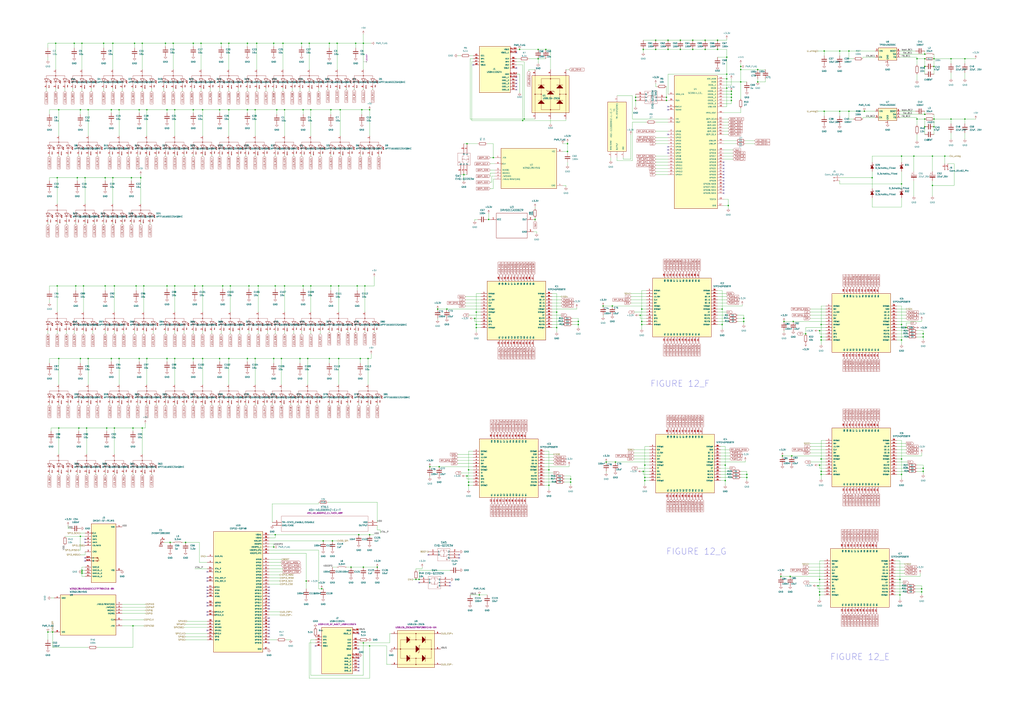
<source format=kicad_sch>
(kicad_sch (version 20250114) (generator "eeschema") (generator_version "9.0")
  (paper "A1")
  (lib_symbols
    (symbol "2025-03-03_10-25-10:DRV5011ADDBZR" (pin_names (offset 0.254))
      (property "Reference" "U" (at 0 2.54 0))
      (property "Value" "DRV5011ADDBZR" (at 0 0 0))
      (symbol "DRV5011ADDBZR_0_1"
        (pin power_in line (at -17.78 5.08 0) (length 5.08) (name "VCC") (number "1"))
        (pin output line (at 17.78 5.08 180) (length 5.08) (name "OUT") (number "2"))
        (pin power_in line (at 17.78 -5.08 180) (length 5.08) (name "GND") (number "3"))
      )
    )
    (symbol "2025-03-03_10-25-51:EVQ-Q2203W" (pin_names (offset 0.254))
      (property "Reference" "SW1" (at 26.416 -9.652 90))
      (property "Value" "EVQ-Q2203W" (at 28.956 -9.652 90))
      (symbol "EVQ-Q2203W_0_1"
        (pin passive line (at 0 0 0) (length 7.62) (name "1") (number "1"))
        (pin passive line (at 0 -2.54 0) (length 7.62) (name "3") (number "3"))
        (pin passive line (at 25.4 0 180) (length 7.62) (name "2") (number "2"))
        (pin passive line (at 25.4 -2.54 180) (length 7.62) (name "4") (number "4"))
        (pin passive line (at 25.4 -5.08 180) (length 7.62) (name "5") (number "5"))
      )
    )
    (symbol "2450AT18B100E:2450AT18B100E" (pin_names (offset 1.016))
      (property "Reference" "E" (at 2.0344 0.7629 0))
      (property "Value" "2450AT18B100E" (at 2.1628 -1.0178 0))
      (property "Footprint" "2450AT18B100E:XDCR_2450AT18B100E" (at 0 0 0))
      (symbol "2450AT18B100E_0_0"
        (pin passive line (at -2.54 0 0) (length 2.54) (name "~") (number "1"))
        (pin no_connect line (at -2.54 -2.54 0) (length 2.54) (name "~") (number "2"))
      )
    )
    (symbol "APTF1616SEEZGKQBKC:APTF1616SEEZGKQBKC" (pin_names (offset 1.016))
      (property "Reference" "D" (at -0.5588 12.7 0))
      (property "Value" "APTF1616SEEZGKQBKC" (at -1.016 -12.7 0))
      (symbol "APTF1616SEEZGKQBKC_0_0"
        (text "RED" (at 5.08 10.16 0) (effects (font (size 0.6096 0.6096)) (justify left bottom)))
        (text "GREEN" (at 5.08 2.54 0) (effects (font (size 0.6096 0.6096)) (justify left bottom)))
        (text "BLUE" (at 5.08 -5.08 0) (effects (font (size 0.6096 0.6096)) (justify left bottom)))
        (pin passive line (at -7.62 0 0) (length 2.54) (name "~") (number "1"))
        (pin passive line (at 7.62 7.62 180) (length 2.54) (name "~") (number "2"))
        (pin passive line (at 7.62 0 180) (length 2.54) (name "~") (number "3"))
        (pin passive line (at 7.62 -7.62 180) (length 2.54) (name "~") (number "4"))
      )
    )
    (symbol "ASE-12.000MHZ-L-C-T:ASE-12.000MHZ-L-C-T" (pin_names (offset 1.016))
      (property "Reference" "Y" (at -20.32 10.16 0))
      (property "Value" "ASE-12.000MHZ-L-C-T" (at -20.32 -10.16 0))
      (symbol "ASE-12.000MHZ-L-C-T_0_0"
        (pin passive line (at -25.4 0 0) (length 5.08) (name "TRI-STATE(STBY)") (number "1"))
        (pin power_in line (at 25.4 5.08 180) (length 5.08) (name "VDD") (number "4"))
        (pin output line (at 25.4 0 180) (length 5.08) (name "OUTPUT") (number "3"))
        (pin power_in line (at 25.4 -5.08 180) (length 5.08) (name "GND/CASE") (number "2"))
      )
    )
    (symbol "Connector:Conn_01x02_Pin" (pin_names (offset 1.016) (hide yes))
      (property "Reference" "J" (at 0 2.54 0))
      (property "Value" "Conn_01x02_Pin" (at 0 -5.08 0))
      (symbol "Conn_01x02_Pin_1_1"
        (pin passive line (at 5.08 0 180) (length 3.81) (name "Pin_1") (number "1"))
        (pin passive line (at 5.08 -2.54 180) (length 3.81) (name "Pin_2") (number "2"))
      )
    )
    (symbol "DM3AT-SF-PEJM5:DM3AT-SF-PEJM5" (pin_names (offset 1.016))
      (property "Reference" "J" (at -10.16 20.828 0))
      (property "Value" "DM3AT-SF-PEJM5" (at -10.16 -30.48 0))
      (symbol "DM3AT-SF-PEJM5_0_0"
        (pin bidirectional clock (at -15.24 12.7 0) (length 5.08) (name "CLK") (number "5"))
        (pin bidirectional line (at -15.24 10.16 0) (length 5.08) (name "DAT0") (number "7"))
        (pin bidirectional line (at -15.24 7.62 0) (length 5.08) (name "DAT1") (number "8"))
        (pin bidirectional line (at -15.24 5.08 0) (length 5.08) (name "DAT2") (number "1"))
        (pin bidirectional line (at -15.24 2.54 0) (length 5.08) (name "CD/DAT3") (number "2"))
        (pin bidirectional line (at -15.24 -2.54 0) (length 5.08) (name "CMD") (number "3"))
        (pin bidirectional line (at -15.24 -7.62 0) (length 5.08) (name "A") (number "SWA"))
        (pin bidirectional line (at -15.24 -10.16 0) (length 5.08) (name "B") (number "SWB"))
        (pin passive line (at -15.24 -15.24 0) (length 5.08) (name "SHIELD") (number "P1"))
        (pin passive line (at -15.24 -17.78 0) (length 5.08) (name "SHIELD__1") (number "P2"))
        (pin passive line (at -15.24 -20.32 0) (length 5.08) (name "SHIELD__2") (number "P3"))
        (pin passive line (at -15.24 -22.86 0) (length 5.08) (name "SHIELD__3") (number "P4"))
        (pin power_in line (at 15.24 17.78 180) (length 5.08) (name "VDD") (number "4"))
        (pin power_in line (at 15.24 -17.78 180) (length 5.08) (name "VSS") (number "6"))
      )
    )
    (symbol "Device:C" (pin_numbers (hide yes)) (pin_names (offset 0.254))
      (property "Reference" "C" (at 0.635 2.54 0))
      (property "Value" "C" (at 0.635 -2.54 0))
      (symbol "C_1_1"
        (pin passive line (at 0 3.81 270) (length 2.794) (name "~") (number "1"))
        (pin passive line (at 0 -3.81 90) (length 2.794) (name "~") (number "2"))
      )
    )
    (symbol "Device:C_Polarized" (pin_numbers (hide yes)) (pin_names (offset 0.254))
      (property "Reference" "C" (at 0.635 2.54 0))
      (property "Value" "C_Polarized" (at 0.635 -2.54 0))
      (symbol "C_Polarized_1_1"
        (pin passive line (at 0 3.81 270) (length 2.794) (name "~") (number "1"))
        (pin passive line (at 0 -3.81 90) (length 2.794) (name "~") (number "2"))
      )
    )
    (symbol "Device:D_Schottky_Filled" (pin_numbers (hide yes)) (pin_names (offset 1.016) (hide yes))
      (property "Reference" "D" (at 0 2.54 0))
      (property "Value" "D_Schottky_Filled" (at 0 -2.54 0))
      (symbol "D_Schottky_Filled_1_1"
        (pin passive line (at -3.81 0 0) (length 2.54) (name "K") (number "1"))
        (pin passive line (at 3.81 0 180) (length 2.54) (name "A") (number "2"))
      )
    )
    (symbol "Device:L" (pin_numbers (hide yes)) (pin_names (offset 1.016) (hide yes))
      (property "Reference" "L" (at -1.27 0 90))
      (property "Value" "L" (at 1.905 0 90))
      (symbol "L_1_1"
        (pin passive line (at 0 3.81 270) (length 1.27) (name "1") (number "1"))
        (pin passive line (at 0 -3.81 90) (length 1.27) (name "2") (number "2"))
      )
    )
    (symbol "Device:R" (pin_numbers (hide yes)) (pin_names (offset 0))
      (property "Reference" "R" (at 2.032 0 90))
      (property "Value" "R" (at 0 0 90))
      (symbol "R_1_1"
        (pin passive line (at 0 3.81 270) (length 1.27) (name "~") (number "1"))
        (pin passive line (at 0 -3.81 90) (length 1.27) (name "~") (number "2"))
      )
    )
    (symbol "ESP32-S3FN8:ESP32-S3FN8" (pin_names (offset 1.016))
      (property "Reference" "U" (at -20.32 49.53 0))
      (property "Value" "ESP32-S3FN8" (at -20.32 -52.07 0))
      (symbol "ESP32-S3FN8_0_0"
        (pin input line (at -25.4 27.94 0) (length 5.08) (name "CHIP_PU") (number "4"))
        (pin bidirectional line (at -25.4 22.86 0) (length 5.08) (name "LNA_IN") (number "1"))
        (pin input line (at -25.4 17.78 0) (length 5.08) (name "XTAL_P") (number "54"))
        (pin output line (at -25.4 15.24 0) (length 5.08) (name "XTAL_N") (number "53"))
        (pin bidirectional line (at -25.4 10.16 0) (length 5.08) (name "XTAL_32K_P") (number "21"))
        (pin bidirectional line (at -25.4 7.62 0) (length 5.08) (name "XTAL_32K_N") (number "22"))
        (pin bidirectional clock (at -25.4 2.54 0) (length 5.08) (name "MTCK") (number "44"))
        (pin bidirectional line (at -25.4 0 0) (length 5.08) (name "MTDO") (number "45"))
        (pin bidirectional line (at -25.4 -2.54 0) (length 5.08) (name "MTDI") (number "47"))
        (pin bidirectional line (at -25.4 -5.08 0) (length 5.08) (name "MTMS") (number "48"))
        (pin bidirectional line (at -25.4 -10.16 0) (length 5.08) (name "U0RXD") (number "50"))
        (pin bidirectional line (at -25.4 -12.7 0) (length 5.08) (name "U0TXD") (number "49"))
        (pin bidirectional clock (at -25.4 -17.78 0) (length 5.08) (name "SPICLK_P") (number "37"))
        (pin bidirectional clock (at -25.4 -20.32 0) (length 5.08) (name "SPICLK_N") (number "36"))
        (pin bidirectional line (at -25.4 -25.4 0) (length 5.08) (name "SPIHD") (number "30"))
        (pin bidirectional line (at -25.4 -27.94 0) (length 5.08) (name "SPIWP") (number "31"))
        (pin bidirectional line (at -25.4 -30.48 0) (length 5.08) (name "SPICS0") (number "32"))
        (pin bidirectional line (at -25.4 -33.02 0) (length 5.08) (name "SPICS1") (number "28"))
        (pin bidirectional clock (at -25.4 -35.56 0) (length 5.08) (name "SPICLK") (number "33"))
        (pin bidirectional line (at -25.4 -38.1 0) (length 5.08) (name "SPIQ") (number "34"))
        (pin bidirectional line (at -25.4 -40.64 0) (length 5.08) (name "SPID") (number "35"))
        (pin power_in line (at 25.4 45.72 180) (length 5.08) (name "VDDA1") (number "55"))
        (pin power_in line (at 25.4 43.18 180) (length 5.08) (name "VDDA2") (number "56"))
        (pin power_in line (at 25.4 40.64 180) (length 5.08) (name "VDD_SPI") (number "29"))
        (pin power_in line (at 25.4 38.1 180) (length 5.08) (name "VDD3P3") (number "2"))
        (pin power_in line (at 25.4 35.56 180) (length 5.08) (name "VDD3P3__1") (number "3"))
        (pin power_in line (at 25.4 33.02 180) (length 5.08) (name "VDD3P3_CPU") (number "46"))
        (pin power_in line (at 25.4 30.48 180) (length 5.08) (name "VDD3P3_RTC") (number "20"))
        (pin bidirectional line (at 25.4 25.4 180) (length 5.08) (name "GPIO0") (number "5"))
        (pin bidirectional line (at 25.4 22.86 180) (length 5.08) (name "GPIO1") (number "6"))
        (pin bidirectional line (at 25.4 20.32 180) (length 5.08) (name "GPIO2") (number "7"))
        (pin bidirectional line (at 25.4 17.78 180) (length 5.08) (name "GPIO3") (number "8"))
        (pin bidirectional line (at 25.4 15.24 180) (length 5.08) (name "GPIO4") (number "9"))
        (pin bidirectional line (at 25.4 12.7 180) (length 5.08) (name "GPIO5") (number "10"))
        (pin bidirectional line (at 25.4 10.16 180) (length 5.08) (name "GPIO6") (number "11"))
        (pin bidirectional line (at 25.4 7.62 180) (length 5.08) (name "GPIO7") (number "12"))
        (pin bidirectional line (at 25.4 5.08 180) (length 5.08) (name "GPIO8") (number "13"))
        (pin bidirectional line (at 25.4 2.54 180) (length 5.08) (name "GPIO9") (number "14"))
        (pin bidirectional line (at 25.4 0 180) (length 5.08) (name "GPIO10") (number "15"))
        (pin bidirectional line (at 25.4 -2.54 180) (length 5.08) (name "GPIO11") (number "16"))
        (pin bidirectional line (at 25.4 -5.08 180) (length 5.08) (name "GPIO12") (number "17"))
        (pin bidirectional line (at 25.4 -7.62 180) (length 5.08) (name "GPIO13") (number "18"))
        (pin bidirectional line (at 25.4 -10.16 180) (length 5.08) (name "GPIO14") (number "19"))
        (pin bidirectional line (at 25.4 -12.7 180) (length 5.08) (name "GPIO17") (number "23"))
        (pin bidirectional line (at 25.4 -15.24 180) (length 5.08) (name "GPIO18") (number "24"))
        (pin bidirectional line (at 25.4 -17.78 180) (length 5.08) (name "GPIO19") (number "25"))
        (pin bidirectional line (at 25.4 -20.32 180) (length 5.08) (name "GPIO20") (number "26"))
        (pin bidirectional line (at 25.4 -22.86 180) (length 5.08) (name "GPIO21") (number "27"))
        (pin bidirectional line (at 25.4 -25.4 180) (length 5.08) (name "GPIO33") (number "38"))
        (pin bidirectional line (at 25.4 -27.94 180) (length 5.08) (name "GPIO34") (number "39"))
        (pin bidirectional line (at 25.4 -30.48 180) (length 5.08) (name "GPIO35") (number "40"))
        (pin bidirectional line (at 25.4 -33.02 180) (length 5.08) (name "GPIO36") (number "41"))
        (pin bidirectional line (at 25.4 -35.56 180) (length 5.08) (name "GPIO37") (number "42"))
        (pin bidirectional line (at 25.4 -38.1 180) (length 5.08) (name "GPIO38") (number "43"))
        (pin bidirectional line (at 25.4 -40.64 180) (length 5.08) (name "GPIO45") (number "51"))
        (pin bidirectional line (at 25.4 -43.18 180) (length 5.08) (name "GPIO46") (number "52"))
        (pin power_in line (at 25.4 -48.26 180) (length 5.08) (name "GND") (number "57"))
      )
    )
    (symbol "EVQ-Q2203W_1" (pin_names (offset 0.254))
      (property "Reference" "SW1" (at 12.7 7.62 0))
      (property "Value" "EVQ-Q2203W" (at 12.7 5.08 0))
      (symbol "EVQ-Q2203W_1_1_1"
        (pin passive line (at 0 0 0) (length 7.62) (name "1") (number "1"))
        (pin passive line (at 0 -2.54 0) (length 7.62) (name "3") (number "3"))
        (pin passive line (at 25.4 0 180) (length 7.62) (name "2") (number "2"))
        (pin passive line (at 25.4 -2.54 180) (length 7.62) (name "4") (number "4"))
        (pin passive line (at 25.4 -5.08 180) (length 7.62) (name "5") (number "5"))
      )
    )
    (symbol "PUSH_SPST:EVQ-Q2203W" (pin_names (offset 0.254))
      (property "Reference" "SW2" (at 12.7 7.62 0))
      (property "Value" "EVQ-Q2203W" (at 12.7 5.08 0))
      (symbol "EVQ-Q2203W_1_1"
        (pin passive line (at 0 0 0) (length 7.62) (name "1") (number "1"))
        (pin passive line (at 0 -2.54 0) (length 7.62) (name "3") (number "3"))
        (pin passive line (at 25.4 0 180) (length 7.62) (name "2") (number "2"))
        (pin passive line (at 25.4 -2.54 180) (length 7.62) (name "4") (number "4"))
        (pin passive line (at 25.4 -5.08 180) (length 7.62) (name "5") (number "5"))
      )
    )
    (symbol "Regulator_Switching:TPS54202DDC"
      (property "Reference" "U" (at -7.62 6.35 0))
      (property "Value" "TPS54202DDC" (at 0 6.35 0))
      (symbol "TPS54202DDC_1_1"
        (pin power_in line (at -10.16 2.54 0) (length 2.54) (name "VIN") (number "3"))
        (pin input line (at -10.16 -2.54 0) (length 2.54) (name "EN") (number "5"))
        (pin power_in line (at 0 -7.62 90) (length 2.54) (name "GND") (number "1"))
        (pin passive line (at 10.16 2.54 180) (length 2.54) (name "BOOT") (number "6"))
        (pin power_out line (at 10.16 0 180) (length 2.54) (name "SW") (number "2"))
        (pin input line (at 10.16 -2.54 180) (length 2.54) (name "FB") (number "4"))
      )
    )
    (symbol "SC0914_13_:SC0914_13_" (pin_names (offset 1.016))
      (property "Reference" "U" (at -17.78 49.022 0))
      (property "Value" "SC0914_13_" (at -17.78 -63.5 0))
      (symbol "SC0914_13__0_0"
        (pin input line (at -22.86 33.02 0) (length 5.08) (name "VREG_VIN") (number "44"))
        (pin input line (at -22.86 27.94 0) (length 5.08) (name "RUN") (number "26"))
        (pin input clock (at -22.86 22.86 0) (length 5.08) (name "SWCLK") (number "24"))
        (pin bidirectional line (at -22.86 20.32 0) (length 5.08) (name "SWDIO") (number "25"))
        (pin input line (at -22.86 12.7 0) (length 5.08) (name "XIN") (number "20"))
        (pin output line (at -22.86 10.16 0) (length 5.08) (name "XOUT") (number "21"))
        (pin bidirectional line (at -22.86 2.54 0) (length 5.08) (name "GPIO0") (number "2"))
        (pin bidirectional line (at -22.86 0 0) (length 5.08) (name "GPIO1") (number "3"))
        (pin bidirectional line (at -22.86 -2.54 0) (length 5.08) (name "GPIO2") (number "4"))
        (pin bidirectional line (at -22.86 -5.08 0) (length 5.08) (name "GPIO3") (number "5"))
        (pin bidirectional line (at -22.86 -7.62 0) (length 5.08) (name "GPIO4") (number "6"))
        (pin bidirectional line (at -22.86 -10.16 0) (length 5.08) (name "GPIO5") (number "7"))
        (pin bidirectional line (at -22.86 -12.7 0) (length 5.08) (name "GPIO6") (number "8"))
        (pin bidirectional line (at -22.86 -15.24 0) (length 5.08) (name "GPIO7") (number "9"))
        (pin bidirectional line (at -22.86 -17.78 0) (length 5.08) (name "GPIO8") (number "11"))
        (pin bidirectional line (at -22.86 -20.32 0) (length 5.08) (name "GPIO9") (number "12"))
        (pin bidirectional line (at -22.86 -22.86 0) (length 5.08) (name "GPIO10") (number "13"))
        (pin bidirectional line (at -22.86 -25.4 0) (length 5.08) (name "GPIO11") (number "14"))
        (pin bidirectional line (at -22.86 -27.94 0) (length 5.08) (name "GPIO12") (number "15"))
        (pin bidirectional line (at -22.86 -30.48 0) (length 5.08) (name "GPIO13") (number "16"))
        (pin bidirectional line (at -22.86 -33.02 0) (length 5.08) (name "GPIO14") (number "17"))
        (pin power_in line (at 22.86 45.72 180) (length 5.08) (name "ADC_AVDD") (number "43"))
        (pin power_in line (at 22.86 43.18 180) (length 5.08) (name "DVDD") (number "23"))
        (pin power_in line (at 22.86 40.64 180) (length 5.08) (name "DVDD__1") (number "50"))
        (pin power_in line (at 22.86 38.1 180) (length 5.08) (name "IOVDD") (number "1"))
        (pin power_in line (at 22.86 35.56 180) (length 5.08) (name "IOVDD__1") (number "10"))
        (pin power_in line (at 22.86 33.02 180) (length 5.08) (name "IOVDD__2") (number "22"))
        (pin power_in line (at 22.86 30.48 180) (length 5.08) (name "IOVDD__3") (number "33"))
        (pin power_in line (at 22.86 27.94 180) (length 5.08) (name "IOVDD__4") (number "42"))
        (pin power_in line (at 22.86 25.4 180) (length 5.08) (name "IOVDD__5") (number "49"))
        (pin power_in line (at 22.86 22.86 180) (length 5.08) (name "USB_VDD") (number "48"))
        (pin output line (at 22.86 17.78 180) (length 5.08) (name "VREG_VOUT") (number "45"))
        (pin bidirectional clock (at 22.86 12.7 180) (length 5.08) (name "QSPI_SCLK") (number "52"))
        (pin bidirectional line (at 22.86 10.16 180) (length 5.08) (name "QSPI_SD0") (number "53"))
        (pin bidirectional line (at 22.86 7.62 180) (length 5.08) (name "QSPI_SD1") (number "55"))
        (pin bidirectional line (at 22.86 5.08 180) (length 5.08) (name "QSPI_SD2") (number "54"))
        (pin bidirectional line (at 22.86 2.54 180) (length 5.08) (name "QSPI_SD3") (number "51"))
        (pin bidirectional line (at 22.86 0 180) (length 5.08) (name "QSPI_SS_N") (number "56"))
        (pin bidirectional line (at 22.86 -5.08 180) (length 5.08) (name "USB_DM") (number "46"))
        (pin bidirectional line (at 22.86 -7.62 180) (length 5.08) (name "USB_DP") (number "47"))
        (pin bidirectional line (at 22.86 -12.7 180) (length 5.08) (name "GPIO15") (number "18"))
        (pin bidirectional line (at 22.86 -15.24 180) (length 5.08) (name "GPIO16") (number "27"))
        (pin bidirectional line (at 22.86 -17.78 180) (length 5.08) (name "GPIO17") (number "28"))
        (pin bidirectional line (at 22.86 -20.32 180) (length 5.08) (name "GPIO18") (number "29"))
        (pin bidirectional line (at 22.86 -22.86 180) (length 5.08) (name "GPIO19") (number "30"))
        (pin bidirectional line (at 22.86 -25.4 180) (length 5.08) (name "GPIO20") (number "31"))
        (pin bidirectional line (at 22.86 -27.94 180) (length 5.08) (name "GPIO21") (number "32"))
        (pin bidirectional line (at 22.86 -30.48 180) (length 5.08) (name "GPIO22") (number "34"))
        (pin bidirectional line (at 22.86 -33.02 180) (length 5.08) (name "GPIO23") (number "35"))
        (pin bidirectional line (at 22.86 -35.56 180) (length 5.08) (name "GPIO24") (number "36"))
        (pin bidirectional line (at 22.86 -38.1 180) (length 5.08) (name "GPIO25") (number "37"))
        (pin bidirectional line (at 22.86 -40.64 180) (length 5.08) (name "GPIO26/ADC0") (number "38"))
        (pin bidirectional line (at 22.86 -43.18 180) (length 5.08) (name "GPIO27/ADC1") (number "39"))
        (pin bidirectional line (at 22.86 -45.72 180) (length 5.08) (name "GPIO28/ADC2") (number "40"))
        (pin bidirectional line (at 22.86 -48.26 180) (length 5.08) (name "GPIO29/ADC3") (number "41"))
        (pin passive line (at 22.86 -53.34 180) (length 5.08) (name "TESTEN") (number "19"))
        (pin power_in line (at 22.86 -58.42 180) (length 5.08) (name "GND") (number "57"))
      )
    )
    (symbol "STP24DP05BTR:STP24DP05BTR" (pin_names (offset 1.016))
      (property "Reference" "IC6" (at 62.23 5.9692 0))
      (property "Value" "STP24DP05BTR" (at 62.23 3.4292 0))
      (symbol "STP24DP05BTR_0_0"
        (pin power_in line (at 0 0 0) (length 5.08) (name "GND@1") (number "1"))
        (pin bidirectional line (at 0 -2.54 0) (length 5.08) (name "SDI") (number "2"))
        (pin bidirectional line (at 0 -5.08 0) (length 5.08) (name "LE/DM") (number "3"))
        (pin bidirectional line (at 0 -7.62 0) (length 5.08) (name "CLK") (number "4"))
        (pin bidirectional line (at 0 -10.16 0) (length 5.08) (name "DM") (number "5"))
        (pin power_in line (at 0 -12.7 0) (length 5.08) (name "VDD@1") (number "6"))
        (pin power_in line (at 0 -15.24 0) (length 5.08) (name "GND@2") (number "7"))
        (pin bidirectional line (at 0 -17.78 0) (length 5.08) (name "TF") (number "8"))
        (pin power_in line (at 0 -20.32 0) (length 5.08) (name "DG") (number "9"))
        (pin power_in line (at 0 -22.86 0) (length 5.08) (name "DF0") (number "10"))
        (pin power_in line (at 0 -25.4 0) (length 5.08) (name "DF1") (number "11"))
        (pin power_in line (at 0 -27.94 0) (length 5.08) (name "GND@3") (number "12"))
        (pin bidirectional line (at 15.24 15.24 270) (length 5.08) (name "R8") (number "48"))
        (pin bidirectional line (at 15.24 -43.18 90) (length 5.08) (name "R1") (number "13"))
        (pin bidirectional line (at 17.78 15.24 270) (length 5.08) (name "G8") (number "47"))
        (pin bidirectional line (at 17.78 -43.18 90) (length 5.08) (name "G1") (number "14"))
        (pin bidirectional line (at 20.32 15.24 270) (length 5.08) (name "B8") (number "46"))
        (pin bidirectional line (at 20.32 -43.18 90) (length 5.08) (name "B1") (number "15"))
        (pin bidirectional line (at 22.86 15.24 270) (length 5.08) (name "R7") (number "45"))
        (pin bidirectional line (at 22.86 -43.18 90) (length 5.08) (name "R2") (number "16"))
        (pin bidirectional line (at 25.4 15.24 270) (length 5.08) (name "G7") (number "44"))
        (pin bidirectional line (at 25.4 -43.18 90) (length 5.08) (name "G2") (number "17"))
        (pin bidirectional line (at 27.94 15.24 270) (length 5.08) (name "B7") (number "43"))
        (pin bidirectional line (at 27.94 -43.18 90) (length 5.08) (name "B2") (number "18"))
        (pin bidirectional line (at 30.48 15.24 270) (length 5.08) (name "R6") (number "42"))
        (pin bidirectional line (at 30.48 -43.18 90) (length 5.08) (name "R3") (number "19"))
        (pin bidirectional line (at 33.02 15.24 270) (length 5.08) (name "G6") (number "41"))
        (pin bidirectional line (at 33.02 -43.18 90) (length 5.08) (name "G3") (number "20"))
        (pin bidirectional line (at 35.56 15.24 270) (length 5.08) (name "B6") (number "40"))
        (pin bidirectional line (at 35.56 -43.18 90) (length 5.08) (name "B3") (number "21"))
        (pin bidirectional line (at 38.1 15.24 270) (length 5.08) (name "R5") (number "39"))
        (pin bidirectional line (at 38.1 -43.18 90) (length 5.08) (name "R4") (number "22"))
        (pin bidirectional line (at 40.64 15.24 270) (length 5.08) (name "G5") (number "38"))
        (pin bidirectional line (at 40.64 -43.18 90) (length 5.08) (name "G4") (number "23"))
        (pin bidirectional line (at 43.18 15.24 270) (length 5.08) (name "B5") (number "37"))
        (pin bidirectional line (at 43.18 -43.18 90) (length 5.08) (name "B4") (number "24"))
        (pin power_in line (at 58.42 0 180) (length 5.08) (name "GND@6") (number "36"))
        (pin bidirectional line (at 58.42 -2.54 180) (length 5.08) (name "SDO") (number "35"))
        (pin bidirectional line (at 58.42 -5.08 180) (length 5.08) (name "OE-R") (number "34"))
        (pin bidirectional line (at 58.42 -7.62 180) (length 5.08) (name "OE-G") (number "33"))
        (pin bidirectional line (at 58.42 -10.16 180) (length 5.08) (name "OE-B") (number "32"))
        (pin power_in line (at 58.42 -12.7 180) (length 5.08) (name "VDD@2") (number "31"))
        (pin power_in line (at 58.42 -15.24 180) (length 5.08) (name "GND@5") (number "30"))
        (pin bidirectional line (at 58.42 -17.78 180) (length 5.08) (name "EF") (number "29"))
        (pin bidirectional line (at 58.42 -20.32 180) (length 5.08) (name "REXTR") (number "28"))
        (pin bidirectional line (at 58.42 -22.86 180) (length 5.08) (name "REXTG") (number "27"))
        (pin bidirectional line (at 58.42 -25.4 180) (length 5.08) (name "REXTB") (number "26"))
        (pin power_in line (at 58.42 -27.94 180) (length 5.08) (name "GND@4") (number "25"))
      )
    )
    (symbol "STP24DP05BTR_1" (pin_names (offset 1.016))
      (property "Reference" "IC5" (at 62.23 5.9692 0))
      (property "Value" "STP24DP05BTR" (at 62.23 3.4292 0))
      (symbol "STP24DP05BTR_1_0_0"
        (pin power_in line (at 0 0 0) (length 5.08) (name "GND@1") (number "1"))
        (pin bidirectional line (at 0 -2.54 0) (length 5.08) (name "SDI") (number "2"))
        (pin bidirectional line (at 0 -5.08 0) (length 5.08) (name "LE/DM") (number "3"))
        (pin bidirectional line (at 0 -7.62 0) (length 5.08) (name "CLK") (number "4"))
        (pin bidirectional line (at 0 -10.16 0) (length 5.08) (name "DM") (number "5"))
        (pin power_in line (at 0 -12.7 0) (length 5.08) (name "VDD@1") (number "6"))
        (pin power_in line (at 0 -15.24 0) (length 5.08) (name "GND@2") (number "7"))
        (pin bidirectional line (at 0 -17.78 0) (length 5.08) (name "TF") (number "8"))
        (pin power_in line (at 0 -20.32 0) (length 5.08) (name "DG") (number "9"))
        (pin power_in line (at 0 -22.86 0) (length 5.08) (name "DF0") (number "10"))
        (pin power_in line (at 0 -25.4 0) (length 5.08) (name "DF1") (number "11"))
        (pin power_in line (at 0 -27.94 0) (length 5.08) (name "GND@3") (number "12"))
        (pin bidirectional line (at 15.24 15.24 270) (length 5.08) (name "R8") (number "48"))
        (pin bidirectional line (at 15.24 -43.18 90) (length 5.08) (name "R1") (number "13"))
        (pin bidirectional line (at 17.78 15.24 270) (length 5.08) (name "G8") (number "47"))
        (pin bidirectional line (at 17.78 -43.18 90) (length 5.08) (name "G1") (number "14"))
        (pin bidirectional line (at 20.32 15.24 270) (length 5.08) (name "B8") (number "46"))
        (pin bidirectional line (at 20.32 -43.18 90) (length 5.08) (name "B1") (number "15"))
        (pin bidirectional line (at 22.86 15.24 270) (length 5.08) (name "R7") (number "45"))
        (pin bidirectional line (at 22.86 -43.18 90) (length 5.08) (name "R2") (number "16"))
        (pin bidirectional line (at 25.4 15.24 270) (length 5.08) (name "G7") (number "44"))
        (pin bidirectional line (at 25.4 -43.18 90) (length 5.08) (name "G2") (number "17"))
        (pin bidirectional line (at 27.94 15.24 270) (length 5.08) (name "B7") (number "43"))
        (pin bidirectional line (at 27.94 -43.18 90) (length 5.08) (name "B2") (number "18"))
        (pin bidirectional line (at 30.48 15.24 270) (length 5.08) (name "R6") (number "42"))
        (pin bidirectional line (at 30.48 -43.18 90) (length 5.08) (name "R3") (number "19"))
        (pin bidirectional line (at 33.02 15.24 270) (length 5.08) (name "G6") (number "41"))
        (pin bidirectional line (at 33.02 -43.18 90) (length 5.08) (name "G3") (number "20"))
        (pin bidirectional line (at 35.56 15.24 270) (length 5.08) (name "B6") (number "40"))
        (pin bidirectional line (at 35.56 -43.18 90) (length 5.08) (name "B3") (number "21"))
        (pin bidirectional line (at 38.1 15.24 270) (length 5.08) (name "R5") (number "39"))
        (pin bidirectional line (at 38.1 -43.18 90) (length 5.08) (name "R4") (number "22"))
        (pin bidirectional line (at 40.64 15.24 270) (length 5.08) (name "G5") (number "38"))
        (pin bidirectional line (at 40.64 -43.18 90) (length 5.08) (name "G4") (number "23"))
        (pin bidirectional line (at 43.18 15.24 270) (length 5.08) (name "B5") (number "37"))
        (pin bidirectional line (at 43.18 -43.18 90) (length 5.08) (name "B4") (number "24"))
        (pin power_in line (at 58.42 0 180) (length 5.08) (name "GND@6") (number "36"))
        (pin bidirectional line (at 58.42 -2.54 180) (length 5.08) (name "SDO") (number "35"))
        (pin bidirectional line (at 58.42 -5.08 180) (length 5.08) (name "OE-R") (number "34"))
        (pin bidirectional line (at 58.42 -7.62 180) (length 5.08) (name "OE-G") (number "33"))
        (pin bidirectional line (at 58.42 -10.16 180) (length 5.08) (name "OE-B") (number "32"))
        (pin power_in line (at 58.42 -12.7 180) (length 5.08) (name "VDD@2") (number "31"))
        (pin power_in line (at 58.42 -15.24 180) (length 5.08) (name "GND@5") (number "30"))
        (pin bidirectional line (at 58.42 -17.78 180) (length 5.08) (name "EF") (number "29"))
        (pin bidirectional line (at 58.42 -20.32 180) (length 5.08) (name "REXTR") (number "28"))
        (pin bidirectional line (at 58.42 -22.86 180) (length 5.08) (name "REXTG") (number "27"))
        (pin bidirectional line (at 58.42 -25.4 180) (length 5.08) (name "REXTB") (number "26"))
        (pin power_in line (at 58.42 -27.94 180) (length 5.08) (name "GND@4") (number "25"))
      )
    )
    (symbol "STP24DP05BTR_2" (pin_names (offset 1.016))
      (property "Reference" "IC2" (at 62.23 5.9692 0))
      (property "Value" "STP24DP05BTR" (at 62.23 3.4292 0))
      (symbol "STP24DP05BTR_2_0_0"
        (pin power_in line (at 0 0 0) (length 5.08) (name "GND@1") (number "1"))
        (pin bidirectional line (at 0 -2.54 0) (length 5.08) (name "SDI") (number "2"))
        (pin bidirectional line (at 0 -5.08 0) (length 5.08) (name "LE/DM") (number "3"))
        (pin bidirectional line (at 0 -7.62 0) (length 5.08) (name "CLK") (number "4"))
        (pin bidirectional line (at 0 -10.16 0) (length 5.08) (name "DM") (number "5"))
        (pin power_in line (at 0 -12.7 0) (length 5.08) (name "VDD@1") (number "6"))
        (pin power_in line (at 0 -15.24 0) (length 5.08) (name "GND@2") (number "7"))
        (pin bidirectional line (at 0 -17.78 0) (length 5.08) (name "TF") (number "8"))
        (pin power_in line (at 0 -20.32 0) (length 5.08) (name "DG") (number "9"))
        (pin power_in line (at 0 -22.86 0) (length 5.08) (name "DF0") (number "10"))
        (pin power_in line (at 0 -25.4 0) (length 5.08) (name "DF1") (number "11"))
        (pin power_in line (at 0 -27.94 0) (length 5.08) (name "GND@3") (number "12"))
        (pin bidirectional line (at 15.24 15.24 270) (length 5.08) (name "R8") (number "48"))
        (pin bidirectional line (at 15.24 -43.18 90) (length 5.08) (name "R1") (number "13"))
        (pin bidirectional line (at 17.78 15.24 270) (length 5.08) (name "G8") (number "47"))
        (pin bidirectional line (at 17.78 -43.18 90) (length 5.08) (name "G1") (number "14"))
        (pin bidirectional line (at 20.32 15.24 270) (length 5.08) (name "B8") (number "46"))
        (pin bidirectional line (at 20.32 -43.18 90) (length 5.08) (name "B1") (number "15"))
        (pin bidirectional line (at 22.86 15.24 270) (length 5.08) (name "R7") (number "45"))
        (pin bidirectional line (at 22.86 -43.18 90) (length 5.08) (name "R2") (number "16"))
        (pin bidirectional line (at 25.4 15.24 270) (length 5.08) (name "G7") (number "44"))
        (pin bidirectional line (at 25.4 -43.18 90) (length 5.08) (name "G2") (number "17"))
        (pin bidirectional line (at 27.94 15.24 270) (length 5.08) (name "B7") (number "43"))
        (pin bidirectional line (at 27.94 -43.18 90) (length 5.08) (name "B2") (number "18"))
        (pin bidirectional line (at 30.48 15.24 270) (length 5.08) (name "R6") (number "42"))
        (pin bidirectional line (at 30.48 -43.18 90) (length 5.08) (name "R3") (number "19"))
        (pin bidirectional line (at 33.02 15.24 270) (length 5.08) (name "G6") (number "41"))
        (pin bidirectional line (at 33.02 -43.18 90) (length 5.08) (name "G3") (number "20"))
        (pin bidirectional line (at 35.56 15.24 270) (length 5.08) (name "B6") (number "40"))
        (pin bidirectional line (at 35.56 -43.18 90) (length 5.08) (name "B3") (number "21"))
        (pin bidirectional line (at 38.1 15.24 270) (length 5.08) (name "R5") (number "39"))
        (pin bidirectional line (at 38.1 -43.18 90) (length 5.08) (name "R4") (number "22"))
        (pin bidirectional line (at 40.64 15.24 270) (length 5.08) (name "G5") (number "38"))
        (pin bidirectional line (at 40.64 -43.18 90) (length 5.08) (name "G4") (number "23"))
        (pin bidirectional line (at 43.18 15.24 270) (length 5.08) (name "B5") (number "37"))
        (pin bidirectional line (at 43.18 -43.18 90) (length 5.08) (name "B4") (number "24"))
        (pin power_in line (at 58.42 0 180) (length 5.08) (name "GND@6") (number "36"))
        (pin bidirectional line (at 58.42 -2.54 180) (length 5.08) (name "SDO") (number "35"))
        (pin bidirectional line (at 58.42 -5.08 180) (length 5.08) (name "OE-R") (number "34"))
        (pin bidirectional line (at 58.42 -7.62 180) (length 5.08) (name "OE-G") (number "33"))
        (pin bidirectional line (at 58.42 -10.16 180) (length 5.08) (name "OE-B") (number "32"))
        (pin power_in line (at 58.42 -12.7 180) (length 5.08) (name "VDD@2") (number "31"))
        (pin power_in line (at 58.42 -15.24 180) (length 5.08) (name "GND@5") (number "30"))
        (pin bidirectional line (at 58.42 -17.78 180) (length 5.08) (name "EF") (number "29"))
        (pin bidirectional line (at 58.42 -20.32 180) (length 5.08) (name "REXTR") (number "28"))
        (pin bidirectional line (at 58.42 -22.86 180) (length 5.08) (name "REXTG") (number "27"))
        (pin bidirectional line (at 58.42 -25.4 180) (length 5.08) (name "REXTB") (number "26"))
        (pin power_in line (at 58.42 -27.94 180) (length 5.08) (name "GND@4") (number "25"))
      )
    )
    (symbol "STP24DP05BTR_3" (pin_names (offset 1.016))
      (property "Reference" "IC1" (at 62.23 5.9692 0))
      (property "Value" "STP24DP05BTR" (at 62.23 3.4292 0))
      (symbol "STP24DP05BTR_3_0_0"
        (pin power_in line (at 0 0 0) (length 5.08) (name "GND@1") (number "1"))
        (pin bidirectional line (at 0 -2.54 0) (length 5.08) (name "SDI") (number "2"))
        (pin bidirectional line (at 0 -5.08 0) (length 5.08) (name "LE/DM") (number "3"))
        (pin bidirectional line (at 0 -7.62 0) (length 5.08) (name "CLK") (number "4"))
        (pin bidirectional line (at 0 -10.16 0) (length 5.08) (name "DM") (number "5"))
        (pin power_in line (at 0 -12.7 0) (length 5.08) (name "VDD@1") (number "6"))
        (pin power_in line (at 0 -15.24 0) (length 5.08) (name "GND@2") (number "7"))
        (pin bidirectional line (at 0 -17.78 0) (length 5.08) (name "TF") (number "8"))
        (pin power_in line (at 0 -20.32 0) (length 5.08) (name "DG") (number "9"))
        (pin power_in line (at 0 -22.86 0) (length 5.08) (name "DF0") (number "10"))
        (pin power_in line (at 0 -25.4 0) (length 5.08) (name "DF1") (number "11"))
        (pin power_in line (at 0 -27.94 0) (length 5.08) (name "GND@3") (number "12"))
        (pin bidirectional line (at 15.24 15.24 270) (length 5.08) (name "R8") (number "48"))
        (pin bidirectional line (at 15.24 -43.18 90) (length 5.08) (name "R1") (number "13"))
        (pin bidirectional line (at 17.78 15.24 270) (length 5.08) (name "G8") (number "47"))
        (pin bidirectional line (at 17.78 -43.18 90) (length 5.08) (name "G1") (number "14"))
        (pin bidirectional line (at 20.32 15.24 270) (length 5.08) (name "B8") (number "46"))
        (pin bidirectional line (at 20.32 -43.18 90) (length 5.08) (name "B1") (number "15"))
        (pin bidirectional line (at 22.86 15.24 270) (length 5.08) (name "R7") (number "45"))
        (pin bidirectional line (at 22.86 -43.18 90) (length 5.08) (name "R2") (number "16"))
        (pin bidirectional line (at 25.4 15.24 270) (length 5.08) (name "G7") (number "44"))
        (pin bidirectional line (at 25.4 -43.18 90) (length 5.08) (name "G2") (number "17"))
        (pin bidirectional line (at 27.94 15.24 270) (length 5.08) (name "B7") (number "43"))
        (pin bidirectional line (at 27.94 -43.18 90) (length 5.08) (name "B2") (number "18"))
        (pin bidirectional line (at 30.48 15.24 270) (length 5.08) (name "R6") (number "42"))
        (pin bidirectional line (at 30.48 -43.18 90) (length 5.08) (name "R3") (number "19"))
        (pin bidirectional line (at 33.02 15.24 270) (length 5.08) (name "G6") (number "41"))
        (pin bidirectional line (at 33.02 -43.18 90) (length 5.08) (name "G3") (number "20"))
        (pin bidirectional line (at 35.56 15.24 270) (length 5.08) (name "B6") (number "40"))
        (pin bidirectional line (at 35.56 -43.18 90) (length 5.08) (name "B3") (number "21"))
        (pin bidirectional line (at 38.1 15.24 270) (length 5.08) (name "R5") (number "39"))
        (pin bidirectional line (at 38.1 -43.18 90) (length 5.08) (name "R4") (number "22"))
        (pin bidirectional line (at 40.64 15.24 270) (length 5.08) (name "G5") (number "38"))
        (pin bidirectional line (at 40.64 -43.18 90) (length 5.08) (name "G4") (number "23"))
        (pin bidirectional line (at 43.18 15.24 270) (length 5.08) (name "B5") (number "37"))
        (pin bidirectional line (at 43.18 -43.18 90) (length 5.08) (name "B4") (number "24"))
        (pin power_in line (at 58.42 0 180) (length 5.08) (name "GND@6") (number "36"))
        (pin bidirectional line (at 58.42 -2.54 180) (length 5.08) (name "SDO") (number "35"))
        (pin bidirectional line (at 58.42 -5.08 180) (length 5.08) (name "OE-R") (number "34"))
        (pin bidirectional line (at 58.42 -7.62 180) (length 5.08) (name "OE-G") (number "33"))
        (pin bidirectional line (at 58.42 -10.16 180) (length 5.08) (name "OE-B") (number "32"))
        (pin power_in line (at 58.42 -12.7 180) (length 5.08) (name "VDD@2") (number "31"))
        (pin power_in line (at 58.42 -15.24 180) (length 5.08) (name "GND@5") (number "30"))
        (pin bidirectional line (at 58.42 -17.78 180) (length 5.08) (name "EF") (number "29"))
        (pin bidirectional line (at 58.42 -20.32 180) (length 5.08) (name "REXTR") (number "28"))
        (pin bidirectional line (at 58.42 -22.86 180) (length 5.08) (name "REXTG") (number "27"))
        (pin bidirectional line (at 58.42 -25.4 180) (length 5.08) (name "REXTB") (number "26"))
        (pin power_in line (at 58.42 -27.94 180) (length 5.08) (name "GND@4") (number "25"))
      )
    )
    (symbol "STP24DP05BTR_4" (pin_names (offset 1.016))
      (property "Reference" "IC3" (at 62.23 5.9692 0))
      (property "Value" "STP24DP05BTR" (at 62.23 3.4292 0))
      (symbol "STP24DP05BTR_4_0_0"
        (pin power_in line (at 0 0 0) (length 5.08) (name "GND@1") (number "1"))
        (pin bidirectional line (at 0 -2.54 0) (length 5.08) (name "SDI") (number "2"))
        (pin bidirectional line (at 0 -5.08 0) (length 5.08) (name "LE/DM") (number "3"))
        (pin bidirectional line (at 0 -7.62 0) (length 5.08) (name "CLK") (number "4"))
        (pin bidirectional line (at 0 -10.16 0) (length 5.08) (name "DM") (number "5"))
        (pin power_in line (at 0 -12.7 0) (length 5.08) (name "VDD@1") (number "6"))
        (pin power_in line (at 0 -15.24 0) (length 5.08) (name "GND@2") (number "7"))
        (pin bidirectional line (at 0 -17.78 0) (length 5.08) (name "TF") (number "8"))
        (pin power_in line (at 0 -20.32 0) (length 5.08) (name "DG") (number "9"))
        (pin power_in line (at 0 -22.86 0) (length 5.08) (name "DF0") (number "10"))
        (pin power_in line (at 0 -25.4 0) (length 5.08) (name "DF1") (number "11"))
        (pin power_in line (at 0 -27.94 0) (length 5.08) (name "GND@3") (number "12"))
        (pin bidirectional line (at 15.24 15.24 270) (length 5.08) (name "R8") (number "48"))
        (pin bidirectional line (at 15.24 -43.18 90) (length 5.08) (name "R1") (number "13"))
        (pin bidirectional line (at 17.78 15.24 270) (length 5.08) (name "G8") (number "47"))
        (pin bidirectional line (at 17.78 -43.18 90) (length 5.08) (name "G1") (number "14"))
        (pin bidirectional line (at 20.32 15.24 270) (length 5.08) (name "B8") (number "46"))
        (pin bidirectional line (at 20.32 -43.18 90) (length 5.08) (name "B1") (number "15"))
        (pin bidirectional line (at 22.86 15.24 270) (length 5.08) (name "R7") (number "45"))
        (pin bidirectional line (at 22.86 -43.18 90) (length 5.08) (name "R2") (number "16"))
        (pin bidirectional line (at 25.4 15.24 270) (length 5.08) (name "G7") (number "44"))
        (pin bidirectional line (at 25.4 -43.18 90) (length 5.08) (name "G2") (number "17"))
        (pin bidirectional line (at 27.94 15.24 270) (length 5.08) (name "B7") (number "43"))
        (pin bidirectional line (at 27.94 -43.18 90) (length 5.08) (name "B2") (number "18"))
        (pin bidirectional line (at 30.48 15.24 270) (length 5.08) (name "R6") (number "42"))
        (pin bidirectional line (at 30.48 -43.18 90) (length 5.08) (name "R3") (number "19"))
        (pin bidirectional line (at 33.02 15.24 270) (length 5.08) (name "G6") (number "41"))
        (pin bidirectional line (at 33.02 -43.18 90) (length 5.08) (name "G3") (number "20"))
        (pin bidirectional line (at 35.56 15.24 270) (length 5.08) (name "B6") (number "40"))
        (pin bidirectional line (at 35.56 -43.18 90) (length 5.08) (name "B3") (number "21"))
        (pin bidirectional line (at 38.1 15.24 270) (length 5.08) (name "R5") (number "39"))
        (pin bidirectional line (at 38.1 -43.18 90) (length 5.08) (name "R4") (number "22"))
        (pin bidirectional line (at 40.64 15.24 270) (length 5.08) (name "G5") (number "38"))
        (pin bidirectional line (at 40.64 -43.18 90) (length 5.08) (name "G4") (number "23"))
        (pin bidirectional line (at 43.18 15.24 270) (length 5.08) (name "B5") (number "37"))
        (pin bidirectional line (at 43.18 -43.18 90) (length 5.08) (name "B4") (number "24"))
        (pin power_in line (at 58.42 0 180) (length 5.08) (name "GND@6") (number "36"))
        (pin bidirectional line (at 58.42 -2.54 180) (length 5.08) (name "SDO") (number "35"))
        (pin bidirectional line (at 58.42 -5.08 180) (length 5.08) (name "OE-R") (number "34"))
        (pin bidirectional line (at 58.42 -7.62 180) (length 5.08) (name "OE-G") (number "33"))
        (pin bidirectional line (at 58.42 -10.16 180) (length 5.08) (name "OE-B") (number "32"))
        (pin power_in line (at 58.42 -12.7 180) (length 5.08) (name "VDD@2") (number "31"))
        (pin power_in line (at 58.42 -15.24 180) (length 5.08) (name "GND@5") (number "30"))
        (pin bidirectional line (at 58.42 -17.78 180) (length 5.08) (name "EF") (number "29"))
        (pin bidirectional line (at 58.42 -20.32 180) (length 5.08) (name "REXTR") (number "28"))
        (pin bidirectional line (at 58.42 -22.86 180) (length 5.08) (name "REXTG") (number "27"))
        (pin bidirectional line (at 58.42 -25.4 180) (length 5.08) (name "REXTB") (number "26"))
        (pin power_in line (at 58.42 -27.94 180) (length 5.08) (name "GND@4") (number "25"))
      )
    )
    (symbol "STP24DP05BTR_5" (pin_names (offset 1.016))
      (property "Reference" "IC4" (at 62.23 5.9692 0))
      (property "Value" "STP24DP05BTR" (at 62.23 3.4292 0))
      (symbol "STP24DP05BTR_5_0_0"
        (pin power_in line (at 0 0 0) (length 5.08) (name "GND@1") (number "1"))
        (pin bidirectional line (at 0 -2.54 0) (length 5.08) (name "SDI") (number "2"))
        (pin bidirectional line (at 0 -5.08 0) (length 5.08) (name "LE/DM") (number "3"))
        (pin bidirectional line (at 0 -7.62 0) (length 5.08) (name "CLK") (number "4"))
        (pin bidirectional line (at 0 -10.16 0) (length 5.08) (name "DM") (number "5"))
        (pin power_in line (at 0 -12.7 0) (length 5.08) (name "VDD@1") (number "6"))
        (pin power_in line (at 0 -15.24 0) (length 5.08) (name "GND@2") (number "7"))
        (pin bidirectional line (at 0 -17.78 0) (length 5.08) (name "TF") (number "8"))
        (pin power_in line (at 0 -20.32 0) (length 5.08) (name "DG") (number "9"))
        (pin power_in line (at 0 -22.86 0) (length 5.08) (name "DF0") (number "10"))
        (pin power_in line (at 0 -25.4 0) (length 5.08) (name "DF1") (number "11"))
        (pin power_in line (at 0 -27.94 0) (length 5.08) (name "GND@3") (number "12"))
        (pin bidirectional line (at 15.24 15.24 270) (length 5.08) (name "R8") (number "48"))
        (pin bidirectional line (at 15.24 -43.18 90) (length 5.08) (name "R1") (number "13"))
        (pin bidirectional line (at 17.78 15.24 270) (length 5.08) (name "G8") (number "47"))
        (pin bidirectional line (at 17.78 -43.18 90) (length 5.08) (name "G1") (number "14"))
        (pin bidirectional line (at 20.32 15.24 270) (length 5.08) (name "B8") (number "46"))
        (pin bidirectional line (at 20.32 -43.18 90) (length 5.08) (name "B1") (number "15"))
        (pin bidirectional line (at 22.86 15.24 270) (length 5.08) (name "R7") (number "45"))
        (pin bidirectional line (at 22.86 -43.18 90) (length 5.08) (name "R2") (number "16"))
        (pin bidirectional line (at 25.4 15.24 270) (length 5.08) (name "G7") (number "44"))
        (pin bidirectional line (at 25.4 -43.18 90) (length 5.08) (name "G2") (number "17"))
        (pin bidirectional line (at 27.94 15.24 270) (length 5.08) (name "B7") (number "43"))
        (pin bidirectional line (at 27.94 -43.18 90) (length 5.08) (name "B2") (number "18"))
        (pin bidirectional line (at 30.48 15.24 270) (length 5.08) (name "R6") (number "42"))
        (pin bidirectional line (at 30.48 -43.18 90) (length 5.08) (name "R3") (number "19"))
        (pin bidirectional line (at 33.02 15.24 270) (length 5.08) (name "G6") (number "41"))
        (pin bidirectional line (at 33.02 -43.18 90) (length 5.08) (name "G3") (number "20"))
        (pin bidirectional line (at 35.56 15.24 270) (length 5.08) (name "B6") (number "40"))
        (pin bidirectional line (at 35.56 -43.18 90) (length 5.08) (name "B3") (number "21"))
        (pin bidirectional line (at 38.1 15.24 270) (length 5.08) (name "R5") (number "39"))
        (pin bidirectional line (at 38.1 -43.18 90) (length 5.08) (name "R4") (number "22"))
        (pin bidirectional line (at 40.64 15.24 270) (length 5.08) (name "G5") (number "38"))
        (pin bidirectional line (at 40.64 -43.18 90) (length 5.08) (name "G4") (number "23"))
        (pin bidirectional line (at 43.18 15.24 270) (length 5.08) (name "B5") (number "37"))
        (pin bidirectional line (at 43.18 -43.18 90) (length 5.08) (name "B4") (number "24"))
        (pin power_in line (at 58.42 0 180) (length 5.08) (name "GND@6") (number "36"))
        (pin bidirectional line (at 58.42 -2.54 180) (length 5.08) (name "SDO") (number "35"))
        (pin bidirectional line (at 58.42 -5.08 180) (length 5.08) (name "OE-R") (number "34"))
        (pin bidirectional line (at 58.42 -7.62 180) (length 5.08) (name "OE-G") (number "33"))
        (pin bidirectional line (at 58.42 -10.16 180) (length 5.08) (name "OE-B") (number "32"))
        (pin power_in line (at 58.42 -12.7 180) (length 5.08) (name "VDD@2") (number "31"))
        (pin power_in line (at 58.42 -15.24 180) (length 5.08) (name "GND@5") (number "30"))
        (pin bidirectional line (at 58.42 -17.78 180) (length 5.08) (name "EF") (number "29"))
        (pin bidirectional line (at 58.42 -20.32 180) (length 5.08) (name "REXTR") (number "28"))
        (pin bidirectional line (at 58.42 -22.86 180) (length 5.08) (name "REXTG") (number "27"))
        (pin bidirectional line (at 58.42 -25.4 180) (length 5.08) (name "REXTB") (number "26"))
        (pin power_in line (at 58.42 -27.94 180) (length 5.08) (name "GND@4") (number "25"))
      )
    )
    (symbol "STP24DP05BTR_6" (pin_names (offset 1.016))
      (property "Reference" "IC7" (at 62.23 5.9692 0))
      (property "Value" "STP24DP05BTR" (at 62.23 3.4292 0))
      (symbol "STP24DP05BTR_6_0_0"
        (pin power_in line (at 0 0 0) (length 5.08) (name "GND@1") (number "1"))
        (pin bidirectional line (at 0 -2.54 0) (length 5.08) (name "SDI") (number "2"))
        (pin bidirectional line (at 0 -5.08 0) (length 5.08) (name "LE/DM") (number "3"))
        (pin bidirectional line (at 0 -7.62 0) (length 5.08) (name "CLK") (number "4"))
        (pin bidirectional line (at 0 -10.16 0) (length 5.08) (name "DM") (number "5"))
        (pin power_in line (at 0 -12.7 0) (length 5.08) (name "VDD@1") (number "6"))
        (pin power_in line (at 0 -15.24 0) (length 5.08) (name "GND@2") (number "7"))
        (pin bidirectional line (at 0 -17.78 0) (length 5.08) (name "TF") (number "8"))
        (pin power_in line (at 0 -20.32 0) (length 5.08) (name "DG") (number "9"))
        (pin power_in line (at 0 -22.86 0) (length 5.08) (name "DF0") (number "10"))
        (pin power_in line (at 0 -25.4 0) (length 5.08) (name "DF1") (number "11"))
        (pin power_in line (at 0 -27.94 0) (length 5.08) (name "GND@3") (number "12"))
        (pin bidirectional line (at 15.24 15.24 270) (length 5.08) (name "R8") (number "48"))
        (pin bidirectional line (at 15.24 -43.18 90) (length 5.08) (name "R1") (number "13"))
        (pin bidirectional line (at 17.78 15.24 270) (length 5.08) (name "G8") (number "47"))
        (pin bidirectional line (at 17.78 -43.18 90) (length 5.08) (name "G1") (number "14"))
        (pin bidirectional line (at 20.32 15.24 270) (length 5.08) (name "B8") (number "46"))
        (pin bidirectional line (at 20.32 -43.18 90) (length 5.08) (name "B1") (number "15"))
        (pin bidirectional line (at 22.86 15.24 270) (length 5.08) (name "R7") (number "45"))
        (pin bidirectional line (at 22.86 -43.18 90) (length 5.08) (name "R2") (number "16"))
        (pin bidirectional line (at 25.4 15.24 270) (length 5.08) (name "G7") (number "44"))
        (pin bidirectional line (at 25.4 -43.18 90) (length 5.08) (name "G2") (number "17"))
        (pin bidirectional line (at 27.94 15.24 270) (length 5.08) (name "B7") (number "43"))
        (pin bidirectional line (at 27.94 -43.18 90) (length 5.08) (name "B2") (number "18"))
        (pin bidirectional line (at 30.48 15.24 270) (length 5.08) (name "R6") (number "42"))
        (pin bidirectional line (at 30.48 -43.18 90) (length 5.08) (name "R3") (number "19"))
        (pin bidirectional line (at 33.02 15.24 270) (length 5.08) (name "G6") (number "41"))
        (pin bidirectional line (at 33.02 -43.18 90) (length 5.08) (name "G3") (number "20"))
        (pin bidirectional line (at 35.56 15.24 270) (length 5.08) (name "B6") (number "40"))
        (pin bidirectional line (at 35.56 -43.18 90) (length 5.08) (name "B3") (number "21"))
        (pin bidirectional line (at 38.1 15.24 270) (length 5.08) (name "R5") (number "39"))
        (pin bidirectional line (at 38.1 -43.18 90) (length 5.08) (name "R4") (number "22"))
        (pin bidirectional line (at 40.64 15.24 270) (length 5.08) (name "G5") (number "38"))
        (pin bidirectional line (at 40.64 -43.18 90) (length 5.08) (name "G4") (number "23"))
        (pin bidirectional line (at 43.18 15.24 270) (length 5.08) (name "B5") (number "37"))
        (pin bidirectional line (at 43.18 -43.18 90) (length 5.08) (name "B4") (number "24"))
        (pin power_in line (at 58.42 0 180) (length 5.08) (name "GND@6") (number "36"))
        (pin bidirectional line (at 58.42 -2.54 180) (length 5.08) (name "SDO") (number "35"))
        (pin bidirectional line (at 58.42 -5.08 180) (length 5.08) (name "OE-R") (number "34"))
        (pin bidirectional line (at 58.42 -7.62 180) (length 5.08) (name "OE-G") (number "33"))
        (pin bidirectional line (at 58.42 -10.16 180) (length 5.08) (name "OE-B") (number "32"))
        (pin power_in line (at 58.42 -12.7 180) (length 5.08) (name "VDD@2") (number "31"))
        (pin power_in line (at 58.42 -15.24 180) (length 5.08) (name "GND@5") (number "30"))
        (pin bidirectional line (at 58.42 -17.78 180) (length 5.08) (name "EF") (number "29"))
        (pin bidirectional line (at 58.42 -20.32 180) (length 5.08) (name "REXTR") (number "28"))
        (pin bidirectional line (at 58.42 -22.86 180) (length 5.08) (name "REXTG") (number "27"))
        (pin bidirectional line (at 58.42 -25.4 180) (length 5.08) (name "REXTB") (number "26"))
        (pin power_in line (at 58.42 -27.94 180) (length 5.08) (name "GND@4") (number "25"))
      )
    )
    (symbol "USB4110GFA:USB4110GFA" (pin_names (offset 1.016))
      (property "Reference" "J" (at -12.7 11.43 0))
      (property "Value" "USB4110GFA" (at -12.7 -30.48 0))
      (symbol "USB4110GFA_0_0"
        (pin bidirectional line (at -17.78 2.54 0) (length 5.08) (name "CC1") (number "A5"))
        (pin bidirectional line (at -17.78 0 0) (length 5.08) (name "DP1") (number "A6"))
        (pin bidirectional line (at -17.78 -2.54 0) (length 5.08) (name "DN1") (number "A7"))
        (pin bidirectional line (at -17.78 -5.08 0) (length 5.08) (name "SBU1") (number "A8"))
        (pin power_in line (at 17.78 7.62 180) (length 5.08) (name "VBUS") (number "A4/B9"))
        (pin power_in line (at 17.78 5.08 180) (length 5.08) (name "VBUS__1") (number "B4/A9"))
        (pin bidirectional line (at 17.78 0 180) (length 5.08) (name "CC2") (number "B5"))
        (pin bidirectional line (at 17.78 -2.54 180) (length 5.08) (name "DP2") (number "B6"))
        (pin bidirectional line (at 17.78 -5.08 180) (length 5.08) (name "DN2") (number "B7"))
        (pin bidirectional line (at 17.78 -7.62 180) (length 5.08) (name "SBU2") (number "B8"))
        (pin power_in line (at 17.78 -12.7 180) (length 5.08) (name "GND") (number "A1/B12"))
        (pin power_in line (at 17.78 -15.24 180) (length 5.08) (name "GND__1") (number "B1/A12"))
        (pin power_in line (at 17.78 -17.78 180) (length 5.08) (name "GND__2") (number "S1"))
        (pin power_in line (at 17.78 -20.32 180) (length 5.08) (name "GND__3") (number "S2"))
        (pin power_in line (at 17.78 -22.86 180) (length 5.08) (name "GND__4") (number "S3"))
        (pin power_in line (at 17.78 -25.4 180) (length 5.08) (name "GND__5") (number "S4"))
      )
    )
    (symbol "USBLC6-2SC6:USBLC6-2SC6" (pin_names (offset 1.016))
      (property "Reference" "U" (at -15.2693 17.8093 0))
      (property "Value" "USBLC6-2SC6" (at -15.2559 -17.7959 0))
      (symbol "USBLC6-2SC6_0_0"
        (pin bidirectional line (at -20.32 12.7 0) (length 5.08) (name "~") (number "1"))
        (pin power_in line (at -20.32 0 0) (length 5.08) (name "~") (number "2"))
        (pin bidirectional line (at -20.32 -12.7 0) (length 5.08) (name "~") (number "3"))
        (pin bidirectional line (at 20.32 12.7 180) (length 5.08) (name "~") (number "6"))
        (pin power_in line (at 20.32 0 180) (length 5.08) (name "~") (number "5"))
        (pin bidirectional line (at 20.32 -12.7 180) (length 5.08) (name "~") (number "4"))
      )
    )
    (symbol "W25Q128JVSIQ:W25Q128JVSIQ" (pin_names (offset 1.016))
      (property "Reference" "U" (at -22.86 16.002 0))
      (property "Value" "W25Q128JVSIQ" (at -22.86 -20.32 0))
      (symbol "W25Q128JVSIQ_0_0"
        (pin input line (at -27.94 7.62 0) (length 5.08) (name "/CS") (number "1"))
        (pin input clock (at -27.94 2.54 0) (length 5.08) (name "CLK") (number "6"))
        (pin bidirectional line (at -27.94 -2.54 0) (length 5.08) (name "DI(IO0)") (number "5"))
        (pin bidirectional line (at -27.94 -5.08 0) (length 5.08) (name "DO(IO1)") (number "2"))
        (pin bidirectional line (at -27.94 -7.62 0) (length 5.08) (name "/WP(IO2)") (number "3"))
        (pin bidirectional line (at -27.94 -10.16 0) (length 5.08) (name "/HOLD/RESET(IO3)") (number "7"))
        (pin power_in line (at 27.94 12.7 180) (length 5.08) (name "VCC") (number "8"))
        (pin power_in line (at 27.94 -15.24 180) (length 5.08) (name "GND") (number "4"))
      )
    )
    (symbol "XTAL-40MHz:ASV-40.000MHZ-EJ-T" (pin_names (offset 0.254))
      (property "Reference" "XTAL" (at 43.18 10.16 0))
      (property "Value" "ASV-40.000MHZ-EJ-T" (at 43.18 7.62 0))
      (property "Footprint" "ASV_ABR" (at 0 0 0))
      (symbol "ASV-40.000MHZ-EJ-T_0_1"
        (pin tri_state line (at 0 0 0) (length 7.62) (name "TRI-STATE_ENABLE/DISABLE") (number "1"))
        (pin power_out line (at 0 -2.54 0) (length 7.62) (name "GND/CASE") (number "2"))
        (pin power_in line (at 86.36 0 180) (length 7.62) (name "VDD") (number "4"))
        (pin output line (at 86.36 -2.54 180) (length 7.62) (name "OUTPUT") (number "3"))
      )
    )
    (symbol "power:+1V1" (power) (pin_numbers (hide yes)) (pin_names (offset 0) (hide yes))
      (property "Value" "+1V1" (at 0 3.556 0))
      (symbol "+1V1_1_1"
        (pin power_in line (at 0 0 90) (length 0) (name "~") (number "1"))
      )
    )
    (symbol "power:+3.3V" (power) (pin_numbers (hide yes)) (pin_names (offset 0) (hide yes))
      (property "Value" "+3.3V" (at 0 3.556 0))
      (symbol "+3.3V_1_1"
        (pin power_in line (at 0 0 90) (length 0) (name "~") (number "1"))
      )
    )
    (symbol "power:+5V" (power) (pin_numbers (hide yes)) (pin_names (offset 0) (hide yes))
      (property "Value" "+5V" (at 0 3.556 0))
      (symbol "+5V_1_1"
        (pin power_in line (at 0 0 90) (length 0) (name "~") (number "1"))
      )
    )
    (symbol "power:GND" (power) (pin_numbers (hide yes)) (pin_names (offset 0) (hide yes))
      (property "Value" "GND" (at 0 -3.81 0))
      (symbol "GND_1_1"
        (pin power_in line (at 0 0 270) (length 0) (name "~") (number "1"))
      )
    )
    (symbol "power:PWR_FLAG" (power) (pin_numbers (hide yes)) (pin_names (offset 0) (hide yes))
      (property "Value" "PWR_FLAG" (at 0 3.81 0))
      (symbol "PWR_FLAG_0_0"
        (pin power_out line (at 0 0 90) (length 0) (name "~") (number "1"))
      )
    )
  )
  (text "FIGURE 12_G" (at 572.008 453.39 0) (effects (font (size 5.08 5.08))))
  (text "FIGURE 12_F" (at 558.546 315.468 0) (effects (font (size 5.08 5.08))))
  (text "FIGURE 12_E\n" (at 706.374 540.004 0) (effects (font (size 5.08 5.08))))
  (junction (at 767.08 48.26))
  (junction (at 528.32 40.64))
  (junction (at 85.09 35.56))
  (junction (at 596.9 72.39))
  (junction (at 391.16 269.24))
  (junction (at 529.59 392.43))
  (junction (at 270.51 35.56))
  (junction (at 538.48 33.02))
  (junction (at 758.19 387.35))
  (junction (at 450.85 398.78))
  (junction (at 137.16 234.95))
  (junction (at 740.41 377.19))
  (junction (at 158.75 294.64))
  (junction (at 166.37 90.17))
  (junction (at 152.4 445.77))
  (junction (at 360.68 383.54))
  (junction (at 203.2 294.64))
  (junction (at 622.3 57.15))
  (junction (at 674.37 266.7))
  (junction (at 674.37 389.89))
  (junction (at 558.8 33.02))
  (junction (at 297.18 90.17))
  (junction (at 497.84 379.73))
  (junction (at 600.71 74.93))
  (junction (at 46.99 234.95))
  (junction (at 466.09 118.11))
  (junction (at 255.27 234.95))
  (junction (at 48.26 90.17))
  (junction (at 529.59 394.97))
  (junction (at 651.51 264.16))
  (junction (at 598.17 168.91))
  (junction (at 344.17 476.25))
  (junction (at 69.85 146.05))
  (junction (at 341.63 476.25))
  (junction (at 674.37 377.19))
  (junction (at 596.9 64.77))
  (junction (at 182.88 234.95))
  (junction (at 600.71 77.47))
  (junction (at 367.03 254))
  (junction (at 67.31 469.9))
  (junction (at 608.33 54.61))
  (junction (at 613.41 392.43))
  (junction (at 265.43 444.5))
  (junction (at 673.1 476.25))
  (junction (at 441.96 48.26))
  (junction (at 271.78 90.17))
  (junction (at 608.33 67.31))
  (junction (at 246.38 294.64))
  (junction (at 439.42 180.34))
  (junction (at 189.23 234.95))
  (junction (at 568.96 40.64))
  (junction (at 294.64 439.42))
  (junction (at 426.72 40.64))
  (junction (at 86.36 146.05))
  (junction (at 642.62 374.65))
  (junction (at 759.46 104.14))
  (junction (at 226.06 234.95))
  (junction (at 143.51 234.95))
  (junction (at 114.3 294.64))
  (junction (at 309.88 466.09))
  (junction (at 143.51 294.64))
  (junction (at 759.46 93.98))
  (junction (at 457.2 269.24))
  (junction (at 62.23 234.95))
  (junction (at 750.57 128.27))
  (junction (at 278.13 294.64))
  (junction (at 158.75 90.17))
  (junction (at 527.05 266.7))
  (junction (at 671.83 481.33))
  (junction (at 210.82 35.56))
  (junction (at 120.65 294.64))
  (junction (at 673.1 382.27))
  (junction (at 255.27 90.17))
  (junction (at 759.46 44.45))
  (junction (at 756.92 486.41))
  (junction (at 137.16 90.17))
  (junction (at 114.3 90.17))
  (junction (at 600.71 82.55))
  (junction (at 92.71 146.05))
  (junction (at 593.09 254))
  (junction (at 204.47 234.95))
  (junction (at 595.63 394.97))
  (junction (at 67.31 471.17))
  (junction (at 48.26 294.64))
  (junction (at 648.97 473.71))
  (junction (at 109.22 351.79))
  (junction (at 674.37 387.35))
  (junction (at 661.67 274.32))
  (junction (at 203.2 90.17))
  (junction (at 273.05 444.5))
  (junction (at 474.98 264.16))
  (junction (at 767.08 97.79))
  (junction (at 118.11 234.95))
  (junction (at 279.4 90.17))
  (junction (at 97.79 294.64))
  (junction (at 383.54 391.16))
  (junction (at 107.95 146.05))
  (junction (at 740.41 128.27))
  (junction (at 251.46 477.52))
  (junction (at 391.16 266.7))
  (junction (at 66.04 90.17))
  (junction (at 264.16 483.87))
  (junction (at 233.68 90.17))
  (junction (at 673.1 486.41))
  (junction (at 767.08 54.61))
  (junction (at 276.86 35.56))
  (junction (at 521.97 80.01))
  (junction (at 298.45 528.32))
  (junction (at 792.48 97.79))
  (junction (at 716.28 146.05))
  (junction (at 254 35.56))
  (junction (at 60.96 35.56))
  (junction (at 209.55 90.17))
  (junction (at 775.97 128.27))
  (junction (at 525.78 259.08))
  (junction (at 248.92 234.95))
  (junction (at 91.44 294.64))
  (junction (at 579.12 33.02))
  (junction (at 466.09 124.46))
  (junction (at 66.04 440.69))
  (junction (at 212.09 234.95))
  (junction (at 759.46 97.79))
  (junction (at 120.65 90.17))
  (junction (at 740.41 266.7))
  (junction (at 224.79 35.56))
  (junction (at 622.3 67.31))
  (junction (at 596.9 60.96))
  (junction (at 430.53 97.79))
  (junction (at 610.87 264.16))
  (junction (at 758.19 276.86))
  (junction (at 180.34 90.17))
  (junction (at 203.2 35.56))
  (junction (at 527.05 254))
  (junction (at 441.96 40.64))
  (junction (at 381 143.51))
  (junction (at 187.96 294.64))
  (junction (at 468.63 396.24))
  (junction (at 429.26 99.06))
  (junction (at 538.48 40.64))
  (junction (at 295.91 294.64))
  (junction (at 450.85 386.08))
  (junction (at 72.39 294.64))
  (junction (at 180.34 294.64))
  (junction (at 781.05 48.26))
  (junction (at 596.9 46.99))
  (junction (at 548.64 40.64))
  (junction (at 505.46 379.73))
  (junction (at 384.81 396.24))
  (junction (at 231.14 294.64))
  (junction (at 689.61 41.91))
  (junction (at 405.13 129.54))
  (junction (at 527.05 264.16))
  (junction (at 548.64 33.02))
  (junction (at 547.37 82.55))
  (junction (at 468.63 393.7))
  (junction (at 93.98 351.79))
  (junction (at 116.84 351.79))
  (junction (at 160.02 234.95))
  (junction (at 650.24 374.65))
  (junction (at 674.37 276.86))
  (junction (at 66.04 294.64))
  (junction (at 673.1 488.95))
  (junction (at 610.87 261.62))
  (junction (at 792.48 48.26))
  (junction (at 558.8 40.64))
  (junction (at 67.31 35.56))
  (junction (at 224.79 449.58))
  (junction (at 303.53 439.42))
  (junction (at 401.32 180.34))
  (junction (at 740.41 389.89))
  (junction (at 393.7 488.95))
  (junction (at 643.89 264.16))
  (junction (at 521.97 82.55))
  (junction (at 209.55 294.64))
  (junction (at 359.41 254))
  (junction (at 758.19 384.81))
  (junction (at 166.37 234.95))
  (junction (at 226.06 439.42))
  (junction (at 674.37 279.4))
  (junction (at 758.19 274.32))
  (junction (at 139.7 445.77))
  (junction (at 781.05 97.79))
  (junction (at 187.96 35.56))
  (junction (at 187.96 90.17))
  (junction (at 135.89 35.56))
  (junction (at 759.46 48.26))
  (junction (at 608.33 57.15))
  (junction (at 137.16 294.64))
  (junction (at 383.54 118.11))
  (junction (at 448.31 40.64))
  (junction (at 248.92 90.17))
  (junction (at 759.46 54.61))
  (junction (at 298.45 466.09))
  (junction (at 384.81 386.08))
  (junction (at 613.41 389.89))
  (junction (at 676.91 91.44))
  (junction (at 252.73 294.64))
  (junction (at 740.41 279.4))
  (junction (at 64.77 351.79))
  (junction (at 293.37 234.95))
  (junction (at 756.92 483.87))
  (junction (at 353.06 383.54))
  (junction (at 181.61 35.56))
  (junction (at 143.51 90.17))
  (junction (at 91.44 90.17))
  (junction (at 765.81 128.27))
  (junction (at 93.98 234.95))
  (junction (at 740.41 151.13))
  (junction (at 568.96 33.02))
  (junction (at 600.71 80.01))
  (junction (at 165.1 35.56))
  (junction (at 298.45 35.56))
  (junction (at 270.51 294.64))
  (junction (at 166.37 294.64))
  (junction (at 739.14 476.25))
  (junction (at 111.76 234.95))
  (junction (at 288.29 466.09))
  (junction (at 474.98 266.7))
  (junction (at 589.28 33.02))
  (junction (at 158.75 35.56))
  (junction (at 97.79 90.17))
  (junction (at 43.18 519.43))
  (junction (at 593.09 266.7))
  (junction (at 579.12 40.64))
  (junction (at 247.65 35.56))
  (junction (at 389.89 261.62))
  (junction (at 109.22 514.35))
  (junction (at 589.28 40.64))
  (junction (at 739.14 488.95))
  (junction (at 767.08 104.14))
  (junction (at 709.93 91.44))
  (junction (at 292.1 35.56))
  (junction (at 68.58 234.95))
  (junction (at 86.36 234.95))
  (junction (at 302.26 294.64))
  (junction (at 753.11 48.26))
  (junction (at 46.99 146.05))
  (junction (at 92.71 35.56))
  (junction (at 528.32 387.35))
  (junction (at 457.2 256.54))
  (junction (at 299.72 234.95))
  (junction (at 87.63 351.79))
  (junction (at 765.81 152.4))
  (junction (at 595.63 382.27))
  (junction (at 232.41 35.56))
  (junction (at 224.79 294.64))
  (junction (at 697.23 91.44))
  (junction (at 116.84 35.56))
  (junction (at 110.49 35.56))
  (junction (at 689.61 91.44))
  (junction (at 753.11 97.79))
  (junction (at 71.12 351.79))
  (junction (at 67.31 468.63))
  (junction (at 303.53 90.17))
  (junction (at 697.23 41.91))
  (junction (at 142.24 35.56))
  (junction (at 384.81 398.78))
  (junction (at 744.22 269.24))
  (junction (at 676.91 41.91))
  (junction (at 495.3 251.46))
  (junction (at 63.5 146.05))
  (junction (at 529.59 382.27))
  (junction (at 115.57 146.05))
  (junction (at 72.39 90.17))
  (junction (at 391.16 256.54))
  (junction (at 45.72 35.56))
  (junction (at 278.13 234.95))
  (junction (at 271.78 234.95))
  (junction (at 48.26 351.79))
  (junction (at 303.53 530.86))
  (junction (at 502.92 251.46))
  (junction (at 227.33 90.17))
  (junction (at 233.68 234.95))
  (junction (at 547.37 80.01))
  (junction (at 673.1 271.78))
  (junction (at 641.35 473.71))
  (junction (at 39.37 519.43))
  (no_connect (at 594.36 133.35))
  (no_connect (at 594.36 143.51))
  (no_connect (at 220.98 495.3))
  (no_connect (at 424.18 68.58))
  (no_connect (at 170.18 518.16))
  (no_connect (at 220.98 487.68))
  (no_connect (at 69.85 443.23))
  (no_connect (at 424.18 71.12))
  (no_connect (at 220.98 508))
  (no_connect (at 548.64 87.63))
  (no_connect (at 351.79 455.93))
  (no_connect (at 548.64 120.65))
  (no_connect (at 220.98 528.32))
  (no_connect (at 220.98 513.08))
  (no_connect (at 294.64 541.02))
  (no_connect (at 170.18 497.84))
  (no_connect (at 220.98 497.84))
  (no_connect (at 369.57 478.79))
  (no_connect (at 170.18 477.52))
  (no_connect (at 220.98 500.38))
  (no_connect (at 594.36 158.75))
  (no_connect (at 170.18 505.46))
  (no_connect (at 594.36 135.89))
  (no_connect (at 377.19 455.93))
  (no_connect (at 377.19 458.47))
  (no_connect (at 424.18 66.04))
  (no_connect (at 220.98 482.6))
  (no_connect (at 69.85 445.77))
  (no_connect (at 220.98 490.22))
  (no_connect (at 294.64 520.7))
  (no_connect (at 220.98 520.7))
  (no_connect (at 369.57 481.33))
  (no_connect (at 259.08 530.86))
  (no_connect (at 69.85 461.01))
  (no_connect (at 170.18 495.3))
  (no_connect (at 548.64 123.19))
  (no_connect (at 594.36 138.43))
  (no_connect (at 388.62 53.34))
  (no_connect (at 220.98 485.14))
  (no_connect (at 220.98 510.54))
  (no_connect (at 294.64 546.1))
  (no_connect (at 170.18 487.68))
  (no_connect (at 220.98 523.24))
  (no_connect (at 594.36 156.21))
  (no_connect (at 594.36 146.05))
  (no_connect (at 548.64 110.49))
  (no_connect (at 170.18 474.98))
  (no_connect (at 294.64 551.18))
  (no_connect (at 220.98 518.16))
  (no_connect (at 170.18 490.22))
  (no_connect (at 594.36 153.67))
  (no_connect (at 424.18 63.5))
  (no_connect (at 294.64 533.4))
  (no_connect (at 294.64 548.64))
  (no_connect (at 548.64 125.73))
  (no_connect (at 344.17 478.79))
  (no_connect (at 69.85 458.47))
  (no_connect (at 294.64 543.56))
  (no_connect (at 424.18 43.18))
  (no_connect (at 220.98 515.62))
  (no_connect (at 594.36 151.13))
  (no_connect (at 424.18 55.88))
  (no_connect (at 170.18 485.14))
  (no_connect (at 548.64 90.17))
  (no_connect (at 170.18 469.9))
  (no_connect (at 220.98 492.76))
  (no_connect (at 424.18 73.66))
  (no_connect (at 170.18 502.92))
  (no_connect (at 594.36 148.59))
  (no_connect (at 594.36 140.97))
  (no_connect (at 170.18 482.6))
  (wire (pts (xy 506.73 78.74) (xy 519.43 78.74)))
  (wire (pts (xy 405.13 129.54) (xy 405.13 118.11)))
  (wire (pts (xy 217.17 331.47) (xy 217.17 332.74)))
  (wire (pts (xy 111.76 238.76) (xy 111.76 234.95)))
  (wire (pts (xy 43.18 532.13) (xy 72.39 532.13)))
  (wire (pts (xy 299.72 271.78) (xy 299.72 273.05)))
  (wire (pts (xy 39.37 46.99) (xy 39.37 49.53)))
  (wire (pts (xy 72.39 127) (xy 72.39 128.27)))
  (wire (pts (xy 450.85 398.78) (xy 450.85 402.59)))
  (wire (pts (xy 547.37 71.12) (xy 547.37 80.01)))
  (wire (pts (xy 227.33 90.17) (xy 233.68 90.17)))
  (wire (pts (xy 405.13 147.32) (xy 406.4 147.32)))
  (wire (pts (xy 527.05 264.16) (xy 527.05 266.7)))
  (wire (pts (xy 527.05 387.35) (xy 528.32 387.35)))
  (wire (pts (xy 43.18 519.43) (xy 44.45 519.43)))
  (wire (pts (xy 506.73 129.54) (xy 506.73 132.08)))
  (wire (pts (xy 264.16 483.87) (xy 265.43 483.87)))
  (wire (pts (xy 665.48 254) (xy 678.18 254)))
  (wire (pts (xy 740.41 151.13) (xy 740.41 154.94)))
  (wire (pts (xy 116.84 351.79) (xy 119.38 351.79)))
  (wire (pts (xy 220.98 439.42) (xy 226.06 439.42)))
  (wire (pts (xy 600.71 77.47) (xy 600.71 80.01)))
  (wire (pts (xy 109.22 388.62) (xy 109.22 389.89)))
  (wire (pts (xy 173.99 271.78) (xy 173.99 274.32)))
  (wire (pts (xy 674.37 361.95) (xy 678.18 361.95)))
  (wire (pts (xy 110.49 35.56) (xy 116.84 35.56)))
  (wire (pts (xy 100.33 72.39) (xy 100.33 74.93)))
  (wire (pts (xy 252.73 316.23) (xy 252.73 294.64)))
  (wire (pts (xy 591.82 377.19) (xy 599.44 377.19)))
  (wire (pts (xy 676.91 41.91) (xy 689.61 41.91)))
  (wire (pts (xy 229.87 472.44) (xy 220.98 472.44)))
  (wire (pts (xy 736.6 372.11) (xy 744.22 372.11)))
  (wire (pts (xy 450.85 370.84) (xy 450.85 386.08)))
  (wire (pts (xy 792.48 109.22) (xy 792.48 114.3)))
  (wire (pts (xy 97.79 294.64) (xy 114.3 294.64)))
  (wire (pts (xy 689.61 41.91) (xy 689.61 45.72)))
  (wire (pts (xy 678.18 274.32) (xy 673.1 274.32)))
  (wire (pts (xy 293.37 234.95) (xy 299.72 234.95)))
  (wire (pts (xy 756.92 486.41) (xy 756.92 488.95)))
  (wire (pts (xy 90.17 127) (xy 90.17 128.27)))
  (wire (pts (xy 46.99 256.54) (xy 46.99 234.95)))
  (wire (pts (xy 151.13 127) (xy 151.13 128.27)))
  (wire (pts (xy 381 143.51) (xy 381 148.59)))
  (wire (pts (xy 521.97 80.01) (xy 521.97 82.55)))
  (wire (pts (xy 671.83 481.33) (xy 676.91 481.33)))
  (wire (pts (xy 678.18 384.81) (xy 673.1 384.81)))
  (wire (pts (xy 529.59 392.43) (xy 529.59 394.97)))
  (wire (pts (xy 447.04 391.16) (xy 455.93 391.16)))
  (wire (pts (xy 254 57.15) (xy 254 35.56)))
  (wire (pts (xy 613.41 392.43) (xy 613.41 394.97)))
  (wire (pts (xy 276.86 72.39) (xy 276.86 73.66)))
  (wire (pts (xy 736.6 369.57) (xy 744.22 369.57)))
  (wire (pts (xy 259.08 525.78) (xy 255.27 525.78)))
  (wire (pts (xy 716.28 162.56) (xy 716.28 170.18)))
  (wire (pts (xy 665.48 379.73) (xy 678.18 379.73)))
  (wire (pts (xy 594.36 72.39) (xy 596.9 72.39)))
  (wire (pts (xy 163.83 445.77) (xy 163.83 462.28)))
  (wire (pts (xy 270.51 294.64) (xy 270.51 298.45)))
  (wire (pts (xy 467.36 382.27) (xy 467.36 383.54)))
  (wire (pts (xy 739.14 461.01) (xy 739.14 476.25)))
  (wire (pts (xy 736.6 259.08) (xy 744.22 259.08)))
  (wire (pts (xy 100.33 496.57) (xy 119.38 496.57)))
  (wire (pts (xy 231.14 331.47) (xy 231.14 332.74)))
  (wire (pts (xy 628.65 57.15) (xy 622.3 57.15)))
  (wire (pts (xy 187.96 72.39) (xy 187.96 74.93)))
  (wire (pts (xy 320.04 520.7) (xy 321.31 520.7)))
  (wire (pts (xy 86.36 146.05) (xy 92.71 146.05)))
  (wire (pts (xy 151.13 331.47) (xy 151.13 332.74)))
  (wire (pts (xy 453.39 248.92) (xy 461.01 248.92)))
  (wire (pts (xy 276.86 57.15) (xy 276.86 35.56)))
  (wire (pts (xy 40.64 294.64) (xy 48.26 294.64)))
  (wire (pts (xy 64.77 354.33) (xy 64.77 351.79)))
  (wire (pts (xy 157.48 72.39) (xy 157.48 74.93)))
  (wire (pts (xy 341.63 476.25) (xy 344.17 476.25)))
  (wire (pts (xy 66.04 438.15) (xy 69.85 438.15)))
  (wire (pts (xy 303.53 127) (xy 303.53 128.27)))
  (wire (pts (xy 386.08 97.79) (xy 430.53 97.79)))
  (wire (pts (xy 227.33 93.98) (xy 227.33 90.17)))
  (wire (pts (xy 689.61 41.91) (xy 697.23 41.91)))
  (wire (pts (xy 594.36 105.41) (xy 598.17 105.41)))
  (wire (pts (xy 528.32 387.35) (xy 533.4 387.35)))
  (wire (pts (xy 426.72 40.64) (xy 441.96 40.64)))
  (wire (pts (xy 765.81 148.59) (xy 765.81 152.4)))
  (wire (pts (xy 91.44 294.64) (xy 97.79 294.64)))
  (wire (pts (xy 105.41 127) (xy 105.41 128.27)))
  (wire (pts (xy 273.05 444.5) (xy 265.43 444.5)))
  (wire (pts (xy 152.4 523.24) (xy 170.18 523.24)))
  (wire (pts (xy 589.28 261.62) (xy 598.17 261.62)))
  (wire (pts (xy 231.14 316.23) (xy 231.14 294.64)))
  (wire (pts (xy 453.39 266.7) (xy 462.28 266.7)))
  (wire (pts (xy 751.84 483.87) (xy 756.92 483.87)))
  (wire (pts (xy 402.59 149.86) (xy 403.86 149.86)))
  (wire (pts (xy 152.4 445.77) (xy 163.83 445.77)))
  (wire (pts (xy 69.85 182.88) (xy 69.85 184.15)))
  (wire (pts (xy 59.69 72.39) (xy 59.69 74.93)))
  (wire (pts (xy 246.38 294.64) (xy 252.73 294.64)))
  (wire (pts (xy 381 143.51) (xy 383.54 143.51)))
  (wire (pts (xy 166.37 294.64) (xy 180.34 294.64)))
  (wire (pts (xy 697.23 97.79) (xy 701.04 97.79)))
  (wire (pts (xy 736.6 264.16) (xy 756.92 264.16)))
  (wire (pts (xy 608.33 389.89) (xy 613.41 389.89)))
  (wire (pts (xy 538.48 143.51) (xy 548.64 143.51)))
  (wire (pts (xy 307.34 227.33) (xy 307.34 234.95)))
  (wire (pts (xy 187.96 294.64) (xy 187.96 316.23)))
  (wire (pts (xy 506.73 132.08) (xy 519.43 132.08)))
  (wire (pts (xy 736.6 379.73) (xy 745.49 379.73)))
  (wire (pts (xy 529.59 367.03) (xy 533.4 367.03)))
  (wire (pts (xy 113.03 127) (xy 113.03 128.27)))
  (wire (pts (xy 792.48 97.79) (xy 792.48 101.6)))
  (wire (pts (xy 519.43 100.33) (xy 530.86 100.33)))
  (wire (pts (xy 143.51 234.95) (xy 160.02 234.95)))
  (wire (pts (xy 716.28 146.05) (xy 716.28 154.94)))
  (wire (pts (xy 224.79 72.39) (xy 224.79 74.93)))
  (wire (pts (xy 736.6 387.35) (xy 745.49 387.35)))
  (wire (pts (xy 67.31 35.56) (xy 85.09 35.56)))
  (wire (pts (xy 110.49 39.37) (xy 110.49 35.56)))
  (wire (pts (xy 426.72 60.96) (xy 426.72 76.2)))
  (wire (pts (xy 307.34 271.78) (xy 307.34 273.05)))
  (wire (pts (xy 538.48 138.43) (xy 548.64 138.43)))
  (wire (pts (xy 67.31 471.17) (xy 67.31 473.71)))
  (wire (pts (xy 93.98 234.95) (xy 111.76 234.95)))
  (wire (pts (xy 518.16 241.3) (xy 530.86 241.3)))
  (wire (pts (xy 134.62 72.39) (xy 134.62 74.93)))
  (wire (pts (xy 91.44 297.18) (xy 91.44 294.64)))
  (wire (pts (xy 736.6 361.95) (xy 740.41 361.95)))
  (wire (pts (xy 259.08 528.32) (xy 254 528.32)))
  (wire (pts (xy 346.71 466.09) (xy 346.71 467.36)))
  (wire (pts (xy 255.27 234.95) (xy 271.78 234.95)))
  (wire (pts (xy 594.36 115.57) (xy 604.52 115.57)))
  (wire (pts (xy 55.88 434.34) (xy 58.42 434.34)))
  (wire (pts (xy 260.35 331.47) (xy 260.35 332.74)))
  (wire (pts (xy 270.51 35.56) (xy 270.51 39.37)))
  (wire (pts (xy 758.19 276.86) (xy 758.19 279.4)))
  (wire (pts (xy 664.21 478.79) (xy 676.91 478.79)))
  (wire (pts (xy 753.11 97.79) (xy 759.46 97.79)))
  (wire (pts (xy 60.96 35.56) (xy 45.72 35.56)))
  (wire (pts (xy 736.6 269.24) (xy 744.22 269.24)))
  (wire (pts (xy 589.28 243.84) (xy 596.9 243.84)))
  (wire (pts (xy 519.43 132.08) (xy 519.43 100.33)))
  (wire (pts (xy 736.6 251.46) (xy 740.41 251.46)))
  (wire (pts (xy 180.34 127) (xy 180.34 128.27)))
  (wire (pts (xy 538.48 107.95) (xy 548.64 107.95)))
  (wire (pts (xy 596.9 31.75) (xy 596.9 33.02)))
  (wire (pts (xy 48.26 294.64) (xy 66.04 294.64)))
  (wire (pts (xy 63.5 148.59) (xy 63.5 146.05)))
  (wire (pts (xy 92.71 146.05) (xy 92.71 167.64)))
  (wire (pts (xy 673.1 488.95) (xy 676.91 488.95)))
  (wire (pts (xy 389.89 181.61) (xy 389.89 180.34)))
  (wire (pts (xy 71.12 351.79) (xy 87.63 351.79)))
  (wire (pts (xy 758.19 384.81) (xy 758.19 387.35)))
  (wire (pts (xy 165.1 57.15) (xy 165.1 35.56)))
  (wire (pts (xy 64.77 351.79) (xy 71.12 351.79)))
  (wire (pts (xy 453.39 254) (xy 473.71 254)))
  (wire (pts (xy 391.16 269.24) (xy 391.16 273.05)))
  (wire (pts (xy 86.36 234.95) (xy 93.98 234.95)))
  (wire (pts (xy 203.2 35.56) (xy 210.82 35.56)))
  (wire (pts (xy 739.14 91.44) (xy 751.84 91.44)))
  (wire (pts (xy 767.08 48.26) (xy 767.08 54.61)))
  (wire (pts (xy 137.16 294.64) (xy 143.51 294.64)))
  (wire (pts (xy 149.86 445.77) (xy 152.4 445.77)))
  (wire (pts (xy 605.79 261.62) (xy 610.87 261.62)))
  (wire (pts (xy 149.86 72.39) (xy 149.86 74.93)))
  (wire (pts (xy 158.75 297.18) (xy 158.75 294.64)))
  (wire (pts (xy 594.36 80.01) (xy 600.71 80.01)))
  (wire (pts (xy 612.14 378.46) (xy 612.14 379.73)))
  (wire (pts (xy 226.06 127) (xy 226.06 128.27)))
  (wire (pts (xy 163.83 462.28) (xy 170.18 462.28)))
  (wire (pts (xy 673.1 271.78) (xy 678.18 271.78)))
  (wire (pts (xy 67.31 466.09) (xy 67.31 468.63)))
  (wire (pts (xy 302.26 331.47) (xy 302.26 332.74)))
  (wire (pts (xy 673.1 384.81) (xy 673.1 382.27)))
  (wire (pts (xy 518.16 130.81) (xy 518.16 110.49)))
  (wire (pts (xy 238.76 331.47) (xy 238.76 332.74)))
  (wire (pts (xy 664.21 463.55) (xy 676.91 463.55)))
  (wire (pts (xy 495.3 259.08) (xy 495.3 260.35)))
  (wire (pts (xy 220.98 505.46) (xy 229.87 505.46)))
  (wire (pts (xy 66.04 90.17) (xy 72.39 90.17)))
  (wire (pts (xy 755.65 471.17) (xy 755.65 473.71)))
  (wire (pts (xy 594.36 87.63) (xy 596.9 87.63)))
  (wire (pts (xy 708.66 46.99) (xy 708.66 48.26)))
  (wire (pts (xy 753.11 97.79) (xy 753.11 102.87)))
  (wire (pts (xy 248.92 90.17) (xy 248.92 93.98)))
  (wire (pts (xy 66.04 440.69) (xy 69.85 440.69)))
  (wire (pts (xy 538.48 68.58) (xy 538.48 71.12)))
  (wire (pts (xy 453.39 241.3) (xy 457.2 241.3)))
  (wire (pts (xy 527.05 266.7) (xy 527.05 270.51)))
  (wire (pts (xy 255.27 554.99) (xy 298.45 554.99)))
  (wire (pts (xy 287.02 127) (xy 287.02 128.27)))
  (wire (pts (xy 424.18 40.64) (xy 426.72 40.64)))
  (wire (pts (xy 469.9 266.7) (xy 474.98 266.7)))
  (wire (pts (xy 233.68 234.95) (xy 233.68 256.54)))
  (wire (pts (xy 143.51 234.95) (xy 143.51 256.54)))
  (wire (pts (xy 40.64 146.05) (xy 46.99 146.05)))
  (wire (pts (xy 767.08 54.61) (xy 767.08 60.96)))
  (wire (pts (xy 589.28 33.02) (xy 596.9 33.02)))
  (wire (pts (xy 229.87 480.06) (xy 220.98 480.06)))
  (wire (pts (xy 290.83 72.39) (xy 290.83 73.66)))
  (wire (pts (xy 220.98 502.92) (xy 229.87 502.92)))
  (wire (pts (xy 85.09 35.56) (xy 92.71 35.56)))
  (wire (pts (xy 66.04 440.69) (xy 66.04 452.12)))
  (wire (pts (xy 55.88 388.62) (xy 55.88 389.89)))
  (wire (pts (xy 261.62 72.39) (xy 261.62 74.93)))
  (wire (pts (xy 709.93 91.44) (xy 718.82 91.44)))
  (wire (pts (xy 673.1 461.01) (xy 673.1 476.25)))
  (wire (pts (xy 182.88 237.49) (xy 182.88 234.95)))
  (wire (pts (xy 297.18 93.98) (xy 297.18 90.17)))
  (wire (pts (xy 46.99 146.05) (xy 46.99 167.64)))
  (wire (pts (xy 520.7 377.19) (xy 533.4 377.19)))
  (wire (pts (xy 69.85 455.93) (xy 69.85 453.39)))
  (wire (pts (xy 241.3 127) (xy 241.3 128.27)))
  (wire (pts (xy 262.89 127) (xy 262.89 128.27)))
  (wire (pts (xy 389.89 180.34) (xy 392.43 180.34)))
  (wire (pts (xy 353.06 383.54) (xy 360.68 383.54)))
  (wire (pts (xy 736.6 367.03) (xy 744.22 367.03)))
  (wire (pts (xy 226.06 439.42) (xy 226.06 441.96)))
  (wire (pts (xy 306.07 72.39) (xy 306.07 73.66)))
  (wire (pts (xy 303.53 111.76) (xy 303.53 90.17)))
  (wire (pts (xy 241.3 271.78) (xy 241.3 274.32)))
  (wire (pts (xy 86.36 271.78) (xy 86.36 274.32)))
  (wire (pts (xy 309.88 412.75) (xy 309.88 429.26)))
  (wire (pts (xy 68.58 234.95) (xy 86.36 234.95)))
  (wire (pts (xy 736.6 261.62) (xy 744.22 261.62)))
  (wire (pts (xy 538.48 113.03) (xy 548.64 113.03)))
  (wire (pts (xy 716.28 133.35) (xy 716.28 128.27)))
  (wire (pts (xy 447.04 373.38) (xy 454.66 373.38)))
  (wire (pts (xy 608.33 52.07) (xy 608.33 54.61)))
  (wire (pts (xy 72.39 111.76) (xy 72.39 90.17)))
  (wire (pts (xy 402.59 139.7) (xy 406.4 139.7)))
  (wire (pts (xy 736.6 266.7) (xy 740.41 266.7)))
  (wire (pts (xy 767.08 104.14) (xy 767.08 110.49)))
  (wire (pts (xy 85.09 182.88) (xy 85.09 184.15)))
  (wire (pts (xy 671.83 271.78) (xy 673.1 271.78)))
  (wire (pts (xy 591.82 392.43) (xy 600.71 392.43)))
  (wire (pts (xy 271.78 234.95) (xy 271.78 238.76)))
  (wire (pts (xy 135.89 127) (xy 135.89 128.27)))
  (wire (pts (xy 255.27 90.17) (xy 255.27 111.76)))
  (wire (pts (xy 447.04 375.92) (xy 454.66 375.92)))
  (wire (pts (xy 529.59 394.97) (xy 533.4 394.97)))
  (wire (pts (xy 674.37 389.89) (xy 678.18 389.89)))
  (wire (pts (xy 594.36 118.11) (xy 604.52 118.11)))
  (wire (pts (xy 135.89 35.56) (xy 142.24 35.56)))
  (wire (pts (xy 591.82 374.65) (xy 599.44 374.65)))
  (wire (pts (xy 261.62 452.12) (xy 261.62 483.87)))
  (wire (pts (xy 135.89 271.78) (xy 135.89 274.32)))
  (wire (pts (xy 386.08 48.26) (xy 386.08 97.79)))
  (wire (pts (xy 736.6 274.32) (xy 745.49 274.32)))
  (wire (pts (xy 527.05 238.76) (xy 530.86 238.76)))
  (wire (pts (xy 447.04 388.62) (xy 454.66 388.62)))
  (wire (pts (xy 579.12 33.02) (xy 589.28 33.02)))
  (wire (pts (xy 595.63 394.97) (xy 595.63 398.78)))
  (wire (pts (xy 439.42 170.18) (xy 439.42 171.45)))
  (wire (pts (xy 697.23 91.44) (xy 709.93 91.44)))
  (wire (pts (xy 143.51 90.17) (xy 158.75 90.17)))
  (wire (pts (xy 166.37 256.54) (xy 166.37 234.95)))
  (wire (pts (xy 386.08 488.95) (xy 393.7 488.95)))
  (wire (pts (xy 673.1 486.41) (xy 676.91 486.41)))
  (wire (pts (xy 251.46 477.52) (xy 251.46 483.87)))
  (wire (pts (xy 189.23 271.78) (xy 189.23 274.32)))
  (wire (pts (xy 224.79 447.04) (xy 224.79 449.58)))
  (wire (pts (xy 344.17 468.63) (xy 369.57 468.63)))
  (wire (pts (xy 189.23 234.95) (xy 204.47 234.95)))
  (wire (pts (xy 195.58 331.47) (xy 195.58 332.74)))
  (wire (pts (xy 594.36 128.27) (xy 601.98 128.27)))
  (wire (pts (xy 463.55 391.16) (xy 468.63 391.16)))
  (wire (pts (xy 339.09 476.25) (xy 341.63 476.25)))
  (wire (pts (xy 740.41 266.7) (xy 740.41 279.4)))
  (wire (pts (xy 753.11 46.99) (xy 753.11 48.26)))
  (wire (pts (xy 240.03 72.39) (xy 240.03 74.93)))
  (wire (pts (xy 608.33 67.31) (xy 613.41 67.31)))
  (wire (pts (xy 792.48 97.79) (xy 801.37 97.79)))
  (wire (pts (xy 538.48 33.02) (xy 548.64 33.02)))
  (wire (pts (xy 279.4 90.17) (xy 279.4 111.76)))
  (wire (pts (xy 594.36 125.73) (xy 601.98 125.73)))
  (wire (pts (xy 40.64 90.17) (xy 40.64 93.98)))
  (wire (pts (xy 87.63 351.79) (xy 93.98 351.79)))
  (wire (pts (xy 92.71 146.05) (xy 107.95 146.05)))
  (wire (pts (xy 533.4 389.89) (xy 528.32 389.89)))
  (wire (pts (xy 671.83 382.27) (xy 673.1 382.27)))
  (wire (pts (xy 736.6 271.78) (xy 745.49 271.78)))
  (wire (pts (xy 97.79 90.17) (xy 97.79 111.76)))
  (wire (pts (xy 674.37 377.19) (xy 678.18 377.19)))
  (wire (pts (xy 548.64 77.47) (xy 548.64 60.96)))
  (wire (pts (xy 375.92 378.46) (xy 388.62 378.46)))
  (wire (pts (xy 736.6 256.54) (xy 744.22 256.54)))
  (wire (pts (xy 403.86 144.78) (xy 406.4 144.78)))
  (wire (pts (xy 529.59 392.43) (xy 533.4 392.43)))
  (wire (pts (xy 137.16 92.71) (xy 137.16 90.17)))
  (wire (pts (xy 210.82 35.56) (xy 224.79 35.56)))
  (wire (pts (xy 118.11 256.54) (xy 118.11 234.95)))
  (wire (pts (xy 765.81 128.27) (xy 775.97 128.27)))
  (wire (pts (xy 520.7 369.57) (xy 533.4 369.57)))
  (wire (pts (xy 520.7 372.11) (xy 533.4 372.11)))
  (wire (pts (xy 452.12 40.64) (xy 448.31 40.64)))
  (wire (pts (xy 538.48 115.57) (xy 548.64 115.57)))
  (wire (pts (xy 353.06 391.16) (xy 353.06 392.43)))
  (wire (pts (xy 143.51 90.17) (xy 143.51 111.76)))
  (wire (pts (xy 538.48 118.11) (xy 548.64 118.11)))
  (wire (pts (xy 598.17 163.83) (xy 598.17 168.91)))
  (wire (pts (xy 223.52 331.47) (xy 223.52 332.74)))
  (wire (pts (xy 278.13 294.64) (xy 295.91 294.64)))
  (wire (pts (xy 750.57 128.27) (xy 750.57 140.97)))
  (wire (pts (xy 673.1 486.41) (xy 673.1 488.95)))
  (wire (pts (xy 528.32 40.64) (xy 538.48 40.64)))
  (wire (pts (xy 469.9 261.62) (xy 474.98 261.62)))
  (wire (pts (xy 165.1 72.39) (xy 165.1 74.93)))
  (wire (pts (xy 100.33 182.88) (xy 100.33 184.15)))
  (wire (pts (xy 125.73 271.78) (xy 125.73 274.32)))
  (wire (pts (xy 558.8 33.02) (xy 568.96 33.02)))
  (wire (pts (xy 386.08 45.72) (xy 388.62 45.72)))
  (wire (pts (xy 736.6 384.81) (xy 745.49 384.81)))
  (wire (pts (xy 158.75 127) (xy 158.75 128.27)))
  (wire (pts (xy 643.89 264.16) (xy 651.51 264.16)))
  (wire (pts (xy 109.22 514.35) (xy 118.11 514.35)))
  (wire (pts (xy 716.28 128.27) (xy 740.41 128.27)))
  (wire (pts (xy 209.55 90.17) (xy 227.33 90.17)))
  (wire (pts (xy 209.55 331.47) (xy 209.55 332.74)))
  (wire (pts (xy 254 557.53) (xy 303.53 557.53)))
  (wire (pts (xy 665.48 367.03) (xy 678.18 367.03)))
  (wire (pts (xy 756.92 372.11) (xy 756.92 374.65)))
  (wire (pts (xy 521.97 77.47) (xy 521.97 80.01)))
  (wire (pts (xy 67.31 469.9) (xy 67.31 471.17)))
  (wire (pts (xy 391.16 269.24) (xy 394.97 269.24)))
  (wire (pts (xy 716.28 140.97) (xy 716.28 146.05)))
  (wire (pts (xy 447.04 378.46) (xy 454.66 378.46)))
  (wire (pts (xy 118.11 234.95) (xy 137.16 234.95)))
  (wire (pts (xy 676.91 91.44) (xy 689.61 91.44)))
  (wire (pts (xy 158.75 294.64) (xy 166.37 294.64)))
  (wire (pts (xy 538.48 128.27) (xy 548.64 128.27)))
  (wire (pts (xy 594.36 123.19) (xy 601.98 123.19)))
  (wire (pts (xy 384.81 398.78) (xy 388.62 398.78)))
  (wire (pts (xy 246.38 298.45) (xy 246.38 294.64)))
  (wire (pts (xy 759.46 91.44) (xy 759.46 93.98)))
  (wire (pts (xy 224.79 294.64) (xy 231.14 294.64)))
  (wire (pts (xy 527.05 254) (xy 530.86 254)))
  (wire (pts (xy 753.11 384.81) (xy 758.19 384.81)))
  (wire (pts (xy 589.28 254) (xy 593.09 254)))
  (wire (pts (xy 231.14 464.82) (xy 220.98 464.82)))
  (wire (pts (xy 464.82 99.06) (xy 464.82 97.79)))
  (wire (pts (xy 109.22 354.33) (xy 109.22 351.79)))
  (wire (pts (xy 591.82 382.27) (xy 595.63 382.27)))
  (wire (pts (xy 110.49 271.78) (xy 110.49 274.32)))
  (wire (pts (xy 45.72 35.56) (xy 39.37 35.56)))
  (wire (pts (xy 434.34 57.15) (xy 439.42 57.15)))
  (wire (pts (xy 100.33 501.65) (xy 119.38 501.65)))
  (wire (pts (xy 391.16 266.7) (xy 391.16 269.24)))
  (wire (pts (xy 474.98 266.7) (xy 474.98 269.24)))
  (wire (pts (xy 218.44 72.39) (xy 218.44 74.93)))
  (wire (pts (xy 527.05 254) (xy 527.05 264.16)))
  (wire (pts (xy 394.97 264.16) (xy 389.89 264.16)))
  (wire (pts (xy 612.14 115.57) (xy 619.76 115.57)))
  (wire (pts (xy 109.22 351.79) (xy 116.84 351.79)))
  (wire (pts (xy 735.33 463.55) (xy 742.95 463.55)))
  (wire (pts (xy 375.92 381) (xy 388.62 381)))
  (wire (pts (xy 62.23 234.95) (xy 46.99 234.95)))
  (wire (pts (xy 107.95 146.05) (xy 115.57 146.05)))
  (wire (pts (xy 116.84 72.39) (xy 116.84 74.93)))
  (wire (pts (xy 453.39 261.62) (xy 462.28 261.62)))
  (wire (pts (xy 502.92 251.46) (xy 530.86 251.46)))
  (wire (pts (xy 128.27 127) (xy 128.27 128.27)))
  (wire (pts (xy 758.19 271.78) (xy 758.19 274.32)))
  (wire (pts (xy 457.2 256.54) (xy 457.2 269.24)))
  (wire (pts (xy 276.86 444.5) (xy 273.05 444.5)))
  (wire (pts (xy 740.41 389.89) (xy 740.41 393.7)))
  (wire (pts (xy 739.14 96.52) (xy 753.11 96.52)))
  (wire (pts (xy 93.98 351.79) (xy 109.22 351.79)))
  (wire (pts (xy 120.65 127) (xy 120.65 128.27)))
  (wire (pts (xy 92.71 72.39) (xy 92.71 74.93)))
  (wire (pts (xy 72.39 90.17) (xy 91.44 90.17)))
  (wire (pts (xy 120.65 90.17) (xy 137.16 90.17)))
  (wire (pts (xy 538.48 135.89) (xy 548.64 135.89)))
  (wire (pts (xy 670.56 481.33) (xy 671.83 481.33)))
  (wire (pts (xy 220.98 525.78) (xy 227.33 525.78)))
  (wire (pts (xy 172.72 72.39) (xy 172.72 74.93)))
  (wire (pts (xy 736.6 279.4) (xy 740.41 279.4)))
  (wire (pts (xy 72.39 294.64) (xy 91.44 294.64)))
  (wire (pts (xy 665.48 261.62) (xy 678.18 261.62)))
  (wire (pts (xy 538.48 133.35) (xy 548.64 133.35)))
  (wire (pts (xy 605.79 264.16) (xy 610.87 264.16)))
  (wire (pts (xy 63.5 388.62) (xy 63.5 389.89)))
  (wire (pts (xy 168.91 457.2) (xy 170.18 457.2)))
  (wire (pts (xy 247.65 35.56) (xy 232.41 35.56)))
  (wire (pts (xy 137.16 90.17) (xy 143.51 90.17)))
  (wire (pts (xy 231.14 459.74) (xy 220.98 459.74)))
  (wire (pts (xy 311.15 127) (xy 311.15 128.27)))
  (wire (pts (xy 278.13 331.47) (xy 278.13 332.74)))
  (wire (pts (xy 674.37 387.35) (xy 674.37 389.89)))
  (wire (pts (xy 292.1 35.56) (xy 298.45 35.56)))
  (wire (pts (xy 474.98 261.62) (xy 474.98 264.16)))
  (wire (pts (xy 673.1 476.25) (xy 673.1 486.41)))
  (wire (pts (xy 180.34 90.17) (xy 180.34 92.71)))
  (wire (pts (xy 252.73 294.64) (xy 270.51 294.64)))
  (wire (pts (xy 158.75 92.71) (xy 158.75 90.17)))
  (wire (pts (xy 273.05 466.09) (xy 276.86 466.09)))
  (wire (pts (xy 429.26 53.34) (xy 429.26 99.06)))
  (wire (pts (xy 622.3 64.77) (xy 622.3 67.31)))
  (wire (pts (xy 400.05 180.34) (xy 401.32 180.34)))
  (wire (pts (xy 520.7 256.54) (xy 530.86 256.54)))
  (wire (pts (xy 391.16 241.3) (xy 394.97 241.3)))
  (wire (pts (xy 568.96 40.64) (xy 579.12 40.64)))
  (wire (pts (xy 674.37 377.19) (xy 674.37 387.35)))
  (wire (pts (xy 689.61 91.44) (xy 697.23 91.44)))
  (wire (pts (xy 295.91 294.64) (xy 302.26 294.64)))
  (wire (pts (xy 262.89 271.78) (xy 262.89 274.32)))
  (wire (pts (xy 151.13 515.62) (xy 170.18 515.62)))
  (wire (pts (xy 248.92 234.95) (xy 248.92 237.49)))
  (wire (pts (xy 457.2 269.24) (xy 457.2 273.05)))
  (wire (pts (xy 767.08 97.79) (xy 767.08 104.14)))
  (wire (pts (xy 548.64 33.02) (xy 558.8 33.02)))
  (wire (pts (xy 591.82 367.03) (xy 595.63 367.03)))
  (wire (pts (xy 697.23 48.26) (xy 701.04 48.26)))
  (wire (pts (xy 224.79 294.64) (xy 224.79 298.45)))
  (wire (pts (xy 434.34 58.42) (xy 434.34 57.15)))
  (wire (pts (xy 596.9 60.96) (xy 596.9 64.77)))
  (wire (pts (xy 384.81 386.08) (xy 388.62 386.08)))
  (wire (pts (xy 608.33 92.71) (xy 594.36 92.71)))
  (wire (pts (xy 388.62 261.62) (xy 389.89 261.62)))
  (wire (pts (xy 676.91 483.87) (xy 671.83 483.87)))
  (wire (pts (xy 751.84 486.41) (xy 756.92 486.41)))
  (wire (pts (xy 589.28 246.38) (xy 596.9 246.38)))
  (wire (pts (xy 271.78 127) (xy 271.78 128.27)))
  (wire (pts (xy 247.65 35.56) (xy 247.65 38.1)))
  (wire (pts (xy 48.26 294.64) (xy 48.26 316.23)))
  (wire (pts (xy 39.37 519.43) (xy 43.18 519.43)))
  (wire (pts (xy 152.4 513.08) (xy 170.18 513.08)))
  (wire (pts (xy 320.04 528.32) (xy 320.04 520.7)))
  (wire (pts (xy 226.06 234.95) (xy 226.06 237.49)))
  (wire (pts (xy 594.36 82.55) (xy 600.71 82.55)))
  (wire (pts (xy 40.64 234.95) (xy 40.64 238.76)))
  (wire (pts (xy 716.28 170.18) (xy 740.41 170.18)))
  (wire (pts (xy 189.23 234.95) (xy 189.23 256.54)))
  (wire (pts (xy 67.31 473.71) (xy 69.85 473.71)))
  (wire (pts (xy 43.18 519.43) (xy 43.18 532.13)))
  (wire (pts (xy 137.16 237.49) (xy 137.16 234.95)))
  (wire (pts (xy 384.81 396.24) (xy 388.62 396.24)))
  (wire (pts (xy 255.27 90.17) (xy 271.78 90.17)))
  (wire (pts (xy 610.87 264.16) (xy 610.87 266.7)))
  (wire (pts (xy 441.96 48.26) (xy 441.96 52.07)))
  (wire (pts (xy 269.24 72.39) (xy 269.24 73.66)))
  (wire (pts (xy 114.3 90.17) (xy 120.65 90.17)))
  (wire (pts (xy 298.45 466.09) (xy 309.88 466.09)))
  (wire (pts (xy 86.36 146.05) (xy 86.36 148.59)))
  (wire (pts (xy 209.55 316.23) (xy 209.55 294.64)))
  (wire (pts (xy 468.63 393.7) (xy 468.63 396.24)))
  (wire (pts (xy 182.88 234.95) (xy 189.23 234.95)))
  (wire (pts (xy 525.78 261.62) (xy 525.78 259.08)))
  (wire (pts (xy 440.69 191.77) (xy 440.69 190.5)))
  (wire (pts (xy 596.9 40.64) (xy 596.9 46.99)))
  (wire (pts (xy 792.48 48.26) (xy 801.37 48.26)))
  (wire (pts (xy 187.96 294.64) (xy 180.34 294.64)))
  (wire (pts (xy 529.59 382.27) (xy 533.4 382.27)))
  (wire (pts (xy 389.89 261.62) (xy 394.97 261.62)))
  (wire (pts (xy 201.93 331.47) (xy 201.93 332.74)))
  (wire (pts (xy 405.13 154.94) (xy 405.13 147.32)))
  (wire (pts (xy 382.27 391.16) (xy 383.54 391.16)))
  (wire (pts (xy 594.36 130.81) (xy 601.98 130.81)))
  (wire (pts (xy 781.05 109.22) (xy 781.05 114.3)))
  (wire (pts (xy 384.81 386.08) (xy 384.81 396.24)))
  (wire (pts (xy 77.47 182.88) (xy 77.47 184.15)))
  (wire (pts (xy 302.26 316.23) (xy 302.26 294.64)))
  (wire (pts (xy 450.85 386.08) (xy 450.85 398.78)))
  (wire (pts (xy 248.92 234.95) (xy 233.68 234.95)))
  (wire (pts (xy 270.51 271.78) (xy 270.51 273.05)))
  (wire (pts (xy 579.12 40.64) (xy 589.28 40.64)))
  (wire (pts (xy 297.18 90.17) (xy 303.53 90.17)))
  (wire (pts (xy 751.84 481.33) (xy 756.92 481.33)))
  (wire (pts (xy 735.33 466.09) (xy 742.95 466.09)))
  (wire (pts (xy 464.82 57.15) (xy 467.36 57.15)))
  (wire (pts (xy 247.65 271.78) (xy 247.65 274.32)))
  (wire (pts (xy 309.88 331.47) (xy 309.88 332.74)))
  (wire (pts (xy 224.79 35.56) (xy 224.79 38.1)))
  (wire (pts (xy 219.71 271.78) (xy 219.71 274.32)))
  (wire (pts (xy 39.37 525.78) (xy 39.37 519.43)))
  (wire (pts (xy 203.2 90.17) (xy 203.2 92.71)))
  (wire (pts (xy 469.9 264.16) (xy 474.98 264.16)))
  (wire (pts (xy 735.33 473.71) (xy 755.65 473.71)))
  (wire (pts (xy 697.23 41.91) (xy 718.82 41.91)))
  (wire (pts (xy 302.26 294.64) (xy 304.8 294.64)))
  (wire (pts (xy 72.39 331.47) (xy 72.39 332.74)))
  (wire (pts (xy 462.28 152.4) (xy 464.82 152.4)))
  (wire (pts (xy 158.75 331.47) (xy 158.75 332.74)))
  (wire (pts (xy 203.2 72.39) (xy 203.2 74.93)))
  (wire (pts (xy 765.81 140.97) (xy 765.81 128.27)))
  (wire (pts (xy 453.39 256.54) (xy 457.2 256.54)))
  (wire (pts (xy 589.28 266.7) (xy 593.09 266.7)))
  (wire (pts (xy 212.09 271.78) (xy 212.09 274.32)))
  (wire (pts (xy 317.5 530.86) (xy 317.5 546.1)))
  (wire (pts (xy 76.2 271.78) (xy 76.2 274.32)))
  (wire (pts (xy 142.24 35.56) (xy 142.24 57.15)))
  (wire (pts (xy 735.33 478.79) (xy 741.68 478.79)))
  (wire (pts (xy 608.33 387.35) (xy 613.41 387.35)))
  (wire (pts (xy 447.04 383.54) (xy 467.36 383.54)))
  (wire (pts (xy 538.48 71.12) (xy 539.75 71.12)))
  (wire (pts (xy 739.14 93.98) (xy 759.46 93.98)))
  (wire (pts (xy 463.55 393.7) (xy 468.63 393.7)))
  (wire (pts (xy 600.71 85.09) (xy 600.71 82.55)))
  (wire (pts (xy 689.61 91.44) (xy 689.61 95.25)))
  (wire (pts (xy 775.97 128.27) (xy 779.78 128.27)))
  (wire (pts (xy 598.17 168.91) (xy 598.17 171.45)))
  (wire (pts (xy 387.35 99.06) (xy 429.26 99.06)))
  (wire (pts (xy 538.48 40.64) (xy 548.64 40.64)))
  (wire (pts (xy 292.1 35.56) (xy 276.86 35.56)))
  (wire (pts (xy 86.36 234.95) (xy 86.36 238.76)))
  (wire (pts (xy 252.73 331.47) (xy 252.73 332.74)))
  (wire (pts (xy 402.59 134.62) (xy 406.4 134.62)))
  (wire (pts (xy 359.41 261.62) (xy 359.41 262.89)))
  (wire (pts (xy 736.6 389.89) (xy 740.41 389.89)))
  (wire (pts (xy 285.75 331.47) (xy 285.75 332.74)))
  (wire (pts (xy 447.04 393.7) (xy 455.93 393.7)))
  (wire (pts (xy 69.85 146.05) (xy 86.36 146.05)))
  (wire (pts (xy 40.64 331.47) (xy 40.64 332.74)))
  (wire (pts (xy 360.68 383.54) (xy 388.62 383.54)))
  (wire (pts (xy 187.96 127) (xy 187.96 128.27)))
  (wire (pts (xy 137.16 297.18) (xy 137.16 294.64)))
  (wire (pts (xy 671.83 91.44) (xy 676.91 91.44)))
  (wire (pts (xy 767.08 97.79) (xy 781.05 97.79)))
  (wire (pts (xy 643.89 271.78) (xy 643.89 273.05)))
  (wire (pts (xy 41.91 354.33) (xy 41.91 351.79)))
  (wire (pts (xy 753.11 276.86) (xy 758.19 276.86)))
  (wire (pts (xy 210.82 35.56) (xy 210.82 57.15)))
  (wire (pts (xy 115.57 146.05) (xy 115.57 167.64)))
  (wire (pts (xy 160.02 237.49) (xy 160.02 234.95)))
  (wire (pts (xy 166.37 234.95) (xy 182.88 234.95)))
  (wire (pts (xy 303.53 439.42) (xy 294.64 439.42)))
  (wire (pts (xy 367.03 254) (xy 394.97 254)))
  (wire (pts (xy 204.47 234.95) (xy 212.09 234.95)))
  (wire (pts (xy 529.59 367.03) (xy 529.59 382.27)))
  (wire (pts (xy 674.37 276.86) (xy 674.37 279.4)))
  (wire (pts (xy 203.2 294.64) (xy 203.2 297.18)))
  (wire (pts (xy 303.53 530.86) (xy 317.5 530.86)))
  (wire (pts (xy 594.36 110.49) (xy 598.17 110.49)))
  (wire (pts (xy 285.75 271.78) (xy 285.75 273.05)))
  (wire (pts (xy 661.67 269.24) (xy 678.18 269.24)))
  (wire (pts (xy 68.58 234.95) (xy 68.58 256.54)))
  (wire (pts (xy 674.37 251.46) (xy 678.18 251.46)))
  (wire (pts (xy 527.05 264.16) (xy 530.86 264.16)))
  (wire (pts (xy 391.16 256.54) (xy 391.16 266.7)))
  (wire (pts (xy 101.6 271.78) (xy 101.6 274.32)))
  (wire (pts (xy 739.14 488.95) (xy 739.14 492.76)))
  (wire (pts (xy 697.23 97.79) (xy 697.23 91.44)))
  (wire (pts (xy 528.32 33.02) (xy 538.48 33.02)))
  (wire (pts (xy 735.33 486.41) (xy 744.22 486.41)))
  (wire (pts (xy 247.65 127) (xy 247.65 128.27)))
  (wire (pts (xy 195.58 127) (xy 195.58 128.27)))
  (wire (pts (xy 596.9 72.39) (xy 596.9 87.63)))
  (wire (pts (xy 72.39 316.23) (xy 72.39 294.64)))
  (wire (pts (xy 718.82 46.99) (xy 708.66 46.99)))
  (wire (pts (xy 80.01 331.47) (xy 80.01 332.74)))
  (wire (pts (xy 674.37 387.35) (xy 678.18 387.35)))
  (wire (pts (xy 85.09 35.56) (xy 85.09 39.37)))
  (wire (pts (xy 466.09 118.11) (xy 466.09 124.46)))
  (wire (pts (xy 665.48 369.57) (xy 678.18 369.57)))
  (wire (pts (xy 674.37 389.89) (xy 674.37 393.7)))
  (wire (pts (xy 123.19 182.88) (xy 123.19 184.15)))
  (wire (pts (xy 160.02 234.95) (xy 166.37 234.95)))
  (wire (pts (xy 781.05 97.79) (xy 792.48 97.79)))
  (wire (pts (xy 128.27 331.47) (xy 128.27 332.74)))
  (wire (pts (xy 66.04 294.64) (xy 72.39 294.64)))
  (wire (pts (xy 38.1 72.39) (xy 38.1 74.93)))
  (wire (pts (xy 279.4 90.17) (xy 297.18 90.17)))
  (wire (pts (xy 744.22 265.43) (xy 744.22 269.24)))
  (wire (pts (xy 759.46 41.91) (xy 759.46 44.45)))
  (wire (pts (xy 100.33 504.19) (xy 119.38 504.19)))
  (wire (pts (xy 114.3 92.71) (xy 114.3 90.17)))
  (wire (pts (xy 254 72.39) (xy 254 74.93)))
  (wire (pts (xy 609.6 250.19) (xy 609.6 251.46)))
  (wire (pts (xy 92.71 35.56) (xy 92.71 57.15)))
  (wire (pts (xy 303.53 530.86) (xy 294.64 530.86)))
  (wire (pts (xy 116.84 351.79) (xy 116.84 373.38)))
  (wire (pts (xy 134.62 445.77) (xy 139.7 445.77)))
  (wire (pts (xy 93.98 388.62) (xy 93.98 389.89)))
  (wire (pts (xy 85.09 72.39) (xy 85.09 74.93)))
  (wire (pts (xy 674.37 279.4) (xy 674.37 283.21)))
  (wire (pts (xy 64.77 127) (xy 64.77 128.27)))
  (wire (pts (xy 278.13 256.54) (xy 278.13 234.95)))
  (wire (pts (xy 166.37 294.64) (xy 166.37 316.23)))
  (wire (pts (xy 209.55 294.64) (xy 224.79 294.64)))
  (wire (pts (xy 294.64 439.42) (xy 226.06 439.42)))
  (wire (pts (xy 382.27 243.84) (xy 394.97 243.84)))
  (wire (pts (xy 775.97 128.27) (xy 775.97 134.62)))
  (wire (pts (xy 97.79 127) (xy 97.79 128.27)))
  (wire (pts (xy 753.11 60.96) (xy 753.11 66.04)))
  (wire (pts (xy 375.92 375.92) (xy 388.62 375.92)))
  (wire (pts (xy 97.79 331.47) (xy 97.79 332.74)))
  (wire (pts (xy 233.68 234.95) (xy 226.06 234.95)))
  (wire (pts (xy 642.62 374.65) (xy 650.24 374.65)))
  (wire (pts (xy 739.14 46.99) (xy 753.11 46.99)))
  (wire (pts (xy 48.26 90.17) (xy 66.04 90.17)))
  (wire (pts (xy 430.53 97.79) (xy 439.42 97.79)))
  (wire (pts (xy 41.91 491.49) (xy 44.45 491.49)))
  (wire (pts (xy 466.09 124.46) (xy 466.09 125.73)))
  (wire (pts (xy 40.64 294.64) (xy 40.64 298.45)))
  (wire (pts (xy 173.99 127) (xy 173.99 128.27)))
  (wire (pts (xy 93.98 271.78) (xy 93.98 274.32)))
  (wire (pts (xy 781.05 48.26) (xy 781.05 52.07)))
  (wire (pts (xy 753.11 387.35) (xy 758.19 387.35)))
  (wire (pts (xy 591.82 369.57) (xy 599.44 369.57)))
  (wire (pts (xy 135.89 331.47) (xy 135.89 332.74)))
  (wire (pts (xy 750.57 128.27) (xy 765.81 128.27)))
  (wire (pts (xy 298.45 72.39) (xy 298.45 73.66)))
  (wire (pts (xy 220.98 452.12) (xy 261.62 452.12)))
  (wire (pts (xy 468.63 391.16) (xy 468.63 393.7)))
  (wire (pts (xy 661.67 269.24) (xy 661.67 274.32)))
  (wire (pts (xy 93.98 234.95) (xy 93.98 256.54)))
  (wire (pts (xy 665.48 372.11) (xy 678.18 372.11)))
  (wire (pts (xy 309.88 435.61) (xy 309.88 431.8)))
  (wire (pts (xy 765.81 152.4) (xy 765.81 161.29)))
  (wire (pts (xy 375.92 373.38) (xy 388.62 373.38)))
  (wire (pts (xy 671.83 41.91) (xy 676.91 41.91)))
  (wire (pts (xy 758.19 382.27) (xy 758.19 384.81)))
  (wire (pts (xy 271.78 234.95) (xy 278.13 234.95)))
  (wire (pts (xy 181.61 35.56) (xy 187.96 35.56)))
  (wire (pts (xy 453.39 251.46) (xy 461.01 251.46)))
  (wire (pts (xy 792.48 48.26) (xy 792.48 52.07)))
  (wire (pts (xy 596.9 64.77) (xy 596.9 72.39)))
  (wire (pts (xy 676.91 91.44) (xy 676.91 95.25)))
  (wire (pts (xy 391.16 241.3) (xy 391.16 256.54)))
  (wire (pts (xy 452.12 40.64) (xy 452.12 57.15)))
  (wire (pts (xy 66.04 455.93) (xy 69.85 455.93)))
  (wire (pts (xy 664.21 468.63) (xy 676.91 468.63)))
  (wire (pts (xy 114.3 294.64) (xy 120.65 294.64)))
  (wire (pts (xy 424.18 48.26) (xy 426.72 48.26)))
  (wire (pts (xy 447.04 370.84) (xy 450.85 370.84)))
  (wire (pts (xy 48.26 351.79) (xy 64.77 351.79)))
  (wire (pts (xy 651.51 264.16) (xy 678.18 264.16)))
  (wire (pts (xy 298.45 27.94) (xy 298.45 35.56)))
  (wire (pts (xy 288.29 466.09) (xy 298.45 466.09)))
  (wire (pts (xy 261.62 414.02) (xy 261.62 412.75)))
  (wire (pts (xy 284.48 466.09) (xy 288.29 466.09)))
  (wire (pts (xy 453.39 259.08) (xy 461.01 259.08)))
  (wire (pts (xy 756.92 481.33) (xy 756.92 483.87)))
  (wire (pts (xy 55.88 431.8) (xy 55.88 434.34)))
  (wire (pts (xy 457.2 241.3) (xy 457.2 256.54)))
  (wire (pts (xy 608.33 392.43) (xy 613.41 392.43)))
  (wire (pts (xy 384.81 259.08) (xy 394.97 259.08)))
  (wire (pts (xy 181.61 271.78) (xy 181.61 274.32)))
  (wire (pts (xy 674.37 251.46) (xy 674.37 266.7)))
  (wire (pts (xy 538.48 100.33) (xy 548.64 100.33)))
  (wire (pts (xy 181.61 38.1) (xy 181.61 35.56)))
  (wire (pts (xy 767.08 93.98) (xy 767.08 97.79)))
  (wire (pts (xy 120.65 111.76) (xy 120.65 90.17)))
  (wire (pts (xy 756.92 262.89) (xy 756.92 264.16)))
  (wire (pts (xy 528.32 40.64) (xy 528.32 43.18)))
  (wire (pts (xy 116.84 35.56) (xy 135.89 35.56)))
  (wire (pts (xy 519.43 97.79) (xy 548.64 97.79)))
  (wire (pts (xy 605.79 259.08) (xy 610.87 259.08)))
  (wire (pts (xy 63.5 146.05) (xy 69.85 146.05)))
  (wire (pts (xy 608.33 67.31) (xy 608.33 81.28)))
  (wire (pts (xy 518.16 248.92) (xy 530.86 248.92)))
  (wire (pts (xy 594.36 77.47) (xy 600.71 77.47)))
  (wire (pts (xy 740.41 128.27) (xy 750.57 128.27)))
  (wire (pts (xy 462.28 124.46) (xy 466.09 124.46)))
  (wire (pts (xy 229.87 474.98) (xy 220.98 474.98)))
  (wire (pts (xy 142.24 35.56) (xy 158.75 35.56)))
  (wire (pts (xy 223.52 429.26) (xy 223.52 414.02)))
  (wire (pts (xy 447.04 386.08) (xy 450.85 386.08)))
  (wire (pts (xy 137.16 234.95) (xy 143.51 234.95)))
  (wire (pts (xy 740.41 279.4) (xy 740.41 283.21)))
  (wire (pts (xy 447.04 381) (xy 454.66 381)))
  (wire (pts (xy 600.71 74.93) (xy 600.71 77.47)))
  (wire (pts (xy 520.7 374.65) (xy 533.4 374.65)))
  (wire (pts (xy 294.64 331.47) (xy 294.64 332.74)))
  (wire (pts (xy 524.51 259.08) (xy 525.78 259.08)))
  (wire (pts (xy 594.36 107.95) (xy 598.17 107.95)))
  (wire (pts (xy 69.85 167.64) (xy 69.85 146.05)))
  (wire (pts (xy 64.77 331.47) (xy 64.77 332.74)))
  (wire (pts (xy 220.98 447.04) (xy 224.79 447.04)))
  (wire (pts (xy 67.31 468.63) (xy 69.85 468.63)))
  (wire (pts (xy 293.37 238.76) (xy 293.37 234.95)))
  (wire (pts (xy 40.64 388.62) (xy 40.64 389.89)))
  (wire (pts (xy 153.67 510.54) (xy 170.18 510.54)))
  (wire (pts (xy 439.42 180.34) (xy 439.42 179.07)))
  (wire (pts (xy 46.99 234.95) (xy 40.64 234.95)))
  (wire (pts (xy 608.33 88.9) (xy 608.33 92.71)))
  (wire (pts (xy 740.41 251.46) (xy 740.41 266.7)))
  (wire (pts (xy 589.28 241.3) (xy 596.9 241.3)))
  (wire (pts (xy 69.85 466.09) (xy 67.31 466.09)))
  (wire (pts (xy 298.45 528.32) (xy 320.04 528.32)))
  (wire (pts (xy 143.51 294.64) (xy 143.51 316.23)))
  (wire (pts (xy 501.65 129.54) (xy 501.65 132.08)))
  (wire (pts (xy 589.28 259.08) (xy 598.17 259.08)))
  (wire (pts (xy 596.9 46.99) (xy 596.9 60.96)))
  (wire (pts (xy 778.51 134.62) (xy 783.59 134.62)))
  (wire (pts (xy 591.82 384.81) (xy 599.44 384.81)))
  (wire (pts (xy 295.91 127) (xy 295.91 128.27)))
  (wire (pts (xy 466.09 116.84) (xy 466.09 118.11)))
  (wire (pts (xy 391.16 266.7) (xy 394.97 266.7)))
  (wire (pts (xy 158.75 90.17) (xy 166.37 90.17)))
  (wire (pts (xy 594.36 67.31) (xy 608.33 67.31)))
  (wire (pts (xy 158.75 271.78) (xy 158.75 274.32)))
  (wire (pts (xy 92.71 35.56) (xy 110.49 35.56)))
  (wire (pts (xy 739.14 44.45) (xy 759.46 44.45)))
  (wire (pts (xy 664.21 471.17) (xy 676.91 471.17)))
  (wire (pts (xy 753.11 48.26) (xy 759.46 48.26)))
  (wire (pts (xy 120.65 294.64) (xy 137.16 294.64)))
  (wire (pts (xy 439.42 180.34) (xy 439.42 181.61)))
  (wire (pts (xy 739.14 41.91) (xy 751.84 41.91)))
  (wire (pts (xy 67.31 35.56) (xy 67.31 57.15)))
  (wire (pts (xy 664.21 466.09) (xy 676.91 466.09)))
  (wire (pts (xy 665.48 256.54) (xy 678.18 256.54)))
  (wire (pts (xy 180.34 72.39) (xy 180.34 74.93)))
  (wire (pts (xy 735.33 476.25) (xy 739.14 476.25)))
  (wire (pts (xy 233.68 271.78) (xy 233.68 274.32)))
  (wire (pts (xy 247.65 35.56) (xy 254 35.56)))
  (wire (pts (xy 233.68 90.17) (xy 248.92 90.17)))
  (wire (pts (xy 203.2 294.64) (xy 187.96 294.64)))
  (wire (pts (xy 48.26 127) (xy 48.26 128.27)))
  (wire (pts (xy 608.33 57.15) (xy 622.3 57.15)))
  (wire (pts (xy 201.93 127) (xy 201.93 128.27)))
  (wire (pts (xy 736.6 254) (xy 744.22 254)))
  (wire (pts (xy 589.28 46.99) (xy 596.9 46.99)))
  (wire (pts (xy 593.09 254) (xy 593.09 266.7)))
  (wire (pts (xy 209.55 111.76) (xy 209.55 90.17)))
  (wire (pts (xy 739.14 476.25) (xy 739.14 488.95)))
  (wire (pts (xy 203.2 90.17) (xy 209.55 90.17)))
  (wire (pts (xy 673.1 488.95) (xy 673.1 492.76)))
  (wire (pts (xy 474.98 264.16) (xy 474.98 266.7)))
  (wire (pts (xy 589.28 248.92) (xy 596.9 248.92)))
  (wire (pts (xy 270.51 294.64) (xy 278.13 294.64)))
  (wire (pts (xy 783.59 152.4) (xy 765.81 152.4)))
  (wire (pts (xy 187.96 90.17) (xy 180.34 90.17)))
  (wire (pts (xy 62.23 182.88) (xy 62.23 184.15)))
  (wire (pts (xy 519.43 78.74) (xy 519.43 97.79)))
  (wire (pts (xy 187.96 35.56) (xy 203.2 35.56)))
  (wire (pts (xy 204.47 237.49) (xy 204.47 234.95)))
  (wire (pts (xy 591.82 394.97) (xy 595.63 394.97)))
  (wire (pts (xy 753.11 48.26) (xy 753.11 53.34)))
  (wire (pts (xy 41.91 351.79) (xy 48.26 351.79)))
  (wire (pts (xy 402.59 154.94) (xy 405.13 154.94)))
  (wire (pts (xy 124.46 72.39) (xy 124.46 74.93)))
  (wire (pts (xy 114.3 297.18) (xy 114.3 294.64)))
  (wire (pts (xy 105.41 331.47) (xy 105.41 332.74)))
  (wire (pts (xy 62.23 238.76) (xy 62.23 234.95)))
  (wire (pts (xy 393.7 488.95) (xy 400.05 488.95)))
  (wire (pts (xy 538.48 140.97) (xy 548.64 140.97)))
  (wire (pts (xy 46.99 146.05) (xy 63.5 146.05)))
  (wire (pts (xy 753.11 96.52) (xy 753.11 97.79)))
  (wire (pts (xy 116.84 388.62) (xy 116.84 389.89)))
  (wire (pts (xy 203.2 90.17) (xy 187.96 90.17)))
  (wire (pts (xy 143.51 294.64) (xy 158.75 294.64)))
  (wire (pts (xy 248.92 90.17) (xy 255.27 90.17)))
  (wire (pts (xy 115.57 143.51) (xy 115.57 146.05)))
  (wire (pts (xy 402.59 144.78) (xy 402.59 142.24)))
  (wire (pts (xy 591.82 389.89) (xy 600.71 389.89)))
  (wire (pts (xy 48.26 388.62) (xy 48.26 389.89)))
  (wire (pts (xy 45.72 57.15) (xy 45.72 35.56)))
  (wire (pts (xy 220.98 449.58) (xy 224.79 449.58)))
  (wire (pts (xy 101.6 388.62) (xy 101.6 389.89)))
  (wire (pts (xy 232.41 467.36) (xy 220.98 467.36)))
  (wire (pts (xy 203.2 38.1) (xy 203.2 35.56)))
  (wire (pts (xy 212.09 234.95) (xy 226.06 234.95)))
  (wire (pts (xy 220.98 454.66) (xy 251.46 454.66)))
  (wire (pts (xy 387.35 50.8) (xy 387.35 99.06)))
  (wire (pts (xy 466.09 133.35) (xy 466.09 135.89)))
  (wire (pts (xy 109.22 72.39) (xy 109.22 74.93)))
  (wire (pts (xy 54.61 182.88) (xy 54.61 184.15)))
  (wire (pts (xy 628.65 64.77) (xy 628.65 67.31)))
  (wire (pts (xy 111.76 234.95) (xy 118.11 234.95)))
  (wire (pts (xy 278.13 271.78) (xy 278.13 273.05)))
  (wire (pts (xy 591.82 379.73) (xy 612.14 379.73)))
  (wire (pts (xy 152.4 525.78) (xy 170.18 525.78)))
  (wire (pts (xy 255.27 271.78) (xy 255.27 274.32)))
  (wire (pts (xy 143.51 271.78) (xy 143.51 274.32)))
  (wire (pts (xy 91.44 90.17) (xy 97.79 90.17)))
  (wire (pts (xy 665.48 259.08) (xy 678.18 259.08)))
  (wire (pts (xy 100.33 509.27) (xy 118.11 509.27)))
  (wire (pts (xy 303.53 557.53) (xy 303.53 530.86)))
  (wire (pts (xy 600.71 69.85) (xy 600.71 64.77)))
  (wire (pts (xy 735.33 483.87) (xy 744.22 483.87)))
  (wire (pts (xy 166.37 90.17) (xy 180.34 90.17)))
  (wire (pts (xy 689.61 146.05) (xy 716.28 146.05)))
  (wire (pts (xy 473.71 252.73) (xy 473.71 254)))
  (wire (pts (xy 195.58 72.39) (xy 195.58 74.93)))
  (wire (pts (xy 304.8 290.83) (xy 304.8 294.64)))
  (wire (pts (xy 676.91 41.91) (xy 676.91 45.72)))
  (wire (pts (xy 298.45 554.99) (xy 298.45 528.32)))
  (wire (pts (xy 269.24 412.75) (xy 309.88 412.75)))
  (wire (pts (xy 759.46 97.79) (xy 759.46 104.14)))
  (wire (pts (xy 530.86 261.62) (xy 525.78 261.62)))
  (wire (pts (xy 453.39 264.16) (xy 462.28 264.16)))
  (wire (pts (xy 378.46 388.62) (xy 388.62 388.62)))
  (wire (pts (xy 674.37 279.4) (xy 678.18 279.4)))
  (wire (pts (xy 527.05 266.7) (xy 530.86 266.7)))
  (wire (pts (xy 758.19 387.35) (xy 758.19 389.89)))
  (wire (pts (xy 740.41 128.27) (xy 740.41 133.35)))
  (wire (pts (xy 453.39 246.38) (xy 461.01 246.38)))
  (wire (pts (xy 210.82 72.39) (xy 210.82 74.93)))
  (wire (pts (xy 68.58 271.78) (xy 68.58 274.32)))
  (wire (pts (xy 312.42 435.61) (xy 309.88 435.61)))
  (wire (pts (xy 674.37 266.7) (xy 678.18 266.7)))
  (wire (pts (xy 781.05 59.69) (xy 781.05 64.77)))
  (wire (pts (xy 594.36 64.77) (xy 596.9 64.77)))
  (wire (pts (xy 359.41 254) (xy 367.03 254)))
  (wire (pts (xy 438.15 180.34) (xy 439.42 180.34)))
  (wire (pts (xy 107.95 182.88) (xy 107.95 184.15)))
  (wire (pts (xy 591.82 387.35) (xy 600.71 387.35)))
  (wire (pts (xy 735.33 488.95) (xy 739.14 488.95)))
  (wire (pts (xy 115.57 182.88) (xy 115.57 184.15)))
  (wire (pts (xy 405.13 129.54) (xy 406.4 129.54)))
  (wire (pts (xy 736.6 377.19) (xy 740.41 377.19)))
  (wire (pts (xy 271.78 90.17) (xy 271.78 93.98)))
  (wire (pts (xy 298.45 528.32) (xy 294.64 528.32)))
  (wire (pts (xy 203.2 294.64) (xy 209.55 294.64)))
  (wire (pts (xy 665.48 364.49) (xy 678.18 364.49)))
  (wire (pts (xy 792.48 59.69) (xy 792.48 64.77)))
  (wire (pts (xy 143.51 331.47) (xy 143.51 332.74)))
  (wire (pts (xy 527.05 238.76) (xy 527.05 254)))
  (wire (pts (xy 142.24 72.39) (xy 142.24 74.93)))
  (wire (pts (xy 525.78 259.08) (xy 530.86 259.08)))
  (wire (pts (xy 232.41 35.56) (xy 232.41 57.15)))
  (wire (pts (xy 217.17 127) (xy 217.17 128.27)))
  (wire (pts (xy 255.27 256.54) (xy 255.27 234.95)))
  (wire (pts (xy 166.37 127) (xy 166.37 128.27)))
  (wire (pts (xy 523.24 384.81) (xy 533.4 384.81)))
  (wire (pts (xy 270.51 35.56) (xy 276.86 35.56)))
  (wire (pts (xy 589.28 256.54) (xy 596.9 256.54)))
  (wire (pts (xy 744.22 265.43) (xy 748.03 265.43)))
  (wire (pts (xy 383.54 118.11) (xy 392.43 118.11)))
  (wire (pts (xy 589.28 251.46) (xy 609.6 251.46)))
  (wire (pts (xy 187.96 331.47) (xy 187.96 332.74)))
  (wire (pts (xy 293.37 234.95) (xy 278.13 234.95)))
  (wire (pts (xy 697.23 48.26) (xy 697.23 41.91)))
  (wire (pts (xy 97.79 90.17) (xy 114.3 90.17)))
  (wire (pts (xy 255.27 127) (xy 255.27 128.27)))
  (wire (pts (xy 87.63 354.33) (xy 87.63 351.79)))
  (wire (pts (xy 529.59 382.27) (xy 529.59 392.43)))
  (wire (pts (xy 67.31 72.39) (xy 67.31 74.93)))
  (wire (pts (xy 641.35 473.71) (xy 648.97 473.71)))
  (wire (pts (xy 116.84 57.15) (xy 116.84 35.56)))
  (wire (pts (xy 538.48 130.81) (xy 548.64 130.81)))
  (wire (pts (xy 292.1 39.37) (xy 292.1 35.56)))
  (wire (pts (xy 673.1 382.27) (xy 678.18 382.27)))
  (wire (pts (xy 71.12 373.38) (xy 71.12 351.79)))
  (wire (pts (xy 93.98 351.79) (xy 93.98 373.38)))
  (wire (pts (xy 781.05 97.79) (xy 781.05 101.6)))
  (wire (pts (xy 113.03 331.47) (xy 113.03 332.74)))
  (wire (pts (xy 173.99 331.47) (xy 173.99 332.74)))
  (wire (pts (xy 86.36 388.62) (xy 86.36 389.89)))
  (wire (pts (xy 91.44 92.71) (xy 91.44 90.17)))
  (wire (pts (xy 100.33 514.35) (xy 109.22 514.35)))
  (wire (pts (xy 452.12 97.79) (xy 452.12 101.6)))
  (wire (pts (xy 758.19 274.32) (xy 758.19 276.86)))
  (wire (pts (xy 187.96 35.56) (xy 187.96 57.15)))
  (wire (pts (xy 384.81 396.24) (xy 384.81 398.78)))
  (wire (pts (xy 753.11 110.49) (xy 753.11 115.57)))
  (wire (pts (xy 45.72 72.39) (xy 45.72 74.93)))
  (wire (pts (xy 143.51 127) (xy 143.51 128.27)))
  (wire (pts (xy 401.32 180.34) (xy 402.59 180.34)))
  (wire (pts (xy 187.96 90.17) (xy 187.96 111.76)))
  (wire (pts (xy 124.46 388.62) (xy 124.46 389.89)))
  (wire (pts (xy 46.99 271.78) (xy 46.99 274.32)))
  (wire (pts (xy 383.54 393.7) (xy 383.54 391.16)))
  (wire (pts (xy 610.87 259.08) (xy 610.87 261.62)))
  (wire (pts (xy 299.72 234.95) (xy 307.34 234.95)))
  (wire (pts (xy 424.18 50.8) (xy 430.53 50.8)))
  (wire (pts (xy 750.57 148.59) (xy 750.57 161.29)))
  (wire (pts (xy 40.64 127) (xy 40.64 128.27)))
  (wire (pts (xy 48.26 90.17) (xy 48.26 111.76)))
  (wire (pts (xy 53.34 72.39) (xy 53.34 74.93)))
  (wire (pts (xy 60.96 39.37) (xy 60.96 35.56)))
  (wire (pts (xy 401.32 175.26) (xy 401.32 180.34)))
  (wire (pts (xy 767.08 48.26) (xy 781.05 48.26)))
  (wire (pts (xy 659.13 274.32) (xy 661.67 274.32)))
  (wire (pts (xy 674.37 276.86) (xy 678.18 276.86)))
  (wire (pts (xy 382.27 251.46) (xy 394.97 251.46)))
  (wire (pts (xy 429.26 99.06) (xy 464.82 99.06)))
  (wire (pts (xy 261.62 483.87) (xy 264.16 483.87)))
  (wire (pts (xy 589.28 40.64) (xy 596.9 40.64)))
  (wire (pts (xy 270.51 331.47) (xy 270.51 332.74)))
  (wire (pts (xy 505.46 379.73) (xy 533.4 379.73)))
  (wire (pts (xy 66.04 93.98) (xy 66.04 90.17)))
  (wire (pts (xy 384.81 370.84) (xy 388.62 370.84)))
  (wire (pts (xy 759.46 48.26) (xy 759.46 54.61)))
  (wire (pts (xy 497.84 379.73) (xy 505.46 379.73)))
  (wire (pts (xy 251.46 454.66) (xy 251.46 477.52)))
  (wire (pts (xy 55.88 331.47) (xy 55.88 332.74)))
  (wire (pts (xy 740.41 162.56) (xy 740.41 170.18)))
  (wire (pts (xy 468.63 396.24) (xy 468.63 398.78)))
  (wire (pts (xy 165.1 35.56) (xy 181.61 35.56)))
  (wire (pts (xy 593.09 238.76) (xy 593.09 254)))
  (wire (pts (xy 279.4 127) (xy 279.4 128.27)))
  (wire (pts (xy 689.61 148.59) (xy 689.61 151.13)))
  (wire (pts (xy 453.39 243.84) (xy 461.01 243.84)))
  (wire (pts (xy 568.96 33.02) (xy 579.12 33.02)))
  (wire (pts (xy 464.82 152.4) (xy 464.82 153.67)))
  (wire (pts (xy 344.17 468.63) (xy 344.17 476.25)))
  (wire (pts (xy 238.76 525.78) (xy 234.95 525.78)))
  (wire (pts (xy 462.28 118.11) (xy 466.09 118.11)))
  (wire (pts (xy 402.59 142.24) (xy 406.4 142.24)))
  (wire (pts (xy 231.14 294.64) (xy 246.38 294.64)))
  (wire (pts (xy 400.05 118.11) (xy 405.13 118.11)))
  (wire (pts (xy 767.08 44.45) (xy 767.08 48.26)))
  (wire (pts (xy 593.09 266.7) (xy 593.09 270.51)))
  (wire (pts (xy 424.18 53.34) (xy 429.26 53.34)))
  (wire (pts (xy 753.11 382.27) (xy 758.19 382.27)))
  (wire (pts (xy 518.16 246.38) (xy 530.86 246.38)))
  (wire (pts (xy 594.36 97.79) (xy 598.17 97.79)))
  (wire (pts (xy 511.81 129.54) (xy 511.81 130.81)))
  (wire (pts (xy 463.55 396.24) (xy 468.63 396.24)))
  (wire (pts (xy 307.34 439.42) (xy 303.53 439.42)))
  (wire (pts (xy 80.01 127) (xy 80.01 128.27)))
  (wire (pts (xy 255.27 525.78) (xy 255.27 554.99)))
  (wire (pts (xy 558.8 40.64) (xy 568.96 40.64)))
  (wire (pts (xy 511.81 130.81) (xy 518.16 130.81)))
  (wire (pts (xy 284.48 72.39) (xy 284.48 73.66)))
  (wire (pts (xy 223.52 414.02) (xy 261.62 414.02)))
  (wire (pts (xy 71.12 388.62) (xy 71.12 389.89)))
  (wire (pts (xy 66.04 298.45) (xy 66.04 294.64)))
  (wire (pts (xy 254 528.32) (xy 254 557.53)))
  (wire (pts (xy 673.1 461.01) (xy 676.91 461.01)))
  (wire (pts (xy 529.59 394.97) (xy 529.59 398.78)))
  (wire (pts (xy 440.69 190.5) (xy 438.15 190.5)))
  (wire (pts (xy 628.65 67.31) (xy 622.3 67.31)))
  (wire (pts (xy 48.26 351.79) (xy 48.26 373.38)))
  (wire (pts (xy 341.63 467.36) (xy 346.71 467.36)))
  (wire (pts (xy 254 35.56) (xy 270.51 35.56)))
  (wire (pts (xy 298.45 35.56) (xy 298.45 57.15)))
  (wire (pts (xy 48.26 331.47) (xy 48.26 332.74)))
  (wire (pts (xy 594.36 163.83) (xy 598.17 163.83)))
  (wire (pts (xy 40.64 246.38) (xy 40.64 248.92)))
  (wire (pts (xy 212.09 234.95) (xy 212.09 256.54)))
  (wire (pts (xy 648.97 473.71) (xy 676.91 473.71)))
  (wire (pts (xy 265.43 444.5) (xy 220.98 444.5)))
  (wire (pts (xy 55.88 127) (xy 55.88 128.27)))
  (wire (pts (xy 120.65 316.23) (xy 120.65 294.64)))
  (wire (pts (xy 304.8 35.56) (xy 298.45 35.56)))
  (wire (pts (xy 67.31 468.63) (xy 67.31 469.9)))
  (wire (pts (xy 158.75 38.1) (xy 158.75 35.56)))
  (wire (pts (xy 109.22 532.13) (xy 109.22 514.35)))
  (wire (pts (xy 229.87 477.52) (xy 220.98 477.52)))
  (wire (pts (xy 610.87 261.62) (xy 610.87 264.16)))
  (wire (pts (xy 753.11 271.78) (xy 758.19 271.78)))
  (wire (pts (xy 673.1 274.32) (xy 673.1 271.78)))
  (wire (pts (xy 220.98 441.96) (xy 226.06 441.96)))
  (wire (pts (xy 736.6 364.49) (xy 744.22 364.49)))
  (wire (pts (xy 441.96 40.64) (xy 448.31 40.64)))
  (wire (pts (xy 384.81 370.84) (xy 384.81 386.08)))
  (wire (pts (xy 391.16 256.54) (xy 394.97 256.54)))
  (wire (pts (xy 613.41 387.35) (xy 613.41 389.89)))
  (wire (pts (xy 594.36 69.85) (xy 600.71 69.85)))
  (wire (pts (xy 735.33 481.33) (xy 744.22 481.33)))
  (wire (pts (xy 495.3 251.46) (xy 502.92 251.46)))
  (wire (pts (xy 92.71 182.88) (xy 92.71 184.15)))
  (wire (pts (xy 120.65 331.47) (xy 120.65 332.74)))
  (wire (pts (xy 594.36 168.91) (xy 598.17 168.91)))
  (wire (pts (xy 233.68 127) (xy 233.68 128.27)))
  (wire (pts (xy 232.41 35.56) (xy 224.79 35.56)))
  (wire (pts (xy 594.36 74.93) (xy 600.71 74.93)))
  (wire (pts (xy 233.68 111.76) (xy 233.68 90.17)))
  (wire (pts (xy 718.82 96.52) (xy 708.66 96.52)))
  (wire (pts (xy 388.62 50.8) (xy 387.35 50.8)))
  (wire (pts (xy 204.47 271.78) (xy 204.47 274.32)))
  (wire (pts (xy 650.24 374.65) (xy 678.18 374.65)))
  (wire (pts (xy 40.64 90.17) (xy 48.26 90.17)))
  (wire (pts (xy 689.61 151.13) (xy 740.41 151.13)))
  (wire (pts (xy 753.11 274.32) (xy 758.19 274.32)))
  (wire (pts (xy 135.89 38.1) (xy 135.89 35.56)))
  (wire (pts (xy 740.41 361.95) (xy 740.41 377.19)))
  (wire (pts (xy 384.81 398.78) (xy 384.81 402.59)))
  (wire (pts (xy 759.46 54.61) (xy 759.46 60.96)))
  (wire (pts (xy 97.79 294.64) (xy 97.79 316.23)))
  (wire (pts (xy 547.37 82.55) (xy 548.64 82.55)))
  (wire (pts (xy 453.39 269.24) (xy 457.2 269.24)))
  (wire (pts (xy 107.95 146.05) (xy 107.95 148.59)))
  (wire (pts (xy 317.5 546.1) (xy 321.31 546.1)))
  (wire (pts (xy 139.7 445.77) (xy 142.24 445.77)))
  (wire (pts (xy 613.41 389.89) (xy 613.41 392.43)))
  (wire (pts (xy 403.86 149.86) (xy 403.86 144.78)))
  (wire (pts (xy 341.63 468.63) (xy 341.63 467.36)))
  (wire (pts (xy 39.37 271.78) (xy 39.37 274.32)))
  (wire (pts (xy 378.46 143.51) (xy 381 143.51)))
  (wire (pts (xy 382.27 248.92) (xy 394.97 248.92)))
  (wire (pts (xy 671.83 483.87) (xy 671.83 481.33)))
  (wire (pts (xy 612.14 118.11) (xy 619.76 118.11)))
  (wire (pts (xy 589.28 238.76) (xy 593.09 238.76)))
  (wire (pts (xy 100.33 499.11) (xy 119.38 499.11)))
  (wire (pts (xy 160.02 467.36) (xy 170.18 467.36)))
  (wire (pts (xy 528.32 389.89) (xy 528.32 387.35)))
  (wire (pts (xy 759.46 104.14) (xy 759.46 110.49)))
  (wire (pts (xy 589.28 264.16) (xy 598.17 264.16)))
  (wire (pts (xy 736.6 382.27) (xy 745.49 382.27)))
  (wire (pts (xy 402.59 129.54) (xy 405.13 129.54)))
  (wire (pts (xy 375.92 45.72) (xy 378.46 45.72)))
  (wire (pts (xy 119.38 347.98) (xy 119.38 351.79)))
  (wire (pts (xy 166.37 331.47) (xy 166.37 332.74)))
  (wire (pts (xy 674.37 361.95) (xy 674.37 377.19)))
  (wire (pts (xy 441.96 48.26) (xy 448.31 48.26)))
  (wire (pts (xy 736.6 276.86) (xy 745.49 276.86)))
  (wire (pts (xy 39.37 35.56) (xy 39.37 39.37)))
  (wire (pts (xy 548.64 40.64) (xy 558.8 40.64)))
  (wire (pts (xy 608.33 57.15) (xy 608.33 67.31)))
  (wire (pts (xy 180.34 294.64) (xy 180.34 297.18)))
  (wire (pts (xy 447.04 396.24) (xy 455.93 396.24)))
  (wire (pts (xy 736.6 374.65) (xy 756.92 374.65)))
  (wire (pts (xy 740.41 377.19) (xy 740.41 389.89)))
  (wire (pts (xy 232.41 469.9) (xy 220.98 469.9)))
  (wire (pts (xy 232.41 72.39) (xy 232.41 74.93)))
  (wire (pts (xy 674.37 266.7) (xy 674.37 276.86)))
  (wire (pts (xy 735.33 471.17) (xy 742.95 471.17)))
  (wire (pts (xy 40.64 146.05) (xy 40.64 148.59)))
  (wire (pts (xy 90.17 331.47) (xy 90.17 332.74)))
  (wire (pts (xy 388.62 393.7) (xy 383.54 393.7)))
  (wire (pts (xy 231.14 462.28) (xy 220.98 462.28)))
  (wire (pts (xy 381 118.11) (xy 383.54 118.11)))
  (wire (pts (xy 62.23 234.95) (xy 68.58 234.95)))
  (wire (pts (xy 166.37 90.17) (xy 166.37 111.76)))
  (wire (pts (xy 151.13 271.78) (xy 151.13 274.32)))
  (wire (pts (xy 548.64 60.96) (xy 596.9 60.96)))
  (wire (pts (xy 66.04 452.12) (xy 64.77 452.12)))
  (wire (pts (xy 67.31 471.17) (xy 69.85 471.17)))
  (wire (pts (xy 591.82 372.11) (xy 599.44 372.11)))
  (wire (pts (xy 740.41 140.97) (xy 740.41 151.13)))
  (wire (pts (xy 708.66 96.52) (xy 708.66 97.79)))
  (wire (pts (xy 295.91 298.45) (xy 295.91 294.64)))
  (wire (pts (xy 39.37 182.88) (xy 39.37 184.15)))
  (wire (pts (xy 299.72 234.95) (xy 299.72 256.54)))
  (wire (pts (xy 434.34 48.26) (xy 441.96 48.26)))
  (wire (pts (xy 389.89 264.16) (xy 389.89 261.62)))
  (wire (pts (xy 594.36 85.09) (xy 600.71 85.09)))
  (wire (pts (xy 521.97 82.55) (xy 521.97 87.63)))
  (wire (pts (xy 312.42 435.61) (xy 312.42 438.15)))
  (wire (pts (xy 595.63 382.27) (xy 595.63 394.97)))
  (wire (pts (xy 383.54 391.16) (xy 388.62 391.16)))
  (wire (pts (xy 166.37 271.78) (xy 166.37 274.32)))
  (wire (pts (xy 209.55 127) (xy 209.55 128.27)))
  (wire (pts (xy 60.96 35.56) (xy 67.31 35.56)))
  (wire (pts (xy 783.59 134.62) (xy 783.59 152.4)))
  (wire (pts (xy 54.61 271.78) (xy 54.61 274.32)))
  (wire (pts (xy 756.92 483.87) (xy 756.92 486.41)))
  (wire (pts (xy 781.05 48.26) (xy 792.48 48.26)))
  (wire (pts (xy 80.01 532.13) (xy 109.22 532.13)))
  (wire (pts (xy 735.33 461.01) (xy 739.14 461.01)))
  (wire (pts (xy 600.71 80.01) (xy 600.71 82.55)))
  (wire (pts (xy 595.63 367.03) (xy 595.63 382.27)))
  (wire (pts (xy 196.85 271.78) (xy 196.85 274.32)))
  (wire (pts (xy 158.75 35.56) (xy 165.1 35.56)))
  (wire (pts (xy 594.36 100.33) (xy 598.17 100.33)))
  (wire (pts (xy 278.13 294.64) (xy 278.13 316.23)))
  (wire (pts (xy 74.93 72.39) (xy 74.93 74.93)))
  (wire (pts (xy 518.16 243.84) (xy 530.86 243.84)))
  (wire (pts (xy 46.99 182.88) (xy 46.99 184.15)))
  (wire (pts (xy 382.27 246.38) (xy 394.97 246.38)))
  (wire (pts (xy 78.74 388.62) (xy 78.74 389.89)))
  (wire (pts (xy 447.04 398.78) (xy 450.85 398.78)))
  (wire (pts (xy 673.1 476.25) (xy 676.91 476.25)))
  (wire (pts (xy 388.62 48.26) (xy 386.08 48.26)))
  (wire (pts (xy 497.84 387.35) (xy 497.84 388.62)))
  (wire (pts (xy 245.11 331.47) (xy 245.11 332.74)))
  (wire (pts (xy 271.78 90.17) (xy 279.4 90.17)))
  (wire (pts (xy 53.34 440.69) (xy 66.04 440.69)))
  (wire (pts (xy 547.37 80.01) (xy 547.37 82.55)))
  (wire (pts (xy 246.38 72.39) (xy 246.38 74.93)))
  (wire (pts (xy 292.1 271.78) (xy 292.1 273.05)))
  (wire (pts (xy 594.36 102.87) (xy 598.17 102.87)))
  (wire (pts (xy 424.18 60.96) (xy 426.72 60.96)))
  (wire (pts (xy 248.92 234.95) (xy 255.27 234.95)))
  (wire (pts (xy 180.34 331.47) (xy 180.34 332.74)))
  (wire (pts (xy 60.96 271.78) (xy 60.96 274.32)))
  (wire (pts (xy 608.33 54.61) (xy 608.33 57.15)))
  (wire (pts (xy 430.53 50.8) (xy 430.53 97.79)))
  (wire (pts (xy 152.4 520.7) (xy 170.18 520.7)))
  (wire (pts (xy 226.06 271.78) (xy 226.06 274.32)))
  (wire (pts (xy 118.11 271.78) (xy 118.11 274.32)))
  (wire (pts (xy 735.33 468.63) (xy 742.95 468.63)))
  (label "EN_BC2" (at 711.2 96.52 0))
  (label "boot_BC1" (at 740.41 41.91 0))
  (label "VDD" (at 53.34 448.31 270))
  (label "VBUS" (at 294.64 518.16 0))
  (label "VDD" (at 307.34 439.42 0))
  (label "VDD" (at 100.33 433.07 0))
  (label "SW_BC1" (at 741.68 44.45 0))
  (label "EN_BC1" (at 711.2 46.99 0))
  (label "VDD" (at 309.88 429.26 0))
  (label "VDD3P3" (at 273.05 466.09 180))
  (label "boot_BC2" (at 740.41 91.44 0))
  (label "FB_BC1" (at 740.41 46.99 0))
  (label "VDD3P3" (at 224.79 448.31 0))
  (label "SW_BC2" (at 741.68 93.98 0))
  (label "XTAL_P" (at 312.42 438.15 0))
  (label "XTAL_P" (at 160.02 467.36 0))
  (label "VBUS" (at 386.08 488.95 0))
  (label "FB_BC2" (at 740.41 96.52 0))
  (label "VBUS" (at 361.95 533.4 0))
  (label "VDD" (at 55.88 434.34 0))
  (global_label "PWM0_B" (shape input) (at 454.66 378.46 0) (property "Intersheetrefs" "${INTERSHEET_REFS}" (effects (hide yes))))
  (global_label "LED_B49" (shape input) (at 245.11 332.74 270) (property "Intersheetrefs" "${INTERSHEET_REFS}" (effects (hide yes))))
  (global_label "LED_B23" (shape input) (at 698.5 346.71 90) (property "Intersheetrefs" "${INTERSHEET_REFS}" (effects (hide yes))))
  (global_label "EF" (shape output) (at 454.66 388.62 0) (property "Intersheetrefs" "${INTERSHEET_REFS}" (effects (hide yes))))
  (global_label "LED_G40" (shape input) (at 406.4 414.02 270) (property "Intersheetrefs" "${INTERSHEET_REFS}" (effects (hide yes))))
  (global_label "LED_B28" (shape input) (at 39.37 274.32 270) (property "Intersheetrefs" "${INTERSHEET_REFS}" (effects (hide yes))))
  (global_label "LED_B36" (shape input) (at 574.04 223.52 90) (property "Intersheetrefs" "${INTERSHEET_REFS}" (effects (hide yes))))
  (global_label "LED_R13" (shape input) (at 80.01 128.27 270) (property "Intersheetrefs" "${INTERSHEET_REFS}" (effects (hide yes))))
  (global_label "LED_B29" (shape input) (at 60.96 274.32 270) (property "Intersheetrefs" "${INTERSHEET_REFS}" (effects (hide yes))))
  (global_label "LED_B37" (shape input) (at 247.65 274.32 270) (property "Intersheetrefs" "${INTERSHEET_REFS}" (effects (hide yes))))
  (global_label "LED_R00" (shape input) (at 693.42 294.64 270) (property "Intersheetrefs" "${INTERSHEET_REFS}" (effects (hide yes))))
  (global_label "LED_G16" (shape input) (at 695.96 405.13 270) (property "Intersheetrefs" "${INTERSHEET_REFS}" (effects (hide yes))))
  (global_label "LED_G22" (shape input) (at 279.4 128.27 270) (property "Intersheetrefs" "${INTERSHEET_REFS}" (effects (hide yes))))
  (global_label "LED_G29" (shape input) (at 68.58 274.32 270) (property "Intersheetrefs" "${INTERSHEET_REFS}" (effects (hide yes))))
  (global_label "LED_R03" (shape input) (at 124.46 74.93 270) (property "Intersheetrefs" "${INTERSHEET_REFS}" (effects (hide yes))))
  (global_label "LED_G37" (shape input) (at 563.88 223.52 90) (property "Intersheetrefs" "${INTERSHEET_REFS}" (effects (hide yes))))
  (global_label "LED_R48" (shape input) (at 238.76 332.74 270) (property "Intersheetrefs" "${INTERSHEET_REFS}" (effects (hide yes))))
  (global_label "LED_G22" (shape input) (at 703.58 346.71 90) (property "Intersheetrefs" "${INTERSHEET_REFS}" (effects (hide yes))))
  (global_label "LED_B18" (shape input) (at 180.34 128.27 270) (property "Intersheetrefs" "${INTERSHEET_REFS}" (effects (hide yes))))
  (global_label "LED_R29" (shape input) (at 76.2 274.32 270) (property "Intersheetrefs" "${INTERSHEET_REFS}" (effects (hide yes))))
  (global_label "LED_B50" (shape input) (at 270.51 332.74 270) (property "Intersheetrefs" "${INTERSHEET_REFS}" (effects (hide yes))))
  (global_label "LED_G20" (shape input) (at 718.82 346.71 90) (property "Intersheetrefs" "${INTERSHEET_REFS}" (effects (hide yes))))
  (global_label "LED_G02" (shape input) (at 92.71 74.93 270) (property "Intersheetrefs" "${INTERSHEET_REFS}" (effects (hide yes))))
  (global_label "LED_B11" (shape input) (at 720.09 504.19 270) (property "Intersheetrefs" "${INTERSHEET_REFS}" (effects (hide yes))))
  (global_label "LED_B11" (shape input) (at 290.83 73.66 270) (property "Intersheetrefs" "${INTERSHEET_REFS}" (effects (hide yes))))
  (global_label "LED_B27" (shape input) (at 107.95 184.15 270) (property "Intersheetrefs" "${INTERSHEET_REFS}" (effects (hide yes))))
  (global_label "LED_R39" (shape input) (at 546.1 223.52 90) (property "Intersheetrefs" "${INTERSHEET_REFS}" (effects (hide yes))))
  (global_label "LED_R43" (shape input) (at 426.72 414.02 270) (property "Intersheetrefs" "${INTERSHEET_REFS}" (effects (hide yes))))
  (global_label "LED_G15" (shape input) (at 694.69 445.77 90) (property "Intersheetrefs" "${INTERSHEET_REFS}" (effects (hide yes))))
  (global_label "PWM0_B" (shape input) (at 744.22 369.57 0) (property "Intersheetrefs" "${INTERSHEET_REFS}" (effects (hide yes))))
  (global_label "LED_B06" (shape input) (at 706.12 236.22 90) (property "Intersheetrefs" "${INTERSHEET_REFS}" (effects (hide yes))))
  (global_label "LED_B55" (shape input) (at 109.22 389.89 270) (property "Intersheetrefs" "${INTERSHEET_REFS}" (effects (hide yes))))
  (global_label "LED_R47" (shape input) (at 217.17 332.74 270) (property "Intersheetrefs" "${INTERSHEET_REFS}" (effects (hide yes))))
  (global_label "LED_B47" (shape input) (at 408.94 355.6 90) (property "Intersheetrefs" "${INTERSHEET_REFS}" (effects (hide yes))))
  (global_label "LED_R31" (shape input) (at 125.73 274.32 270) (property "Intersheetrefs" "${INTERSHEET_REFS}" (effects (hide yes))))
  (global_label "LED_G53" (shape input) (at 566.42 351.79 90) (property "Intersheetrefs" "${INTERSHEET_REFS}" (effects (hide yes))))
  (global_label "RP_SPI1_MIS0" (shape input) (at 538.48 135.89 180) (property "Intersheetrefs" "${INTERSHEET_REFS}" (effects (hide yes))))
  (global_label "LED_R00" (shape input) (at 53.34 74.93 270) (property "Intersheetrefs" "${INTERSHEET_REFS}" (effects (hide yes))))
  (global_label "LED_B05" (shape input) (at 713.74 236.22 90) (property "Intersheetrefs" "${INTERSHEET_REFS}" (effects (hide yes))))
  (global_label "LED_G26" (shape input) (at 92.71 184.15 270) (property "Intersheetrefs" "${INTERSHEET_REFS}" (effects (hide yes))))
  (global_label "LED_B39" (shape input) (at 292.1 273.05 270) (property "Intersheetrefs" "${INTERSHEET_REFS}" (effects (hide yes))))
  (global_label "LED_B00" (shape input) (at 698.5 294.64 270) (property "Intersheetrefs" "${INTERSHEET_REFS}" (effects (hide yes))))
  (global_label "LED_G04" (shape input) (at 718.82 236.22 90) (property "Intersheetrefs" "${INTERSHEET_REFS}" (effects (hide yes))))
  (global_label "LED_G21" (shape input) (at 255.27 128.27 270) (property "Intersheetrefs" "${INTERSHEET_REFS}" (effects (hide yes))))
  (global_label "LED_R50" (shape input) (at 563.88 410.21 270) (property "Intersheetrefs" "${INTERSHEET_REFS}" (effects (hide yes))))
  (global_label "EF" (shape output) (at 741.68 478.79 0) (property "Intersheetrefs" "${INTERSHEET_REFS}" (effects (hide yes))))
  (global_label "LED_R21" (shape input) (at 262.89 128.27 270) (property "Intersheetrefs" "${INTERSHEET_REFS}" (effects (hide yes))))
  (global_label "SD5" (shape input) (at 375.92 373.38 180) (property "Intersheetrefs" "${INTERSHEET_REFS}" (effects (hide yes))))
  (global_label "LED_G36" (shape input) (at 571.5 223.52 90) (property "Intersheetrefs" "${INTERSHEET_REFS}" (effects (hide yes))))
  (global_label "LED_G06" (shape input) (at 703.58 236.22 90) (property "Intersheetrefs" "${INTERSHEET_REFS}" (effects (hide yes))))
  (global_label "DM" (shape input) (at 520.7 377.19 180) (property "Intersheetrefs" "${INTERSHEET_REFS}" (effects (hide yes))))
  (global_label "LED_B23" (shape input) (at 295.91 128.27 270) (property "Intersheetrefs" "${INTERSHEET_REFS}" (effects (hide yes))))
  (global_label "LED_G48" (shape input) (at 551.18 410.21 270) (property "Intersheetrefs" "${INTERSHEET_REFS}" (effects (hide yes))))
  (global_label "LED_R42" (shape input) (at 419.1 414.02 270) (property "Intersheetrefs" "${INTERSHEET_REFS}" (effects (hide yes))))
  (global_label "LED_G54" (shape input) (at 558.8 351.79 90) (property "Intersheetrefs" "${INTERSHEET_REFS}" (effects (hide yes))))
  (global_label "PWM1_A" (shape input) (at 742.95 471.17 0) (property "Intersheetrefs" "${INTERSHEET_REFS}" (effects (hide yes))))
  (global_label "LED_R41" (shape input) (at 411.48 414.02 270) (property "Intersheetrefs" "${INTERSHEET_REFS}" (effects (hide yes))))
  (global_label "DM" (shape input) (at 665.48 372.11 180) (property "Intersheetrefs" "${INTERSHEET_REFS}" (effects (hide yes))))
  (global_label "LE" (shape input) (at 382.27 246.38 180) (property "Intersheetrefs" "${INTERSHEET_REFS}" (effects (hide yes))))
  (global_label "LED_G37" (shape input) (at 255.27 274.32 270) (property "Intersheetrefs" "${INTERSHEET_REFS}" (effects (hide yes))))
  (global_label "LED_G51" (shape input) (at 302.26 332.74 270) (property "Intersheetrefs" "${INTERSHEET_REFS}" (effects (hide yes))))
  (global_label "LED_R20" (shape input) (at 241.3 128.27 270) (property "Intersheetrefs" "${INTERSHEET_REFS}" (effects (hide yes))))
  (global_label "LED_B07" (shape input) (at 203.2 74.93 270) (property "Intersheetrefs" "${INTERSHEET_REFS}" (effects (hide yes))))
  (global_label "LED_R35" (shape input) (at 219.71 274.32 270) (property "Intersheetrefs" "${INTERSHEET_REFS}" (effects (hide yes))))
  (global_label "LED_G25" (shape input) (at 420.37 284.48 270) (property "Intersheetrefs" "${INTERSHEET_REFS}" (effects (hide yes))))
  (global_label "LED_G50" (shape input) (at 566.42 410.21 270) (property "Intersheetrefs" "${INTERSHEET_REFS}" (effects (hide yes))))
  (global_label "PWM1_A" (shape input) (at 454.66 381 0) (property "Intersheetrefs" "${INTERSHEET_REFS}" (effects (hide yes))))
  (global_label "LED_G00" (shape input) (at 45.72 74.93 270) (property "Intersheetrefs" "${INTERSHEET_REFS}" (effects (hide yes))))
  (global_label "LED_B04" (shape input) (at 721.36 236.22 90) (property "Intersheetrefs" "${INTERSHEET_REFS}" (effects (hide yes))))
  (global_label "LED_G41" (shape input) (at 414.02 414.02 270) (property "Intersheetrefs" "${INTERSHEET_REFS}" (effects (hide yes))))
  (global_label "LED_B01" (shape input) (at 59.69 74.93 270) (property "Intersheetrefs" "${INTERSHEET_REFS}" (effects (hide yes))))
  (global_label "LED_B28" (shape input) (at 438.15 226.06 90) (property "Intersheetrefs" "${INTERSHEET_REFS}" (effects (hide yes))))
  (global_label "LED_R28" (shape input) (at 433.07 226.06 90) (property "Intersheetrefs" "${INTERSHEET_REFS}" (effects (hide yes))))
  (global_label "LED_B43" (shape input) (at 113.03 332.74 270) (property "Intersheetrefs" "${INTERSHEET_REFS}" (effects (hide yes))))
  (global_label "PWM0_B" (shape input) (at 599.44 374.65 0) (property "Intersheetrefs" "${INTERSHEET_REFS}" (effects (hide yes))))
  (global_label "LED_R20" (shape input) (at 716.28 346.71 90) (property "Intersheetrefs" "${INTERSHEET_REFS}" (effects (hide yes))))
  (global_label "PWM1_A" (shape input) (at 601.98 130.81 0) (property "Intersheetrefs" "${INTERSHEET_REFS}" (effects (hide yes))))
  (global_label "LED_G32" (shape input) (at 143.51 274.32 270) (property "Intersheetrefs" "${INTERSHEET_REFS}" (effects (hide yes))))
  (global_label "LED_G10" (shape input) (at 709.93 504.19 270) (property "Intersheetrefs" "${INTERSHEET_REFS}" (effects (hide yes))))
  (global_label "LED_R17" (shape input) (at 701.04 405.13 270) (property "Intersheetrefs" "${INTERSHEET_REFS}" (effects (hide yes))))
  (global_label "LED_B40" (shape input) (at 40.64 332.74 270) (property "Intersheetrefs" "${INTERSHEET_REFS}" (effects (hide yes))))
  (global_label "LED_R21" (shape input) (at 708.66 346.71 90) (property "Intersheetrefs" "${INTERSHEET_REFS}" (effects (hide yes))))
  (global_label "RP_SPI0_SCK" (shape input) (at 520.7 374.65 180) (property "Intersheetrefs" "${INTERSHEET_REFS}" (effects (hide yes))))
  (global_label "LED_B24" (shape input) (at 415.29 284.48 270) (property "Intersheetrefs" "${INTERSHEET_REFS}" (effects (hide yes))))
  (global_label "LED_R05" (shape input) (at 172.72 74.93 270) (property "Intersheetrefs" "${INTERSHEET_REFS}" (effects (hide yes))))
  (global_label "RP_SPI1_M0SI" (shape output) (at 231.14 462.28 0) (property "Intersheetrefs" "${INTERSHEET_REFS}" (effects (hide yes))))
  (global_label "LED_B52" (shape input) (at 40.64 389.89 270) (property "Intersheetrefs" "${INTERSHEET_REFS}" (effects (hide yes))))
  (global_label "PWM0_A" (shape input) (at 596.9 243.84 0) (property "Intersheetrefs" "${INTERSHEET_REFS}" (effects (hide yes))))
  (global_label "LED_R49" (shape input) (at 260.35 332.74 270) (property "Intersheetrefs" "${INTERSHEET_REFS}" (effects (hide yes))))
  (global_label "LED_B34" (shape input) (at 566.42 281.94 270) (property "Intersheetrefs" "${INTERSHEET_REFS}" (effects (hide yes))))
  (global_label "LED_B36" (shape input) (at 226.06 274.32 270) (property "Intersheetrefs" "${INTERSHEET_REFS}" (effects (hide yes))))
  (global_label "LED_B45" (shape input) (at 158.75 332.74 270) (property "Intersheetrefs" "${INTERSHEET_REFS}" (effects (hide yes))))
  (global_label "DM" (shape input) (at 664.21 471.17 180) (property "Intersheetrefs" "${INTERSHEET_REFS}" (effects (hide yes))))
  (global_label "LED_R07" (shape input) (at 693.42 236.22 90) (property "Intersheetrefs" "${INTERSHEET_REFS}" (effects (hide yes))))
  (global_label "LED_R42" (shape input) (at 105.41 332.74 270) (property "Intersheetrefs" "${INTERSHEET_REFS}" (effects (hide yes))))
  (global_label "LED_B32" (shape input) (at 135.89 274.32 270) (property "Intersheetrefs" "${INTERSHEET_REFS}" (effects (hide yes))))
  (global_label "LED_B00" (shape input) (at 38.1 74.93 270) (property "Intersheetrefs" "${INTERSHEET_REFS}" (effects (hide yes))))
  (global_label "LED_R04" (shape input) (at 716.28 236.22 90) (property "Intersheetrefs" "${INTERSHEET_REFS}" (effects (hide yes))))
  (global_label "LED_G16" (shape input) (at 143.51 128.27 270) (property "Intersheetrefs" "${INTERSHEET_REFS}" (effects (hide yes))))
  (global_label "LED_R09" (shape input) (at 261.62 74.93 270) (property "Intersheetrefs" "${INTERSHEET_REFS}" (effects (hide yes))))
  (global_label "LED_B35" (shape input) (at 574.04 281.94 270) (property "Intersheetrefs" "${INTERSHEET_REFS}" (effects (hide yes))))
  (global_label "LED_B46" (shape input) (at 416.56 355.6 90) (property "Intersheetrefs" "${INTERSHEET_REFS}" (effects (hide yes))))
  (global_label "LED_B44" (shape input) (at 431.8 355.6 90) (property "Intersheetrefs" "${INTERSHEET_REFS}" (effects (hide yes))))
  (global_label "LED_R08" (shape input) (at 692.15 504.19 270) (property "Intersheetrefs" "${INTERSHEET_REFS}" (effects (hide yes))))
  (global_label "LED_R46" (shape input) (at 195.58 332.74 270) (property "Intersheetrefs" "${INTERSHEET_REFS}" (effects (hide yes))))
  (global_label "LED_B33" (shape input) (at 158.75 274.32 270) (property "Intersheetrefs" "${INTERSHEET_REFS}" (effects (hide yes))))
  (global_label "LED_R39" (shape input) (at 307.34 273.05 270) (property "Intersheetrefs" "${INTERSHEET_REFS}" (effects (hide yes))))
  (global_label "LED_B38" (shape input) (at 270.51 273.05 270) (property "Intersheetrefs" "${INTERSHEET_REFS}" (effects (hide yes))))
  (global_label "LED_R44" (shape input) (at 426.72 355.6 90) (property "Intersheetrefs" "${INTERSHEET_REFS}" (effects (hide yes))))
  (global_label "LED_G43" (shape input) (at 120.65 332.74 270) (property "Intersheetrefs" "${INTERSHEET_REFS}" (effects (hide yes))))
  (global_label "LED_G09" (shape input) (at 702.31 504.19 270) (property "Intersheetrefs" "${INTERSHEET_REFS}" (effects (hide yes))))
  (global_label "LED_G44" (shape input) (at 429.26 355.6 90) (property "Intersheetrefs" "${INTERSHEET_REFS}" (effects (hide yes))))
  (global_label "LED_B43" (shape input) (at 431.8 414.02 270) (property "Intersheetrefs" "${INTERSHEET_REFS}" (effects (hide yes))))
  (global_label "LED_B25" (shape input) (at 422.91 284.48 270) (property "Intersheetrefs" "${INTERSHEET_REFS}" (effects (hide yes))))
  (global_label "LED_B33" (shape input) (at 558.8 281.94 270) (property "Intersheetrefs" "${INTERSHEET_REFS}" (effects (hide yes))))
  (global_label "LED_R24" (shape input) (at 54.61 184.15 270) (property "Intersheetrefs" "${INTERSHEET_REFS}" (effects (hide yes))))
  (global_label "DM" (shape input) (at 375.92 381 180) (property "Intersheetrefs" "${INTERSHEET_REFS}" (effects (hide yes))))
  (global_label "RP_SPI1_CS0" (shape output) (at 232.41 469.9 0) (property "Intersheetrefs" "${INTERSHEET_REFS}" (effects (hide yes))))
  (global_label "LE" (shape input) (at 665.48 367.03 180) (property "Intersheetrefs" "${INTERSHEET_REFS}" (effects (hide yes))))
  (global_label "LED_R38" (shape input) (at 285.75 273.05 270) (property "Intersheetrefs" "${INTERSHEET_REFS}" (effects (hide yes))))
  (global_label "LED_R50" (shape input) (at 285.75 332.74 270) (property "Intersheetrefs" "${INTERSHEET_REFS}" (effects (hide yes))))
  (global_label "UD_2040+" (shape input) (at 434.34 58.42 270) (property "Intersheetrefs" "${INTERSHEET_REFS}" (effects (hide yes))))
  (global_label "LED_B18" (shape input) (at 713.74 405.13 270) (property "Intersheetrefs" "${INTERSHEET_REFS}" (effects (hide yes))))
  (global_label "PWM0_B" (shape input) (at 596.9 246.38 0) (property "Intersheetrefs" "${INTERSHEET_REFS}" (effects (hide yes))))
  (global_label "PWM0_A" (shape input) (at 742.95 466.09 0) (property "Intersheetrefs" "${INTERSHEET_REFS}" (effects (hide yes))))
  (global_label "LED_G19" (shape input) (at 209.55 128.27 270) (property "Intersheetrefs" "${INTERSHEET_REFS}" (effects (hide yes))))
  (global_label "LED_G47" (shape input) (at 209.55 332.74 270) (property "Intersheetrefs" "${INTERSHEET_REFS}" (effects (hide yes))))
  (global_label "QSPI_SD3" (shape input) (at 402.59 154.94 180) (property "Intersheetrefs" "${INTERSHEET_REFS}" (effects (hide yes))))
  (global_label "RP_SPI0_SCK" (shape input) (at 518.16 246.38 180) (property "Intersheetrefs" "${INTERSHEET_REFS}" (effects (hide yes))))
  (global_label "LED_B26" (shape input) (at 430.53 284.48 270) (property "Intersheetrefs" "${INTERSHEET_REFS}" (effects (hide yes))))
  (global_label "LED_B12" (shape input) (at 40.64 128.27 270) (property "Intersheetrefs" "${INTERSHEET_REFS}" (effects (hide yes))))
  (global_label "EF" (shape output) (at 596.9 256.54 0) (property "Intersheetrefs" "${INTERSHEET_REFS}" (effects (hide yes))))
  (global_label "LED_G18" (shape input) (at 187.96 128.27 270) (property "Intersheetrefs" "${INTERSHEET_REFS}" (effects (hide yes))))
  (global_label "LED_R37" (shape input) (at 561.34 223.52 90) (property "Intersheetrefs" "${INTERSHEET_REFS}" (effects (hide yes))))
  (global_label "LED_B31" (shape input) (at 415.29 226.06 90) (property "Intersheetrefs" "${INTERSHEET_REFS}" (effects (hide yes))))
  (global_label "LED_B03" (shape input) (at 109.22 74.93 270) (property "Intersheetrefs" "${INTERSHEET_REFS}" (effects (hide yes))))
  (global_label "LE" (shape input) (at 538.48 118.11 180) (property "Intersheetrefs" "${INTERSHEET_REFS}" (effects (hide yes))))
  (global_label "PWM1_A" (shape input) (at 461.01 251.46 0) (property "Intersheetrefs" "${INTERSHEET_REFS}" (effects (hide yes))))
  (global_label "LED_G34" (shape input) (at 563.88 281.94 270) (property "Intersheetrefs" "${INTERSHEET_REFS}" (effects (hide yes))))
  (global_label "Hall" (shape input) (at 439.42 181.61 270) (property "Intersheetrefs" "${INTERSHEET_REFS}" (effects (hide yes))))
  (global_label "LED_B45" (shape input) (at 424.18 355.6 90) (property "Intersheetrefs" "${INTERSHEET_REFS}" (effects (hide yes))))
  (global_label "LED_G38" (shape input) (at 556.26 223.52 90) (property "Intersheetrefs" "${INTERSHEET_REFS}" (effects (hide yes))))
  (global_label "LED_R13" (shape input) (at 707.39 445.77 90) (property "Intersheetrefs" "${INTERSHEET_REFS}" (effects (hide yes))))
  (global_label "LED_G55" (shape input) (at 551.18 351.79 90) (property "Intersheetrefs" "${INTERSHEET_REFS}" (effects (hide yes))))
  (global_label "LED_G08" (shape input) (at 232.41 74.93 270) (property "Intersheetrefs" "${INTERSHEET_REFS}" (effects (hide yes))))
  (global_label "LED_B20" (shape input) (at 721.36 346.71 90) (property "Intersheetrefs" "${INTERSHEET_REFS}" (effects (hide yes))))
  (global_label "LED_G14" (shape input) (at 97.79 128.27 270) (property "Intersheetrefs" "${INTERSHEET_REFS}" (effects (hide yes))))
  (global_label "LED_B26" (shape input) (at 85.09 184.15 270) (property "Intersheetrefs" "${INTERSHEET_REFS}" (effects (hide yes))))
  (global_label "LED_G23" (shape input) (at 303.53 128.27 270) (property "Intersheetrefs" "${INTERSHEET_REFS}" (effects (hide yes))))
  (global_label "LED_R49" (shape input) (at 556.26 410.21 270) (property "Intersheetrefs" "${INTERSHEET_REFS}" (effects (hide yes))))
  (global_label "LED_R17" (shape input) (at 173.99 128.27 270) (property "Intersheetrefs" "${INTERSHEET_REFS}" (effects (hide yes))))
  (global_label "LED_R01" (shape input) (at 701.04 294.64 270) (property "Intersheetrefs" "${INTERSHEET_REFS}" (effects (hide yes))))
  (global_label "LED_G14" (shape input) (at 702.31 445.77 90) (property "Intersheetrefs" "${INTERSHEET_REFS}" (effects (hide yes))))
  (global_label "LED_G43" (shape input) (at 429.26 414.02 270) (property "Intersheetrefs" "${INTERSHEET_REFS}" (effects (hide yes))))
  (global_label "LED_B46" (shape input) (at 180.34 332.74 270) (property "Intersheetrefs" "${INTERSHEET_REFS}" (effects (hide yes))))
  (global_label "LED_G01" (shape input) (at 67.31 74.93 270) (property "Intersheetrefs" "${INTERSHEET_REFS}" (effects (hide yes))))
  (global_label "LED_R32" (shape input) (at 151.13 274.32 270) (property "Intersheetrefs" "${INTERSHEET_REFS}" (effects (hide yes))))
  (global_label "LED_G52" (shape input) (at 574.04 351.79 90) (property "Intersheetrefs" "${INTERSHEET_REFS}" (effects (hide yes))))
  (global_label "LED_G40" (shape input) (at 48.26 332.74 270) (property "Intersheetrefs" "${INTERSHEET_REFS}" (effects (hide yes))))
  (global_label "LED_B42" (shape input) (at 424.18 414.02 270) (property "Intersheetrefs" "${INTERSHEET_REFS}" (effects (hide yes))))
  (global_label "LED_G44" (shape input) (at 143.51 332.74 270) (property "Intersheetrefs" "${INTERSHEET_REFS}" (effects (hide yes))))
  (global_label "LED_B25" (shape input) (at 62.23 184.15 270) (property "Intersheetrefs" "${INTERSHEET_REFS}" (effects (hide yes))))
  (global_label "SD3" (shape input) (at 382.27 243.84 180) (property "Intersheetrefs" "${INTERSHEET_REFS}" (effects (hide yes))))
  (global_label "LED_B41" (shape input) (at 416.56 414.02 270) (property "Intersheetrefs" "${INTERSHEET_REFS}" (effects (hide yes))))
  (global_label "PWM0_A" (shape input) (at 744.22 256.54 0) (property "Intersheetrefs" "${INTERSHEET_REFS}" (effects (hide yes))))
  (global_label "LED_G18" (shape input) (at 711.2 405.13 270) (property "Intersheetrefs" "${INTERSHEET_REFS}" (effects (hide yes))))
  (global_label "RP_SPI1_M0SI" (shape input) (at 538.48 128.27 180) (property "Intersheetrefs" "${INTERSHEET_REFS}" (effects (hide yes))))
  (global_label "LED_G00" (shape input) (at 695.96 294.64 270) (property "Intersheetrefs" "${INTERSHEET_REFS}" (effects (hide yes))))
  (global_label "LED_R33" (shape input) (at 553.72 281.94 270) (property "Intersheetrefs" "${INTERSHEET_REFS}" (effects (hide yes))))
  (global_label "LED_R09" (shape input) (at 699.77 504.19 270) (property "Intersheetrefs" "${INTERSHEET_REFS}" (effects (hide yes))))
  (global_label "LED_B30" (shape input) (at 422.91 226.06 90) (property "Intersheetrefs" "${INTERSHEET_REFS}" (effects (hide yes))))
  (global_label "LED_R22" (shape input) (at 287.02 128.27 270) (property "Intersheetrefs" "${INTERSHEET_REFS}" (effects (hide yes))))
  (global_label "LED_R37" (shape input) (at 262.89 274.32 270) (property "Intersheetrefs" "${INTERSHEET_REFS}" (effects (hide yes))))
  (global_label "LE" (shape input) (at 375.92 375.92 180) (property "Intersheetrefs" "${INTERSHEET_REFS}" (effects (hide yes))))
  (global_label "LED_R36" (shape input) (at 568.96 223.52 90) (property "Intersheetrefs" "${INTERSHEET_REFS}" (effects (hide yes))))
  (global_label "LED_G31" (shape input) (at 118.11 274.32 270) (property "Intersheetrefs" "${INTERSHEET_REFS}" (effects (hide yes))))
  (global_label "RP_SPI1_SCK" (shape input) (at 538.48 133.35 180) (property "Intersheetrefs" "${INTERSHEET_REFS}" (effects (hide yes))))
  (global_label "LED_R29" (shape input) (at 425.45 226.06 90) (property "Intersheetrefs" "${INTERSHEET_REFS}" (effects (hide yes))))
  (global_label "LED_B19" (shape input) (at 201.93 128.27 270) (property "Intersheetrefs" "${INTERSHEET_REFS}" (effects (hide yes))))
  (global_label "LED_G06" (shape input) (at 187.96 74.93 270) (property "Intersheetrefs" "${INTERSHEET_REFS}" (effects (hide yes))))
  (global_label "LED_G42" (shape input) (at 421.64 414.02 270) (property "Intersheetrefs" "${INTERSHEET_REFS}" (effects (hide yes))))
  (global_label "LED_B10" (shape input) (at 712.47 504.19 270) (property "Intersheetrefs" "${INTERSHEET_REFS}" (effects (hide yes))))
  (global_label "LED_G17" (shape input) (at 166.37 128.27 270) (property "Intersheetrefs" "${INTERSHEET_REFS}" (effects (hide yes))))
  (global_label "LED_B35" (shape input) (at 204.47 274.32 270) (property "Intersheetrefs" "${INTERSHEET_REFS}" (effects (hide yes))))
  (global_label "LED_R12" (shape input) (at 715.01 445.77 90) (property "Intersheetrefs" "${INTERSHEET_REFS}" (effects (hide yes))))
  (global_label "LED_R25" (shape input) (at 77.47 184.15 270) (property "Intersheetrefs" "${INTERSHEET_REFS}" (effects (hide yes))))
  (global_label "RP_SPI0_MIS0" (shape input) (at 538.48 107.95 180) (property "Intersheetrefs" "${INTERSHEET_REFS}" (effects (hide yes))))
  (global_label "LED_G55" (shape input) (at 116.84 389.89 270) (property "Intersheetrefs" "${INTERSHEET_REFS}" (effects (hide yes))))
  (global_label "LED_G47" (shape input) (at 406.4 355.6 90) (property "Intersheetrefs" "${INTERSHEET_REFS}" (effects (hide yes))))
  (global_label "LED_B09" (shape input) (at 246.38 74.93 270) (property "Intersheetrefs" "${INTERSHEET_REFS}" (effects (hide yes))))
  (global_label "LED_G07" (shape input) (at 695.96 236.22 90) (property "Intersheetrefs" "${INTERSHEET_REFS}" (effects (hide yes))))
  (global_label "PWM1_A" (shape input) (at 744.22 261.62 0) (property "Intersheetrefs" "${INTERSHEET_REFS}" (effects (hide yes))))
  (global_label "LED_G02" (shape input) (at 711.2 294.64 270) (property "Intersheetrefs" "${INTERSHEET_REFS}" (effects (hide yes))))
  (global_label "LED_R40" (shape input) (at 403.86 414.02 270) (property "Intersheetrefs" "${INTERSHEET_REFS}" (effects (hide yes))))
  (global_label "LED_R26" (shape input) (at 100.33 184.15 270) (property "Intersheetrefs" "${INTERSHEET_REFS}" (effects (hide yes))))
  (global_label "QSPI_SS" (shape input) (at 402.59 129.54 180) (property "Intersheetrefs" "${INTERSHEET_REFS}" (effects (hide yes))))
  (global_label "LED_R22" (shape input) (at 701.04 346.71 90) (property "Intersheetrefs" "${INTERSHEET_REFS}" (effects (hide yes))))
  (global_label "RP_SPI0_SCK" (shape input) (at 538.48 113.03 180) (property "Intersheetrefs" "${INTERSHEET_REFS}" (effects (hide yes))))
  (global_label "LED_G01" (shape input) (at 703.58 294.64 270) (property "Intersheetrefs" "${INTERSHEET_REFS}" (effects (hide yes))))
  (global_label "LED_R14" (shape input) (at 105.41 128.27 270) (property "Intersheetrefs" "${INTERSHEET_REFS}" (effects (hide yes))))
  (global_label "LED_B15" (shape input) (at 697.23 445.77 90) (property "Intersheetrefs" "${INTERSHEET_REFS}" (effects (hide yes))))
  (global_label "LED_G04" (shape input) (at 142.24 74.93 270) (property "Intersheetrefs" "${INTERSHEET_REFS}" (effects (hide yes))))
  (global_label "RP_SPI0_MIS0" (shape output) (at 599.44 369.57 0) (property "Intersheetrefs" "${INTERSHEET_REFS}" (effects (hide yes))))
  (global_label "LED_G32" (shape input) (at 548.64 281.94 270) (property "Intersheetrefs" "${INTERSHEET_REFS}" (effects (hide yes))))
  (global_label "LED_G39" (shape input) (at 299.72 273.05 270) (property "Intersheetrefs" "${INTERSHEET_REFS}" (effects (hide yes))))
  (global_label "LED_R45" (shape input) (at 419.1 355.6 90) (property "Intersheetrefs" "${INTERSHEET_REFS}" (effects (hide yes))))
  (global_label "LED_G42" (shape input) (at 97.79 332.74 270) (property "Intersheetrefs" "${INTERSHEET_REFS}" (effects (hide yes))))
  (global_label "LED_R27" (shape input) (at 123.19 184.15 270) (property "Intersheetrefs" "${INTERSHEET_REFS}" (effects (hide yes))))
  (global_label "LED_B04" (shape input) (at 134.62 74.93 270) (property "Intersheetrefs" "${INTERSHEET_REFS}" (effects (hide yes))))
  (global_label "LED_B30" (shape input) (at 86.36 274.32 270) (property "Intersheetrefs" "${INTERSHEET_REFS}" (effects (hide yes))))
  (global_label "LED_R01" (shape input) (at 74.93 74.93 270) (property "Intersheetrefs" "${INTERSHEET_REFS}" (effects (hide yes))))
  (global_label "LED_B08" (shape input) (at 224.79 74.93 270) (property "Intersheetrefs" "${INTERSHEET_REFS}" (effects (hide yes))))
  (global_label "LED_G24" (shape input) (at 412.75 284.48 270) (property "Intersheetrefs" "${INTERSHEET_REFS}" (effects (hide yes))))
  (global_label "LED_R38" (shape input) (at 553.72 223.52 90) (property "Intersheetrefs" "${INTERSHEET_REFS}" (effects (hide yes))))
  (global_label "TF" (shape output) (at 378.46 388.62 180) (property "Intersheetrefs" "${INTERSHEET_REFS}" (effects (hide yes))))
  (global_label "LED_G19" (shape input) (at 718.82 405.13 270) (property "Intersheetrefs" "${INTERSHEET_REFS}" (effects (hide yes))))
  (global_label "LED_R35" (shape input) (at 568.96 281.94 270) (property "Intersheetrefs" "${INTERSHEET_REFS}" (effects (hide yes))))
  (global_label "LED_G12" (shape input) (at 48.26 128.27 270) (property "Intersheetrefs" "${INTERSHEET_REFS}" (effects (hide yes))))
  (global_label "LED_G46" (shape input) (at 187.96 332.74 270) (property "Intersheetrefs" "${INTERSHEET_REFS}" (effects (hide yes))))
  (global_label "LED_R41" (shape input) (at 80.01 332.74 270) (property "Intersheetrefs" "${INTERSHEET_REFS}" (effects (hide yes))))
  (global_label "RP_SPI0_M0SI" (shape input) (at 665.48 254 180) (property "Intersheetrefs" "${INTERSHEET_REFS}" (effects (hide yes))))
  (global_label "LED_G51" (shape input) (at 574.04 410.21 270) (property "Intersheetrefs" "${INTERSHEET_REFS}" (effects (hide yes))))
  (global_label "LED_G03" (shape input) (at 718.82 294.64 270) (property "Intersheetrefs" "${INTERSHEET_REFS}" (effects (hide yes))))
  (global_label "LED_G48" (shape input) (at 231.14 332.74 270) (property "Intersheetrefs" "${INTERSHEET_REFS}" (effects (hide yes))))
  (global_label "LED_B42" (shape input) (at 90.17 332.74 270) (property "Intersheetrefs" "${INTERSHEET_REFS}" (effects (hide yes))))
  (global_label "LED_G28" (shape input) (at 46.99 274.32 270) (property "Intersheetrefs" "${INTERSHEET_REFS}" (effects (hide yes))))
  (global_label "LED_R02" (shape input) (at 100.33 74.93 270) (property "Intersheetrefs" "${INTERSHEET_REFS}" (effects (hide yes))))
  (global_label "LED_R28" (shape input) (at 54.61 274.32 270) (property "Intersheetrefs" "${INTERSHEET_REFS}" (effects (hide yes))))
  (global_label "LED_R43" (shape input) (at 128.27 332.74 270) (property "Intersheetrefs" "${INTERSHEET_REFS}" (effects (hide yes))))
  (global_label "Hall" (shape input) (at 601.98 123.19 0) (property "Intersheetrefs" "${INTERSHEET_REFS}" (effects (hide yes))))
  (global_label "LED_R53" (shape input) (at 563.88 351.79 90) (property "Intersheetrefs" "${INTERSHEET_REFS}" (effects (hide yes))))
  (global_label "QSPI_SS" (shape input) (at 598.17 110.49 0) (property "Intersheetrefs" "${INTERSHEET_REFS}" (effects (hide yes))))
  (global_label "TF" (shape output) (at 384.81 259.08 180) (property "Intersheetrefs" "${INTERSHEET_REFS}" (effects (hide yes))))
  (global_label "LED_R05" (shape input) (at 708.66 236.22 90) (property "Intersheetrefs" "${INTERSHEET_REFS}" (effects (hide yes))))
  (global_label "LED_G36" (shape input) (at 233.68 274.32 270) (property "Intersheetrefs" "${INTERSHEET_REFS}" (effects (hide yes))))
  (global_label "LED_R04" (shape input) (at 149.86 74.93 270) (property "Intersheetrefs" "${INTERSHEET_REFS}" (effects (hide yes))))
  (global_label "LED_R46" (shape input) (at 411.48 355.6 90) (property "Intersheetrefs" "${INTERSHEET_REFS}" (effects (hide yes))))
  (global_label "LED_B37" (shape input) (at 566.42 223.52 90) (property "Intersheetrefs" "${INTERSHEET_REFS}" (effects (hide yes))))
  (global_label "LED_B01" (shape input) (at 706.12 294.64 270) (property "Intersheetrefs" "${INTERSHEET_REFS}" (effects (hide yes))))
  (global_label "LE" (shape input) (at 664.21 466.09 180) (property "Intersheetrefs" "${INTERSHEET_REFS}" (effects (hide yes))))
  (global_label "LED_R03" (shape input) (at 716.28 294.64 270) (property "Intersheetrefs" "${INTERSHEET_REFS}" (effects (hide yes))))
  (global_label "LED_B06" (shape input) (at 180.34 74.93 270) (property "Intersheetrefs" "${INTERSHEET_REFS}" (effects (hide yes))))
  (global_label "LED_R51" (shape input) (at 309.88 332.74 270) (property "Intersheetrefs" "${INTERSHEET_REFS}" (effects (hide yes))))
  (global_label "LED_G49" (shape input) (at 252.73 332.74 270) (property "Intersheetrefs" "${INTERSHEET_REFS}" (effects (hide yes))))
  (global_label "TF" (shape output) (at 665.48 379.73 180) (property "Intersheetrefs" "${INTERSHEET_REFS}" (effects (hide yes))))
  (global_label "LED_G25" (shape input) (at 69.85 184.15 270) (property "Intersheetrefs" "${INTERSHEET_REFS}" (effects (hide yes))))
  (global_label "LED_B54" (shape input) (at 561.34 351.79 90) (property "Intersheetrefs" "${INTERSHEET_REFS}" (effects (hide yes))))
  (global_label "QSPI_SD1" (shape input) (at 598.17 102.87 0) (property "Intersheetrefs" "${INTERSHEET_REFS}" (effects (hide yes))))
  (global_label "LED_G45" (shape input) (at 421.64 355.6 90) (property "Intersheetrefs" "${INTERSHEET_REFS}" (effects (hide yes))))
  (global_label "LED_R19" (shape input) (at 716.28 405.13 270) (property "Intersheetrefs" "${INTERSHEET_REFS}" (effects (hide yes))))
  (global_label "LED_B21" (shape input) (at 713.74 346.71 90) (property "Intersheetrefs" "${INTERSHEET_REFS}" (effects (hide yes))))
  (global_label "LED_G24" (shape input) (at 46.99 184.15 270) (property "Intersheetrefs" "${INTERSHEET_REFS}" (effects (hide yes))))
  (global_label "LED_B52" (shape input) (at 576.58 351.79 90) (property "Intersheetrefs" "${INTERSHEET_REFS}" (effects (hide yes))))
  (global_label "QSPI_SD0" (shape input) (at 402.59 139.7 180) (property "Intersheetrefs" "${INTERSHEET_REFS}" (effects (hide yes))))
  (global_label "LED_B13" (shape input) (at 712.47 445.77 90) (property "Intersheetrefs" "${INTERSHEET_REFS}" (effects (hide yes))))
  (global_label "PWM0_B" (shape input) (at 601.98 128.27 0) (property "Intersheetrefs" "${INTERSHEET_REFS}" (effects (hide yes))))
  (global_label "LED_B14" (shape input) (at 704.85 445.77 90) (property "Intersheetrefs" "${INTERSHEET_REFS}" (effects (hide yes))))
  (global_label "LED_R52" (shape input) (at 55.88 389.89 270) (property "Intersheetrefs" "${INTERSHEET_REFS}" (effects (hide yes))))
  (global_label "DM" (shape input) (at 538.48 138.43 180) (property "Intersheetrefs" "${INTERSHEET_REFS}" (effects (hide yes))))
  (global_label "LED_G49" (shape input) (at 558.8 410.21 270) (property "Intersheetrefs" "${INTERSHEET_REFS}" (effects (hide yes))))
  (global_label "PWM0_B" (shape input) (at 461.01 248.92 0) (property "Intersheetrefs" "${INTERSHEET_REFS}" (effects (hide yes))))
  (global_label "LED_G20" (shape input) (at 233.68 128.27 270) (property "Intersheetrefs" "${INTERSHEET_REFS}" (effects (hide yes))))
  (global_label "LED_R30" (shape input) (at 101.6 274.32 270) (property "Intersheetrefs" "${INTERSHEET_REFS}" (effects (hide yes))))
  (global_label "LED_B07" (shape input) (at 698.5 236.22 90) (property "Intersheetrefs" "${INTERSHEET_REFS}" (effects (hide yes))))
  (global_label "RP_SPI0_SCK" (shape input) (at 382.27 248.92 180) (property "Intersheetrefs" "${INTERSHEET_REFS}" (effects (hide yes))))
  (global_label "LED_G35" (shape input) (at 571.5 281.94 270) (property "Intersheetrefs" "${INTERSHEET_REFS}" (effects (hide yes))))
  (global_label "LE" (shape input) (at 518.16 243.84 180) (property "Intersheetrefs" "${INTERSHEET_REFS}" (effects (hide yes))))
  (global_label "LED_B53" (shape input) (at 568.96 351.79 90) (property "Intersheetrefs" "${INTERSHEET_REFS}" (effects (hide yes))))
  (global_label "LED_R47" (shape input) (at 403.86 355.6 90) (property "Intersheetrefs" "${INTERSHEET_REFS}" (effects (hide yes))))
  (global_label "LED_G29" (shape input) (at 427.99 226.06 90) (property "Intersheetrefs" "${INTERSHEET_REFS}" (effects (hide yes))))
  (global_label "LED_B29" (shape input) (at 430.53 226.06 90) (property "Intersheetrefs" "${INTERSHEET_REFS}" (effects (hide yes))))
  (global_label "LED_G17" (shape input) (at 703.58 405.13 270) (property "Intersheetrefs" "${INTERSHEET_REFS}" (effects (hide yes))))
  (global_label "LED_B27" (shape input) (at 438.15 284.48 270) (property "Intersheetrefs" "${INTERSHEET_REFS}" (effects (hide yes))))
  (global_label "QSPI_SD2" (shape input) (at 402.59 149.86 180) (property "Intersheetrefs" "${INTERSHEET_REFS}" (effects (hide yes))))
  (global_label "LED_G35" (shape input) (at 212.09 274.32 270) (property "Intersheetrefs" "${INTERSHEET_REFS}" (effects (hide yes))))
  (global_label "LED_G46" (shape input) (at 414.02 355.6 90) (property "Intersheetrefs" "${INTERSHEET_REFS}" (effects (hide yes))))
  (global_label "LED_B32" (shape input) (at 551.18 281.94 270) (property "Intersheetrefs" "${INTERSHEET_REFS}" (effects (hide yes))))
  (global_label "LED_R18" (shape input) (at 195.58 128.27 270) (property "Intersheetrefs" "${INTERSHEET_REFS}" (effects (hide yes))))
  (global_label "LED_B17" (shape input) (at 706.12 405.13 270) (property "Intersheetrefs" "${INTERSHEET_REFS}" (effects (hide yes))))
  (global_label "DM" (shape input) (at 665.48 261.62 180) (property "Intersheetrefs" "${INTERSHEET_REFS}" (effects (hide yes))))
  (global_label "LED_R23" (shape input) (at 311.15 128.27 270) (property "Intersheetrefs" "${INTERSHEET_REFS}" (effects (hide yes))))
  (global_label "SD5" (shape output) (at 596.9 241.3 0) (property "Intersheetrefs" "${INTERSHEET_REFS}" (effects (hide yes))))
  (global_label "LED_R11" (shape input) (at 306.07 73.66 270) (property "Intersheetrefs" "${INTERSHEET_REFS}" (effects (hide yes))))
  (global_label "LED_G53" (shape input) (at 71.12 389.89 270) (property "Intersheetrefs" "${INTERSHEET_REFS}" (effects (hide yes))))
  (global_label "LED_R12" (shape input) (at 55.88 128.27 270) (property "Intersheetrefs" "${INTERSHEET_REFS}" (effects (hide yes))))
  (global_label "LED_B44" (shape input) (at 135.89 332.74 270) (property "Intersheetrefs" "${INTERSHEET_REFS}" (effects (hide yes))))
  (global_label "EF" (shape output) (at 599.44 384.81 0) (property "Intersheetrefs" "${INTERSHEET_REFS}" (effects (hide yes))))
  (global_label "PWM0_A" (shape input) (at 601.98 125.73 0) (property "Intersheetrefs" "${INTERSHEET_REFS}" (effects (hide yes))))
  (global_label "LED_B53" (shape input) (at 63.5 389.89 270) (property "Intersheetrefs" "${INTERSHEET_REFS}" (effects (hide yes))))
  (global_label "LE" (shape input) (at 520.7 372.11 180) (property "Intersheetrefs" "${INTERSHEET_REFS}" (effects (hide yes))))
  (global_label "LED_G52" (shape input) (at 48.26 389.89 270) (property "Intersheetrefs" "${INTERSHEET_REFS}" (effects (hide yes))))
  (global_label "LED_R55" (shape input) (at 548.64 351.79 90) (property "Intersheetrefs" "${INTERSHEET_REFS}" (effects (hide yes))))
  (global_label "LED_R10" (shape input) (at 707.39 504.19 270) (property "Intersheetrefs" "${INTERSHEET_REFS}" (effects (hide yes))))
  (global_label "LED_R31" (shape input) (at 410.21 226.06 90) (property "Intersheetrefs" "${INTERSHEET_REFS}" (effects (hide yes))))
  (global_label "LED_B22" (shape input) (at 706.12 346.71 90) (property "Intersheetrefs" "${INTERSHEET_REFS}" (effects (hide yes))))
  (global_label "TF" (shape input) (at 538.48 143.51 180) (property "Intersheetrefs" "${INTERSHEET_REFS}" (effects (hide yes))))
  (global_label "LED_R32" (shape input) (at 546.1 281.94 270) (property "Intersheetrefs" "${INTERSHEET_REFS}" (effects (hide yes))))
  (global_label "QSPI_SD3" (shape input) (at 598.17 107.95 0) (property "Intersheetrefs" "${INTERSHEET_REFS}" (effects (hide yes))))
  (global_label "LED_B51" (shape input) (at 576.58 410.21 270) (property "Intersheetrefs" "${INTERSHEET_REFS}" (effects (hide yes))))
  (global_label "LED_R14" (shape input) (at 699.77 445.77 90) (property "Intersheetrefs" "${INTERSHEET_REFS}" (effects (hide yes))))
  (global_label "LED_B14" (shape input) (at 90.17 128.27 270) (property "Intersheetrefs" "${INTERSHEET_REFS}" (effects (hide yes))))
  (global_label "LED_R15" (shape input) (at 128.27 128.27 270) (property "Intersheetrefs" "${INTERSHEET_REFS}" (effects (hide yes))))
  (global_label "QSPI_SD0" (shape input) (at 598.17 100.33 0) (property "Intersheetrefs" "${INTERSHEET_REFS}" (effects (hide yes))))
  (global_label "LED_R15" (shape input) (at 692.15 445.77 90) (property "Intersheetrefs" "${INTERSHEET_REFS}" (effects (hide yes))))
  (global_label "LED_R54" (shape input) (at 101.6 389.89 270) (property "Intersheetrefs" "${INTERSHEET_REFS}" (effects (hide yes))))
  (global_label "LED_B12" (shape input) (at 720.09 445.77 90) (property "Intersheetrefs" "${INTERSHEET_REFS}" (effects (hide yes))))
  (global_label "LED_R51" (shape input) (at 571.5 410.21 270) (property "Intersheetrefs" "${INTERSHEET_REFS}" (effects (hide yes))))
  (global_label "PWM1_A" (shape input) (at 744.22 372.11 0) (property "Intersheetrefs" "${INTERSHEET_REFS}" (effects (hide yes))))
  (global_label "LED_B16" (shape input) (at 135.89 128.27 270) (property "Intersheetrefs" "${INTERSHEET_REFS}" (effects (hide yes))))
  (global_label "PWM1_A" (shape input) (at 596.9 248.92 0) (property "Intersheetrefs" "${INTERSHEET_REFS}" (effects (hide yes))))
  (global_label "LED_G05" (shape input) (at 165.1 74.93 270) (property "Intersheetrefs" "${INTERSHEET_REFS}" (effects (hide yes))))
  (global_label "LED_R10" (shape input) (at 284.48 73.66 270) (property "Intersheetrefs" "${INTERSHEET_REFS}" (effects (hide yes))))
  (global_label "LED_R07" (shape input) (at 218.44 74.93 270) (property "Intersheetrefs" "${INTERSHEET_REFS}" (effects (hide yes))))
  (global_label "LED_R34" (shape input) (at 196.85 274.32 270) (property "Intersheetrefs" "${INTERSHEET_REFS}" (effects (hide yes))))
  (global_label "RP_SPI1_MIS0" (shape input) (at 231.14 464.82 0) (property "Intersheetrefs" "${INTERSHEET_REFS}" (effects (hide yes))))
  (global_label "PWM0_A" (shape input) (at 461.01 246.38 0) (property "Intersheetrefs" "${INTERSHEET_REFS}" (effects (hide yes))))
  (global_label "PWM0_A" (shape input) (at 454.66 375.92 0) (property "Intersheetrefs" "${INTERSHEET_REFS}" (effects (hide yes))))
  (global_label "LED_G45" (shape input) (at 166.37 332.74 270) (property "Intersheetrefs" "${INTERSHEET_REFS}" (effects (hide yes))))
  (global_label "LED_B54" (shape input) (at 86.36 389.89 270) (property "Intersheetrefs" "${INTERSHEET_REFS}" (effects (hide yes))))
  (global_label "LED_R08" (shape input) (at 240.03 74.93 270) (property "Intersheetrefs" "${INTERSHEET_REFS}" (effects (hide yes))))
  (global_label "QSPI_SCLK" (shape input) (at 402.59 134.62 180) (property "Intersheetrefs" "${INTERSHEET_REFS}" (effects (hide yes))))
  (global_label "LED_R25" (shape input) (at 417.83 284.48 270) (property "Intersheetrefs" "${INTERSHEET_REFS}" (effects (hide yes))))
  (global_label "RP_SPI0_SCK" (shape input) (at 665.48 259.08 180) (property "Intersheetrefs" "${INTERSHEET_REFS}" (effects (hide yes))))
  (global_label "PWM0_B" (shape input) (at 744.22 259.08 0) (property "Intersheetrefs" "${INTERSHEET_REFS}" (effects (hide yes))))
  (global_label "LED_R06" (shape input) (at 701.04 236.22 90) (property "Intersheetrefs" "${INTERSHEET_REFS}" (effects (hide yes))))
  (global_label "RP_SPI0_SCK" (shape input) (at 375.92 378.46 180) (property "Intersheetrefs" "${INTERSHEET_REFS}" (effects (hide yes))))
  (global_label "LED_R23" (shape input) (at 693.42 346.71 90) (property "Intersheetrefs" "${INTERSHEET_REFS}" (effects (hide yes))))
  (global_label "LED_G26" (shape input) (at 427.99 284.48 270) (property "Intersheetrefs" "${INTERSHEET_REFS}" (effects (hide yes))))
  (global_label "LED_B15" (shape input) (at 113.03 128.27 270) (property "Intersheetrefs" "${INTERSHEET_REFS}" (effects (hide yes))))
  (global_label "LED_B49" (shape input) (at 561.34 410.21 270) (property "Intersheetrefs" "${INTERSHEET_REFS}" (effects (hide yes))))
  (global_label "LED_G07" (shape input) (at 210.82 74.93 270) (property "Intersheetrefs" "${INTERSHEET_REFS}" (effects (hide yes))))
  (global_label "SD3" (shape output) (at 744.22 364.49 0) (property "Intersheetrefs" "${INTERSHEET_REFS}" (effects (hide yes))))
  (global_label "LED_R11" (shape input) (at 715.01 504.19 270) (property "Intersheetrefs" "${INTERSHEET_REFS}" (effects (hide yes))))
  (global_label "LED_G21" (shape input) (at 711.2 346.71 90) (property "Intersheetrefs" "${INTERSHEET_REFS}" (effects (hide yes))))
  (global_label "LED_B05" (shape input) (at 157.48 74.93 270) (property "Intersheetrefs" "${INTERSHEET_REFS}" (effects (hide yes))))
  (global_label "LED_B10" (shape input) (at 269.24 73.66 270) (property "Intersheetrefs" "${INTERSHEET_REFS}" (effects (hide yes))))
  (global_label "LED_R06" (shape input) (at 195.58 74.93 270) (property "Intersheetrefs" "${INTERSHEET_REFS}" (effects (hide yes))))
  (global_label "LED_B20" (shape input) (at 226.06 128.27 270) (property "Intersheetrefs" "${INTERSHEET_REFS}" (effects (hide yes))))
  (global_label "LED_R36" (shape input) (at 241.3 274.32 270) (property "Intersheetrefs" "${INTERSHEET_REFS}" (effects (hide yes))))
  (global_label "LED_R34" (shape input) (at 561.34 281.94 270) (property "Intersheetrefs" "${INTERSHEET_REFS}" (effects (hide yes))))
  (global_label "LED_R16" (shape input) (at 151.13 128.27 270) (property "Intersheetrefs" "${INTERSHEET_REFS}" (effects (hide yes))))
  (global_label "UD_2040+" (shape input) (at 619.76 118.11 0) (property "Intersheetrefs" "${INTERSHEET_REFS}" (effects (hide yes))))
  (global_label "LED_R40" (shape input) (at 55.88 332.74 270) (property "Intersheetrefs" "${INTERSHEET_REFS}" (effects (hide yes))))
  (global_label "QSPI_SCLK" (shape input) (at 598.17 97.79 0) (property "Intersheetrefs" "${INTERSHEET_REFS}" (effects (hide yes))))
  (global_label "LED_R53" (shape input) (at 78.74 389.89 270) (property "Intersheetrefs" "${INTERSHEET_REFS}" (effects (hide yes))))
  (global_label "LED_B55" (shape input) (at 553.72 351.79 90) (property "Intersheetrefs" "${INTERSHEET_REFS}" (effects (hide yes))))
  (global_label "PWM0_A" (shape input) (at 599.44 372.11 0) (property "Intersheetrefs" "${INTERSHEET_REFS}" (effects (hide yes))))
  (global_label "LED_G08" (shape input) (at 694.69 504.19 270) (property "Intersheetrefs" "${INTERSHEET_REFS}" (effects (hide yes))))
  (global_label "LED_B34" (shape input) (at 181.61 274.32 270) (property "Intersheetrefs" "${INTERSHEET_REFS}" (effects (hide yes))))
  (global_label "LED_B02" (shape input) (at 85.09 74.93 270) (property "Intersheetrefs" "${INTERSHEET_REFS}" (effects (hide yes))))
  (global_label "LED_R02" (shape input) (at 708.66 294.64 270) (property "Intersheetrefs" "${INTERSHEET_REFS}" (effects (hide yes))))
  (global_label "LED_R33" (shape input) (at 173.99 274.32 270) (property "Intersheetrefs" "${INTERSHEET_REFS}" (effects (hide yes))))
  (global_label "QSPI_SD1" (shape input) (at 402.59 144.78 180) (property "Intersheetrefs" "${INTERSHEET_REFS}" (effects (hide yes))))
  (global_label "RP_SPI0_SCK" (shape input) (at 665.48 369.57 180) (property "Intersheetrefs" "${INTERSHEET_REFS}" (effects (hide yes))))
  (global_label "TF" (shape output) (at 659.13 274.32 180) (property "Intersheetrefs" "${INTERSHEET_REFS}" (effects (hide yes))))
  (global_label "LED_R27" (shape input) (at 433.07 284.48 270) (property "Intersheetrefs" "${INTERSHEET_REFS}" (effects (hide yes))))
  (global_label "DM" (shape input) (at 382.27 251.46 180) (property "Intersheetrefs" "${INTERSHEET_REFS}" (effects (hide yes))))
  (global_label "RP_SPI1_CS0" (shape input) (at 538.48 130.81 180) (property "Intersheetrefs" "${INTERSHEET_REFS}" (effects (hide yes))))
  (global_label "LED_G27" (shape input) (at 435.61 284.48 270) (property "Intersheetrefs" "${INTERSHEET_REFS}" (effects (hide yes))))
  (global_label "LE" (shape input) (at 665.48 256.54 180) (property "Intersheetrefs" "${INTERSHEET_REFS}" (effects (hide yes))))
  (global_label "RP_SPI0_SCK" (shape input) (at 664.21 468.63 180) (property "Intersheetrefs" "${INTERSHEET_REFS}" (effects (hide yes))))
  (global_label "LED_B08" (shape input) (at 697.23 504.19 270) (property "Intersheetrefs" "${INTERSHEET_REFS}" (effects (hide yes))))
  (global_label "TF" (shape output) (at 523.24 384.81 180) (property "Intersheetrefs" "${INTERSHEET_REFS}" (effects (hide yes))))
  (global_label "LED_G54" (shape input) (at 93.98 389.89 270) (property "Intersheetrefs" "${INTERSHEET_REFS}" (effects (hide yes))))
  (global_label "LED_G15" (shape input) (at 120.65 128.27 270) (property "Intersheetrefs" "${INTERSHEET_REFS}" (effects (hide yes))))
  (global_label "EF" (shape output) (at 461.01 259.08 0) (property "Intersheetrefs" "${INTERSHEET_REFS}" (effects (hide yes))))
  (global_label "LED_G27" (shape input) (at 115.57 184.15 270) (property "Intersheetrefs" "${INTERSHEET_REFS}" (effects (hide yes))))
  (global_label "LED_G09" (shape input) (at 254 74.93 270) (property "Intersheetrefs" "${INTERSHEET_REFS}" (effects (hide yes))))
  (global_label "LED_R55" (shape input) (at 124.46 389.89 270) (property "Intersheetrefs" "${INTERSHEET_REFS}" (effects (hide yes))))
  (global_label "LED_R45" (shape input) (at 173.99 332.74 270) (property "Intersheetrefs" "${INTERSHEET_REFS}" (effects (hide yes))))
  (global_label "LED_G13" (shape input) (at 72.39 128.27 270) (property "Intersheetrefs" "${INTERSHEET_REFS}" (effects (hide yes))))
  (global_label "QSPI_SD2" (shape input) (at 598.17 105.41 0) (property "Intersheetrefs" "${INTERSHEET_REFS}" (effects (hide yes))))
  (global_label "LED_G05" (shape input) (at 711.2 236.22 90) (property "Intersheetrefs" "${INTERSHEET_REFS}" (effects (hide yes))))
  (global_label "PWM0_A" (shape input) (at 744.22 367.03 0) (property "Intersheetrefs" "${INTERSHEET_REFS}" (effects (hide yes))))
  (global_label "LED_B48" (shape input) (at 553.72 410.21 270) (property "Intersheetrefs" "${INTERSHEET_REFS}" (effects (hide yes))))
  (global_label "LED_G33" (shape input) (at 166.37 274.32 270) (property "Intersheetrefs" "${INTERSHEET_REFS}" (effects (hide yes))))
  (global_label "LED_G39" (shape input) (at 548.64 223.52 90) (property "Intersheetrefs" "${INTERSHEET_REFS}" (effects (hide yes))))
  (global_label "LED_R24" (shape input) (at 410.21 284.48 270) (property "Intersheetrefs" "${INTERSHEET_REFS}" (effects (hide yes))))
  (global_label "LED_R48" (shape input) (at 548.64 410.21 270) (property "Intersheetrefs" "${INTERSHEET_REFS}" (effects (hide yes))))
  (global_label "LED_R30" (shape input) (at 417.83 226.06 90) (property "Intersheetrefs" "${INTERSHEET_REFS}" (effects (hide yes))))
  (global_label "LED_B50" (shape input) (at 568.96 410.21 270) (property "Intersheetrefs" "${INTERSHEET_REFS}" (effects (hide yes))))
  (global_label "LED_G30" (shape input) (at 93.98 274.32 270) (property "Intersheetrefs" "${INTERSHEET_REFS}" (effects (hide yes))))
  (global_label "LED_B16" (shape input) (at 698.5 405.13 270) (property "Intersheetrefs" "${INTERSHEET_REFS}" (effects (hide yes))))
  (global_label "LED_R18" (shape input) (at 708.66 405.13 270) (property "Intersheetrefs" "${INTERSHEET_REFS}" (effects (hide yes))))
  (global_label "TF" (shape output) (at 664.21 478.79 180) (property "Intersheetrefs" "${INTERSHEET_REFS}" (effects (hide yes))))
  (global_label "UD_2040-" (shape input) (at 619.76 115.57 0) (property "Intersheetrefs" "${INTERSHEET_REFS}" (effects (hide yes))))
  (global_label "LED_B48" (shape input) (at 223.52 332.74 270) (property "Intersheetrefs" "${INTERSHEET_REFS}" (effects (hide yes))))
  (global_label "LED_B22" (shape input) (at 271.78 128.27 270) (property "Intersheetrefs" "${INTERSHEET_REFS}" (effects (hide yes))))
  (global_label "LED_G28" (shape input) (at 435.61 226.06 90) (property "Intersheetrefs" "${INTERSHEET_REFS}" (effects (hide yes))))
  (global_label "LED_B40" (shape input) (at 408.94 414.02 270) (property "Intersheetrefs" "${INTERSHEET_REFS}" (effects (hide yes))))
  (global_label "LED_B39" (shape input) (at 551.18 223.52 90) (property "Intersheetrefs" "${INTERSHEET_REFS}" (effects (hide yes))))
  (global_label "LED_B47" (shape input) (at 201.93 332.74 270) (property "Intersheetrefs" "${INTERSHEET_REFS}" (effects (hide yes))))
  (global_label "EF" (shape input) (at 538.48 140.97 180) (property "Intersheetrefs" "${INTERSHEET_REFS}" (effects (hide yes))))
  (global_label "LED_G50" (shape input) (at 278.13 332.74 270) (property "Intersheetrefs" "${INTERSHEET_REFS}" (effects (hide yes))))
  (global_label "LED_R52" (shape input) (at 571.5 351.79 90) (property "Intersheetrefs" "${INTERSHEET_REFS}" (effects (hide yes))))
  (global_label "LED_G38" (shape input) (at 278.13 273.05 270) (property "Intersheetrefs" "${INTERSHEET_REFS}" (effects (hide yes))))
  (global_label "PWM1_A" (shape input) (at 599.44 377.19 0) (property "Intersheetrefs" "${INTERSHEET_REFS}" (effects (hide yes))))
  (global_label "LED_B19" (shape input) (at 721.36 405.13 270) (property "Intersheetrefs" "${INTERSHEET_REFS}" (effects (hide yes))))
  (global_label "LED_G13" (shape input) (at 709.93 445.77 90) (property "Intersheetrefs" "${INTERSHEET_REFS}" (effects (hide yes))))
  (global_label "LED_B24" (shape input) (at 39.37 184.15 270) (property "Intersheetrefs" "${INTERSHEET_REFS}" (effects (hide yes))))
  (global_label "LED_R54" (shape input) (at 556.26 351.79 90) (property "Intersheetrefs" "${INTERSHEET_REFS}" (effects (hide yes))))
  (global_label "LED_G11" (shape input) (at 717.55 504.19 270) (property "Intersheetrefs" "${INTERSHEET_REFS}" (effects (hide yes))))
  (global_label "LED_G11" (shape input) (at 298.45 73.66 270) (property "Intersheetrefs" "${INTERSHEET_REFS}" (effects (hide yes))))
  (global_label "LED_B31" (shape input) (at 110.49 274.32 270) (property "Intersheetrefs" "${INTERSHEET_REFS}" (effects (hide yes))))
  (global_label "LED_G10" (shape input) (at 276.86 73.66 270) (property "Intersheetrefs" "${INTERSHEET_REFS}" (effects (hide yes))))
  (global_label "LED_G33" (shape input) (at 556.26 281.94 270) (property "Intersheetrefs" "${INTERSHEET_REFS}" (effects (hide yes))))
  (global_label "EF" (shape output) (at 748.03 265.43 0) (property "Intersheetrefs" "${INTERSHEET_REFS}" (effects (hide yes))))
  (global_label "LED_B51" (shape input) (at 294.64 332.74 270) (property "Intersheetrefs" "${INTERSHEET_REFS}" (effects (hide yes))))
  (global_label "LED_B02" (shape input) (at 713.74 294.64 270) (property "Intersheetrefs" "${INTERSHEET_REFS}" (effects (hide yes))))
  (global_label "LED_G23" (shape input) (at 695.96 346.71 90) (property "Intersheetrefs" "${INTERSHEET_REFS}" (effects (hide yes))))
  (global_label "RP_SPI0_M0SI" (shape input) (at 538.48 115.57 180) (property "Intersheetrefs" "${INTERSHEET_REFS}" (effects (hide yes))))
  (global_label "LED_R44" (shape input) (at 151.13 332.74 270) (property "Intersheetrefs" "${INTERSHEET_REFS}" (effects (hide yes))))
  (global_label "LED_R19" (shape input) (at 217.17 128.27 270) (property "Intersheetrefs" "${INTERSHEET_REFS}" (effects (hide yes))))
  (global_label "UD_2040-" (shape input) (at 467.36 57.15 0) (property "Intersheetrefs" "${INTERSHEET_REFS}" (effects (hide yes))))
  (global_label "DM" (shape input) (at 518.16 248.92 180) (property "Intersheetrefs" "${INTERSHEET_REFS}" (effects (hide yes))))
  (global_label "TF" (shape output) (at 520.7 256.54 180) (property "Intersheetrefs" "${INTERSHEET_REFS}" (effects (hide yes))))
  (global_label "LED_B41" (shape input) (at 64.77 332.74 270) (property "Intersheetrefs" "${INTERSHEET_REFS}" (effects (hide yes))))
  (global_label "LED_B09" (shape input) (at 704.85 504.19 270) (property "Intersheetrefs" "${INTERSHEET_REFS}" (effects (hide yes))))
  (global_label "LED_G30" (shape input) (at 420.37 226.06 90) (property "Intersheetrefs" "${INTERSHEET_REFS}" (effects (hide yes))))
  (global_label "EF" (shape output) (at 745.49 379.73 0) (property "Intersheetrefs" "${INTERSHEET_REFS}" (effects (hide yes))))
  (global_label "LED_R26" (shape input) (at 425.45 284.48 270) (property "Intersheetrefs" "${INTERSHEET_REFS}" (effects (hide yes))))
  (global_label "PWM0_B" (shape input) (at 742.95 468.63 0) (property "Intersheetrefs" "${INTERSHEET_REFS}" (effects (hide yes))))
  (global_label "LED_B38" (shape input) (at 558.8 223.52 90) (property "Intersheetrefs" "${INTERSHEET_REFS}" (effects (hide yes))))
  (global_label "LED_R16" (shape input) (at 693.42 405.13 270) (property "Intersheetrefs" "${INTERSHEET_REFS}" (effects (hide yes))))
  (global_label "LED_B17" (shape input) (at 158.75 128.27 270) (property "Intersheetrefs" "${INTERSHEET_REFS}" (effects (hide yes))))
  (global_label "LED_B13" (shape input) (at 64.77 128.27 270) (property "Intersheetrefs" "${INTERSHEET_REFS}" (effects (hide yes))))
  (global_label "RP_SPI1_SCK" (shape output) (at 232.41 467.36 0) (property "Intersheetrefs" "${INTERSHEET_REFS}" (effects (hide yes))))
  (global_label "LED_B03" (shape input) (at 721.36 294.64 270) (property "Intersheetrefs" "${INTERSHEET_REFS}" (effects (hide yes))))
  (global_label "LED_G12" (shape input) (at 717.55 445.77 90) (property "Intersheetrefs" "${INTERSHEET_REFS}" (effects (hide yes))))
  (global_label "LED_G41" (shape input) (at 72.39 332.74 270) (property "Intersheetrefs" "${INTERSHEET_REFS}" (effects (hide yes))))
  (global_label "LED_G34" (shape input) (at 189.23 274.32 270) (property "Intersheetrefs" "${INTERSHEET_REFS}" (effects (hide yes))))
  (global_label "LED_G03" (shape input) (at 116.84 74.93 270) (property "Intersheetrefs" "${INTERSHEET_REFS}" (effects (hide yes))))
  (global_label "LED_B21" (shape input) (at 247.65 128.27 270) (property "Intersheetrefs" "${INTERSHEET_REFS}" (effects (hide yes))))
  (global_label "LED_G31" (shape input) (at 412.75 226.06 90) (property "Intersheetrefs" "${INTERSHEET_REFS}" (effects (hide yes))))
  (hierarchical_label "VDD_SPI" (shape input) (at 43.18 519.43 90))
  (hierarchical_label "SPICLK" (shape input) (at 118.11 509.27 0))
  (hierarchical_label "SD4" (shape input) (at 518.16 241.3 180))
  (hierarchical_label "SD4" (shape output) (at 461.01 243.84 0))
  (hierarchical_label "SPI3_MIS0" (shape input) (at 229.87 474.98 0))
  (hierarchical_label "SPI3_SCK" (shape output) (at 229.87 477.52 0))
  (hierarchical_label "EN" (shape input) (at 168.91 457.2 180))
  (hierarchical_label "SD6" (shape input) (at 520.7 369.57 180))
  (hierarchical_label "SPI3_M0SI" (shape output) (at 229.87 472.44 0))
  (hierarchical_label "UD_ESP-" (shape input) (at 229.87 505.46 0))
  (hierarchical_label "SPIQ" (shape input) (at 152.4 523.24 180))
  (hierarchical_label "U_unreg" (shape input) (at 671.83 91.44 180))
  (hierarchical_label "SPI3_MIS0" (shape output) (at 64.77 452.12 180))
  (hierarchical_label "SPI3_M0SI" (shape input) (at 66.04 455.93 180))
  (hierarchical_label "SPI3_CS0" (shape input) (at 69.85 448.31 180))
  (hierarchical_label "SPID" (shape input) (at 119.38 504.19 0))
  (hierarchical_label "SD2" (shape output) (at 742.95 463.55 0))
  (hierarchical_label "UD_ESP+" (shape input) (at 361.95 520.7 0))
  (hierarchical_label "SPI3_CS0" (shape input) (at 229.87 480.06 0))
  (hierarchical_label "SPICS0" (shape input) (at 118.11 514.35 0))
  (hierarchical_label "VDD_SPI" (shape input) (at 276.86 444.5 0))
  (hierarchical_label "U_unreg" (shape input) (at 779.78 128.27 0))
  (hierarchical_label "BOOT" (shape output) (at 351.79 453.39 180))
  (hierarchical_label "SD1" (shape input) (at 664.21 463.55 180))
  (hierarchical_label "SPIHD" (shape input) (at 119.38 496.57 0))
  (hierarchical_label "SPICS0" (shape input) (at 151.13 515.62 180))
  (hierarchical_label "SPIQ" (shape input) (at 119.38 501.65 0))
  (hierarchical_label "UD_ESP+" (shape input) (at 229.87 502.92 0))
  (hierarchical_label "SPI3_SCK" (shape input) (at 66.04 438.15 180))
  (hierarchical_label "SD2" (shape input) (at 665.48 364.49 180))
  (hierarchical_label "SD1" (shape output) (at 744.22 254 0))
  (hierarchical_label "SPICLK" (shape input) (at 152.4 520.7 180))
  (hierarchical_label "SPID" (shape input) (at 152.4 525.78 180))
  (hierarchical_label "SD6" (shape output) (at 454.66 373.38 0))
  (hierarchical_label "UD_ESP-" (shape input) (at 361.95 546.1 0))
  (hierarchical_label "BOOT" (shape input) (at 231.14 459.74 0))
  (hierarchical_label "SPIHD" (shape input) (at 153.67 510.54 180))
  (hierarchical_label "EN" (shape output) (at 339.09 476.25 180))
  (hierarchical_label "U_unreg" (shape input) (at 671.83 41.91 180))
  (hierarchical_label "SPIWP" (shape input) (at 119.38 499.11 0))
  (hierarchical_label "SPIWP" (shape input) (at 152.4 513.08 180))
  (netclass_flag "" (length 2.54) (shape dot) (at 298.45 50.8 270) (property "Netclass" "power" (at 300.99 50.1015 90) (effects (justify left))))
  (symbol (lib_id "power:GND") (at 389.89 181.61 0) (unit 1)
    (property "Reference" "#PWR065" (effects (hide yes)))
    (property "Value" "GND" (at 389.89 186.69 0))
    (property "Description" "Power symbol creates a global label with name \"GND\" , ground" (effects (hide yes)))
  )
  (symbol (lib_id "power:GND") (at 753.11 115.57 0) (unit 1)
    (property "Reference" "#PWR039" (effects (hide yes)))
    (property "Value" "GND" (at 753.11 120.65 0))
    (property "Description" "Power symbol creates a global label with name \"GND\" , ground" (effects (hide yes)))
  )
  (symbol (lib_id "power:GND") (at 295.91 306.07 0) (unit 1)
    (property "Reference" "#PWR0175" (effects (hide yes)))
    (property "Value" "GND" (at 295.91 311.15 0))
    (property "Description" "Power symbol creates a global label with name \"GND\" , ground" (effects (hide yes)))
  )
  (symbol (lib_id "power:GND") (at 501.65 132.08 0) (unit 1)
    (property "Reference" "#PWR075" (effects (hide yes)))
    (property "Value" "GND" (at 501.65 137.16 0))
    (property "Description" "Power symbol creates a global label with name \"GND\" , ground" (effects (hide yes)))
  )
  (symbol (lib_id "APTF1616SEEZGKQBKC:APTF1616SEEZGKQBKC") (at 233.68 119.38 270) (unit 1)
    (property "Reference" "D1" (at 246.38 119.6055 90) (effects (justify left)))
    (property "Value" "APTF1616SEEZGKQBKC" (at 246.38 122.1455 90) (effects (justify left)))
    (property "Footprint" "APTF1616SEEZGKQBKC:LED_APTF1616SEEZGKQBKC" (effects (hide yes)))
    (property "PARTREV" "V.14A" (effects (hide yes)))
    (property "STANDARD" "Manufacturer Recommendations" (effects (hide yes)))
    (property "MAXIMUM_PACKAGE_HEIGHT" "0.7mm" (effects (hide yes)))
    (property "MANUFACTURER" "Kingbright" (effects (hide yes)))
  )
  (symbol (lib_id "Device:C") (at 40.64 97.79 0) (unit 1)
    (property "Reference" "C9" (at 44.45 96.5199 0) (effects (justify left)))
    (property "Value" "10u" (at 44.45 99.0599 0) (effects (justify left)))
    (property "Footprint" "CL31A106MBHNNNE:CAP_CL31A_SAM" (effects (hide yes)))
    (property "Description" "Unpolarized capacitor" (effects (hide yes)))
  )
  (symbol (lib_id "Device:C") (at 359.41 257.81 0) (unit 1)
    (property "Reference" "C72" (at 360.172 256.032 0) (effects (justify left)))
    (property "Value" "100nF" (at 360.172 260.096 0) (effects (justify left)))
    (property "Footprint" "CC0805KRX7R9BB104:CAPC2012X70" (effects (hide yes)))
    (property "Description" "Unpolarized capacitor" (effects (hide yes)))
  )
  (symbol (lib_id "APTF1616SEEZGKQBKC:APTF1616SEEZGKQBKC") (at 143.51 323.85 270) (unit 1)
    (property "Reference" "D67" (at 156.21 324.0755 90) (effects (justify left)))
    (property "Value" "APTF1616SEEZGKQBKC" (at 156.21 326.6155 90) (effects (justify left)))
    (property "Footprint" "APTF1616SEEZGKQBKC:LED_APTF1616SEEZGKQBKC" (effects (hide yes)))
    (property "PARTREV" "V.14A" (effects (hide yes)))
    (property "STANDARD" "Manufacturer Recommendations" (effects (hide yes)))
    (property "MAXIMUM_PACKAGE_HEIGHT" "0.7mm" (effects (hide yes)))
    (property "MANUFACTURER" "Kingbright" (effects (hide yes)))
  )
  (symbol (lib_id "Device:C") (at 114.3 96.52 0) (unit 1)
    (property "Reference" "C18" (at 118.11 95.2499 0) (effects (justify left)))
    (property "Value" "10u" (at 118.11 97.7899 0) (effects (justify left)))
    (property "Footprint" "CL31A106MBHNNNE:CAP_CL31A_SAM" (effects (hide yes)))
    (property "Description" "Unpolarized capacitor" (effects (hide yes)))
  )
  (symbol (lib_id "power:GND") (at 528.32 43.18 0) (unit 1)
    (property "Reference" "#PWR078" (effects (hide yes)))
    (property "Value" "GND" (at 528.32 48.26 0))
    (property "Description" "Power symbol creates a global label with name \"GND\" , ground" (effects (hide yes)))
  )
  (symbol (lib_id "power:GND") (at 440.69 191.77 0) (unit 1)
    (property "Reference" "#PWR069" (effects (hide yes)))
    (property "Value" "GND" (at 440.69 196.85 0))
    (property "Description" "Power symbol creates a global label with name \"GND\" , ground" (effects (hide yes)))
  )
  (symbol (lib_id "power:GND") (at 740.41 283.21 0) (unit 1)
    (property "Reference" "#PWR0131" (effects (hide yes)))
    (property "Value" "GND" (at 740.41 288.29 0))
    (property "Description" "Power symbol creates a global label with name \"GND\" , ground" (effects (hide yes)))
  )
  (symbol (lib_id "power:GND") (at 91.44 304.8 0) (unit 1)
    (property "Reference" "#PWR0154" (effects (hide yes)))
    (property "Value" "GND" (at 91.44 309.88 0))
    (property "Description" "Power symbol creates a global label with name \"GND\" , ground" (effects (hide yes)))
  )
  (symbol (lib_id "power:+3.3V") (at 346.71 466.09 0) (unit 1)
    (property "Reference" "#PWR0193" (effects (hide yes)))
    (property "Value" "+3.3V" (at 346.71 461.01 0))
    (property "Description" "Power symbol creates a global label with name \"+3.3V\"" (effects (hide yes)))
  )
  (symbol (lib_id "Device:C") (at 180.34 96.52 0) (unit 1)
    (property "Reference" "C26" (at 184.15 95.2499 0) (effects (justify left)))
    (property "Value" "10u" (at 184.15 97.7899 0) (effects (justify left)))
    (property "Footprint" "CL31A106MBHNNNE:CAP_CL31A_SAM" (effects (hide yes)))
    (property "Description" "Unpolarized capacitor" (effects (hide yes)))
  )
  (symbol (lib_id "Device:C") (at 273.05 469.9 0) (unit 1)
    (property "Reference" "C120" (at 275.59 469.9 0) (effects (justify left)))
    (property "Value" "100nF" (at 265.43 469.9 0) (effects (justify left)))
    (property "Footprint" "CC0805KRX7R9BB104:CAPC2012X70" (effects (hide yes)))
    (property "Description" "Unpolarized capacitor" (effects (hide yes)))
  )
  (symbol (lib_id "power:GND") (at 502.92 259.08 0) (unit 1)
    (property "Reference" "#PWR098" (effects (hide yes)))
    (property "Value" "GND" (at 502.92 264.16 0))
    (property "Description" "Power symbol creates a global label with name \"GND\" , ground" (effects (hide yes)))
  )
  (symbol (lib_id "power:+3.3V") (at 251.46 477.52 270) (unit 1)
    (property "Reference" "#PWR0188" (effects (hide yes)))
    (property "Value" "+3.3V" (at 255.27 477.5199 90) (effects (justify left)))
    (property "Description" "Power symbol creates a global label with name \"+3.3V\"" (effects (hide yes)))
  )
  (symbol (lib_id "power:GND") (at 377.19 453.39 90) (unit 1)
    (property "Reference" "#PWR0200" (effects (hide yes)))
    (property "Value" "GND" (at 381 453.3899 90) (effects (justify right)))
    (property "Description" "Power symbol creates a global label with name \"GND\" , ground" (effects (hide yes)))
  )
  (symbol (lib_id "W25Q128JVSIQ:W25Q128JVSIQ") (at 72.39 506.73 180) (unit 1)
    (property "Reference" "U8" (at 57.15 488.9501 0) (effects (justify right)))
    (property "Value" "W25Q128JVSIQ" (at 57.15 486.41 0) (effects (justify right)))
    (property "Footprint" "W25Q128JVSIQ:SOIC127P790X216-8N" (at 57.15 483.8701 0) (effects (justify right)))
    (property "PARTREV" "I" (effects (hide yes)))
    (property "STANDARD" "IPC-7351B" (effects (hide yes)))
    (property "MAXIMUM_PACKAGE_HEIGHT" "2.16 mm" (effects (hide yes)))
    (property "MANUFACTURER" "Winbond Electronics" (effects (hide yes)))
  )
  (symbol (lib_id "Device:R") (at 661.67 278.13 0) (unit 1)
    (property "Reference" "R22" (at 664.21 276.8599 0) (effects (justify left)))
    (property "Value" "10k" (at 664.21 279.3999 0) (effects (justify left)))
    (property "Footprint" "CR1206-FX-1002ELF:RESC3216X75N" (effects (hide yes)))
    (property "Description" "Resistor" (effects (hide yes)))
  )
  (symbol (lib_id "power:GND") (at 60.96 46.99 0) (unit 1)
    (property "Reference" "#PWR05" (effects (hide yes)))
    (property "Value" "GND" (at 60.96 52.07 0))
    (property "Description" "Power symbol creates a global label with name \"GND\" , ground" (effects (hide yes)))
  )
  (symbol (lib_id "power:GND") (at 739.14 492.76 0) (unit 1)
    (property "Reference" "#PWR0143" (effects (hide yes)))
    (property "Value" "GND" (at 739.14 497.84 0))
    (property "Description" "Power symbol creates a global label with name \"GND\" , ground" (effects (hide yes)))
  )
  (symbol (lib_id "Device:C") (at 40.64 152.4 0) (unit 1)
    (property "Reference" "C13" (at 44.45 151.1299 0) (effects (justify left)))
    (property "Value" "10u" (at 44.45 153.6699 0) (effects (justify left)))
    (property "Footprint" "CL31A106MBHNNNE:CAP_CL31A_SAM" (effects (hide yes)))
    (property "Description" "Unpolarized capacitor" (effects (hide yes)))
  )
  (symbol (lib_id "power:GND") (at 294.64 538.48 90) (unit 1)
    (property "Reference" "#PWR054" (effects (hide yes)))
    (property "Value" "GND" (at 294.64 535.94 90) (effects (justify right)))
    (property "Description" "Power symbol creates a global label with name \"GND\" , ground" (effects (hide yes)))
  )
  (symbol (lib_id "power:GND") (at 468.63 398.78 0) (unit 1)
    (property "Reference" "#PWR0111" (effects (hide yes)))
    (property "Value" "GND" (at 468.63 403.86 0))
    (property "Description" "Power symbol creates a global label with name \"GND\" , ground" (effects (hide yes)))
  )
  (symbol (lib_id "Device:R") (at 430.53 48.26 90) (unit 1)
    (property "Reference" "R7" (at 430.53 43.434 90))
    (property "Value" "5.1k" (at 430.53 45.974 90))
    (property "Footprint" "ERJ_6ENF5101V:RES_ERJ6ENF5101V" (effects (hide yes)))
    (property "Description" "Resistor" (effects (hide yes)))
  )
  (symbol (lib_id "power:PWR_FLAG") (at 39.37 519.43 0) (unit 1)
    (property "Reference" "#FLG01" (effects (hide yes)))
    (property "Value" "PWR_FLAG" (at 39.37 514.35 0))
    (property "Description" "Special symbol for telling ERC where power comes from" (effects (hide yes)))
  )
  (symbol (lib_id "power:GND") (at 39.37 533.4 0) (unit 1)
    (property "Reference" "#PWR050" (effects (hide yes)))
    (property "Value" "GND" (at 39.37 538.48 0))
    (property "Description" "Power symbol creates a global label with name \"GND\" , ground" (effects (hide yes)))
  )
  (symbol (lib_id "Device:C") (at 558.8 36.83 0) (unit 1)
    (property "Reference" "C64" (at 562.61 35.5599 0) (effects (justify left)))
    (property "Value" "100n" (at 562.61 38.0999 0) (effects (justify left)))
    (property "Footprint" "CC0805KRX7R9BB104:CAPC2012X70" (effects (hide yes)))
    (property "Description" "Unpolarized capacitor" (effects (hide yes)))
  )
  (symbol (lib_id "power:+3.3V") (at 751.84 269.24 270) (unit 1)
    (property "Reference" "#PWR0133" (effects (hide yes)))
    (property "Value" "+3.3V" (at 755.65 269.2399 90) (effects (justify left)))
    (property "Description" "Power symbol creates a global label with name \"+3.3V\"" (effects (hide yes)))
  )
  (symbol (lib_id "power:GND") (at 610.87 266.7 0) (unit 1)
    (property "Reference" "#PWR0103" (effects (hide yes)))
    (property "Value" "GND" (at 610.87 271.78 0))
    (property "Description" "Power symbol creates a global label with name \"GND\" , ground" (effects (hide yes)))
  )
  (symbol (lib_id "power:GND") (at 137.16 245.11 0) (unit 1)
    (property "Reference" "#PWR0159" (effects (hide yes)))
    (property "Value" "GND" (at 137.16 250.19 0))
    (property "Description" "Power symbol creates a global label with name \"GND\" , ground" (effects (hide yes)))
  )
  (symbol (lib_id "Device:R") (at 601.98 259.08 90) (unit 1)
    (property "Reference" "R2" (at 596.646 259.08 90))
    (property "Value" "1k" (at 601.726 259.08 90))
    (property "Footprint" "RC1206FR_071KL:RESC3116X65N" (effects (hide yes)))
    (property "Description" "Resistor" (effects (hide yes)))
  )
  (symbol (lib_id "Device:R") (at 704.85 48.26 90) (unit 1)
    (property "Reference" "R37" (at 704.85 41.91 90))
    (property "Value" "100k" (at 704.85 44.45 90))
    (property "Footprint" "CR1206_FX_1003ELF:RESC3216X75N" (effects (hide yes)))
    (property "Description" "Resistor" (effects (hide yes)))
  )
  (symbol (lib_id "power:GND") (at 589.28 54.61 0) (unit 1)
    (property "Reference" "#PWR080" (effects (hide yes)))
    (property "Value" "GND" (at 589.28 58.166 0))
    (property "Description" "Power symbol creates a global label with name \"GND\" , ground" (effects (hide yes)))
  )
  (symbol (lib_id "power:GND") (at 758.19 389.89 0) (unit 1)
    (property "Reference" "#PWR0137" (effects (hide yes)))
    (property "Value" "GND" (at 758.19 394.97 0))
    (property "Description" "Power symbol creates a global label with name \"GND\" , ground" (effects (hide yes)))
  )
  (symbol (lib_id "power:GND") (at 137.16 100.33 0) (unit 1)
    (property "Reference" "#PWR021" (effects (hide yes)))
    (property "Value" "GND" (at 137.16 105.41 0))
    (property "Description" "Power symbol creates a global label with name \"GND\" , ground" (effects (hide yes)))
  )
  (symbol (lib_id "power:GND") (at 273.05 452.12 0) (unit 1)
    (property "Reference" "#PWR0194" (effects (hide yes)))
    (property "Value" "GND" (at 273.05 457.2 0))
    (property "Description" "Power symbol creates a global label with name \"GND\" , ground" (effects (hide yes)))
  )
  (symbol (lib_id "power:PWR_FLAG") (at 426.72 40.64 0) (unit 1)
    (property "Reference" "#FLG02" (effects (hide yes)))
    (property "Value" "PWR_FLAG" (at 426.72 37.084 0))
    (property "Description" "Special symbol for telling ERC where power comes from" (effects (hide yes)))
  )
  (symbol (lib_id "power:GND") (at 753.11 66.04 0) (unit 1)
    (property "Reference" "#PWR038" (effects (hide yes)))
    (property "Value" "GND" (at 753.11 71.12 0))
    (property "Description" "Power symbol creates a global label with name \"GND\" , ground" (effects (hide yes)))
  )
  (symbol (lib_id "power:+3.3V") (at 641.35 473.71 0) (unit 1)
    (property "Reference" "#PWR0138" (effects (hide yes)))
    (property "Value" "+3.3V" (at 641.35 468.63 0))
    (property "Description" "Power symbol creates a global label with name \"+3.3V\"" (effects (hide yes)))
  )
  (symbol (lib_id "APTF1616SEEZGKQBKC:APTF1616SEEZGKQBKC") (at 255.27 264.16 270) (unit 1)
    (property "Reference" "D77" (at 267.97 264.3855 90) (effects (justify left)))
    (property "Value" "APTF1616SEEZGKQBKC" (at 267.97 266.9255 90) (effects (justify left)))
    (property "Footprint" "APTF1616SEEZGKQBKC:LED_APTF1616SEEZGKQBKC" (effects (hide yes)))
    (property "PARTREV" "V.14A" (effects (hide yes)))
    (property "STANDARD" "Manufacturer Recommendations" (effects (hide yes)))
    (property "MAXIMUM_PACKAGE_HEIGHT" "0.7mm" (effects (hide yes)))
    (property "MANUFACTURER" "Kingbright" (effects (hide yes)))
  )
  (symbol (lib_id "Device:R") (at 604.52 387.35 90) (unit 1)
    (property "Reference" "R19" (at 599.186 387.35 90))
    (property "Value" "1k" (at 604.266 387.35 90))
    (property "Footprint" "RC1206FR_071KL:RESC3116X65N" (effects (hide yes)))
    (property "Description" "Resistor" (effects (hide yes)))
  )
  (symbol (lib_id "APTF1616SEEZGKQBKC:APTF1616SEEZGKQBKC") (at 233.68 264.16 270) (unit 1)
    (property "Reference" "D75" (at 246.38 264.3855 90) (effects (justify left)))
    (property "Value" "APTF1616SEEZGKQBKC" (at 246.38 266.9255 90) (effects (justify left)))
    (property "Footprint" "APTF1616SEEZGKQBKC:LED_APTF1616SEEZGKQBKC" (effects (hide yes)))
    (property "PARTREV" "V.14A" (effects (hide yes)))
    (property "STANDARD" "Manufacturer Recommendations" (effects (hide yes)))
    (property "MAXIMUM_PACKAGE_HEIGHT" "0.7mm" (effects (hide yes)))
    (property "MANUFACTURER" "Kingbright" (effects (hide yes)))
  )
  (symbol (lib_id "power:GND") (at 114.3 100.33 0) (unit 1)
    (property "Reference" "#PWR018" (effects (hide yes)))
    (property "Value" "GND" (at 114.3 105.41 0))
    (property "Description" "Power symbol creates a global label with name \"GND\" , ground" (effects (hide yes)))
  )
  (symbol (lib_id "power:+3.3V") (at 401.32 175.26 0) (unit 1)
    (property "Reference" "#PWR066" (effects (hide yes)))
    (property "Value" "+3.3V" (at 401.32 170.18 0))
    (property "Description" "Power symbol creates a global label with name \"+3.3V\"" (effects (hide yes)))
  )
  (symbol (lib_id "Device:C") (at 224.79 41.91 0) (unit 1)
    (property "Reference" "C25" (at 228.6 40.6399 0) (effects (justify left)))
    (property "Value" "10u" (at 228.6 43.1799 0) (effects (justify left)))
    (property "Footprint" "CL31A106MBHNNNE:CAP_CL31A_SAM" (effects (hide yes)))
    (property "Description" "Unpolarized capacitor" (effects (hide yes)))
  )
  (symbol (lib_id "Device:C") (at 248.92 241.3 0) (unit 1)
    (property "Reference" "C109" (at 252.73 240.0299 0) (effects (justify left)))
    (property "Value" "10u" (at 252.73 242.5699 0) (effects (justify left)))
    (property "Footprint" "CL31A106MBHNNNE:CAP_CL31A_SAM" (effects (hide yes)))
    (property "Description" "Unpolarized capacitor" (effects (hide yes)))
  )
  (symbol (lib_id "APTF1616SEEZGKQBKC:APTF1616SEEZGKQBKC") (at 116.84 64.77 270) (unit 1)
    (property "Reference" "D10" (at 129.54 64.9955 90) (effects (justify left)))
    (property "Value" "APTF1616SEEZGKQBKC" (at 129.54 67.5355 90) (effects (justify left)))
    (property "Footprint" "APTF1616SEEZGKQBKC:LED_APTF1616SEEZGKQBKC" (effects (hide yes)))
    (property "PARTREV" "V.14A" (effects (hide yes)))
    (property "STANDARD" "Manufacturer Recommendations" (effects (hide yes)))
    (property "MAXIMUM_PACKAGE_HEIGHT" "0.7mm" (effects (hide yes)))
    (property "MANUFACTURER" "Kingbright" (effects (hide yes)))
  )
  (symbol (lib_id "APTF1616SEEZGKQBKC:APTF1616SEEZGKQBKC") (at 72.39 119.38 270) (unit 1)
    (property "Reference" "D11" (at 85.09 119.6055 90) (effects (justify left)))
    (property "Value" "APTF1616SEEZGKQBKC" (at 85.09 122.1455 90) (effects (justify left)))
    (property "Footprint" "APTF1616SEEZGKQBKC:LED_APTF1616SEEZGKQBKC" (effects (hide yes)))
    (property "PARTREV" "V.14A" (effects (hide yes)))
    (property "STANDARD" "Manufacturer Recommendations" (effects (hide yes)))
    (property "MAXIMUM_PACKAGE_HEIGHT" "0.7mm" (effects (hide yes)))
    (property "MANUFACTURER" "Kingbright" (effects (hide yes)))
  )
  (symbol (lib_id "Device:R") (at 459.74 393.7 90) (unit 1)
    (property "Reference" "R17" (at 454.152 393.446 90))
    (property "Value" "1k" (at 459.74 393.7 90))
    (property "Footprint" "RC1206FR_071KL:RESC3116X65N" (effects (hide yes)))
    (property "Description" "Resistor" (effects (hide yes)))
  )
  (symbol (lib_id "Device:R") (at 601.98 261.62 90) (unit 1)
    (property "Reference" "R14" (at 596.392 261.366 90))
    (property "Value" "1k" (at 601.98 261.62 90))
    (property "Footprint" "RC1206FR_071KL:RESC3116X65N" (effects (hide yes)))
    (property "Description" "Resistor" (effects (hide yes)))
  )
  (symbol (lib_id "power:+3.3V") (at 643.89 264.16 0) (unit 1)
    (property "Reference" "#PWR0120" (effects (hide yes)))
    (property "Value" "+3.3V" (at 643.89 259.08 0))
    (property "Description" "Power symbol creates a global label with name \"+3.3V\"" (effects (hide yes)))
  )
  (symbol (lib_id "power:+3.3V") (at 55.88 431.8 0) (unit 1)
    (property "Reference" "#PWR048" (effects (hide yes)))
    (property "Value" "+3.3V" (at 55.88 426.72 0))
    (property "Description" "Power symbol creates a global label with name \"+3.3V\"" (effects (hide yes)))
  )
  (symbol (lib_id "power:+3.3V") (at 473.71 252.73 0) (unit 1)
    (property "Reference" "#PWR094" (effects (hide yes)))
    (property "Value" "+3.3V" (at 473.71 247.65 0))
    (property "Description" "Power symbol creates a global label with name \"+3.3V\"" (effects (hide yes)))
  )
  (symbol (lib_id "Device:R") (at 748.03 481.33 90) (unit 1)
    (property "Reference" "R30" (at 742.696 481.33 90))
    (property "Value" "1k" (at 747.776 481.33 90))
    (property "Footprint" "RC1206FR_071KL:RESC3116X65N" (effects (hide yes)))
    (property "Description" "Resistor" (effects (hide yes)))
  )
  (symbol (lib_id "power:+3.3V") (at 612.14 378.46 0) (unit 1)
    (property "Reference" "#PWR0118" (effects (hide yes)))
    (property "Value" "+3.3V" (at 612.14 373.38 0))
    (property "Description" "Power symbol creates a global label with name \"+3.3V\"" (effects (hide yes)))
  )
  (symbol (lib_id "power:GND") (at 135.89 45.72 0) (unit 1)
    (property "Reference" "#PWR014" (effects (hide yes)))
    (property "Value" "GND" (at 135.89 50.8 0))
    (property "Description" "Power symbol creates a global label with name \"GND\" , ground" (effects (hide yes)))
  )
  (symbol (lib_id "power:+3.3V") (at 801.37 48.26 0) (unit 1)
    (property "Reference" "#PWR044" (effects (hide yes)))
    (property "Value" "+3.3V" (at 801.37 43.18 0))
    (property "Description" "Power symbol creates a global label with name \"+3.3V\"" (effects (hide yes)))
  )
  (symbol (lib_name "STP24DP05BTR_5") (lib_id "STP24DP05BTR:STP24DP05BTR") (at 533.4 367.03 0) (unit 1)
    (property "Reference" "IC4" (at 595.63 361.0608 0))
    (property "Value" "STP24DP05BTR" (at 595.63 363.6008 0))
    (property "Footprint" "STP24DP05BTR:TQFP48-EP_STM" (effects (hide yes)))
    (property "MF" "STMicroelectronics" (effects (hide yes)))
    (property "Description_1" "LED Driver IC 24 Output Linear Shift Register  Dimming 80mA 48-TQFP-EP (7x7)" (effects (hide yes)))
    (property "Package" "TQFP-48 STMicroelectronics" (effects (hide yes)))
    (property "Price" "None" (effects (hide yes)))
    (property "CAT" "2460713" (effects (hide yes)))
    (property "SnapEDA_Link" "https://www.snapeda.com/parts/STP24DP05BTR/STMicroelectronics/view-part/?ref=snap" (effects (hide yes)))
    (property "MP" "STP24DP05BTR" (effects (hide yes)))
    (property "SUPPLIER" "farnell" (effects (hide yes)))
    (property "Availability" "In Stock" (effects (hide yes)))
    (property "Check_prices" "https://www.snapeda.com/parts/STP24DP05BTR/STMicroelectronics/view-part/?ref=eda" (effects (hide yes)))
  )
  (symbol (lib_id "Device:C") (at 755.65 91.44 90) (unit 1)
    (property "Reference" "C42" (at 755.65 83.82 90))
    (property "Value" "100nF" (at 755.65 86.36 90))
    (property "Footprint" "CC0805KRX7R9BB104:CAPC2012X70" (effects (hide yes)))
    (property "Description" "Unpolarized capacitor" (effects (hide yes)))
  )
  (symbol (lib_id "Device:C") (at 628.65 60.96 0) (unit 1)
    (property "Reference" "C71" (at 629.158 63.5 0) (effects (justify left)))
    (property "Value" "100n" (at 623.316 58.674 0) (effects (justify left)))
    (property "Footprint" "CC0805KRX7R9BB104:CAPC2012X70" (effects (hide yes)))
    (property "Description" "Unpolarized capacitor" (effects (hide yes)))
  )
  (symbol (lib_id "power:GND") (at 384.81 402.59 0) (unit 1)
    (property "Reference" "#PWR0108" (effects (hide yes)))
    (property "Value" "GND" (at 384.81 407.67 0))
    (property "Description" "Power symbol creates a global label with name \"GND\" , ground" (effects (hide yes)))
  )
  (symbol (lib_id "power:GND") (at 220.98 533.4 0) (unit 1)
    (property "Reference" "#PWR062" (effects (hide yes)))
    (property "Value" "GND" (at 220.98 538.48 0))
    (property "Description" "Power symbol creates a global label with name \"GND\" , ground" (effects (hide yes)))
  )
  (symbol (lib_id "power:PWR_FLAG") (at 709.93 91.44 0) (unit 1)
    (property "Reference" "#FLG04" (effects (hide yes)))
    (property "Value" "PWR_FLAG" (at 709.93 86.36 0))
    (property "Description" "Special symbol for telling ERC where power comes from" (effects (hide yes)))
  )
  (symbol (lib_id "Device:R") (at 534.67 100.33 90) (unit 1)
    (property "Reference" "R9" (at 534.67 93.98 90))
    (property "Value" "27" (at 534.67 96.52 90))
    (property "Footprint" "RC1206FR-0727RL:RESC3116X65N" (effects (hide yes)))
    (property "Description" "Resistor" (effects (hide yes)))
  )
  (symbol (lib_id "power:GND") (at 204.47 245.11 0) (unit 1)
    (property "Reference" "#PWR0167" (effects (hide yes)))
    (property "Value" "GND" (at 204.47 250.19 0))
    (property "Description" "Power symbol creates a global label with name \"GND\" , ground" (effects (hide yes)))
  )
  (symbol (lib_id "power:GND") (at 39.37 49.53 0) (unit 1)
    (property "Reference" "#PWR02" (effects (hide yes)))
    (property "Value" "GND" (at 39.37 54.61 0))
    (property "Description" "Power symbol creates a global label with name \"GND\" , ground" (effects (hide yes)))
  )
  (symbol (lib_id "Device:C") (at 548.64 36.83 0) (unit 1)
    (property "Reference" "C63" (at 552.45 35.5599 0) (effects (justify left)))
    (property "Value" "100n" (at 552.45 38.0999 0) (effects (justify left)))
    (property "Footprint" "CC0805KRX7R9BB104:CAPC2012X70" (effects (hide yes)))
    (property "Description" "Unpolarized capacitor" (effects (hide yes)))
  )
  (symbol (lib_id "power:+3.3V") (at 527.05 387.35 90) (unit 1)
    (property "Reference" "#PWR0115" (effects (hide yes)))
    (property "Value" "+3.3V" (at 523.24 387.3499 90) (effects (justify left)))
    (property "Description" "Power symbol creates a global label with name \"+3.3V\"" (effects (hide yes)))
  )
  (symbol (lib_id "power:GND") (at 40.64 248.92 0) (unit 1)
    (property "Reference" "#PWR0146" (effects (hide yes)))
    (property "Value" "GND" (at 40.64 254 0))
    (property "Description" "Power symbol creates a global label with name \"GND\" , ground" (effects (hide yes)))
  )
  (symbol (lib_id "power:GND") (at 377.19 468.63 90) (unit 1)
    (property "Reference" "#PWR0201" (effects (hide yes)))
    (property "Value" "GND" (at 381 468.6299 90) (effects (justify right)))
    (property "Description" "Power symbol creates a global label with name \"GND\" , ground" (effects (hide yes)))
  )
  (symbol (lib_id "power:GND") (at 673.1 492.76 0) (unit 1)
    (property "Reference" "#PWR0142" (effects (hide yes)))
    (property "Value" "GND" (at 673.1 497.84 0))
    (property "Description" "Power symbol creates a global label with name \"GND\" , ground" (effects (hide yes)))
  )
  (symbol (lib_id "Device:C_Polarized") (at 750.57 144.78 0) (unit 1)
    (property "Reference" "C51" (at 754.38 142.6209 0) (effects (justify left)))
    (property "Value" "22uF,25V" (at 754.38 145.1609 0) (effects (justify left)))
    (property "Footprint" "CL21A226MAYNNNE:CAP_CL_21_SAM" (effects (hide yes)))
    (property "Description" "Polarized capacitor" (effects (hide yes)))
  )
  (symbol (lib_id "APTF1616SEEZGKQBKC:APTF1616SEEZGKQBKC") (at 46.99 264.16 270) (unit 1)
    (property "Reference" "De3" (at 59.69 264.3855 90) (effects (justify left)))
    (property "Value" "APTF1616SEEZGKQBKC" (at 59.69 266.9255 90) (effects (justify left)))
    (property "Footprint" "APTF1616SEEZGKQBKC:LED_APTF1616SEEZGKQBKC" (effects (hide yes)))
    (property "PARTREV" "V.14A" (effects (hide yes)))
    (property "STANDARD" "Manufacturer Recommendations" (effects (hide yes)))
    (property "MAXIMUM_PACKAGE_HEIGHT" "0.7mm" (effects (hide yes)))
    (property "MANUFACTURER" "Kingbright" (effects (hide yes)))
  )
  (symbol (lib_id "Device:C") (at 568.96 36.83 0) (unit 1)
    (property "Reference" "C65" (at 572.77 35.5599 0) (effects (justify left)))
    (property "Value" "100n" (at 572.77 38.0999 0) (effects (justify left)))
    (property "Footprint" "CC0805KRX7R9BB104:CAPC2012X70" (effects (hide yes)))
    (property "Description" "Unpolarized capacitor" (effects (hide yes)))
  )
  (symbol (lib_id "power:PWR_FLAG") (at 608.33 54.61 270) (unit 1)
    (property "Reference" "#FLG06" (effects (hide yes)))
    (property "Value" "PWR_FLAG" (at 612.14 54.6099 90) (effects (justify left)))
    (property "Description" "Special symbol for telling ERC where power comes from" (effects (hide yes)))
  )
  (symbol (lib_id "APTF1616SEEZGKQBKC:APTF1616SEEZGKQBKC") (at 116.84 381 270) (unit 1)
    (property "Reference" "D63" (at 129.54 381.2255 90) (effects (justify left)))
    (property "Value" "APTF1616SEEZGKQBKC" (at 129.54 383.7655 90) (effects (justify left)))
    (property "Footprint" "APTF1616SEEZGKQBKC:LED_APTF1616SEEZGKQBKC" (effects (hide yes)))
    (property "PARTREV" "V.14A" (effects (hide yes)))
    (property "STANDARD" "Manufacturer Recommendations" (effects (hide yes)))
    (property "MAXIMUM_PACKAGE_HEIGHT" "0.7mm" (effects (hide yes)))
    (property "MANUFACTURER" "Kingbright" (effects (hide yes)))
  )
  (symbol (lib_id "Device:L") (at 146.05 445.77 90) (unit 1)
    (property "Reference" "L5" (at 146.05 440.69 90))
    (property "Value" "3.3nH" (at 146.05 443.23 90))
    (property "Footprint" "MLG1005S3N3BT000:IND_1005_TDK" (effects (hide yes)))
    (property "Description" "Inductor" (effects (hide yes)))
  )
  (symbol (lib_id "Device:C") (at 139.7 449.58 0) (unit 1)
    (property "Reference" "C55" (at 143.51 448.3099 0) (effects (justify left)))
    (property "Value" "1p" (at 143.51 450.8499 0) (effects (justify left)))
    (property "Footprint" "CC0805CRNPO9BN1R0:CAP_CC0805_YAG" (effects (hide yes)))
    (property "Description" "Unpolarized capacitor" (effects (hide yes)))
  )
  (symbol (lib_id "Device:R") (at 601.98 264.16 90) (unit 1)
    (property "Reference" "R15" (at 597.154 263.906 90))
    (property "Value" "1k" (at 601.98 263.906 90))
    (property "Footprint" "RC1206FR_071KL:RESC3116X65N" (effects (hide yes)))
    (property "Description" "Resistor" (effects (hide yes)))
  )
  (symbol (lib_id "power:GND") (at 505.46 387.35 0) (unit 1)
    (property "Reference" "#PWR0114" (effects (hide yes)))
    (property "Value" "GND" (at 505.46 392.43 0))
    (property "Description" "Power symbol creates a global label with name \"GND\" , ground" (effects (hide yes)))
  )
  (symbol (lib_id "power:GND") (at 375.92 45.72 270) (unit 1)
    (property "Reference" "#PWR063" (effects (hide yes)))
    (property "Value" "GND" (at 372.11 45.7199 90) (effects (justify right)))
    (property "Description" "Power symbol creates a global label with name \"GND\" , ground" (effects (hide yes)))
  )
  (symbol (lib_id "power:+3.3V") (at 756.92 372.11 0) (unit 1)
    (property "Reference" "#PWR0136" (effects (hide yes)))
    (property "Value" "+3.3V" (at 756.92 367.03 0))
    (property "Description" "Power symbol creates a global label with name \"+3.3V\"" (effects (hide yes)))
  )
  (symbol (lib_id "power:GND") (at 292.1 46.99 0) (unit 1)
    (property "Reference" "#PWR06" (effects (hide yes)))
    (property "Value" "GND" (at 292.1 52.07 0))
    (property "Description" "Power symbol creates a global label with name \"GND\" , ground" (effects (hide yes)))
  )
  (symbol (lib_id "Device:R") (at 749.3 382.27 90) (unit 1)
    (property "Reference" "R27" (at 743.966 382.27 90))
    (property "Value" "1k" (at 749.046 382.27 90))
    (property "Footprint" "RC1206FR_071KL:RESC3116X65N" (effects (hide yes)))
    (property "Description" "Resistor" (effects (hide yes)))
  )
  (symbol (lib_id "power:GND") (at 246.38 306.07 0) (unit 1)
    (property "Reference" "#PWR0170" (effects (hide yes)))
    (property "Value" "GND" (at 246.38 311.15 0))
    (property "Description" "Power symbol creates a global label with name \"GND\" , ground" (effects (hide yes)))
  )
  (symbol (lib_id "APTF1616SEEZGKQBKC:APTF1616SEEZGKQBKC") (at 72.39 323.85 270) (unit 1)
    (property "Reference" "D59" (at 85.09 324.0755 90) (effects (justify left)))
    (property "Value" "APTF1616SEEZGKQBKC" (at 85.09 326.6155 90) (effects (justify left)))
    (property "Footprint" "APTF1616SEEZGKQBKC:LED_APTF1616SEEZGKQBKC" (effects (hide yes)))
    (property "PARTREV" "V.14A" (effects (hide yes)))
    (property "STANDARD" "Manufacturer Recommendations" (effects (hide yes)))
    (property "MAXIMUM_PACKAGE_HEIGHT" "0.7mm" (effects (hide yes)))
    (property "MANUFACTURER" "Kingbright" (effects (hide yes)))
  )
  (symbol (lib_id "Device:C") (at 497.84 383.54 0) (unit 1)
    (property "Reference" "C78" (at 498.602 381.762 0) (effects (justify left)))
    (property "Value" "100nF" (at 490.982 381 0) (effects (justify left)))
    (property "Footprint" "CC0805KRX7R9BB104:CAPC2012X70" (effects (hide yes)))
    (property "Description" "Unpolarized capacitor" (effects (hide yes)))
  )
  (symbol (lib_id "Device:C") (at 589.28 36.83 0) (unit 1)
    (property "Reference" "C67" (at 593.09 35.5599 0) (effects (justify left)))
    (property "Value" "100n" (at 593.09 38.0999 0) (effects (justify left)))
    (property "Footprint" "CC0805KRX7R9BB104:CAPC2012X70" (effects (hide yes)))
    (property "Description" "Unpolarized capacitor" (effects (hide yes)))
  )
  (symbol (lib_id "power:GND") (at 381 148.59 0) (unit 1)
    (property "Reference" "#PWR064" (effects (hide yes)))
    (property "Value" "GND" (at 381 153.67 0))
    (property "Description" "Power symbol creates a global label with name \"GND\" , ground" (effects (hide yes)))
  )
  (symbol (lib_id "power:+3.3V") (at 670.56 481.33 90) (unit 1)
    (property "Reference" "#PWR0141" (effects (hide yes)))
    (property "Value" "+3.3V" (at 666.75 481.3299 90) (effects (justify left)))
    (property "Description" "Power symbol creates a global label with name \"+3.3V\"" (effects (hide yes)))
  )
  (symbol (lib_id "power:+3.3V") (at 382.27 391.16 90) (unit 1)
    (property "Reference" "#PWR0107" (effects (hide yes)))
    (property "Value" "+3.3V" (at 378.46 391.1599 90) (effects (justify left)))
    (property "Description" "Power symbol creates a global label with name \"+3.3V\"" (effects (hide yes)))
  )
  (symbol (lib_id "Device:C") (at 360.68 387.35 0) (unit 1)
    (property "Reference" "C77" (at 361.696 385.064 0) (effects (justify left)))
    (property "Value" "10uF" (at 361.188 389.636 0) (effects (justify left)))
    (property "Footprint" "CL31A106MBHNNNE:CAP_CL31A_SAM" (effects (hide yes)))
    (property "Description" "Unpolarized capacitor" (effects (hide yes)))
  )
  (symbol (lib_id "power:GND") (at 238.76 525.78 0) (unit 1)
    (property "Reference" "#PWR0187" (effects (hide yes)))
    (property "Value" "GND" (at 238.76 530.86 0))
    (property "Description" "Power symbol creates a global label with name \"GND\" , ground" (effects (hide yes)))
  )
  (symbol (lib_id "Device:D_Schottky_Filled") (at 740.41 137.16 270) (unit 1)
    (property "Reference" "D31" (at 742.95 135.5724 90) (effects (justify left)))
    (property "Value" "D_Schottky_Filled" (at 720.344 142.748 90) (effects (justify left)))
    (property "Footprint" "1N5819HW_7_F:SOD3715X145N" (effects (hide yes)))
    (property "Description" "Schottky diode, filled shape" (effects (hide yes)))
  )
  (symbol (lib_id "Device:C") (at 182.88 241.3 0) (unit 1)
    (property "Reference" "C103" (at 186.69 240.0299 0) (effects (justify left)))
    (property "Value" "10u" (at 186.69 242.5699 0) (effects (justify left)))
    (property "Footprint" "CL31A106MBHNNNE:CAP_CL31A_SAM" (effects (hide yes)))
    (property "Description" "Unpolarized capacitor" (effects (hide yes)))
  )
  (symbol (lib_id "power:GND") (at 728.98 101.6 0) (unit 1)
    (property "Reference" "#PWR037" (effects (hide yes)))
    (property "Value" "GND" (at 728.98 106.68 0))
    (property "Description" "Power symbol creates a global label with name \"GND\" , ground" (effects (hide yes)))
  )
  (symbol (lib_id "Device:R") (at 231.14 525.78 90) (unit 1)
    (property "Reference" "R47" (at 231.14 519.43 90))
    (property "Value" "10k" (at 231.14 521.97 90))
    (property "Footprint" "CR1206_FX_1002ELF:RESC3216X75N" (effects (hide yes)))
    (property "Description" "Resistor" (effects (hide yes)))
  )
  (symbol (lib_id "PUSH_SPST:EVQ-Q2203W") (at 344.17 476.25 0) (unit 1)
    (property "Reference" "SW4" (at 356.87 468.63 0) (effects (font (size 1.524 1.524))))
    (property "Value" "EVQ-Q2203W" (at 356.87 471.17 0) (effects (font (size 1.524 1.524))))
    (property "Footprint" "EVQ_Q2203W:EVQQ2203W_PAN" (effects (hide yes)))
    (property "Datasheet" "EVQ-Q2203W" (effects (hide yes)))
  )
  (symbol (lib_id "Device:C") (at 763.27 54.61 270) (unit 1)
    (property "Reference" "C43" (at 769.874 55.118 90))
    (property "Value" "47pF" (at 769.366 57.15 90))
    (property "Footprint" "CC0805JRNPO9BN470:CAPC2013X70N" (effects (hide yes)))
    (property "Description" "Unpolarized capacitor" (effects (hide yes)))
  )
  (symbol (lib_id "power:+3.3V") (at 495.3 251.46 0) (unit 1)
    (property "Reference" "#PWR096" (effects (hide yes)))
    (property "Value" "+3.3V" (at 495.3 246.38 0))
    (property "Description" "Power symbol creates a global label with name \"+3.3V\"" (effects (hide yes)))
  )
  (symbol (lib_id "2450AT18B100E:2450AT18B100E") (at 132.08 445.77 180) (unit 1)
    (property "Reference" "E1" (at 132.08 435.61 0))
    (property "Value" "2450AT18B100E" (at 132.08 438.15 0))
    (property "Footprint" "2450AT18B100E:XDCR_2450AT18B100E" (effects (hide yes)))
    (property "SnapEDA_Link" "https://www.snapeda.com/parts/2450AT18B100E/Johanson/view-part/?ref=snap" (effects (hide yes)))
    (property "MAXIMUM_PACKAGE_HEIGHT" "1.4 mm" (effects (hide yes)))
    (property "Package" "None" (effects (hide yes)))
    (property "Check_prices" "https://www.snapeda.com/parts/2450AT18B100E/Johanson/view-part/?ref=eda" (effects (hide yes)))
    (property "STANDARD" "Manufacturer Recommendation" (effects (hide yes)))
    (property "PARTREV" "4.0" (effects (hide yes)))
    (property "MF" "Johanson Technology" (effects (hide yes)))
    (property "MP" "2450AT18B100E" (effects (hide yes)))
    (property "Description_1" "\n                        \n                            2.4GHz - Chip RF Antenna 2.4GHz ~ 2.5GHz 0.5dBi Solder Surface Mount\n                        \n" (effects (hide yes)))
    (property "MANUFACTURER" "Johanson Technology" (effects (hide yes)))
  )
  (symbol (lib_id "Device:C") (at 87.63 358.14 0) (unit 1)
    (property "Reference" "C93" (at 91.44 356.8699 0) (effects (justify left)))
    (property "Value" "10u" (at 91.44 359.4099 0) (effects (justify left)))
    (property "Footprint" "CL31A106MBHNNNE:CAP_CL31A_SAM" (effects (hide yes)))
    (property "Description" "Unpolarized capacitor" (effects (hide yes)))
  )
  (symbol (lib_id "Device:C") (at 309.88 469.9 0) (unit 1)
    (property "Reference" "C126" (at 313.69 468.6299 0) (effects (justify left)))
    (property "Value" "10uF" (at 313.69 471.17 0) (effects (justify left)))
    (property "Footprint" "CL31A106MBHNNNE:CAP_CL31A_SAM" (effects (hide yes)))
    (property "Description" "Unpolarized capacitor" (effects (hide yes)))
  )
  (symbol (lib_id "power:PWR_FLAG") (at 304.8 35.56 270) (unit 1)
    (property "Reference" "#FLG03" (effects (hide yes)))
    (property "Value" "PWR_FLAG" (at 308.61 35.5599 90) (effects (justify left)))
    (property "Description" "Special symbol for telling ERC where power comes from" (effects (hide yes)))
  )
  (symbol (lib_id "power:GND") (at 529.59 398.78 0) (unit 1)
    (property "Reference" "#PWR0116" (effects (hide yes)))
    (property "Value" "GND" (at 529.59 403.86 0))
    (property "Description" "Power symbol creates a global label with name \"GND\" , ground" (effects (hide yes)))
  )
  (symbol (lib_id "power:+3.3V") (at 600.71 74.93 0) (unit 1)
    (property "Reference" "#PWR084" (effects (hide yes)))
    (property "Value" "+3.3V" (at 600.71 71.628 0))
    (property "Description" "Power symbol creates a global label with name \"+3.3V\"" (effects (hide yes)))
  )
  (symbol (lib_id "APTF1616SEEZGKQBKC:APTF1616SEEZGKQBKC") (at 187.96 64.77 270) (unit 1)
    (property "Reference" "D19" (at 200.66 64.9955 90) (effects (justify left)))
    (property "Value" "APTF1616SEEZGKQBKC" (at 200.66 67.5355 90) (effects (justify left)))
    (property "Footprint" "APTF1616SEEZGKQBKC:LED_APTF1616SEEZGKQBKC" (effects (hide yes)))
    (property "PARTREV" "V.14A" (effects (hide yes)))
    (property "STANDARD" "Manufacturer Recommendations" (effects (hide yes)))
    (property "MAXIMUM_PACKAGE_HEIGHT" "0.7mm" (effects (hide yes)))
    (property "MANUFACTURER" "Kingbright" (effects (hide yes)))
  )
  (symbol (lib_id "power:GND") (at 152.4 453.39 0) (unit 1)
    (property "Reference" "#PWR059" (effects (hide yes)))
    (property "Value" "GND" (at 152.4 458.47 0))
    (property "Description" "Power symbol creates a global label with name \"GND\" , ground" (effects (hide yes)))
  )
  (symbol (lib_id "Device:C") (at 288.29 469.9 0) (unit 1)
    (property "Reference" "C121" (at 290.83 469.9 0) (effects (justify left)))
    (property "Value" "100nF" (at 280.67 469.9 0) (effects (justify left)))
    (property "Footprint" "CC0805KRX7R9BB104:CAPC2012X70" (effects (hide yes)))
    (property "Description" "Unpolarized capacitor" (effects (hide yes)))
  )
  (symbol (lib_id "APTF1616SEEZGKQBKC:APTF1616SEEZGKQBKC") (at 166.37 119.38 270) (unit 1)
    (property "Reference" "D23" (at 179.07 119.6055 90) (effects (justify left)))
    (property "Value" "APTF1616SEEZGKQBKC" (at 179.07 122.1455 90) (effects (justify left)))
    (property "Footprint" "APTF1616SEEZGKQBKC:LED_APTF1616SEEZGKQBKC" (effects (hide yes)))
    (property "PARTREV" "V.14A" (effects (hide yes)))
    (property "STANDARD" "Manufacturer Recommendations" (effects (hide yes)))
    (property "MAXIMUM_PACKAGE_HEIGHT" "0.7mm" (effects (hide yes)))
    (property "MANUFACTURER" "Kingbright" (effects (hide yes)))
  )
  (symbol (lib_id "Device:C") (at 689.61 99.06 0) (unit 1)
    (property "Reference" "C40" (at 693.42 97.7899 0) (effects (justify left)))
    (property "Value" "100nF" (at 693.42 100.3299 0) (effects (justify left)))
    (property "Footprint" "CC0805KRX7R9BB104:CAPC2012X70" (effects (hide yes)))
    (property "Description" "Unpolarized capacitor" (effects (hide yes)))
  )
  (symbol (lib_id "power:GND") (at 297.18 101.6 0) (unit 1)
    (property "Reference" "#PWR010" (effects (hide yes)))
    (property "Value" "GND" (at 297.18 106.68 0))
    (property "Description" "Power symbol creates a global label with name \"GND\" , ground" (effects (hide yes)))
  )
  (symbol (lib_id "APTF1616SEEZGKQBKC:APTF1616SEEZGKQBKC") (at 209.55 323.85 270) (unit 1)
    (property "Reference" "D72" (at 222.25 324.0755 90) (effects (justify left)))
    (property "Value" "APTF1616SEEZGKQBKC" (at 222.25 326.6155 90) (effects (justify left)))
    (property "Footprint" "APTF1616SEEZGKQBKC:LED_APTF1616SEEZGKQBKC" (effects (hide yes)))
    (property "PARTREV" "V.14A" (effects (hide yes)))
    (property "STANDARD" "Manufacturer Recommendations" (effects (hide yes)))
    (property "MAXIMUM_PACKAGE_HEIGHT" "0.7mm" (effects (hide yes)))
    (property "MANUFACTURER" "Kingbright" (effects (hide yes)))
  )
  (symbol (lib_id "Device:C") (at 137.16 96.52 0) (unit 1)
    (property "Reference" "C21" (at 140.97 95.2499 0) (effects (justify left)))
    (property "Value" "10u" (at 140.97 97.7899 0) (effects (justify left)))
    (property "Footprint" "CL31A106MBHNNNE:CAP_CL31A_SAM" (effects (hide yes)))
    (property "Description" "Unpolarized capacitor" (effects (hide yes)))
  )
  (symbol (lib_id "Device:R") (at 704.85 97.79 90) (unit 1)
    (property "Reference" "R38" (at 704.85 91.44 90))
    (property "Value" "100k" (at 704.85 93.98 90))
    (property "Footprint" "CR1206_FX_1003ELF:RESC3216X75N" (effects (hide yes)))
    (property "Description" "Resistor" (effects (hide yes)))
  )
  (symbol (lib_id "Device:C") (at 40.64 242.57 0) (unit 1)
    (property "Reference" "C86" (at 44.45 241.2999 0) (effects (justify left)))
    (property "Value" "10u" (at 44.45 243.8399 0) (effects (justify left)))
    (property "Footprint" "CL31A106MBHNNNE:CAP_CL31A_SAM" (effects (hide yes)))
    (property "Description" "Unpolarized capacitor" (effects (hide yes)))
  )
  (symbol (lib_id "Device:C") (at 755.65 41.91 90) (unit 1)
    (property "Reference" "C41" (at 755.65 34.29 90))
    (property "Value" "100nF" (at 755.65 36.83 90))
    (property "Footprint" "CC0805KRX7R9BB104:CAPC2012X70" (effects (hide yes)))
    (property "Description" "Unpolarized capacitor" (effects (hide yes)))
  )
  (symbol (lib_id "power:GND") (at 765.81 161.29 0) (unit 1)
    (property "Reference" "#PWR047" (effects (hide yes)))
    (property "Value" "GND" (at 765.81 166.37 0))
    (property "Description" "Power symbol creates a global label with name \"GND\" , ground" (effects (hide yes)))
  )
  (symbol (lib_id "APTF1616SEEZGKQBKC:APTF1616SEEZGKQBKC") (at 143.51 119.38 270) (unit 1)
    (property "Reference" "D20" (at 156.21 119.6055 90) (effects (justify left)))
    (property "Value" "APTF1616SEEZGKQBKC" (at 156.21 122.1455 90) (effects (justify left)))
    (property "Footprint" "APTF1616SEEZGKQBKC:LED_APTF1616SEEZGKQBKC" (effects (hide yes)))
    (property "PARTREV" "V.14A" (effects (hide yes)))
    (property "STANDARD" "Manufacturer Recommendations" (effects (hide yes)))
    (property "MAXIMUM_PACKAGE_HEIGHT" "0.7mm" (effects (hide yes)))
    (property "MANUFACTURER" "Kingbright" (effects (hide yes)))
  )
  (symbol (lib_id "power:+1V1") (at 600.71 64.77 0) (unit 1)
    (property "Reference" "#PWR083" (effects (hide yes)))
    (property "Value" "+1V1" (at 600.837 60.96 0))
    (property "Description" "Power symbol creates a global label with name \"+1V1\"" (effects (hide yes)))
  )
  (symbol (lib_id "Device:C") (at 373.38 468.63 90) (unit 1)
    (property "Reference" "C124" (at 373.38 461.01 90))
    (property "Value" "1uF" (at 373.38 463.55 90))
    (property "Footprint" "CL21B105KBFNNNE:CAPC2012X140N" (effects (hide yes)))
    (property "Description" "Unpolarized capacitor" (effects (hide yes)))
  )
  (symbol (lib_id "power:GND") (at 643.89 273.05 0) (unit 1)
    (property "Reference" "#PWR0121" (effects (hide yes)))
    (property "Value" "GND" (at 643.89 278.13 0))
    (property "Description" "Power symbol creates a global label with name \"GND\" , ground" (effects (hide yes)))
  )
  (symbol (lib_id "Device:C") (at 265.43 487.68 0) (unit 1)
    (property "Reference" "C118" (at 267.97 487.68 0) (effects (justify left)))
    (property "Value" "100nF" (at 257.81 487.68 0) (effects (justify left)))
    (property "Footprint" "CC0805KRX7R9BB104:CAPC2012X70" (effects (hide yes)))
    (property "Description" "Unpolarized capacitor" (effects (hide yes)))
  )
  (symbol (lib_id "Device:C") (at 579.12 36.83 0) (unit 1)
    (property "Reference" "C66" (at 582.93 35.5599 0) (effects (justify left)))
    (property "Value" "100n" (at 582.93 38.0999 0) (effects (justify left)))
    (property "Footprint" "CC0805KRX7R9BB104:CAPC2012X70" (effects (hide yes)))
    (property "Description" "Unpolarized capacitor" (effects (hide yes)))
  )
  (symbol (lib_id "power:GND") (at 86.36 246.38 0) (unit 1)
    (property "Reference" "#PWR0152" (effects (hide yes)))
    (property "Value" "GND" (at 86.36 251.46 0))
    (property "Description" "Power symbol creates a global label with name \"GND\" , ground" (effects (hide yes)))
  )
  (symbol (lib_id "Device:C") (at 251.46 487.68 0) (unit 1)
    (property "Reference" "C116" (at 254 487.68 0) (effects (justify left)))
    (property "Value" "100nF" (at 243.84 487.68 0) (effects (justify left)))
    (property "Footprint" "CC0805KRX7R9BB104:CAPC2012X70" (effects (hide yes)))
    (property "Description" "Unpolarized capacitor" (effects (hide yes)))
  )
  (symbol (lib_id "power:GND") (at 40.64 306.07 0) (unit 1)
    (property "Reference" "#PWR0147" (effects (hide yes)))
    (property "Value" "GND" (at 40.64 311.15 0))
    (property "Description" "Power symbol creates a global label with name \"GND\" , ground" (effects (hide yes)))
  )
  (symbol (lib_id "APTF1616SEEZGKQBKC:APTF1616SEEZGKQBKC") (at 93.98 264.16 270) (unit 1)
    (property "Reference" "D60" (at 106.68 264.3855 90) (effects (justify left)))
    (property "Value" "APTF1616SEEZGKQBKC" (at 106.68 266.9255 90) (effects (justify left)))
    (property "Footprint" "APTF1616SEEZGKQBKC:LED_APTF1616SEEZGKQBKC" (effects (hide yes)))
    (property "PARTREV" "V.14A" (effects (hide yes)))
    (property "STANDARD" "Manufacturer Recommendations" (effects (hide yes)))
    (property "MAXIMUM_PACKAGE_HEIGHT" "0.7mm" (effects (hide yes)))
    (property "MANUFACTURER" "Kingbright" (effects (hide yes)))
  )
  (symbol (lib_id "power:+3.3V") (at 359.41 254 0) (unit 1)
    (property "Reference" "#PWR088" (effects (hide yes)))
    (property "Value" "+3.3V" (at 359.41 248.92 0))
    (property "Description" "Power symbol creates a global label with name \"+3.3V\"" (effects (hide yes)))
  )
  (symbol (lib_id "APTF1616SEEZGKQBKC:APTF1616SEEZGKQBKC") (at 299.72 264.16 270) (unit 1)
    (property "Reference" "D80" (at 312.42 264.3855 90) (effects (justify left)))
    (property "Value" "APTF1616SEEZGKQBKC" (at 312.42 266.9255 90) (effects (justify left)))
    (property "Footprint" "APTF1616SEEZGKQBKC:LED_APTF1616SEEZGKQBKC" (effects (hide yes)))
    (property "PARTREV" "V.14A" (effects (hide yes)))
    (property "STANDARD" "Manufacturer Recommendations" (effects (hide yes)))
    (property "MAXIMUM_PACKAGE_HEIGHT" "0.7mm" (effects (hide yes)))
    (property "MANUFACTURER" "Kingbright" (effects (hide yes)))
  )
  (symbol (lib_id "Device:C") (at 297.18 97.79 0) (unit 1)
    (property "Reference" "C10" (at 300.99 96.5199 0) (effects (justify left)))
    (property "Value" "10u" (at 300.99 99.0599 0) (effects (justify left)))
    (property "Footprint" "CL31A106MBHNNNE:CAP_CL31A_SAM" (effects (hide yes)))
    (property "Description" "Unpolarized capacitor" (effects (hide yes)))
  )
  (symbol (lib_id "power:GND") (at 66.04 101.6 0) (unit 1)
    (property "Reference" "#PWR012" (effects (hide yes)))
    (property "Value" "GND" (at 66.04 106.68 0))
    (property "Description" "Power symbol creates a global label with name \"GND\" , ground" (effects (hide yes)))
  )
  (symbol (lib_id "Device:C") (at 538.48 36.83 0) (unit 1)
    (property "Reference" "C62" (at 542.29 35.5599 0) (effects (justify left)))
    (property "Value" "100n" (at 542.29 38.0999 0) (effects (justify left)))
    (property "Footprint" "CC0805KRX7R9BB104:CAPC2012X70" (effects (hide yes)))
    (property "Description" "Unpolarized capacitor" (effects (hide yes)))
  )
  (symbol (lib_id "Device:R") (at 748.03 483.87 90) (unit 1)
    (property "Reference" "R31" (at 742.442 483.616 90))
    (property "Value" "1k" (at 748.03 483.87 90))
    (property "Footprint" "RC1206FR_071KL:RESC3116X65N" (effects (hide yes)))
    (property "Description" "Resistor" (effects (hide yes)))
  )
  (symbol (lib_id "Device:C") (at 114.3 300.99 0) (unit 1)
    (property "Reference" "C97" (at 118.11 299.7199 0) (effects (justify left)))
    (property "Value" "10u" (at 118.11 302.2599 0) (effects (justify left)))
    (property "Footprint" "CL31A106MBHNNNE:CAP_CL31A_SAM" (effects (hide yes)))
    (property "Description" "Unpolarized capacitor" (effects (hide yes)))
  )
  (symbol (lib_id "Device:C") (at 39.37 529.59 0) (unit 1)
    (property "Reference" "C53" (at 43.18 528.3199 0) (effects (justify left)))
    (property "Value" "100nF" (at 43.18 530.8599 0) (effects (justify left)))
    (property "Footprint" "CC0805KRX7R9BB104:CAPC2012X70" (effects (hide yes)))
    (property "Description" "Unpolarized capacitor" (effects (hide yes)))
  )
  (symbol (lib_id "Regulator_Switching:TPS54202DDC") (at 728.98 44.45 0) (unit 1)
    (property "Reference" "U6" (at 728.98 34.29 0))
    (property "Value" "TPS54202DDC" (at 728.98 36.83 0))
    (property "Footprint" "TPS54202DDCT:SOT95P280X110-6N" (effects (hide yes)))
    (property "Datasheet" "http://www.ti.com/lit/ds/symlink/tps54202.pdf" (effects (hide yes)))
    (property "Description" "2A, 4.5 to 28V Input, EMI Friendly integrated switch synchronous step-down regulator, pulse-skipping, SOT-23-6" (effects (hide yes)))
  )
  (symbol (lib_id "Device:R") (at 749.3 274.32 90) (unit 1)
    (property "Reference" "R25" (at 743.712 274.066 90))
    (property "Value" "1k" (at 749.3 274.32 90))
    (property "Footprint" "RC1206FR_071KL:RESC3116X65N" (effects (hide yes)))
    (property "Description" "Resistor" (effects (hide yes)))
  )
  (symbol (lib_id "Device:C") (at 643.89 267.97 0) (unit 1)
    (property "Reference" "C80" (at 644.652 266.192 0) (effects (justify left)))
    (property "Value" "100nF" (at 644.652 270.256 0) (effects (justify left)))
    (property "Footprint" "CC0805KRX7R9BB104:CAPC2012X70" (effects (hide yes)))
    (property "Description" "Unpolarized capacitor" (effects (hide yes)))
  )
  (symbol (lib_id "APTF1616SEEZGKQBKC:APTF1616SEEZGKQBKC") (at 118.11 264.16 270) (unit 1)
    (property "Reference" "D64" (at 130.81 264.3855 90) (effects (justify left)))
    (property "Value" "APTF1616SEEZGKQBKC" (at 130.81 266.9255 90) (effects (justify left)))
    (property "Footprint" "APTF1616SEEZGKQBKC:LED_APTF1616SEEZGKQBKC" (effects (hide yes)))
    (property "PARTREV" "V.14A" (effects (hide yes)))
    (property "STANDARD" "Manufacturer Recommendations" (effects (hide yes)))
    (property "MAXIMUM_PACKAGE_HEIGHT" "0.7mm" (effects (hide yes)))
    (property "MANUFACTURER" "Kingbright" (effects (hide yes)))
  )
  (symbol (lib_id "power:GND") (at 792.48 114.3 0) (unit 1)
    (property "Reference" "#PWR043" (effects (hide yes)))
    (property "Value" "GND" (at 792.48 119.38 0))
    (property "Description" "Power symbol creates a global label with name \"GND\" , ground" (effects (hide yes)))
  )
  (symbol (lib_id "power:+3.3V") (at 609.6 250.19 0) (unit 1)
    (property "Reference" "#PWR0102" (effects (hide yes)))
    (property "Value" "+3.3V" (at 609.6 245.11 0))
    (property "Description" "Power symbol creates a global label with name \"+3.3V\"" (effects (hide yes)))
  )
  (symbol (lib_id "power:GND") (at 426.72 76.2 0) (unit 1)
    (property "Reference" "#PWR067" (effects (hide yes)))
    (property "Value" "GND" (at 426.72 79.756 0))
    (property "Description" "Power symbol creates a global label with name \"GND\" , ground" (effects (hide yes)))
  )
  (symbol (lib_id "power:GND") (at 223.52 431.8 0) (unit 1)
    (property "Reference" "#PWR0186" (effects (hide yes)))
    (property "Value" "GND" (at 223.52 436.88 0))
    (property "Description" "Power symbol creates a global label with name \"GND\" , ground" (effects (hide yes)))
  )
  (symbol (lib_id "power:GND") (at 100.33 468.63 0) (unit 1)
    (property "Reference" "#PWR055" (effects (hide yes)))
    (property "Value" "GND" (at 100.33 473.71 0))
    (property "Description" "Power symbol creates a global label with name \"GND\" , ground" (effects (hide yes)))
  )
  (symbol (lib_id "Device:R") (at 608.33 118.11 90) (unit 1)
    (property "Reference" "R4" (at 608.33 118.11 90))
    (property "Value" "27" (at 608.33 120.142 90))
    (property "Footprint" "RC1206FR-0727RL:RESC3116X65N" (effects (hide yes)))
    (property "Description" "Resistor" (effects (hide yes)))
  )
  (symbol (lib_id "power:GND") (at 40.64 101.6 0) (unit 1)
    (property "Reference" "#PWR09" (effects (hide yes)))
    (property "Value" "GND" (at 40.64 106.68 0))
    (property "Description" "Power symbol creates a global label with name \"GND\" , ground" (effects (hide yes)))
  )
  (symbol (lib_id "power:GND") (at 226.06 245.11 0) (unit 1)
    (property "Reference" "#PWR0169" (effects (hide yes)))
    (property "Value" "GND" (at 226.06 250.19 0))
    (property "Description" "Power symbol creates a global label with name \"GND\" , ground" (effects (hide yes)))
  )
  (symbol (lib_id "Device:C") (at 441.96 44.45 0) (unit 1)
    (property "Reference" "C58" (at 442.468 42.164 0) (effects (justify left)))
    (property "Value" "100n" (at 442.468 46.482 0) (effects (justify left)))
    (property "Footprint" "CC0805KRX7R9BB104:CAPC2012X70" (effects (hide yes)))
    (property "Description" "Unpolarized capacitor" (effects (hide yes)))
  )
  (symbol (lib_id "XTAL-40MHz:ASV-40.000MHZ-EJ-T") (at 223.52 429.26 0) (unit 1)
    (property "Reference" "XTAL1" (at 266.7 416.56 0) (effects (font (size 1.524 1.524))))
    (property "Value" "ASV-40.000MHZ-EJ-T" (at 266.7 419.1 0) (effects (font (size 1.524 1.524))))
    (property "Footprint" "ASV_40_000MHZ_EJ_T:ASV_ABR" (at 266.7 421.64 0) (effects (font (italic yes))))
    (property "Datasheet" "ASV-40.000MHZ-EJ-T" (effects (hide yes)))
  )
  (symbol (lib_id "Device:R") (at 749.3 276.86 90) (unit 1)
    (property "Reference" "R26" (at 744.474 276.606 90))
    (property "Value" "1k" (at 749.3 276.606 90))
    (property "Footprint" "RC1206FR_071KL:RESC3116X65N" (effects (hide yes)))
    (property "Description" "Resistor" (effects (hide yes)))
  )
  (symbol (lib_id "Device:D_Schottky_Filled") (at 716.28 158.75 270) (unit 1)
    (property "Reference" "D30" (at 718.82 157.1624 90) (effects (justify left)))
    (property "Value" "D_Schottky_Filled" (at 718.82 159.7024 90) (effects (justify left)))
    (property "Footprint" "1N5819HW_7_F:SOD3715X145N" (effects (hide yes)))
    (property "Description" "Schottky diode, filled shape" (effects (hide yes)))
  )
  (symbol (lib_id "power:GND") (at 298.45 473.71 0) (unit 1)
    (property "Reference" "#PWR0199" (effects (hide yes)))
    (property "Value" "GND" (at 298.45 478.79 0))
    (property "Description" "Power symbol creates a global label with name \"GND\" , ground" (effects (hide yes)))
  )
  (symbol (lib_id "power:GND") (at 248.92 101.6 0) (unit 1)
    (property "Reference" "#PWR04" (effects (hide yes)))
    (property "Value" "GND" (at 248.92 106.68 0))
    (property "Description" "Power symbol creates a global label with name \"GND\" , ground" (effects (hide yes)))
  )
  (symbol (lib_id "Device:C") (at 495.3 255.27 0) (unit 1)
    (property "Reference" "C74" (at 496.062 253.492 0) (effects (justify left)))
    (property "Value" "100nF" (at 496.062 257.556 0) (effects (justify left)))
    (property "Footprint" "CC0805KRX7R9BB104:CAPC2012X70" (effects (hide yes)))
    (property "Description" "Unpolarized capacitor" (effects (hide yes)))
  )
  (symbol (lib_id "USBLC6-2SC6:USBLC6-2SC6") (at 341.63 533.4 0) (unit 1)
    (property "Reference" "U9" (at 341.63 510.54 0))
    (property "Value" "USBLC6-2SC6" (at 341.63 513.08 0))
    (property "Footprint" "USBLC6_2SC6:SOT95P280X145-6N" (at 341.63 515.62 0))
    (property "Description" "17V Clamp 5A (8/20µs) Ipp Tvs Diode Surface Mount SOT-23-6" (effects (hide yes)))
    (property "MF" "STMicroelectronics" (effects (hide yes)))
    (property "PURCHASE-URL" "https://pricing.snapeda.com/search/part/USBLC6-2SC6/?ref=eda" (effects (hide yes)))
    (property "PACKAGE" "SOT-23-6 STMicroelectronics" (effects (hide yes)))
    (property "PRICE" "None" (effects (hide yes)))
    (property "MP" "USBLC6-2SC6" (effects (hide yes)))
    (property "AVAILABILITY" "In Stock" (effects (hide yes)))
  )
  (symbol (lib_id "Device:C") (at 270.51 43.18 0) (unit 1)
    (property "Reference" "C3" (at 274.32 41.9099 0) (effects (justify left)))
    (property "Value" "10u" (at 274.32 44.4499 0) (effects (justify left)))
    (property "Footprint" "CL31A106MBHNNNE:CAP_CL31A_SAM" (effects (hide yes)))
    (property "Description" "Unpolarized capacitor" (effects (hide yes)))
  )
  (symbol (lib_id "Device:C") (at 298.45 469.9 0) (unit 1)
    (property "Reference" "C123" (at 302.26 468.6299 0) (effects (justify left)))
    (property "Value" "1uF" (at 302.26 471.17 0) (effects (justify left)))
    (property "Footprint" "CL21B105KBFNNNE:CAPC2012X140N" (effects (hide yes)))
    (property "Description" "Unpolarized capacitor" (effects (hide yes)))
  )
  (symbol (lib_id "power:GND") (at 63.5 156.21 0) (unit 1)
    (property "Reference" "#PWR016" (effects (hide yes)))
    (property "Value" "GND" (at 63.5 161.29 0))
    (property "Description" "Power symbol creates a global label with name \"GND\" , ground" (effects (hide yes)))
  )
  (symbol (lib_id "Device:C") (at 271.78 242.57 0) (unit 1)
    (property "Reference" "C111" (at 275.59 241.2999 0) (effects (justify left)))
    (property "Value" "10u" (at 275.59 243.8399 0) (effects (justify left)))
    (property "Footprint" "CL31A106MBHNNNE:CAP_CL31A_SAM" (effects (hide yes)))
    (property "Description" "Unpolarized capacitor" (effects (hide yes)))
  )
  (symbol (lib_id "power:GND") (at 85.09 46.99 0) (unit 1)
    (property "Reference" "#PWR08" (effects (hide yes)))
    (property "Value" "GND" (at 85.09 52.07 0))
    (property "Description" "Power symbol creates a global label with name \"GND\" , ground" (effects (hide yes)))
  )
  (symbol (lib_id "power:GND") (at 180.34 304.8 0) (unit 1)
    (property "Reference" "#PWR0164" (effects (hide yes)))
    (property "Value" "GND" (at 180.34 309.88 0))
    (property "Description" "Power symbol creates a global label with name \"GND\" , ground" (effects (hide yes)))
  )
  (symbol (lib_id "power:+3.3V") (at 756.92 262.89 0) (unit 1)
    (property "Reference" "#PWR0134" (effects (hide yes)))
    (property "Value" "+3.3V" (at 756.92 257.81 0))
    (property "Description" "Power symbol creates a global label with name \"+3.3V\"" (effects (hide yes)))
  )
  (symbol (lib_id "Device:R") (at 298.45 525.78 90) (unit 1)
    (property "Reference" "R45" (at 298.45 519.43 90))
    (property "Value" "5.1k" (at 298.45 521.97 90))
    (property "Footprint" "ERJ_6ENF5101V:RES_ERJ6ENF5101V" (effects (hide yes)))
    (property "Description" "Resistor" (effects (hide yes)))
  )
  (symbol (lib_id "APTF1616SEEZGKQBKC:APTF1616SEEZGKQBKC") (at 298.45 64.77 270) (unit 1)
    (property "Reference" "D5" (at 311.15 64.9955 90) (effects (justify left)))
    (property "Value" "APTF1616SEEZGKQBKC" (at 311.15 67.5355 90) (effects (justify left)))
    (property "Footprint" "APTF1616SEEZGKQBKC:LED_APTF1616SEEZGKQBKC" (effects (hide yes)))
    (property "PARTREV" "V.14A" (effects (hide yes)))
    (property "STANDARD" "Manufacturer Recommendations" (effects (hide yes)))
    (property "MAXIMUM_PACKAGE_HEIGHT" "0.7mm" (effects (hide yes)))
    (property "MANUFACTURER" "Kingbright" (effects (hide yes)))
  )
  (symbol (lib_id "power:GND") (at 247.65 45.72 0) (unit 1)
    (property "Reference" "#PWR028" (effects (hide yes)))
    (property "Value" "GND" (at 247.65 50.8 0))
    (property "Description" "Power symbol creates a global label with name \"GND\" , ground" (effects (hide yes)))
  )
  (symbol (lib_id "W25Q128JVSIQ:W25Q128JVSIQ") (at 434.34 137.16 0) (unit 1)
    (property "Reference" "U2" (at 436.372 135.382 0))
    (property "Value" "W25Q128JVSIQ" (at 436.372 137.922 0))
    (property "Footprint" "W25Q128JVSIQ:SOIC127P790X216-8N" (effects (hide yes)))
    (property "PARTREV" "I" (effects (hide yes)))
    (property "STANDARD" "IPC-7351B" (effects (hide yes)))
    (property "MAXIMUM_PACKAGE_HEIGHT" "2.16 mm" (effects (hide yes)))
    (property "MANUFACTURER" "Winbond Electronics" (effects (hide yes)))
  )
  (symbol (lib_name "STP24DP05BTR_6") (lib_id "STP24DP05BTR:STP24DP05BTR") (at 676.91 461.01 0) (unit 1)
    (property "Reference" "IC7" (at 739.14 455.0408 0))
    (property "Value" "STP24DP05BTR" (at 739.14 457.5808 0))
    (property "Footprint" "STP24DP05BTR:TQFP48-EP_STM" (effects (hide yes)))
    (property "MF" "STMicroelectronics" (effects (hide yes)))
    (property "Description_1" "LED Driver IC 24 Output Linear Shift Register  Dimming 80mA 48-TQFP-EP (7x7)" (effects (hide yes)))
    (property "Package" "TQFP-48 STMicroelectronics" (effects (hide yes)))
    (property "Price" "None" (effects (hide yes)))
    (property "CAT" "2460713" (effects (hide yes)))
    (property "SnapEDA_Link" "https://www.snapeda.com/parts/STP24DP05BTR/STMicroelectronics/view-part/?ref=snap" (effects (hide yes)))
    (property "MP" "STP24DP05BTR" (effects (hide yes)))
    (property "SUPPLIER" "farnell" (effects (hide yes)))
    (property "Availability" "In Stock" (effects (hide yes)))
    (property "Check_prices" "https://www.snapeda.com/parts/STP24DP05BTR/STMicroelectronics/view-part/?ref=eda" (effects (hide yes)))
  )
  (symbol (lib_id "Device:C") (at 203.2 300.99 0) (unit 1)
    (property "Reference" "C104" (at 207.01 299.7199 0) (effects (justify left)))
    (property "Value" "10u" (at 207.01 302.2599 0) (effects (justify left)))
    (property "Footprint" "CL31A106MBHNNNE:CAP_CL31A_SAM" (effects (hide yes)))
    (property "Description" "Unpolarized capacitor" (effects (hide yes)))
  )
  (symbol (lib_id "power:GND") (at 62.23 246.38 0) (unit 1)
    (property "Reference" "#PWR0149" (effects (hide yes)))
    (property "Value" "GND" (at 62.23 251.46 0))
    (property "Description" "Power symbol creates a global label with name \"GND\" , ground" (effects (hide yes)))
  )
  (symbol (lib_id "power:GND") (at 270.51 46.99 0) (unit 1)
    (property "Reference" "#PWR03" (effects (hide yes)))
    (property "Value" "GND" (at 270.51 52.07 0))
    (property "Description" "Power symbol creates a global label with name \"GND\" , ground" (effects (hide yes)))
  )
  (symbol (lib_id "Device:C") (at 227.33 97.79 0) (unit 1)
    (property "Reference" "C1" (at 231.14 96.5199 0) (effects (justify left)))
    (property "Value" "10u" (at 231.14 99.0599 0) (effects (justify left)))
    (property "Footprint" "CL31A106MBHNNNE:CAP_CL31A_SAM" (effects (hide yes)))
    (property "Description" "Unpolarized capacitor" (effects (hide yes)))
  )
  (symbol (lib_id "Device:D_Schottky_Filled") (at 740.41 158.75 270) (unit 1)
    (property "Reference" "D32" (at 742.95 157.1624 90) (effects (justify left)))
    (property "Value" "D_Schottky_Filled" (at 729.996 154.686 90) (effects (justify left)))
    (property "Footprint" "1N5819HW_7_F:SOD3715X145N" (effects (hide yes)))
    (property "Description" "Schottky diode, filled shape" (effects (hide yes)))
  )
  (symbol (lib_id "power:GND") (at 674.37 283.21 0) (unit 1)
    (property "Reference" "#PWR0128" (effects (hide yes)))
    (property "Value" "GND" (at 674.37 288.29 0))
    (property "Description" "Power symbol creates a global label with name \"GND\" , ground" (effects (hide yes)))
  )
  (symbol (lib_id "APTF1616SEEZGKQBKC:APTF1616SEEZGKQBKC") (at 189.23 264.16 270) (unit 1)
    (property "Reference" "D71" (at 201.93 264.3855 90) (effects (justify left)))
    (property "Value" "APTF1616SEEZGKQBKC" (at 201.93 266.9255 90) (effects (justify left)))
    (property "Footprint" "APTF1616SEEZGKQBKC:LED_APTF1616SEEZGKQBKC" (effects (hide yes)))
    (property "PARTREV" "V.14A" (effects (hide yes)))
    (property "STANDARD" "Manufacturer Recommendations" (effects (hide yes)))
    (property "MAXIMUM_PACKAGE_HEIGHT" "0.7mm" (effects (hide yes)))
    (property "MANUFACTURER" "Kingbright" (effects (hide yes)))
  )
  (symbol (lib_id "power:GND") (at 613.41 74.93 0) (unit 1)
    (property "Reference" "#PWR086" (effects (hide yes)))
    (property "Value" "GND" (at 613.41 80.01 0))
    (property "Description" "Power symbol creates a global label with name \"GND\" , ground" (effects (hide yes)))
  )
  (symbol (lib_id "power:GND") (at 689.61 102.87 0) (unit 1)
    (property "Reference" "#PWR035" (effects (hide yes)))
    (property "Value" "GND" (at 689.61 107.95 0))
    (property "Description" "Power symbol creates a global label with name \"GND\" , ground" (effects (hide yes)))
  )
  (symbol (lib_id "Device:C") (at 203.2 96.52 0) (unit 1)
    (property "Reference" "C28" (at 207.01 95.2499 0) (effects (justify left)))
    (property "Value" "10u" (at 207.01 97.7899 0) (effects (justify left)))
    (property "Footprint" "CL31A106MBHNNNE:CAP_CL31A_SAM" (effects (hide yes)))
    (property "Description" "Unpolarized capacitor" (effects (hide yes)))
  )
  (symbol (lib_id "APTF1616SEEZGKQBKC:APTF1616SEEZGKQBKC") (at 48.26 119.38 270) (unit 1)
    (property "Reference" "D8" (at 60.96 119.6055 90) (effects (justify left)))
    (property "Value" "APTF1616SEEZGKQBKC" (at 60.96 122.1455 90) (effects (justify left)))
    (property "Footprint" "APTF1616SEEZGKQBKC:LED_APTF1616SEEZGKQBKC" (effects (hide yes)))
    (property "PARTREV" "V.14A" (effects (hide yes)))
    (property "STANDARD" "Manufacturer Recommendations" (effects (hide yes)))
    (property "MAXIMUM_PACKAGE_HEIGHT" "0.7mm" (effects (hide yes)))
    (property "MANUFACTURER" "Kingbright" (effects (hide yes)))
  )
  (symbol (lib_id "Device:C") (at 265.43 448.31 0) (unit 1)
    (property "Reference" "C117" (at 267.97 448.31 0) (effects (justify left)))
    (property "Value" "100nF" (at 257.81 448.31 0) (effects (justify left)))
    (property "Footprint" "CC0805KRX7R9BB104:CAPC2012X70" (effects (hide yes)))
    (property "Description" "Unpolarized capacitor" (effects (hide yes)))
  )
  (symbol (lib_id "Device:L") (at 763.27 44.45 90) (unit 1)
    (property "Reference" "L2" (at 763.27 39.37 90))
    (property "Value" "33uH" (at 763.27 41.91 90))
    (property "Footprint" "SRR1280_330M:IND_BOURNS_SRR1280" (effects (hide yes)))
    (property "Description" "Inductor" (effects (hide yes)))
  )
  (symbol (lib_id "Device:C") (at 137.16 300.99 0) (unit 1)
    (property "Reference" "C99" (at 140.97 299.7199 0) (effects (justify left)))
    (property "Value" "10u" (at 140.97 302.2599 0) (effects (justify left)))
    (property "Footprint" "CL31A106MBHNNNE:CAP_CL31A_SAM" (effects (hide yes)))
    (property "Description" "Unpolarized capacitor" (effects (hide yes)))
  )
  (symbol (lib_id "APTF1616SEEZGKQBKC:APTF1616SEEZGKQBKC") (at 279.4 119.38 270) (unit 1)
    (property "Reference" "D6" (at 292.1 119.6055 90) (effects (justify left)))
    (property "Value" "APTF1616SEEZGKQBKC" (at 292.1 122.1455 90) (effects (justify left)))
    (property "Footprint" "APTF1616SEEZGKQBKC:LED_APTF1616SEEZGKQBKC" (effects (hide yes)))
    (property "PARTREV" "V.14A" (effects (hide yes)))
    (property "STANDARD" "Manufacturer Recommendations" (effects (hide yes)))
    (property "MAXIMUM_PACKAGE_HEIGHT" "0.7mm" (effects (hide yes)))
    (property "MANUFACTURER" "Kingbright" (effects (hide yes)))
  )
  (symbol (lib_id "Device:R") (at 341.63 472.44 0) (unit 1)
    (property "Reference" "R49" (at 344.17 471.1699 0) (effects (justify left)))
    (property "Value" "10k" (at 344.17 473.7099 0) (effects (justify left)))
    (property "Footprint" "CR1206_FX_1002ELF:RESC3216X75N" (effects (hide yes)))
    (property "Description" "Resistor" (effects (hide yes)))
  )
  (symbol (lib_id "power:+3.3V") (at 642.62 374.65 0) (unit 1)
    (property "Reference" "#PWR0122" (effects (hide yes)))
    (property "Value" "+3.3V" (at 642.62 369.57 0))
    (property "Description" "Power symbol creates a global label with name \"+3.3V\"" (effects (hide yes)))
  )
  (symbol (lib_id "APTF1616SEEZGKQBKC:APTF1616SEEZGKQBKC") (at 166.37 323.85 270) (unit 1)
    (property "Reference" "D69" (at 179.07 324.0755 90) (effects (justify left)))
    (property "Value" "APTF1616SEEZGKQBKC" (at 179.07 326.6155 90) (effects (justify left)))
    (property "Footprint" "APTF1616SEEZGKQBKC:LED_APTF1616SEEZGKQBKC" (effects (hide yes)))
    (property "PARTREV" "V.14A" (effects (hide yes)))
    (property "STANDARD" "Manufacturer Recommendations" (effects (hide yes)))
    (property "MAXIMUM_PACKAGE_HEIGHT" "0.7mm" (effects (hide yes)))
    (property "MANUFACTURER" "Kingbright" (effects (hide yes)))
  )
  (symbol (lib_id "Device:C") (at 763.27 104.14 270) (unit 1)
    (property "Reference" "C45" (at 769.874 104.648 90))
    (property "Value" "47pF" (at 769.366 106.68 90))
    (property "Footprint" "CC0805JRNPO9BN470:CAPC2013X70N" (effects (hide yes)))
    (property "Description" "Unpolarized capacitor" (effects (hide yes)))
  )
  (symbol (lib_id "power:+1V1") (at 608.33 52.07 0) (unit 1)
    (property "Reference" "#PWR085" (effects (hide yes)))
    (property "Value" "+1V1" (at 608.33 46.99 0))
    (property "Description" "Power symbol creates a global label with name \"+1V1\"" (effects (hide yes)))
  )
  (symbol (lib_id "Device:C") (at 528.32 36.83 0) (unit 1)
    (property "Reference" "C61" (at 532.13 35.5599 0) (effects (justify left)))
    (property "Value" "100n" (at 532.13 38.0999 0) (effects (justify left)))
    (property "Footprint" "CC0805KRX7R9BB104:CAPC2012X70" (effects (hide yes)))
    (property "Description" "Unpolarized capacitor" (effects (hide yes)))
  )
  (symbol (lib_id "power:PWR_FLAG") (at 224.79 449.58 270) (unit 1)
    (property "Reference" "#FLG010" (effects (hide yes)))
    (property "Value" "PWR_FLAG" (at 228.6 449.5799 90) (effects (justify left)))
    (property "Description" "Special symbol for telling ERC where power comes from" (effects (hide yes)))
  )
  (symbol (lib_id "power:+3.3V") (at 661.67 281.94 180) (unit 1)
    (property "Reference" "#PWR0126" (effects (hide yes)))
    (property "Value" "+3.3V" (at 661.67 287.02 0))
    (property "Description" "Power symbol creates a global label with name \"+3.3V\"" (effects (hide yes)))
  )
  (symbol (lib_id "Device:C") (at 137.16 241.3 0) (unit 1)
    (property "Reference" "C98" (at 140.97 240.0299 0) (effects (justify left)))
    (property "Value" "10u" (at 140.97 242.5699 0) (effects (justify left)))
    (property "Footprint" "CL31A106MBHNNNE:CAP_CL31A_SAM" (effects (hide yes)))
    (property "Description" "Unpolarized capacitor" (effects (hide yes)))
  )
  (symbol (lib_id "APTF1616SEEZGKQBKC:APTF1616SEEZGKQBKC") (at 231.14 323.85 270) (unit 1)
    (property "Reference" "D74" (at 243.84 324.0755 90) (effects (justify left)))
    (property "Value" "APTF1616SEEZGKQBKC" (at 243.84 326.6155 90) (effects (justify left)))
    (property "Footprint" "APTF1616SEEZGKQBKC:LED_APTF1616SEEZGKQBKC" (effects (hide yes)))
    (property "PARTREV" "V.14A" (effects (hide yes)))
    (property "STANDARD" "Manufacturer Recommendations" (effects (hide yes)))
    (property "MAXIMUM_PACKAGE_HEIGHT" "0.7mm" (effects (hide yes)))
    (property "MANUFACTURER" "Kingbright" (effects (hide yes)))
  )
  (symbol (lib_id "power:+3.3V") (at 518.16 110.49 0) (unit 1)
    (property "Reference" "#PWR076" (effects (hide yes)))
    (property "Value" "+3.3V" (at 517.652 106.68 0))
    (property "Description" "Power symbol creates a global label with name \"+3.3V\"" (effects (hide yes)))
  )
  (symbol (lib_id "Device:C") (at 85.09 43.18 0) (unit 1)
    (property "Reference" "C8" (at 88.9 41.9099 0) (effects (justify left)))
    (property "Value" "10u" (at 88.9 44.4499 0) (effects (justify left)))
    (property "Footprint" "CL31A106MBHNNNE:CAP_CL31A_SAM" (effects (hide yes)))
    (property "Description" "Unpolarized capacitor" (effects (hide yes)))
  )
  (symbol (lib_id "power:GND") (at 107.95 156.21 0) (unit 1)
    (property "Reference" "#PWR022" (effects (hide yes)))
    (property "Value" "GND" (at 107.95 161.29 0))
    (property "Description" "Power symbol creates a global label with name \"GND\" , ground" (effects (hide yes)))
  )
  (symbol (lib_id "Device:C") (at 353.06 387.35 0) (unit 1)
    (property "Reference" "C76" (at 353.822 385.572 0) (effects (justify left)))
    (property "Value" "100nF" (at 353.822 389.636 0) (effects (justify left)))
    (property "Footprint" "CC0805KRX7R9BB104:CAPC2012X70" (effects (hide yes)))
    (property "Description" "Unpolarized capacitor" (effects (hide yes)))
  )
  (symbol (lib_id "APTF1616SEEZGKQBKC:APTF1616SEEZGKQBKC") (at 187.96 323.85 270) (unit 1)
    (property "Reference" "D70" (at 200.66 324.0755 90) (effects (justify left)))
    (property "Value" "APTF1616SEEZGKQBKC" (at 200.66 326.6155 90) (effects (justify left)))
    (property "Footprint" "APTF1616SEEZGKQBKC:LED_APTF1616SEEZGKQBKC" (effects (hide yes)))
    (property "PARTREV" "V.14A" (effects (hide yes)))
    (property "STANDARD" "Manufacturer Recommendations" (effects (hide yes)))
    (property "MAXIMUM_PACKAGE_HEIGHT" "0.7mm" (effects (hide yes)))
    (property "MANUFACTURER" "Kingbright" (effects (hide yes)))
  )
  (symbol (lib_id "power:GND") (at 227.33 101.6 0) (unit 1)
    (property "Reference" "#PWR01" (effects (hide yes)))
    (property "Value" "GND" (at 227.33 106.68 0))
    (property "Description" "Power symbol creates a global label with name \"GND\" , ground" (effects (hide yes)))
  )
  (symbol (lib_id "APTF1616SEEZGKQBKC:APTF1616SEEZGKQBKC") (at 120.65 323.85 270) (unit 1)
    (property "Reference" "D65" (at 133.35 324.0755 90) (effects (justify left)))
    (property "Value" "APTF1616SEEZGKQBKC" (at 133.35 326.6155 90) (effects (justify left)))
    (property "Footprint" "APTF1616SEEZGKQBKC:LED_APTF1616SEEZGKQBKC" (effects (hide yes)))
    (property "PARTREV" "V.14A" (effects (hide yes)))
    (property "STANDARD" "Manufacturer Recommendations" (effects (hide yes)))
    (property "MAXIMUM_PACKAGE_HEIGHT" "0.7mm" (effects (hide yes)))
    (property "MANUFACTURER" "Kingbright" (effects (hide yes)))
  )
  (symbol (lib_id "APTF1616SEEZGKQBKC:APTF1616SEEZGKQBKC") (at 303.53 119.38 270) (unit 1)
    (property "Reference" "D9" (at 316.23 119.6055 90) (effects (justify left)))
    (property "Value" "APTF1616SEEZGKQBKC" (at 316.23 122.1455 90) (effects (justify left)))
    (property "Footprint" "APTF1616SEEZGKQBKC:LED_APTF1616SEEZGKQBKC" (effects (hide yes)))
    (property "PARTREV" "V.14A" (effects (hide yes)))
    (property "STANDARD" "Manufacturer Recommendations" (effects (hide yes)))
    (property "MAXIMUM_PACKAGE_HEIGHT" "0.7mm" (effects (hide yes)))
    (property "MANUFACTURER" "Kingbright" (effects (hide yes)))
  )
  (symbol (lib_id "power:GND") (at 86.36 156.21 0) (unit 1)
    (property "Reference" "#PWR019" (effects (hide yes)))
    (property "Value" "GND" (at 86.36 161.29 0))
    (property "Description" "Power symbol creates a global label with name \"GND\" , ground" (effects (hide yes)))
  )
  (symbol (lib_id "Device:R") (at 459.74 396.24 90) (unit 1)
    (property "Reference" "R18" (at 454.914 395.986 90))
    (property "Value" "1k" (at 459.74 395.986 90))
    (property "Footprint" "RC1206FR_071KL:RESC3116X65N" (effects (hide yes)))
    (property "Description" "Resistor" (effects (hide yes)))
  )
  (symbol (lib_id "Device:C") (at 303.53 443.23 0) (unit 1)
    (property "Reference" "C125" (at 307.34 441.9599 0) (effects (justify left)))
    (property "Value" "1uF" (at 307.34 444.5 0) (effects (justify left)))
    (property "Footprint" "CL21B105KBFNNNE:CAPC2012X140N" (effects (hide yes)))
    (property "Description" "Unpolarized capacitor" (effects (hide yes)))
  )
  (symbol (lib_id "Device:R") (at 53.34 444.5 0) (unit 1)
    (property "Reference" "R43" (at 55.88 443.2299 0) (effects (justify left)))
    (property "Value" "10k" (at 55.88 445.7699 0) (effects (justify left)))
    (property "Footprint" "CR1206_FX_1002ELF:RESC3216X75N" (effects (hide yes)))
    (property "Description" "Resistor" (effects (hide yes)))
  )
  (symbol (lib_id "power:GND") (at 87.63 361.95 0) (unit 1)
    (property "Reference" "#PWR0153" (effects (hide yes)))
    (property "Value" "GND" (at 87.63 367.03 0))
    (property "Description" "Power symbol creates a global label with name \"GND\" , ground" (effects (hide yes)))
  )
  (symbol (lib_id "power:GND") (at 750.57 161.29 0) (unit 1)
    (property "Reference" "#PWR046" (effects (hide yes)))
    (property "Value" "GND" (at 750.57 166.37 0))
    (property "Description" "Power symbol creates a global label with name \"GND\" , ground" (effects (hide yes)))
  )
  (symbol (lib_id "power:GND") (at 160.02 245.11 0) (unit 1)
    (property "Reference" "#PWR0162" (effects (hide yes)))
    (property "Value" "GND" (at 160.02 250.19 0))
    (property "Description" "Power symbol creates a global label with name \"GND\" , ground" (effects (hide yes)))
  )
  (symbol (lib_id "USBLC6-2SC6:USBLC6-2SC6") (at 452.12 77.47 90) (unit 1)
    (property "Reference" "U1" (at 445.516 78.486 90) (effects (justify right)))
    (property "Value" "USBLC6-2SC6" (at 445.77 80.772 90) (effects (justify right)))
    (property "Footprint" "USBLC6_2SC6:SOT95P280X145-6N" (effects (hide yes)))
    (property "Description" "17V Clamp 5A (8/20µs) Ipp Tvs Diode Surface Mount SOT-23-6" (effects (hide yes)))
    (property "MF" "STMicroelectronics" (effects (hide yes)))
    (property "PURCHASE-URL" "https://pricing.snapeda.com/search/part/USBLC6-2SC6/?ref=eda" (effects (hide yes)))
    (property "PACKAGE" "SOT-23-6 STMicroelectronics" (effects (hide yes)))
    (property "PRICE" "None" (effects (hide yes)))
    (property "MP" "USBLC6-2SC6" (effects (hide yes)))
    (property "AVAILABILITY" "In Stock" (effects (hide yes)))
    (property "DESCRIPTION" "17V Clamp 5A (8/20µs) Ipp Tvs Diode Surface Mount SOT-23-6" (effects (hide yes)))
  )
  (symbol (lib_id "USB4110GFA:USB4110GFA") (at 406.4 48.26 0) (unit 1)
    (property "Reference" "J1" (at 405.892 56.642 0))
    (property "Value" "USB4110GFA" (at 405.892 59.182 0))
    (property "Footprint" "USB4110_GF_A:GCT_USB4110GFA" (effects (hide yes)))
    (property "MF" "GCT" (effects (hide yes)))
    (property "Description_1" "USB-C (USB TYPE-C) USB 2.0 Receptacle Connector 24 (16+8 Dummy) Position Surface Mount, Right Angle; Through Hole" (effects (hide yes)))
    (property "Package" "None" (effects (hide yes)))
    (property "Price" "None" (effects (hide yes)))
    (property "MP" "USB4110GFA" (effects (hide yes)))
    (property "Availability" "In Stock" (effects (hide yes)))
  )
  (symbol (lib_id "Device:C") (at 792.48 55.88 0) (unit 1)
    (property "Reference" "C49" (at 796.29 54.6099 0) (effects (justify left)))
    (property "Value" "22uF, 25V" (at 796.29 57.1499 0) (effects (justify left)))
    (property "Footprint" "CL21A226MAYNNNE:CAP_CL_21_SAM" (effects (hide yes)))
    (property "Description" "Unpolarized capacitor" (effects (hide yes)))
  )
  (symbol (lib_id "Device:R") (at 753.11 57.15 0) (unit 1)
    (property "Reference" "R39" (at 755.65 55.8799 0) (effects (justify left)))
    (property "Value" "22k" (at 755.65 58.4199 0) (effects (justify left)))
    (property "Footprint" "CR1206_FX_2202ELF:RESC3216X75N" (effects (hide yes)))
    (property "Description" "Resistor" (effects (hide yes)))
  )
  (symbol (lib_id "power:GND") (at 67.31 469.9 270) (unit 1)
    (property "Reference" "#PWR053" (effects (hide yes)))
    (property "Value" "GND" (at 63.5 469.8999 90) (effects (justify right)))
    (property "Description" "Power symbol creates a global label with name \"GND\" , ground" (effects (hide yes)))
  )
  (symbol (lib_id "power:GND") (at 613.41 394.97 0) (unit 1)
    (property "Reference" "#PWR0119" (effects (hide yes)))
    (property "Value" "GND" (at 613.41 400.05 0))
    (property "Description" "Power symbol creates a global label with name \"GND\" , ground" (effects (hide yes)))
  )
  (symbol (lib_name "STP24DP05BTR_1") (lib_id "STP24DP05BTR:STP24DP05BTR") (at 678.18 251.46 0) (unit 1)
    (property "Reference" "IC5" (at 740.41 245.4908 0))
    (property "Value" "STP24DP05BTR" (at 740.41 248.0308 0))
    (property "Footprint" "STP24DP05BTR:TQFP48-EP_STM" (effects (hide yes)))
    (property "MF" "STMicroelectronics" (effects (hide yes)))
    (property "Description_1" "LED Driver IC 24 Output Linear Shift Register  Dimming 80mA 48-TQFP-EP (7x7)" (effects (hide yes)))
    (property "Package" "TQFP-48 STMicroelectronics" (effects (hide yes)))
    (property "Price" "None" (effects (hide yes)))
    (property "CAT" "2460713" (effects (hide yes)))
    (property "SnapEDA_Link" "https://www.snapeda.com/parts/STP24DP05BTR/STMicroelectronics/view-part/?ref=snap" (effects (hide yes)))
    (property "MP" "STP24DP05BTR" (effects (hide yes)))
    (property "SUPPLIER" "farnell" (effects (hide yes)))
    (property "Availability" "In Stock" (effects (hide yes)))
    (property "Check_prices" "https://www.snapeda.com/parts/STP24DP05BTR/STMicroelectronics/view-part/?ref=eda" (effects (hide yes)))
  )
  (symbol (lib_id "power:GND") (at 182.88 245.11 0) (unit 1)
    (property "Reference" "#PWR0165" (effects (hide yes)))
    (property "Value" "GND" (at 182.88 250.19 0))
    (property "Description" "Power symbol creates a global label with name \"GND\" , ground" (effects (hide yes)))
  )
  (symbol (lib_name "STP24DP05BTR_4") (lib_id "STP24DP05BTR:STP24DP05BTR") (at 388.62 370.84 0) (unit 1)
    (property "Reference" "IC3" (at 450.85 364.8708 0))
    (property "Value" "STP24DP05BTR" (at 450.85 367.4108 0))
    (property "Footprint" "STP24DP05BTR:TQFP48-EP_STM" (effects (hide yes)))
    (property "MF" "STMicroelectronics" (effects (hide yes)))
    (property "Description_1" "LED Driver IC 24 Output Linear Shift Register  Dimming 80mA 48-TQFP-EP (7x7)" (effects (hide yes)))
    (property "Package" "TQFP-48 STMicroelectronics" (effects (hide yes)))
    (property "Price" "None" (effects (hide yes)))
    (property "CAT" "2460713" (effects (hide yes)))
    (property "SnapEDA_Link" "https://www.snapeda.com/parts/STP24DP05BTR/STMicroelectronics/view-part/?ref=snap" (effects (hide yes)))
    (property "MP" "STP24DP05BTR" (effects (hide yes)))
    (property "SUPPLIER" "farnell" (effects (hide yes)))
    (property "Availability" "In Stock" (effects (hide yes)))
    (property "Check_prices" "https://www.snapeda.com/parts/STP24DP05BTR/STMicroelectronics/view-part/?ref=eda" (effects (hide yes)))
  )
  (symbol (lib_id "power:GND") (at 474.98 269.24 0) (unit 1)
    (property "Reference" "#PWR095" (effects (hide yes)))
    (property "Value" "GND" (at 474.98 274.32 0))
    (property "Description" "Power symbol creates a global label with name \"GND\" , ground" (effects (hide yes)))
  )
  (symbol (lib_id "Device:C") (at 689.61 49.53 0) (unit 1)
    (property "Reference" "C39" (at 693.42 48.2599 0) (effects (justify left)))
    (property "Value" "100nF" (at 693.42 50.7999 0) (effects (justify left)))
    (property "Footprint" "CC0805KRX7R9BB104:CAPC2012X70" (effects (hide yes)))
    (property "Description" "Unpolarized capacitor" (effects (hide yes)))
  )
  (symbol (lib_id "Device:R") (at 608.33 85.09 0) (unit 1)
    (property "Reference" "R10" (at 610.87 83.8199 0) (effects (justify left)))
    (property "Value" "27" (at 610.87 86.3599 0) (effects (justify left)))
    (property "Footprint" "RC1206FR-0727RL:RESC3116X65N" (effects (hide yes)))
    (property "Description" "Resistor" (effects (hide yes)))
  )
  (symbol (lib_id "power:+3.3V") (at 671.83 382.27 90) (unit 1)
    (property "Reference" "#PWR0129" (effects (hide yes)))
    (property "Value" "+3.3V" (at 668.02 382.2699 90) (effects (justify left)))
    (property "Description" "Power symbol creates a global label with name \"+3.3V\"" (effects (hide yes)))
  )
  (symbol (lib_id "Device:C") (at 111.76 242.57 0) (unit 1)
    (property "Reference" "C96" (at 115.57 241.2999 0) (effects (justify left)))
    (property "Value" "10u" (at 115.57 243.8399 0) (effects (justify left)))
    (property "Footprint" "CL31A106MBHNNNE:CAP_CL31A_SAM" (effects (hide yes)))
    (property "Description" "Unpolarized capacitor" (effects (hide yes)))
  )
  (symbol (lib_id "power:+5V") (at 304.8 290.83 0) (unit 1)
    (property "Reference" "#PWR0176" (effects (hide yes)))
    (property "Value" "+5V" (at 304.8 285.75 0))
    (property "Description" "Power symbol creates a global label with name \"+5V\"" (effects (hide yes)))
  )
  (symbol (lib_id "power:GND") (at 137.16 304.8 0) (unit 1)
    (property "Reference" "#PWR0160" (effects (hide yes)))
    (property "Value" "GND" (at 137.16 309.88 0))
    (property "Description" "Power symbol creates a global label with name \"GND\" , ground" (effects (hide yes)))
  )
  (symbol (lib_id "power:GND") (at 360.68 391.16 0) (unit 1)
    (property "Reference" "#PWR0106" (effects (hide yes)))
    (property "Value" "GND" (at 360.68 396.24 0))
    (property "Description" "Power symbol creates a global label with name \"GND\" , ground" (effects (hide yes)))
  )
  (symbol (lib_id "Device:C") (at 181.61 41.91 0) (unit 1)
    (property "Reference" "C20" (at 185.42 40.6399 0) (effects (justify left)))
    (property "Value" "10u" (at 185.42 43.1799 0) (effects (justify left)))
    (property "Footprint" "CL31A106MBHNNNE:CAP_CL31A_SAM" (effects (hide yes)))
    (property "Description" "Unpolarized capacitor" (effects (hide yes)))
  )
  (symbol (lib_id "power:+3.3V") (at 388.62 261.62 90) (unit 1)
    (property "Reference" "#PWR091" (effects (hide yes)))
    (property "Value" "+3.3V" (at 384.81 261.6199 90) (effects (justify left)))
    (property "Description" "Power symbol creates a global label with name \"+3.3V\"" (effects (hide yes)))
  )
  (symbol (lib_id "power:GND") (at 66.04 306.07 0) (unit 1)
    (property "Reference" "#PWR0151" (effects (hide yes)))
    (property "Value" "GND" (at 66.04 311.15 0))
    (property "Description" "Power symbol creates a global label with name \"GND\" , ground" (effects (hide yes)))
  )
  (symbol (lib_id "power:GND") (at 781.05 64.77 0) (unit 1)
    (property "Reference" "#PWR040" (effects (hide yes)))
    (property "Value" "GND" (at 781.05 69.85 0))
    (property "Description" "Power symbol creates a global label with name \"GND\" , ground" (effects (hide yes)))
  )
  (symbol (lib_id "power:GND") (at 41.91 491.49 270) (unit 1)
    (property "Reference" "#PWR051" (effects (hide yes)))
    (property "Value" "GND" (at 36.83 491.49 0))
    (property "Description" "Power symbol creates a global label with name \"GND\" , ground" (effects (hide yes)))
  )
  (symbol (lib_id "power:GND") (at 464.82 153.67 0) (unit 1)
    (property "Reference" "#PWR072" (effects (hide yes)))
    (property "Value" "GND" (at 464.82 158.75 0))
    (property "Description" "Power symbol creates a global label with name \"GND\" , ground" (effects (hide yes)))
  )
  (symbol (lib_id "Device:C") (at 792.48 105.41 0) (unit 1)
    (property "Reference" "C50" (at 796.29 104.1399 0) (effects (justify left)))
    (property "Value" "22uF, 25V" (at 796.29 106.6799 0) (effects (justify left)))
    (property "Footprint" "CL21A226MAYNNNE:CAP_CL_21_SAM" (effects (hide yes)))
    (property "Description" "Unpolarized capacitor" (effects (hide yes)))
  )
  (symbol (lib_id "power:GND") (at 781.05 114.3 0) (unit 1)
    (property "Reference" "#PWR041" (effects (hide yes)))
    (property "Value" "GND" (at 781.05 119.38 0))
    (property "Description" "Power symbol creates a global label with name \"GND\" , ground" (effects (hide yes)))
  )
  (symbol (lib_id "Regulator_Switching:TPS54202DDC") (at 728.98 93.98 0) (unit 1)
    (property "Reference" "U7" (at 728.98 83.82 0))
    (property "Value" "TPS54202DDC" (at 728.98 86.36 0))
    (property "Footprint" "TPS54202DDCT:SOT95P280X110-6N" (effects (hide yes)))
    (property "Datasheet" "http://www.ti.com/lit/ds/symlink/tps54202.pdf" (effects (hide yes)))
    (property "Description" "2A, 4.5 to 28V Input, EMI Friendly integrated switch synchronous step-down regulator, pulse-skipping, SOT-23-6" (effects (hide yes)))
  )
  (symbol (lib_id "power:GND") (at 181.61 45.72 0) (unit 1)
    (property "Reference" "#PWR020" (effects (hide yes)))
    (property "Value" "GND" (at 181.61 50.8 0))
    (property "Description" "Power symbol creates a global label with name \"GND\" , ground" (effects (hide yes)))
  )
  (symbol (lib_id "APTF1616SEEZGKQBKC:APTF1616SEEZGKQBKC") (at 255.27 119.38 270) (unit 1)
    (property "Reference" "D3" (at 267.97 119.6055 90) (effects (justify left)))
    (property "Value" "APTF1616SEEZGKQBKC" (at 267.97 122.1455 90) (effects (justify left)))
    (property "Footprint" "APTF1616SEEZGKQBKC:LED_APTF1616SEEZGKQBKC" (effects (hide yes)))
    (property "PARTREV" "V.14A" (effects (hide yes)))
    (property "STANDARD" "Manufacturer Recommendations" (effects (hide yes)))
    (property "MAXIMUM_PACKAGE_HEIGHT" "0.7mm" (effects (hide yes)))
    (property "MANUFACTURER" "Kingbright" (effects (hide yes)))
  )
  (symbol (lib_id "power:+5V") (at 801.37 97.79 0) (unit 1)
    (property "Reference" "#PWR045" (effects (hide yes)))
    (property "Value" "+5V" (at 801.37 92.71 0))
    (property "Description" "Power symbol creates a global label with name \"+5V\"" (effects (hide yes)))
  )
  (symbol (lib_id "Device:R") (at 466.09 266.7 90) (unit 1)
    (property "Reference" "R13" (at 461.264 266.446 90))
    (property "Value" "1k" (at 466.09 266.446 90))
    (property "Footprint" "RC1206FR_071KL:RESC3116X65N" (effects (hide yes)))
    (property "Description" "Resistor" (effects (hide yes)))
  )
  (symbol (lib_id "power:GND") (at 740.41 393.7 0) (unit 1)
    (property "Reference" "#PWR0132" (effects (hide yes)))
    (property "Value" "GND" (at 740.41 398.78 0))
    (property "Description" "Power symbol creates a global label with name \"GND\" , ground" (effects (hide yes)))
  )
  (symbol (lib_name "STP24DP05BTR_2") (lib_id "STP24DP05BTR:STP24DP05BTR") (at 530.86 238.76 0) (unit 1)
    (property "Reference" "IC2" (at 593.09 232.7908 0))
    (property "Value" "STP24DP05BTR" (at 593.09 235.3308 0))
    (property "Footprint" "STP24DP05BTR:TQFP48-EP_STM" (effects (hide yes)))
    (property "MF" "STMicroelectronics" (effects (hide yes)))
    (property "Description_1" "LED Driver IC 24 Output Linear Shift Register  Dimming 80mA 48-TQFP-EP (7x7)" (effects (hide yes)))
    (property "Package" "TQFP-48 STMicroelectronics" (effects (hide yes)))
    (property "Price" "None" (effects (hide yes)))
    (property "CAT" "2460713" (effects (hide yes)))
    (property "SnapEDA_Link" "https://www.snapeda.com/parts/STP24DP05BTR/STMicroelectronics/view-part/?ref=snap" (effects (hide yes)))
    (property "MP" "STP24DP05BTR" (effects (hide yes)))
    (property "SUPPLIER" "farnell" (effects (hide yes)))
    (property "Availability" "In Stock" (effects (hide yes)))
    (property "Check_prices" "https://www.snapeda.com/parts/STP24DP05BTR/STMicroelectronics/view-part/?ref=eda" (effects (hide yes)))
  )
  (symbol (lib_id "Device:R") (at 753.11 106.68 0) (unit 1)
    (property "Reference" "R40" (at 755.65 105.4099 0) (effects (justify left)))
    (property "Value" "13k" (at 755.65 107.9499 0) (effects (justify left)))
    (property "Footprint" "ERA_2ARB133X:RESC1005X40N" (effects (hide yes)))
    (property "Description" "Resistor" (effects (hide yes)))
  )
  (symbol (lib_id "power:GND") (at 302.26 525.78 90) (unit 1)
    (property "Reference" "#PWR056" (effects (hide yes)))
    (property "Value" "GND" (at 306.07 525.7799 90) (effects (justify right)))
    (property "Description" "Power symbol creates a global label with name \"GND\" , ground" (effects (hide yes)))
  )
  (symbol (lib_id "power:GND") (at 450.85 402.59 0) (unit 1)
    (property "Reference" "#PWR0109" (effects (hide yes)))
    (property "Value" "GND" (at 450.85 407.67 0))
    (property "Description" "Power symbol creates a global label with name \"GND\" , ground" (effects (hide yes)))
  )
  (symbol (lib_id "power:GND") (at 41.91 361.95 0) (unit 1)
    (property "Reference" "#PWR0148" (effects (hide yes)))
    (property "Value" "GND" (at 41.91 367.03 0))
    (property "Description" "Power symbol creates a global label with name \"GND\" , ground" (effects (hide yes)))
  )
  (symbol (lib_id "power:GND") (at 674.37 393.7 0) (unit 1)
    (property "Reference" "#PWR0130" (effects (hide yes)))
    (property "Value" "GND" (at 674.37 398.78 0))
    (property "Description" "Power symbol creates a global label with name \"GND\" , ground" (effects (hide yes)))
  )
  (symbol (lib_id "APTF1616SEEZGKQBKC:APTF1616SEEZGKQBKC") (at 276.86 64.77 270) (unit 1)
    (property "Reference" "D2" (at 289.56 64.9955 90) (effects (justify left)))
    (property "Value" "APTF1616SEEZGKQBKC" (at 289.56 67.5355 90) (effects (justify left)))
    (property "Footprint" "APTF1616SEEZGKQBKC:LED_APTF1616SEEZGKQBKC" (effects (hide yes)))
    (property "PARTREV" "V.14A" (effects (hide yes)))
    (property "STANDARD" "Manufacturer Recommendations" (effects (hide yes)))
    (property "MAXIMUM_PACKAGE_HEIGHT" "0.7mm" (effects (hide yes)))
    (property "MANUFACTURER" "Kingbright" (effects (hide yes)))
  )
  (symbol (lib_id "Device:C") (at 109.22 358.14 0) (unit 1)
    (property "Reference" "C95" (at 113.03 356.8699 0) (effects (justify left)))
    (property "Value" "10u" (at 113.03 359.4099 0) (effects (justify left)))
    (property "Footprint" "CL31A106MBHNNNE:CAP_CL31A_SAM" (effects (hide yes)))
    (property "Description" "Unpolarized capacitor" (effects (hide yes)))
  )
  (symbol (lib_id "Device:C_Polarized") (at 765.81 144.78 0) (unit 1)
    (property "Reference" "C52" (at 769.62 142.6209 0) (effects (justify left)))
    (property "Value" "22uF,25V" (at 769.62 145.1609 0) (effects (justify left)))
    (property "Footprint" "CL21A226MAYNNNE:CAP_CL_21_SAM" (effects (hide yes)))
    (property "Description" "Polarized capacitor" (effects (hide yes)))
  )
  (symbol (lib_id "Device:C") (at 400.05 492.76 0) (unit 1)
    (property "Reference" "C115" (at 403.86 491.4899 0) (effects (justify left)))
    (property "Value" "10uF" (at 403.86 494.0299 0) (effects (justify left)))
    (property "Footprint" "CL31A106MBHNNNE:CAP_CL31A_SAM" (effects (hide yes)))
    (property "Description" "Unpolarized capacitor" (effects (hide yes)))
  )
  (symbol (lib_id "power:+3.3V") (at 264.16 483.87 0) (unit 1)
    (property "Reference" "#PWR0190" (effects (hide yes)))
    (property "Value" "+3.3V" (at 264.16 478.79 0))
    (property "Description" "Power symbol creates a global label with name \"+3.3V\"" (effects (hide yes)))
  )
  (symbol (lib_id "Device:R") (at 748.03 486.41 90) (unit 1)
    (property "Reference" "R32" (at 743.204 486.156 90))
    (property "Value" "1k" (at 748.03 486.156 90))
    (property "Footprint" "RC1206FR_071KL:RESC3116X65N" (effects (hide yes)))
    (property "Description" "Resistor" (effects (hide yes)))
  )
  (symbol (lib_id "2025-03-03_10-25-10:DRV5011ADDBZR") (at 420.37 185.42 0) (unit 1)
    (property "Reference" "U3" (at 420.37 170.18 0) (effects (font (size 1.524 1.524))))
    (property "Value" "DRV5011ADDBZR" (at 420.37 172.72 0) (effects (font (size 1.524 1.524))))
    (property "Footprint" "DRV5011ADDBZR:DBZ0003A_L(srikar2)" (effects (hide yes)))
    (property "Datasheet" "DRV5011ADDBZR" (effects (hide yes)))
  )
  (symbol (lib_id "power:GND") (at 158.75 304.8 0) (unit 1)
    (property "Reference" "#PWR0161" (effects (hide yes)))
    (property "Value" "GND" (at 158.75 309.88 0))
    (property "Description" "Power symbol creates a global label with name \"GND\" , ground" (effects (hide yes)))
  )
  (symbol (lib_id "Device:R") (at 749.3 384.81 90) (unit 1)
    (property "Reference" "R28" (at 743.712 384.556 90))
    (property "Value" "1k" (at 749.3 384.81 90))
    (property "Footprint" "RC1206FR_071KL:RESC3116X65N" (effects (hide yes)))
    (property "Description" "Resistor" (effects (hide yes)))
  )
  (symbol (lib_id "Device:C") (at 367.03 257.81 0) (unit 1)
    (property "Reference" "C73" (at 368.046 255.524 0) (effects (justify left)))
    (property "Value" "10uF" (at 367.538 260.096 0) (effects (justify left)))
    (property "Footprint" "CL31A106MBHNNNE:CAP_CL31A_SAM" (effects (hide yes)))
    (property "Description" "Unpolarized capacitor" (effects (hide yes)))
  )
  (symbol (lib_id "Device:R") (at 382.27 45.72 90) (unit 1)
    (property "Reference" "R6" (at 382.27 39.37 90))
    (property "Value" "5.1k" (at 382.27 41.91 90))
    (property "Footprint" "ERJ_6ENF5101V:RES_ERJ6ENF5101V" (effects (hide yes)))
    (property "Description" "Resistor" (effects (hide yes)))
  )
  (symbol (lib_id "APTF1616SEEZGKQBKC:APTF1616SEEZGKQBKC") (at 210.82 64.77 270) (unit 1)
    (property "Reference" "D22" (at 223.52 64.9955 90) (effects (justify left)))
    (property "Value" "APTF1616SEEZGKQBKC" (at 223.52 67.5355 90) (effects (justify left)))
    (property "Footprint" "APTF1616SEEZGKQBKC:LED_APTF1616SEEZGKQBKC" (effects (hide yes)))
    (property "PARTREV" "V.14A" (effects (hide yes)))
    (property "STANDARD" "Manufacturer Recommendations" (effects (hide yes)))
    (property "MAXIMUM_PACKAGE_HEIGHT" "0.7mm" (effects (hide yes)))
    (property "MANUFACTURER" "Kingbright" (effects (hide yes)))
  )
  (symbol (lib_id "power:+3.3V") (at 596.9 31.75 0) (unit 1)
    (property "Reference" "#PWR081" (effects (hide yes)))
    (property "Value" "+3.3V" (at 596.9 27.305 0))
    (property "Description" "Power symbol creates a global label with name \"+3.3V\"" (effects (hide yes)))
  )
  (symbol (lib_id "Device:C") (at 589.28 50.8 0) (unit 1)
    (property "Reference" "C68" (at 593.09 49.5299 0) (effects (justify left)))
    (property "Value" "1u" (at 593.09 52.0699 0) (effects (justify left)))
    (property "Footprint" "CL21B105KBFNNNE:CAPC2012X140N" (effects (hide yes)))
    (property "Description" "Unpolarized capacitor" (effects (hide yes)))
  )
  (symbol (lib_id "Device:C") (at 642.62 378.46 0) (unit 1)
    (property "Reference" "C81" (at 643.382 376.682 0) (effects (justify left)))
    (property "Value" "100nF" (at 643.382 380.746 0) (effects (justify left)))
    (property "Footprint" "CC0805KRX7R9BB104:CAPC2012X70" (effects (hide yes)))
    (property "Description" "Unpolarized capacitor" (effects (hide yes)))
  )
  (symbol (lib_id "power:GND") (at 650.24 382.27 0) (unit 1)
    (property "Reference" "#PWR0125" (effects (hide yes)))
    (property "Value" "GND" (effects (hide yes)))
    (property "Description" "Power symbol creates a global label with name \"GND\" , ground" (effects (hide yes)))
  )
  (symbol (lib_id "Device:C") (at 64.77 358.14 0) (unit 1)
    (property "Reference" "C90" (at 68.58 356.8699 0) (effects (justify left)))
    (property "Value" "10u" (at 68.58 359.4099 0) (effects (justify left)))
    (property "Footprint" "CL31A106MBHNNNE:CAP_CL31A_SAM" (effects (hide yes)))
    (property "Description" "Unpolarized capacitor" (effects (hide yes)))
  )
  (symbol (lib_id "Device:C") (at 247.65 41.91 0) (unit 1)
    (property "Reference" "C27" (at 251.46 40.6399 0) (effects (justify left)))
    (property "Value" "10u" (at 251.46 43.1799 0) (effects (justify left)))
    (property "Footprint" "CL31A106MBHNNNE:CAP_CL31A_SAM" (effects (hide yes)))
    (property "Description" "Unpolarized capacitor" (effects (hide yes)))
  )
  (symbol (lib_id "APTF1616SEEZGKQBKC:APTF1616SEEZGKQBKC") (at 69.85 175.26 270) (unit 1)
    (property "Reference" "D15" (at 82.55 175.4855 90) (effects (justify left)))
    (property "Value" "APTF1616SEEZGKQBKC" (at 82.55 178.0255 90) (effects (justify left)))
    (property "Footprint" "APTF1616SEEZGKQBKC:LED_APTF1616SEEZGKQBKC" (effects (hide yes)))
    (property "PARTREV" "V.14A" (effects (hide yes)))
    (property "STANDARD" "Manufacturer Recommendations" (effects (hide yes)))
    (property "MAXIMUM_PACKAGE_HEIGHT" "0.7mm" (effects (hide yes)))
    (property "MANUFACTURER" "Kingbright" (effects (hide yes)))
  )
  (symbol (lib_id "power:GND") (at 40.64 156.21 0) (unit 1)
    (property "Reference" "#PWR013" (effects (hide yes)))
    (property "Value" "GND" (at 40.64 161.29 0))
    (property "Description" "Power symbol creates a global label with name \"GND\" , ground" (effects (hide yes)))
  )
  (symbol (lib_id "Device:C") (at 62.23 242.57 0) (unit 1)
    (property "Reference" "C89" (at 66.04 241.2999 0) (effects (justify left)))
    (property "Value" "10u" (at 66.04 243.8399 0) (effects (justify left)))
    (property "Footprint" "CL31A106MBHNNNE:CAP_CL31A_SAM" (effects (hide yes)))
    (property "Description" "Unpolarized capacitor" (effects (hide yes)))
  )
  (symbol (lib_id "USB4110GFA:USB4110GFA") (at 276.86 525.78 0) (unit 1)
    (property "Reference" "J2" (at 276.86 508 0))
    (property "Value" "USB4110GFA" (at 276.86 510.54 0))
    (property "Footprint" "USB4110_GF_A:GCT_USB4110GFA" (at 276.86 513.08 0))
    (property "MF" "GCT" (effects (hide yes)))
    (property "Description_1" "USB-C (USB TYPE-C) USB 2.0 Receptacle Connector 24 (16+8 Dummy) Position Surface Mount, Right Angle; Through Hole" (effects (hide yes)))
    (property "Package" "None" (effects (hide yes)))
    (property "Price" "None" (effects (hide yes)))
    (property "MP" "USB4110GFA" (effects (hide yes)))
    (property "Availability" "In Stock" (effects (hide yes)))
  )
  (symbol (lib_id "power:GND") (at 758.19 279.4 0) (unit 1)
    (property "Reference" "#PWR0135" (effects (hide yes)))
    (property "Value" "GND" (at 758.19 284.48 0))
    (property "Description" "Power symbol creates a global label with name \"GND\" , ground" (effects (hide yes)))
  )
  (symbol (lib_id "APTF1616SEEZGKQBKC:APTF1616SEEZGKQBKC") (at 212.09 264.16 270) (unit 1)
    (property "Reference" "D73" (at 224.79 264.3855 90) (effects (justify left)))
    (property "Value" "APTF1616SEEZGKQBKC" (at 224.79 266.9255 90) (effects (justify left)))
    (property "Footprint" "APTF1616SEEZGKQBKC:LED_APTF1616SEEZGKQBKC" (effects (hide yes)))
    (property "PARTREV" "V.14A" (effects (hide yes)))
    (property "STANDARD" "Manufacturer Recommendations" (effects (hide yes)))
    (property "MAXIMUM_PACKAGE_HEIGHT" "0.7mm" (effects (hide yes)))
    (property "MANUFACTURER" "Kingbright" (effects (hide yes)))
  )
  (symbol (lib_id "power:GND") (at 139.7 453.39 0) (unit 1)
    (property "Reference" "#PWR058" (effects (hide yes)))
    (property "Value" "GND" (at 139.7 458.47 0))
    (property "Description" "Power symbol creates a global label with name \"GND\" , ground" (effects (hide yes)))
  )
  (symbol (lib_id "power:GND") (at 367.03 261.62 0) (unit 1)
    (property "Reference" "#PWR090" (effects (hide yes)))
    (property "Value" "GND" (at 367.03 266.7 0))
    (property "Description" "Power symbol creates a global label with name \"GND\" , ground" (effects (hide yes)))
  )
  (symbol (lib_id "power:GND") (at 114.3 304.8 0) (unit 1)
    (property "Reference" "#PWR0157" (effects (hide yes)))
    (property "Value" "GND" (at 114.3 309.88 0))
    (property "Description" "Power symbol creates a global label with name \"GND\" , ground" (effects (hide yes)))
  )
  (symbol (lib_id "APTF1616SEEZGKQBKC:APTF1616SEEZGKQBKC") (at 68.58 264.16 270) (unit 1)
    (property "Reference" "D57" (at 81.28 264.3855 90) (effects (justify left)))
    (property "Value" "APTF1616SEEZGKQBKC" (at 81.28 266.9255 90) (effects (justify left)))
    (property "Footprint" "APTF1616SEEZGKQBKC:LED_APTF1616SEEZGKQBKC" (effects (hide yes)))
    (property "PARTREV" "V.14A" (effects (hide yes)))
    (property "STANDARD" "Manufacturer Recommendations" (effects (hide yes)))
    (property "MAXIMUM_PACKAGE_HEIGHT" "0.7mm" (effects (hide yes)))
    (property "MANUFACTURER" "Kingbright" (effects (hide yes)))
  )
  (symbol (lib_id "power:GND") (at 110.49 46.99 0) (unit 1)
    (property "Reference" "#PWR011" (effects (hide yes)))
    (property "Value" "GND" (at 110.49 52.07 0))
    (property "Description" "Power symbol creates a global label with name \"GND\" , ground" (effects (hide yes)))
  )
  (symbol (lib_id "Device:R") (at 396.24 118.11 90) (unit 1)
    (property "Reference" "R1" (at 394.9699 115.57 0) (effects (justify left)))
    (property "Value" "1k" (at 397.5099 115.57 0) (effects (justify left)))
    (property "Footprint" "RC1206FR-071KL:RESC3116X65N" (effects (hide yes)))
    (property "Description" "Resistor" (effects (hide yes)))
  )
  (symbol (lib_id "Device:C") (at 622.3 60.96 0) (unit 1)
    (property "Reference" "C70" (at 616.966 62.23 0) (effects (justify left)))
    (property "Value" "100n" (at 616.458 58.928 0) (effects (justify left)))
    (property "Footprint" "CC0805KRX7R9BB104:CAPC2012X70" (effects (hide yes)))
    (property "Description" "Unpolarized capacitor" (effects (hide yes)))
  )
  (symbol (lib_id "APTF1616SEEZGKQBKC:APTF1616SEEZGKQBKC") (at 48.26 323.85 270) (unit 1)
    (property "Reference" "D55" (at 60.96 324.0755 90) (effects (justify left)))
    (property "Value" "APTF1616SEEZGKQBKC" (at 60.96 326.6155 90) (effects (justify left)))
    (property "Footprint" "APTF1616SEEZGKQBKC:LED_APTF1616SEEZGKQBKC" (effects (hide yes)))
    (property "PARTREV" "V.14A" (effects (hide yes)))
    (property "STANDARD" "Manufacturer Recommendations" (effects (hide yes)))
    (property "MAXIMUM_PACKAGE_HEIGHT" "0.7mm" (effects (hide yes)))
    (property "MANUFACTURER" "Kingbright" (effects (hide yes)))
  )
  (symbol (lib_id "power:GND") (at 111.76 246.38 0) (unit 1)
    (property "Reference" "#PWR0156" (effects (hide yes)))
    (property "Value" "GND" (at 111.76 251.46 0))
    (property "Description" "Power symbol creates a global label with name \"GND\" , ground" (effects (hide yes)))
  )
  (symbol (lib_id "power:+5V") (at 119.38 347.98 0) (unit 1)
    (property "Reference" "#PWR0158" (effects (hide yes)))
    (property "Value" "+5V" (at 119.38 342.9 0))
    (property "Description" "Power symbol creates a global label with name \"+5V\"" (effects (hide yes)))
  )
  (symbol (lib_id "APTF1616SEEZGKQBKC:APTF1616SEEZGKQBKC") (at 45.72 64.77 270) (unit 1)
    (property "Reference" "De1" (at 58.42 64.9955 90) (effects (justify left)))
    (property "Value" "APTF1616SEEZGKQBKC" (at 58.42 67.5355 90) (effects (justify left)))
    (property "Footprint" "APTF1616SEEZGKQBKC:LED_APTF1616SEEZGKQBKC" (effects (hide yes)))
    (property "PARTREV" "V.14A" (effects (hide yes)))
    (property "STANDARD" "Manufacturer Recommendations" (effects (hide yes)))
    (property "MAXIMUM_PACKAGE_HEIGHT" "0.7mm" (effects (hide yes)))
    (property "MANUFACTURER" "Kingbright" (effects (hide yes)))
  )
  (symbol (lib_id "APTF1616SEEZGKQBKC:APTF1616SEEZGKQBKC") (at 67.31 64.77 270) (unit 1)
    (property "Reference" "D4" (at 80.01 64.9955 90) (effects (justify left)))
    (property "Value" "APTF1616SEEZGKQBKC" (at 80.01 67.5355 90) (effects (justify left)))
    (property "Footprint" "APTF1616SEEZGKQBKC:LED_APTF1616SEEZGKQBKC" (effects (hide yes)))
    (property "PARTREV" "V.14A" (effects (hide yes)))
    (property "STANDARD" "Manufacturer Recommendations" (effects (hide yes)))
    (property "MAXIMUM_PACKAGE_HEIGHT" "0.7mm" (effects (hide yes)))
    (property "MANUFACTURER" "Kingbright" (effects (hide yes)))
  )
  (symbol (lib_id "Device:C") (at 294.64 443.23 0) (unit 1)
    (property "Reference" "C122" (at 297.18 443.23 0) (effects (justify left)))
    (property "Value" "10nF" (at 287.02 443.23 0) (effects (justify left)))
    (property "Footprint" "C0805C103K5RACTU:CAPC2012X88N" (effects (hide yes)))
    (property "Description" "Unpolarized capacitor" (effects (hide yes)))
  )
  (symbol (lib_id "power:GND") (at 676.91 102.87 0) (unit 1)
    (property "Reference" "#PWR033" (effects (hide yes)))
    (property "Value" "GND" (at 676.91 107.95 0))
    (property "Description" "Power symbol creates a global label with name \"GND\" , ground" (effects (hide yes)))
  )
  (symbol (lib_id "power:+3.3V") (at 671.83 271.78 90) (unit 1)
    (property "Reference" "#PWR0127" (effects (hide yes)))
    (property "Value" "+3.3V" (at 668.02 271.7799 90) (effects (justify left)))
    (property "Description" "Power symbol creates a global label with name \"+3.3V\"" (effects (hide yes)))
  )
  (symbol (lib_id "power:GND") (at 593.09 270.51 0) (unit 1)
    (property "Reference" "#PWR0101" (effects (hide yes)))
    (property "Value" "GND" (at 593.09 275.59 0))
    (property "Description" "Power symbol creates a global label with name \"GND\" , ground" (effects (hide yes)))
  )
  (symbol (lib_id "power:+3.3V") (at 755.65 471.17 0) (unit 1)
    (property "Reference" "#PWR0144" (effects (hide yes)))
    (property "Value" "+3.3V" (at 755.65 466.09 0))
    (property "Description" "Power symbol creates a global label with name \"+3.3V\"" (effects (hide yes)))
  )
  (symbol (lib_id "Device:L") (at 280.67 466.09 90) (unit 1)
    (property "Reference" "L6" (at 280.67 461.01 90))
    (property "Value" "3.3nH" (at 280.67 463.55 90))
    (property "Footprint" "MLG1005S3N3BT000:IND_1005_TDK" (effects (hide yes)))
    (property "Description" "Inductor" (effects (hide yes)))
  )
  (symbol (lib_id "APTF1616SEEZGKQBKC:APTF1616SEEZGKQBKC") (at 120.65 119.38 270) (unit 1)
    (property "Reference" "D17" (at 133.35 119.6055 90) (effects (justify left)))
    (property "Value" "APTF1616SEEZGKQBKC" (at 133.35 122.1455 90) (effects (justify left)))
    (property "Footprint" "APTF1616SEEZGKQBKC:LED_APTF1616SEEZGKQBKC" (effects (hide yes)))
    (property "PARTREV" "V.14A" (effects (hide yes)))
    (property "STANDARD" "Manufacturer Recommendations" (effects (hide yes)))
    (property "MAXIMUM_PACKAGE_HEIGHT" "0.7mm" (effects (hide yes)))
    (property "MANUFACTURER" "Kingbright" (effects (hide yes)))
  )
  (symbol (lib_id "power:+3.3V") (at 353.06 383.54 0) (unit 1)
    (property "Reference" "#PWR0104" (effects (hide yes)))
    (property "Value" "+3.3V" (at 353.06 378.46 0))
    (property "Description" "Power symbol creates a global label with name \"+3.3V\"" (effects (hide yes)))
  )
  (symbol (lib_id "Device:C") (at 650.24 378.46 0) (unit 1)
    (property "Reference" "C83" (at 651.256 376.174 0) (effects (justify left)))
    (property "Value" "10uF" (at 650.748 380.746 0) (effects (justify left)))
    (property "Footprint" "CL31A106MBHNNNE:CAP_CL31A_SAM" (effects (hide yes)))
    (property "Description" "Unpolarized capacitor" (effects (hide yes)))
  )
  (symbol (lib_id "power:GND") (at 353.06 392.43 0) (unit 1)
    (property "Reference" "#PWR0105" (effects (hide yes)))
    (property "Value" "GND" (at 353.06 397.51 0))
    (property "Description" "Power symbol creates a global label with name \"GND\" , ground" (effects (hide yes)))
  )
  (symbol (lib_id "Device:R") (at 466.09 261.62 90) (unit 1)
    (property "Reference" "R11" (at 460.756 261.62 90))
    (property "Value" "1k" (at 465.836 261.62 90))
    (property "Footprint" "RC1206FR_071KL:RESC3116X65N" (effects (hide yes)))
    (property "Description" "Resistor" (effects (hide yes)))
  )
  (symbol (lib_id "STP24DP05BTR:STP24DP05BTR") (at 678.18 361.95 0) (unit 1)
    (property "Reference" "IC6" (at 740.41 355.9808 0))
    (property "Value" "STP24DP05BTR" (at 740.41 358.5208 0))
    (property "Footprint" "STP24DP05BTR:TQFP48-EP_STM" (effects (hide yes)))
    (property "MF" "STMicroelectronics" (effects (hide yes)))
    (property "Description_1" "LED Driver IC 24 Output Linear Shift Register  Dimming 80mA 48-TQFP-EP (7x7)" (effects (hide yes)))
    (property "Package" "TQFP-48 STMicroelectronics" (effects (hide yes)))
    (property "Price" "None" (effects (hide yes)))
    (property "CAT" "2460713" (effects (hide yes)))
    (property "SnapEDA_Link" "https://www.snapeda.com/parts/STP24DP05BTR/STMicroelectronics/view-part/?ref=snap" (effects (hide yes)))
    (property "MP" "STP24DP05BTR" (effects (hide yes)))
    (property "SUPPLIER" "farnell" (effects (hide yes)))
    (property "Availability" "In Stock" (effects (hide yes)))
    (property "Check_prices" "https://www.snapeda.com/parts/STP24DP05BTR/STMicroelectronics/view-part/?ref=eda" (effects (hide yes)))
  )
  (symbol (lib_id "Device:R") (at 749.3 271.78 90) (unit 1)
    (property "Reference" "R24" (at 743.966 271.78 90))
    (property "Value" "1k" (at 749.046 271.78 90))
    (property "Footprint" "RC1206FR_071KL:RESC3116X65N" (effects (hide yes)))
    (property "Description" "Resistor" (effects (hide yes)))
  )
  (symbol (lib_id "Device:R") (at 604.52 392.43 90) (unit 1)
    (property "Reference" "R21" (at 599.694 392.176 90))
    (property "Value" "1k" (at 604.52 392.176 90))
    (property "Footprint" "RC1206FR_071KL:RESC3116X65N" (effects (hide yes)))
    (property "Description" "Resistor" (effects (hide yes)))
  )
  (symbol (lib_id "Device:R") (at 259.08 519.43 0) (unit 1)
    (property "Reference" "R44" (at 261.62 518.1599 0) (effects (justify left)))
    (property "Value" "5.1k" (at 252.73 519.43 0) (effects (justify left)))
    (property "Footprint" "ERJ_6ENF5101V:RES_ERJ6ENF5101V" (effects (hide yes)))
    (property "Description" "Resistor" (effects (hide yes)))
  )
  (symbol (lib_id "ESP32-S3FN8:ESP32-S3FN8") (at 195.58 485.14 0) (unit 1)
    (property "Reference" "U10" (at 195.58 431.8 0))
    (property "Value" "ESP32-S3FN8" (at 195.58 434.34 0))
    (property "Footprint" "ESP32_S3FN8:QFN56_7X7_EXP" (effects (hide yes)))
    (property "MF" "Espressif Systems" (effects (hide yes)))
    (property "Description_1" "Espressif Systems [ENGINEERING SAMPLES]SMD IC , Dual-Core MCU, Wi-Fi 2.4G & BLE 5.0 combo, 8 MB Octal SPI PSRAM, QFN 56-pin, 7*7 mm" (effects (hide yes)))
    (property "Package" "None" (effects (hide yes)))
    (property "Price" "None" (effects (hide yes)))
    (property "MP" "ESP32-S3FN8" (effects (hide yes)))
    (property "Availability" "In Stock" (effects (hide yes)))
    (property "Purchase-URL" "https://pricing.snapeda.com/search/part/ESP32-S3FN8/?ref=eda" (effects (hide yes)))
  )
  (symbol (lib_id "APTF1616SEEZGKQBKC:APTF1616SEEZGKQBKC") (at 187.96 119.38 270) (unit 1)
    (property "Reference" "D25" (at 200.66 119.6055 90) (effects (justify left)))
    (property "Value" "APTF1616SEEZGKQBKC" (at 200.66 122.1455 90) (effects (justify left)))
    (property "Footprint" "APTF1616SEEZGKQBKC:LED_APTF1616SEEZGKQBKC" (effects (hide yes)))
    (property "PARTREV" "V.14A" (effects (hide yes)))
    (property "STANDARD" "Manufacturer Recommendations" (effects (hide yes)))
    (property "MAXIMUM_PACKAGE_HEIGHT" "0.7mm" (effects (hide yes)))
    (property "MANUFACTURER" "Kingbright" (effects (hide yes)))
  )
  (symbol (lib_id "power:GND") (at 391.16 273.05 0) (unit 1)
    (property "Reference" "#PWR092" (effects (hide yes)))
    (property "Value" "GND" (at 391.16 278.13 0))
    (property "Description" "Power symbol creates a global label with name \"GND\" , ground" (effects (hide yes)))
  )
  (symbol (lib_id "Device:C") (at 107.95 152.4 0) (unit 1)
    (property "Reference" "C22" (at 111.76 151.1299 0) (effects (justify left)))
    (property "Value" "10u" (at 111.76 153.6699 0) (effects (justify left)))
    (property "Footprint" "CL31A106MBHNNNE:CAP_CL31A_SAM" (effects (hide yes)))
    (property "Description" "Unpolarized capacitor" (effects (hide yes)))
  )
  (symbol (lib_id "power:GND") (at 109.22 361.95 0) (unit 1)
    (property "Reference" "#PWR0155" (effects (hide yes)))
    (property "Value" "GND" (at 109.22 367.03 0))
    (property "Description" "Power symbol creates a global label with name \"GND\" , ground" (effects (hide yes)))
  )
  (symbol (lib_id "SC0914_13_:SC0914_13_") (at 571.5 110.49 0) (unit 1)
    (property "Reference" "U4" (at 570.992 73.152 0))
    (property "Value" "SC0914_13_" (at 570.992 76.454 0))
    (property "Footprint" "SC0914_13_:QFN40P700X700X90-57N" (effects (hide yes)))
    (property "PARTREV" "2.2" (effects (hide yes)))
    (property "STANDARD" "IPC 7351B" (effects (hide yes)))
    (property "MAXIMUM_PACKAGE_HEIGHT" "0.90 mm" (effects (hide yes)))
    (property "MANUFACTURER" "Raspberry Pi" (effects (hide yes)))
  )
  (symbol (lib_id "Device:C") (at 91.44 96.52 0) (unit 1)
    (property "Reference" "C15" (at 95.25 95.2499 0) (effects (justify left)))
    (property "Value" "10u" (at 95.25 97.7899 0) (effects (justify left)))
    (property "Footprint" "CL31A106MBHNNNE:CAP_CL31A_SAM" (effects (hide yes)))
    (property "Description" "Unpolarized capacitor" (effects (hide yes)))
  )
  (symbol (lib_id "power:GND") (at 203.2 304.8 0) (unit 1)
    (property "Reference" "#PWR0166" (effects (hide yes)))
    (property "Value" "GND" (at 203.2 309.88 0))
    (property "Description" "Power symbol creates a global label with name \"GND\" , ground" (effects (hide yes)))
  )
  (symbol (lib_id "Device:C") (at 86.36 152.4 0) (unit 1)
    (property "Reference" "C19" (at 90.17 151.1299 0) (effects (justify left)))
    (property "Value" "10u" (at 90.17 153.6699 0) (effects (justify left)))
    (property "Footprint" "CL31A106MBHNNNE:CAP_CL31A_SAM" (effects (hide yes)))
    (property "Description" "Unpolarized capacitor" (effects (hide yes)))
  )
  (symbol (lib_id "Device:C") (at 763.27 60.96 270) (unit 1)
    (property "Reference" "C44" (at 760.984 65.532 90))
    (property "Value" "10pF" (at 763.524 65.278 90))
    (property "Footprint" "CL21C100CBANNNC:CAP_CL21_SAM" (effects (hide yes)))
    (property "Description" "Unpolarized capacitor" (effects (hide yes)))
  )
  (symbol (lib_id "APTF1616SEEZGKQBKC:APTF1616SEEZGKQBKC") (at 232.41 64.77 270) (unit 1)
    (property "Reference" "D24" (at 245.11 64.9955 90) (effects (justify left)))
    (property "Value" "APTF1616SEEZGKQBKC" (at 245.11 67.5355 90) (effects (justify left)))
    (property "Footprint" "APTF1616SEEZGKQBKC:LED_APTF1616SEEZGKQBKC" (effects (hide yes)))
    (property "PARTREV" "V.14A" (effects (hide yes)))
    (property "STANDARD" "Manufacturer Recommendations" (effects (hide yes)))
    (property "MAXIMUM_PACKAGE_HEIGHT" "0.7mm" (effects (hide yes)))
    (property "MANUFACTURER" "Kingbright" (effects (hide yes)))
  )
  (symbol (lib_id "power:GND") (at 386.08 496.57 0) (unit 1)
    (property "Reference" "#PWR060" (effects (hide yes)))
    (property "Value" "GND" (at 386.08 501.65 0))
    (property "Description" "Power symbol creates a global label with name \"GND\" , ground" (effects (hide yes)))
  )
  (symbol (lib_id "ASE-12.000MHZ-L-C-T:ASE-12.000MHZ-L-C-T") (at 506.73 104.14 270) (unit 1)
    (property "Reference" "Y1" (at 504.444 89.154 0) (effects (justify left)))
    (property "Value" "ASE-12.000MHZ-L-C-T" (at 501.904 89.154 0) (effects (justify left)))
    (property "Footprint" "ASE_12_000MHZ_L_C_T:XTAL_ASE-12.000MHZ-L-C-T" (effects (hide yes)))
    (property "PARTREV" "02-18-22" (effects (hide yes)))
    (property "MANUFACTURER" "Abracon" (effects (hide yes)))
    (property "SNAPEDA_PN" "ASE-1.000MHZ-LC-T" (effects (hide yes)))
    (property "MAXIMUM_PACKAGE_HEIGHT" "1.2 mm" (effects (hide yes)))
    (property "STANDARD" "Manufacturer Recommendations" (effects (hide yes)))
  )
  (symbol (lib_id "power:GND") (at 91.44 100.33 0) (unit 1)
    (property "Reference" "#PWR015" (effects (hide yes)))
    (property "Value" "GND" (at 91.44 105.41 0))
    (property "Description" "Power symbol creates a global label with name \"GND\" , ground" (effects (hide yes)))
  )
  (symbol (lib_id "power:GND") (at 158.75 100.33 0) (unit 1)
    (property "Reference" "#PWR024" (effects (hide yes)))
    (property "Value" "GND" (at 158.75 105.41 0))
    (property "Description" "Power symbol creates a global label with name \"GND\" , ground" (effects (hide yes)))
  )
  (symbol (lib_id "Device:C") (at 40.64 302.26 0) (unit 1)
    (property "Reference" "C87" (at 44.45 300.9899 0) (effects (justify left)))
    (property "Value" "10u" (at 44.45 303.5299 0) (effects (justify left)))
    (property "Footprint" "CL31A106MBHNNNE:CAP_CL31A_SAM" (effects (hide yes)))
    (property "Description" "Unpolarized capacitor" (effects (hide yes)))
  )
  (symbol (lib_id "Device:D_Schottky_Filled") (at 716.28 137.16 270) (unit 1)
    (property "Reference" "D29" (at 718.82 135.5724 90) (effects (justify left)))
    (property "Value" "D_Schottky_Filled" (at 718.82 138.1124 90) (effects (justify left)))
    (property "Footprint" "1N5819HW_7_F:SOD3715X145N" (effects (hide yes)))
    (property "Description" "Schottky diode, filled shape" (effects (hide yes)))
  )
  (symbol (lib_id "Device:C") (at 466.09 129.54 0) (unit 1)
    (property "Reference" "C60" (at 469.9 128.2699 0) (effects (justify left)))
    (property "Value" "100n" (at 469.9 130.8099 0) (effects (justify left)))
    (property "Footprint" "CC0805KRX7R9BB104:CAPC2012X70" (effects (hide yes)))
    (property "Description" "Unpolarized capacitor" (effects (hide yes)))
  )
  (symbol (lib_id "power:GND") (at 303.53 447.04 0) (unit 1)
    (property "Reference" "#PWR0202" (effects (hide yes)))
    (property "Value" "GND" (at 303.53 452.12 0))
    (property "Description" "Power symbol creates a global label with name \"GND\" , ground" (effects (hide yes)))
  )
  (symbol (lib_id "Device:L") (at 763.27 93.98 90) (unit 1)
    (property "Reference" "L3" (at 763.27 88.9 90))
    (property "Value" "33uH" (at 763.27 91.44 90))
    (property "Footprint" "SRR1280_330M:IND_BOURNS_SRR1280" (effects (hide yes)))
    (property "Description" "Inductor" (effects (hide yes)))
  )
  (symbol (lib_id "Device:C") (at 505.46 383.54 0) (unit 1)
    (property "Reference" "C79" (at 506.476 381.254 0) (effects (justify left)))
    (property "Value" "10uF" (at 505.968 385.826 0) (effects (justify left)))
    (property "Footprint" "CL31A106MBHNNNE:CAP_CL31A_SAM" (effects (hide yes)))
    (property "Description" "Unpolarized capacitor" (effects (hide yes)))
  )
  (symbol (lib_id "power:GND") (at 270.51 306.07 0) (unit 1)
    (property "Reference" "#PWR0172" (effects (hide yes)))
    (property "Value" "GND" (at 270.51 311.15 0))
    (property "Description" "Power symbol creates a global label with name \"GND\" , ground" (effects (hide yes)))
  )
  (symbol (lib_id "power:+3.3V") (at 466.09 116.84 0) (unit 1)
    (property "Reference" "#PWR073" (effects (hide yes)))
    (property "Value" "+3.3V" (at 466.09 111.76 0))
    (property "Description" "Power symbol creates a global label with name \"+3.3V\"" (effects (hide yes)))
  )
  (symbol (lib_id "Device:C") (at 781.05 105.41 0) (unit 1)
    (property "Reference" "C48" (at 784.86 104.1399 0) (effects (justify left)))
    (property "Value" "22uF,25V" (at 784.86 106.6799 0) (effects (justify left)))
    (property "Footprint" "CL21A226MAYNNNE:CAP_CL_21_SAM" (effects (hide yes)))
    (property "Description" "Unpolarized capacitor" (effects (hide yes)))
  )
  (symbol (lib_id "power:GND") (at 792.48 64.77 0) (unit 1)
    (property "Reference" "#PWR042" (effects (hide yes)))
    (property "Value" "GND" (at 792.48 69.85 0))
    (property "Description" "Power symbol creates a global label with name \"GND\" , ground" (effects (hide yes)))
  )
  (symbol (lib_id "APTF1616SEEZGKQBKC:APTF1616SEEZGKQBKC") (at 278.13 323.85 270) (unit 1)
    (property "Reference" "D79" (at 290.83 324.0755 90) (effects (justify left)))
    (property "Value" "APTF1616SEEZGKQBKC" (at 290.83 326.6155 90) (effects (justify left)))
    (property "Footprint" "APTF1616SEEZGKQBKC:LED_APTF1616SEEZGKQBKC" (effects (hide yes)))
    (property "PARTREV" "V.14A" (effects (hide yes)))
    (property "STANDARD" "Manufacturer Recommendations" (effects (hide yes)))
    (property "MAXIMUM_PACKAGE_HEIGHT" "0.7mm" (effects (hide yes)))
    (property "MANUFACTURER" "Kingbright" (effects (hide yes)))
  )
  (symbol (lib_id "2025-03-03_10-25-51:EVQ-Q2203W") (at 547.37 82.55 180) (unit 1)
    (property "Reference" "SW2" (at 538.48 73.914 90) (effects (font (size 1.524 1.524)) (justify left)))
    (property "Value" "EVQ-Q2203W" (at 535.94 73.914 90) (effects (font (size 1.524 1.524)) (justify left)))
    (property "Footprint" "EVQ_Q2203W:EVQQ2203W_PAN" (effects (hide yes)))
    (property "Datasheet" "EVQ-Q2203W" (effects (hide yes)))
  )
  (symbol (lib_id "power:+3.3V") (at 309.88 466.09 0) (unit 1)
    (property "Reference" "#PWR0203" (effects (hide yes)))
    (property "Value" "+3.3V" (at 309.88 461.01 0))
    (property "Description" "Power symbol creates a global label with name \"+3.3V\"" (effects (hide yes)))
  )
  (symbol (lib_id "Device:C") (at 248.92 97.79 0) (unit 1)
    (property "Reference" "C4" (at 252.73 96.5199 0) (effects (justify left)))
    (property "Value" "10u" (at 252.73 99.0599 0) (effects (justify left)))
    (property "Footprint" "CL31A106MBHNNNE:CAP_CL31A_SAM" (effects (hide yes)))
    (property "Description" "Unpolarized capacitor" (effects (hide yes)))
  )
  (symbol (lib_id "Device:C") (at 203.2 41.91 0) (unit 1)
    (property "Reference" "C23" (at 207.01 40.6399 0) (effects (justify left)))
    (property "Value" "10u" (at 207.01 43.1799 0) (effects (justify left)))
    (property "Footprint" "CL31A106MBHNNNE:CAP_CL31A_SAM" (effects (hide yes)))
    (property "Description" "Unpolarized capacitor" (effects (hide yes)))
  )
  (symbol (lib_id "Device:C") (at 66.04 97.79 0) (unit 1)
    (property "Reference" "C12" (at 69.85 96.5199 0) (effects (justify left)))
    (property "Value" "10u" (at 69.85 99.0599 0) (effects (justify left)))
    (property "Footprint" "CL31A106MBHNNNE:CAP_CL31A_SAM" (effects (hide yes)))
    (property "Description" "Unpolarized capacitor" (effects (hide yes)))
  )
  (symbol (lib_id "power:GND") (at 497.84 388.62 0) (unit 1)
    (property "Reference" "#PWR0113" (effects (hide yes)))
    (property "Value" "GND" (at 497.84 393.7 0))
    (property "Description" "Power symbol creates a global label with name \"GND\" , ground" (effects (hide yes)))
  )
  (symbol (lib_id "Device:C") (at 763.27 110.49 270) (unit 1)
    (property "Reference" "C46" (at 760.984 115.062 90))
    (property "Value" "10pF" (at 763.524 114.808 90))
    (property "Footprint" "CL21C100CBANNNC:CAP_CL21_SAM" (effects (hide yes)))
    (property "Description" "Unpolarized capacitor" (effects (hide yes)))
  )
  (symbol (lib_id "power:GND") (at 271.78 101.6 0) (unit 1)
    (property "Reference" "#PWR07" (effects (hide yes)))
    (property "Value" "GND" (at 271.78 106.68 0))
    (property "Description" "Power symbol creates a global label with name \"GND\" , ground" (effects (hide yes)))
  )
  (symbol (lib_id "power:+3.3V") (at 524.51 259.08 90) (unit 1)
    (property "Reference" "#PWR099" (effects (hide yes)))
    (property "Value" "+3.3V" (at 520.7 259.0799 90) (effects (justify left)))
    (property "Description" "Power symbol creates a global label with name \"+3.3V\"" (effects (hide yes)))
  )
  (symbol (lib_id "Device:C") (at 448.31 44.45 0) (unit 1)
    (property "Reference" "C59" (at 448.818 42.164 0) (effects (justify left)))
    (property "Value" "10u" (at 449.072 46.482 0) (effects (justify left)))
    (property "Footprint" "CL31A106MBHNNNE:CAP_CL31A_SAM" (effects (hide yes)))
    (property "Description" "Unpolarized capacitor" (effects (hide yes)))
  )
  (symbol (lib_id "power:GND") (at 369.57 476.25 90) (unit 1)
    (property "Reference" "#PWR0198" (effects (hide yes)))
    (property "Value" "GND" (at 373.38 476.2499 90) (effects (justify right)))
    (property "Description" "Power symbol creates a global label with name \"GND\" , ground" (effects (hide yes)))
  )
  (symbol (lib_id "power:GND") (at 248.92 245.11 0) (unit 1)
    (property "Reference" "#PWR0171" (effects (hide yes)))
    (property "Value" "GND" (at 248.92 250.19 0))
    (property "Description" "Power symbol creates a global label with name \"GND\" , ground" (effects (hide yes)))
  )
  (symbol (lib_id "power:+3.3V") (at 439.42 170.18 0) (unit 1)
    (property "Reference" "#PWR068" (effects (hide yes)))
    (property "Value" "+3.3V" (at 439.42 165.1 0))
    (property "Description" "Power symbol creates a global label with name \"+3.3V\"" (effects (hide yes)))
  )
  (symbol (lib_id "APTF1616SEEZGKQBKC:APTF1616SEEZGKQBKC") (at 142.24 64.77 270) (unit 1)
    (property "Reference" "D13" (at 154.94 64.9955 90) (effects (justify left)))
    (property "Value" "APTF1616SEEZGKQBKC" (at 154.94 67.5355 90) (effects (justify left)))
    (property "Footprint" "APTF1616SEEZGKQBKC:LED_APTF1616SEEZGKQBKC" (effects (hide yes)))
    (property "PARTREV" "V.14A" (effects (hide yes)))
    (property "STANDARD" "Manufacturer Recommendations" (effects (hide yes)))
    (property "MAXIMUM_PACKAGE_HEIGHT" "0.7mm" (effects (hide yes)))
    (property "MANUFACTURER" "Kingbright" (effects (hide yes)))
  )
  (symbol (lib_id "power:GND") (at 457.2 273.05 0) (unit 1)
    (property "Reference" "#PWR093" (effects (hide yes)))
    (property "Value" "GND" (at 457.2 278.13 0))
    (property "Description" "Power symbol creates a global label with name \"GND\" , ground" (effects (hide yes)))
  )
  (symbol (lib_id "Device:R") (at 439.42 175.26 180) (unit 1)
    (property "Reference" "R8" (at 435.356 175.26 90))
    (property "Value" "20k" (at 437.134 175.26 90))
    (property "Footprint" "CR1206-FX-2002ELF:RESC3216X75N" (effects (hide yes)))
    (property "Description" "Resistor" (effects (hide yes)))
  )
  (symbol (lib_id "Device:C") (at 224.79 302.26 0) (unit 1)
    (property "Reference" "C106" (at 228.6 300.9899 0) (effects (justify left)))
    (property "Value" "10u" (at 228.6 303.5299 0) (effects (justify left)))
    (property "Footprint" "CL31A106MBHNNNE:CAP_CL31A_SAM" (effects (hide yes)))
    (property "Description" "Unpolarized capacitor" (effects (hide yes)))
  )
  (symbol (lib_id "Device:C") (at 158.75 300.99 0) (unit 1)
    (property "Reference" "C100" (at 162.56 299.7199 0) (effects (justify left)))
    (property "Value" "10u" (at 162.56 302.2599 0) (effects (justify left)))
    (property "Footprint" "CL31A106MBHNNNE:CAP_CL31A_SAM" (effects (hide yes)))
    (property "Description" "Unpolarized capacitor" (effects (hide yes)))
  )
  (symbol (lib_id "power:GND") (at 309.88 473.71 0) (unit 1)
    (property "Reference" "#PWR0204" (effects (hide yes)))
    (property "Value" "GND" (at 309.88 478.79 0))
    (property "Description" "Power symbol creates a global label with name \"GND\" , ground" (effects (hide yes)))
  )
  (symbol (lib_id "power:GND") (at 400.05 496.57 0) (unit 1)
    (property "Reference" "#PWR061" (effects (hide yes)))
    (property "Value" "GND" (at 400.05 501.65 0))
    (property "Description" "Power symbol creates a global label with name \"GND\" , ground" (effects (hide yes)))
  )
  (symbol (lib_id "Device:C") (at 396.24 180.34 90) (unit 1)
    (property "Reference" "C57" (at 396.24 172.72 90))
    (property "Value" "100n" (at 396.24 175.26 90))
    (property "Footprint" "CC0805KRX7R9BB104:CAPC2012X70" (effects (hide yes)))
    (property "Description" "Unpolarized capacitor" (effects (hide yes)))
  )
  (symbol (lib_id "Device:C") (at 270.51 302.26 0) (unit 1)
    (property "Reference" "C110" (at 274.32 300.9899 0) (effects (justify left)))
    (property "Value" "10u" (at 274.32 303.5299 0) (effects (justify left)))
    (property "Footprint" "CL31A106MBHNNNE:CAP_CL31A_SAM" (effects (hide yes)))
    (property "Description" "Unpolarized capacitor" (effects (hide yes)))
  )
  (symbol (lib_id "power:+3.3V") (at 467.36 382.27 0) (unit 1)
    (property "Reference" "#PWR0110" (effects (hide yes)))
    (property "Value" "+3.3V" (at 467.36 377.19 0))
    (property "Description" "Power symbol creates a global label with name \"+3.3V\"" (effects (hide yes)))
  )
  (symbol (lib_id "Device:R") (at 763.27 97.79 90) (unit 1)
    (property "Reference" "R42" (at 763.524 100.584 90))
    (property "Value" "100k" (at 765.302 100.33 90))
    (property "Footprint" "CR1206_FX_1003ELF:RESC3216X75N" (effects (hide yes)))
    (property "Description" "Resistor" (effects (hide yes)))
  )
  (symbol (lib_id "Device:C") (at 293.37 242.57 0) (unit 1)
    (property "Reference" "C112" (at 297.18 241.2999 0) (effects (justify left)))
    (property "Value" "10u" (at 297.18 243.8399 0) (effects (justify left)))
    (property "Footprint" "CL31A106MBHNNNE:CAP_CL31A_SAM" (effects (hide yes)))
    (property "Description" "Unpolarized capacitor" (effects (hide yes)))
  )
  (symbol (lib_id "power:GND") (at 598.17 171.45 0) (unit 1)
    (property "Reference" "#PWR082" (effects (hide yes)))
    (property "Value" "GND" (at 598.17 176.53 0))
    (property "Description" "Power symbol creates a global label with name \"GND\" , ground" (effects (hide yes)))
  )
  (symbol (lib_id "APTF1616SEEZGKQBKC:APTF1616SEEZGKQBKC") (at 143.51 264.16 270) (unit 1)
    (property "Reference" "D66" (at 156.21 264.3855 90) (effects (justify left)))
    (property "Value" "APTF1616SEEZGKQBKC" (at 156.21 266.9255 90) (effects (justify left)))
    (property "Footprint" "APTF1616SEEZGKQBKC:LED_APTF1616SEEZGKQBKC" (effects (hide yes)))
    (property "PARTREV" "V.14A" (effects (hide yes)))
    (property "STANDARD" "Manufacturer Recommendations" (effects (hide yes)))
    (property "MAXIMUM_PACKAGE_HEIGHT" "0.7mm" (effects (hide yes)))
    (property "MANUFACTURER" "Kingbright" (effects (hide yes)))
  )
  (symbol (lib_id "power:GND") (at 452.12 101.6 0) (unit 1)
    (property "Reference" "#PWR071" (effects (hide yes)))
    (property "Value" "GND" (at 452.12 105.156 0))
    (property "Description" "Power symbol creates a global label with name \"GND\" , ground" (effects (hide yes)))
  )
  (symbol (lib_id "Device:C") (at 86.36 242.57 0) (unit 1)
    (property "Reference" "C92" (at 90.17 241.2999 0) (effects (justify left)))
    (property "Value" "10u" (at 90.17 243.8399 0) (effects (justify left)))
    (property "Footprint" "CL31A106MBHNNNE:CAP_CL31A_SAM" (effects (hide yes)))
    (property "Description" "Unpolarized capacitor" (effects (hide yes)))
  )
  (symbol (lib_id "power:+5V") (at 307.34 227.33 0) (unit 1)
    (property "Reference" "#PWR0177" (effects (hide yes)))
    (property "Value" "+5V" (at 307.34 222.25 0))
    (property "Description" "Power symbol creates a global label with name \"+5V\"" (effects (hide yes)))
  )
  (symbol (lib_id "power:GND") (at 288.29 473.71 0) (unit 1)
    (property "Reference" "#PWR0196" (effects (hide yes)))
    (property "Value" "GND" (at 288.29 478.79 0))
    (property "Description" "Power symbol creates a global label with name \"GND\" , ground" (effects (hide yes)))
  )
  (symbol (lib_id "power:GND") (at 203.2 45.72 0) (unit 1)
    (property "Reference" "#PWR023" (effects (hide yes)))
    (property "Value" "GND" (at 203.2 50.8 0))
    (property "Description" "Power symbol creates a global label with name \"GND\" , ground" (effects (hide yes)))
  )
  (symbol (lib_id "Device:C") (at 613.41 71.12 0) (unit 1)
    (property "Reference" "C69" (at 616.204 69.85 0) (effects (justify left)))
    (property "Value" "1u" (at 616.204 72.39 0) (effects (justify left)))
    (property "Footprint" "CL21B105KBFNNNE:CAPC2012X140N" (effects (hide yes)))
    (property "Description" "Unpolarized capacitor" (effects (hide yes)))
  )
  (symbol (lib_id "power:GND") (at 259.08 515.62 180) (unit 1)
    (property "Reference" "#PWR049" (effects (hide yes)))
    (property "Value" "GND" (at 259.08 510.54 0))
    (property "Description" "Power symbol creates a global label with name \"GND\" , ground" (effects (hide yes)))
  )
  (symbol (lib_id "Device:R") (at 543.56 71.12 90) (unit 1)
    (property "Reference" "R5" (at 543.56 64.77 90))
    (property "Value" "10k" (at 543.56 67.31 90))
    (property "Footprint" "CR1206-FX-1002ELF:RESC3216X75N" (effects (hide yes)))
    (property "Description" "Resistor" (effects (hide yes)))
  )
  (symbol (lib_id "Device:C") (at 226.06 241.3 0) (unit 1)
    (property "Reference" "C107" (at 229.87 240.0299 0) (effects (justify left)))
    (property "Value" "10u" (at 229.87 242.5699 0) (effects (justify left)))
    (property "Footprint" "CL31A106MBHNNNE:CAP_CL31A_SAM" (effects (hide yes)))
    (property "Description" "Unpolarized capacitor" (effects (hide yes)))
  )
  (symbol (lib_id "Device:R") (at 466.09 264.16 90) (unit 1)
    (property "Reference" "R12" (at 460.502 263.906 90))
    (property "Value" "1k" (at 466.09 264.16 90))
    (property "Footprint" "RC1206FR_071KL:RESC3116X65N" (effects (hide yes)))
    (property "Description" "Resistor" (effects (hide yes)))
  )
  (symbol (lib_id "Device:R") (at 608.33 115.57 90) (unit 1)
    (property "Reference" "R3" (at 608.33 115.57 90))
    (property "Value" "27" (at 608.33 113.538 90))
    (property "Footprint" "RC1206FR-0727RL:RESC3116X65N" (effects (hide yes)))
    (property "Description" "Resistor" (effects (hide yes)))
  )
  (symbol (lib_id "power:GND") (at 641.35 481.33 0) (unit 1)
    (property "Reference" "#PWR0139" (effects (hide yes)))
    (property "Value" "GND" (at 641.35 486.41 0))
    (property "Description" "Power symbol creates a global label with name \"GND\" , ground" (effects (hide yes)))
  )
  (symbol (lib_id "power:GND") (at 251.46 491.49 0) (unit 1)
    (property "Reference" "#PWR0189" (effects (hide yes)))
    (property "Value" "GND" (at 251.46 496.57 0))
    (property "Description" "Power symbol creates a global label with name \"GND\" , ground" (effects (hide yes)))
  )
  (symbol (lib_id "power:+3.3V") (at 497.84 379.73 0) (unit 1)
    (property "Reference" "#PWR0112" (effects (hide yes)))
    (property "Value" "+3.3V" (at 497.84 374.65 0))
    (property "Description" "Power symbol creates a global label with name \"+3.3V\"" (effects (hide yes)))
  )
  (symbol (lib_id "power:GND") (at 203.2 100.33 0) (unit 1)
    (property "Reference" "#PWR029" (effects (hide yes)))
    (property "Value" "GND" (at 203.2 105.41 0))
    (property "Description" "Power symbol creates a global label with name \"GND\" , ground" (effects (hide yes)))
  )
  (symbol (lib_id "power:GND") (at 441.96 52.07 0) (unit 1)
    (property "Reference" "#PWR070" (effects (hide yes)))
    (property "Value" "GND" (at 441.96 56.134 0))
    (property "Description" "Power symbol creates a global label with name \"GND\" , ground" (effects (hide yes)))
  )
  (symbol (lib_id "Device:C") (at 648.97 477.52 0) (unit 1)
    (property "Reference" "C85" (at 649.986 475.234 0) (effects (justify left)))
    (property "Value" "10uF" (at 649.478 479.806 0) (effects (justify left)))
    (property "Footprint" "CL31A106MBHNNNE:CAP_CL31A_SAM" (effects (hide yes)))
    (property "Description" "Unpolarized capacitor" (effects (hide yes)))
  )
  (symbol (lib_name "STP24DP05BTR_3") (lib_id "STP24DP05BTR:STP24DP05BTR") (at 394.97 241.3 0) (unit 1)
    (property "Reference" "IC1" (at 457.2 235.3308 0))
    (property "Value" "STP24DP05BTR" (at 457.2 237.8708 0))
    (property "Footprint" "STP24DP05BTR:TQFP48-EP_STM" (effects (hide yes)))
    (property "MF" "STMicroelectronics" (effects (hide yes)))
    (property "Description_1" "LED Driver IC 24 Output Linear Shift Register  Dimming 80mA 48-TQFP-EP (7x7)" (effects (hide yes)))
    (property "Package" "TQFP-48 STMicroelectronics" (effects (hide yes)))
    (property "Price" "None" (effects (hide yes)))
    (property "CAT" "2460713" (effects (hide yes)))
    (property "SnapEDA_Link" "https://www.snapeda.com/parts/STP24DP05BTR/STMicroelectronics/view-part/?ref=snap" (effects (hide yes)))
    (property "MP" "STP24DP05BTR" (effects (hide yes)))
    (property "SUPPLIER" "farnell" (effects (hide yes)))
    (property "Availability" "In Stock" (effects (hide yes)))
    (property "Check_prices" "https://www.snapeda.com/parts/STP24DP05BTR/STMicroelectronics/view-part/?ref=eda" (effects (hide yes)))
  )
  (symbol (lib_id "Device:C") (at 60.96 43.18 0) (unit 1)
    (property "Reference" "C5" (at 64.77 41.9099 0) (effects (justify left)))
    (property "Value" "10u" (at 64.77 44.4499 0) (effects (justify left)))
    (property "Footprint" "CL31A106MBHNNNE:CAP_CL31A_SAM" (effects (hide yes)))
    (property "Description" "Unpolarized capacitor" (effects (hide yes)))
  )
  (symbol (lib_id "Device:C") (at 204.47 241.3 0) (unit 1)
    (property "Reference" "C105" (at 208.28 240.0299 0) (effects (justify left)))
    (property "Value" "10u" (at 208.28 242.5699 0) (effects (justify left)))
    (property "Footprint" "CL31A106MBHNNNE:CAP_CL31A_SAM" (effects (hide yes)))
    (property "Description" "Unpolarized capacitor" (effects (hide yes)))
  )
  (symbol (lib_id "power:GND") (at 224.79 306.07 0) (unit 1)
    (property "Reference" "#PWR0168" (effects (hide yes)))
    (property "Value" "GND" (at 224.79 311.15 0))
    (property "Description" "Power symbol creates a global label with name \"GND\" , ground" (effects (hide yes)))
  )
  (symbol (lib_id "APTF1616SEEZGKQBKC:APTF1616SEEZGKQBKC") (at 93.98 381 270) (unit 1)
    (property "Reference" "D61" (at 106.68 381.2255 90) (effects (justify left)))
    (property "Value" "APTF1616SEEZGKQBKC" (at 106.68 383.7655 90) (effects (justify left)))
    (property "Footprint" "APTF1616SEEZGKQBKC:LED_APTF1616SEEZGKQBKC" (effects (hide yes)))
    (property "PARTREV" "V.14A" (effects (hide yes)))
    (property "STANDARD" "Manufacturer Recommendations" (effects (hide yes)))
    (property "MAXIMUM_PACKAGE_HEIGHT" "0.7mm" (effects (hide yes)))
    (property "MANUFACTURER" "Kingbright" (effects (hide yes)))
  )
  (symbol (lib_id "APTF1616SEEZGKQBKC:APTF1616SEEZGKQBKC") (at 97.79 323.85 270) (unit 1)
    (property "Reference" "D62" (at 110.49 324.0755 90) (effects (justify left)))
    (property "Value" "APTF1616SEEZGKQBKC" (at 110.49 326.6155 90) (effects (justify left)))
    (property "Footprint" "APTF1616SEEZGKQBKC:LED_APTF1616SEEZGKQBKC" (effects (hide yes)))
    (property "PARTREV" "V.14A" (effects (hide yes)))
    (property "STANDARD" "Manufacturer Recommendations" (effects (hide yes)))
    (property "MAXIMUM_PACKAGE_HEIGHT" "0.7mm" (effects (hide yes)))
    (property "MANUFACTURER" "Kingbright" (effects (hide yes)))
  )
  (symbol (lib_id "power:GND") (at 180.34 100.33 0) (unit 1)
    (property "Reference" "#PWR027" (effects (hide yes)))
    (property "Value" "GND" (at 180.34 105.41 0))
    (property "Description" "Power symbol creates a global label with name \"GND\" , ground" (effects (hide yes)))
  )
  (symbol (lib_id "Device:R") (at 604.52 389.89 90) (unit 1)
    (property "Reference" "R20" (at 598.932 389.636 90))
    (property "Value" "1k" (at 604.52 389.89 90))
    (property "Footprint" "RC1206FR_071KL:RESC3116X65N" (effects (hide yes)))
    (property "Description" "Resistor" (effects (hide yes)))
  )
  (symbol (lib_id "APTF1616SEEZGKQBKC:APTF1616SEEZGKQBKC") (at 209.55 119.38 270) (unit 1)
    (property "Reference" "D27" (at 222.25 119.6055 90) (effects (justify left)))
    (property "Value" "APTF1616SEEZGKQBKC" (at 222.25 122.1455 90) (effects (justify left)))
    (property "Footprint" "APTF1616SEEZGKQBKC:LED_APTF1616SEEZGKQBKC" (effects (hide yes)))
    (property "PARTREV" "V.14A" (effects (hide yes)))
    (property "STANDARD" "Manufacturer Recommendations" (effects (hide yes)))
    (property "MAXIMUM_PACKAGE_HEIGHT" "0.7mm" (effects (hide yes)))
    (property "MANUFACTURER" "Kingbright" (effects (hide yes)))
  )
  (symbol (lib_id "Device:C") (at 180.34 300.99 0) (unit 1)
    (property "Reference" "C102" (at 184.15 299.7199 0) (effects (justify left)))
    (property "Value" "10u" (at 184.15 302.2599 0) (effects (justify left)))
    (property "Footprint" "CL31A106MBHNNNE:CAP_CL31A_SAM" (effects (hide yes)))
    (property "Description" "Unpolarized capacitor" (effects (hide yes)))
  )
  (symbol (lib_id "APTF1616SEEZGKQBKC:APTF1616SEEZGKQBKC") (at 92.71 175.26 270) (unit 1)
    (property "Reference" "D18" (at 105.41 175.4855 90) (effects (justify left)))
    (property "Value" "APTF1616SEEZGKQBKC" (at 105.41 178.0255 90) (effects (justify left)))
    (property "Footprint" "APTF1616SEEZGKQBKC:LED_APTF1616SEEZGKQBKC" (effects (hide yes)))
    (property "PARTREV" "V.14A" (effects (hide yes)))
    (property "STANDARD" "Manufacturer Recommendations" (effects (hide yes)))
    (property "MAXIMUM_PACKAGE_HEIGHT" "0.7mm" (effects (hide yes)))
    (property "MANUFACTURER" "Kingbright" (effects (hide yes)))
  )
  (symbol (lib_id "power:GND") (at 622.3 67.31 0) (unit 1)
    (property "Reference" "#PWR087" (effects (hide yes)))
    (property "Value" "GND" (at 622.3 72.39 0))
    (property "Description" "Power symbol creates a global label with name \"GND\" , ground" (effects (hide yes)))
  )
  (symbol (lib_id "Device:C") (at 160.02 241.3 0) (unit 1)
    (property "Reference" "C101" (at 163.83 240.0299 0) (effects (justify left)))
    (property "Value" "10u" (at 163.83 242.5699 0) (effects (justify left)))
    (property "Footprint" "CL31A106MBHNNNE:CAP_CL31A_SAM" (effects (hide yes)))
    (property "Description" "Unpolarized capacitor" (effects (hide yes)))
  )
  (symbol (lib_id "Device:C") (at 158.75 96.52 0) (unit 1)
    (property "Reference" "C24" (at 162.56 95.2499 0) (effects (justify left)))
    (property "Value" "10u" (at 162.56 97.7899 0) (effects (justify left)))
    (property "Footprint" "CL31A106MBHNNNE:CAP_CL31A_SAM" (effects (hide yes)))
    (property "Description" "Unpolarized capacitor" (effects (hide yes)))
  )
  (symbol (lib_id "Device:C") (at 502.92 255.27 0) (unit 1)
    (property "Reference" "C75" (at 503.936 252.984 0) (effects (justify left)))
    (property "Value" "10uF" (at 503.428 257.556 0) (effects (justify left)))
    (property "Footprint" "CL31A106MBHNNNE:CAP_CL31A_SAM" (effects (hide yes)))
    (property "Description" "Unpolarized capacitor" (effects (hide yes)))
  )
  (symbol (lib_id "2025-03-03_10-25-51:EVQ-Q2203W") (at 383.54 118.11 270) (unit 1)
    (property "Reference" "SW1" (at 373.888 144.526 90) (effects (font (size 1.524 1.524)) (justify left)))
    (property "Value" "EVQ-Q2203W" (at 373.888 147.066 90) (effects (font (size 1.524 1.524)) (justify left)))
    (property "Footprint" "EVQ_Q2203W:EVQQ2203W_PAN" (effects (hide yes)))
    (property "Datasheet" "EVQ-Q2203W" (effects (hide yes)))
  )
  (symbol (lib_id "Device:C") (at 292.1 43.18 0) (unit 1)
    (property "Reference" "C6" (at 295.91 41.9099 0) (effects (justify left)))
    (property "Value" "10u" (at 295.91 44.4499 0) (effects (justify left)))
    (property "Footprint" "CL31A106MBHNNNE:CAP_CL31A_SAM" (effects (hide yes)))
    (property "Description" "Unpolarized capacitor" (effects (hide yes)))
  )
  (symbol (lib_id "Device:R") (at 763.27 48.26 90) (unit 1)
    (property "Reference" "R41" (at 763.524 48.514 90))
    (property "Value" "100k" (at 770.128 49.53 90))
    (property "Footprint" "CR1206_FX_1003ELF:RESC3216X75N" (effects (hide yes)))
    (property "Description" "Resistor" (effects (hide yes)))
  )
  (symbol (lib_id "Device:C") (at 273.05 448.31 0) (unit 1)
    (property "Reference" "C119" (at 276.86 447.0399 0) (effects (justify left)))
    (property "Value" "1uF" (at 276.86 449.58 0) (effects (justify left)))
    (property "Footprint" "CL21B105KBFNNNE:CAPC2012X140N" (effects (hide yes)))
    (property "Description" "Unpolarized capacitor" (effects (hide yes)))
  )
  (symbol (lib_id "APTF1616SEEZGKQBKC:APTF1616SEEZGKQBKC") (at 166.37 264.16 270) (unit 1)
    (property "Reference" "D68" (at 179.07 264.3855 90) (effects (justify left)))
    (property "Value" "APTF1616SEEZGKQBKC" (at 179.07 266.9255 90) (effects (justify left)))
    (property "Footprint" "APTF1616SEEZGKQBKC:LED_APTF1616SEEZGKQBKC" (effects (hide yes)))
    (property "PARTREV" "V.14A" (effects (hide yes)))
    (property "STANDARD" "Manufacturer Recommendations" (effects (hide yes)))
    (property "MAXIMUM_PACKAGE_HEIGHT" "0.7mm" (effects (hide yes)))
    (property "MANUFACTURER" "Kingbright" (effects (hide yes)))
  )
  (symbol (lib_id "Connector:Conn_01x02_Pin") (at 775.97 139.7 90) (unit 1)
    (property "Reference" "J6" (at 779.78 137.7949 90) (effects (justify right)))
    (property "Value" "Conn_01x02_Pin" (at 779.78 140.3349 90) (effects (justify right)))
    (property "Footprint" "BC070_02_A_1_L_C:GCT_BC070-02-A-1-L-C_REVD1_TOP" (effects (hide yes)))
    (property "Description" "Generic connector, single row, 01x02, script generated" (effects (hide yes)))
  )
  (symbol (lib_id "Device:R") (at 749.3 387.35 90) (unit 1)
    (property "Reference" "R29" (at 744.474 387.096 90))
    (property "Value" "1k" (at 749.3 387.096 90))
    (property "Footprint" "RC1206FR_071KL:RESC3116X65N" (effects (hide yes)))
    (property "Description" "Resistor" (effects (hide yes)))
  )
  (symbol (lib_id "power:GND") (at 651.51 271.78 0) (unit 1)
    (property "Reference" "#PWR0124" (effects (hide yes)))
    (property "Value" "GND" (at 651.51 276.86 0))
    (property "Description" "Power symbol creates a global label with name \"GND\" , ground" (effects (hide yes)))
  )
  (symbol (lib_id "power:+5V") (at 115.57 143.51 0) (unit 1)
    (property "Reference" "#PWR031" (effects (hide yes)))
    (property "Value" "+5V" (at 115.57 138.43 0))
    (property "Description" "Power symbol creates a global label with name \"+5V\"" (effects (hide yes)))
  )
  (symbol (lib_id "DM3AT-SF-PEJM5:DM3AT-SF-PEJM5") (at 85.09 450.85 0) (unit 1)
    (property "Reference" "J3" (at 85.09 425.45 0))
    (property "Value" "DM3AT-SF-PEJM5" (at 85.09 427.99 0))
    (property "Footprint" "DM3AT_SF_PEJM5:HRS_DM3AT-SF-PEJM5" (effects (hide yes)))
    (property "PARTREV" "20200913" (effects (hide yes)))
    (property "STANDARD" "Manufacturer Recommendations" (effects (hide yes)))
    (property "MAXIMUM_PACKAGE_HEIGHT" "1.83 mm" (effects (hide yes)))
    (property "MANUFACTURER" "Hirose Electric Co Ltd" (effects (hide yes)))
  )
  (symbol (lib_id "Device:C") (at 66.04 302.26 0) (unit 1)
    (property "Reference" "C91" (at 69.85 300.9899 0) (effects (justify left)))
    (property "Value" "10u" (at 69.85 303.5299 0) (effects (justify left)))
    (property "Footprint" "CL31A106MBHNNNE:CAP_CL31A_SAM" (effects (hide yes)))
    (property "Description" "Unpolarized capacitor" (effects (hide yes)))
  )
  (symbol (lib_id "power:GND") (at 676.91 53.34 0) (unit 1)
    (property "Reference" "#PWR032" (effects (hide yes)))
    (property "Value" "GND" (at 676.91 58.42 0))
    (property "Description" "Power symbol creates a global label with name \"GND\" , ground" (effects (hide yes)))
  )
  (symbol (lib_id "Device:C") (at 91.44 300.99 0) (unit 1)
    (property "Reference" "C94" (at 95.25 299.7199 0) (effects (justify left)))
    (property "Value" "10u" (at 95.25 302.2599 0) (effects (justify left)))
    (property "Footprint" "CL31A106MBHNNNE:CAP_CL31A_SAM" (effects (hide yes)))
    (property "Description" "Unpolarized capacitor" (effects (hide yes)))
  )
  (symbol (lib_id "Device:C") (at 152.4 449.58 0) (unit 1)
    (property "Reference" "C56" (at 156.21 448.3099 0) (effects (justify left)))
    (property "Value" "1.2p" (at 156.21 450.8499 0) (effects (justify left)))
    (property "Footprint" "CC0805CRNPO9BN1R2:CAP_CC0805_YAG" (effects (hide yes)))
    (property "Description" "Unpolarized capacitor" (effects (hide yes)))
  )
  (symbol (lib_id "Device:R") (at 265.43 412.75 90) (unit 1)
    (property "Reference" "R48" (at 265.43 412.75 90))
    (property "Value" "10k" (at 265.43 410.21 90))
    (property "Footprint" "CR1206_FX_1002ELF:RESC3216X75N" (effects (hide yes)))
    (property "Description" "Resistor" (effects (hide yes)))
  )
  (symbol (lib_id "power:PWR_FLAG") (at 393.7 488.95 0) (unit 1)
    (property "Reference" "#FLG09" (effects (hide yes)))
    (property "Value" "PWR_FLAG" (at 393.7 483.87 0))
    (property "Description" "Special symbol for telling ERC where power comes from" (effects (hide yes)))
  )
  (symbol (lib_id "APTF1616SEEZGKQBKC:APTF1616SEEZGKQBKC") (at 92.71 64.77 270) (unit 1)
    (property "Reference" "D7" (at 105.41 64.9955 90) (effects (justify left)))
    (property "Value" "APTF1616SEEZGKQBKC" (at 105.41 67.5355 90) (effects (justify left)))
    (property "Footprint" "APTF1616SEEZGKQBKC:LED_APTF1616SEEZGKQBKC" (effects (hide yes)))
    (property "PARTREV" "V.14A" (effects (hide yes)))
    (property "STANDARD" "Manufacturer Recommendations" (effects (hide yes)))
    (property "MAXIMUM_PACKAGE_HEIGHT" "0.7mm" (effects (hide yes)))
    (property "MANUFACTURER" "Kingbright" (effects (hide yes)))
  )
  (symbol (lib_id "power:GND") (at 728.98 52.07 0) (unit 1)
    (property "Reference" "#PWR036" (effects (hide yes)))
    (property "Value" "GND" (at 728.98 57.15 0))
    (property "Description" "Power symbol creates a global label with name \"GND\" , ground" (effects (hide yes)))
  )
  (symbol (lib_id "Device:C") (at 158.75 41.91 0) (unit 1)
    (property "Reference" "C17" (at 162.56 40.6399 0) (effects (justify left)))
    (property "Value" "10u" (at 162.56 43.1799 0) (effects (justify left)))
    (property "Footprint" "CL31A106MBHNNNE:CAP_CL31A_SAM" (effects (hide yes)))
    (property "Description" "Unpolarized capacitor" (effects (hide yes)))
  )
  (symbol (lib_id "power:GND") (at 642.62 382.27 0) (unit 1)
    (property "Reference" "#PWR0123" (effects (hide yes)))
    (property "Value" "GND" (effects (hide yes)))
    (property "Description" "Power symbol creates a global label with name \"GND\" , ground" (effects (hide yes)))
  )
  (symbol (lib_id "Device:R") (at 459.74 391.16 90) (unit 1)
    (property "Reference" "R16" (at 454.406 391.16 90))
    (property "Value" "1k" (at 459.486 391.16 90))
    (property "Footprint" "RC1206FR_071KL:RESC3116X65N" (effects (hide yes)))
    (property "Description" "Resistor" (effects (hide yes)))
  )
  (symbol (lib_id "Device:C") (at 641.35 477.52 0) (unit 1)
    (property "Reference" "C84" (at 642.112 475.742 0) (effects (justify left)))
    (property "Value" "100nF" (at 642.112 479.806 0) (effects (justify left)))
    (property "Footprint" "CC0805KRX7R9BB104:CAPC2012X70" (effects (hide yes)))
    (property "Description" "Unpolarized capacitor" (effects (hide yes)))
  )
  (symbol (lib_id "power:GND") (at 64.77 361.95 0) (unit 1)
    (property "Reference" "#PWR0150" (effects (hide yes)))
    (property "Value" "GND" (at 64.77 367.03 0))
    (property "Description" "Power symbol creates a global label with name \"GND\" , ground" (effects (hide yes)))
  )
  (symbol (lib_id "power:PWR_FLAG") (at 462.28 118.11 0) (unit 1)
    (property "Reference" "#FLG05" (effects (hide yes)))
    (property "Value" "PWR_FLAG" (at 459.74 114.808 0))
    (property "Description" "Special symbol for telling ERC where power comes from" (effects (hide yes)))
  )
  (symbol (lib_id "Device:C") (at 62.23 434.34 90) (unit 1)
    (property "Reference" "C54" (at 62.23 426.72 90))
    (property "Value" "100nF" (at 62.23 429.26 90))
    (property "Footprint" "CC0805KRX7R9BB104:CAPC2012X70" (effects (hide yes)))
    (property "Description" "Unpolarized capacitor" (effects (hide yes)))
  )
  (symbol (lib_id "Device:C") (at 271.78 97.79 0) (unit 1)
    (property "Reference" "C7" (at 275.59 96.5199 0) (effects (justify left)))
    (property "Value" "10u" (at 275.59 99.0599 0) (effects (justify left)))
    (property "Footprint" "CL31A106MBHNNNE:CAP_CL31A_SAM" (effects (hide yes)))
    (property "Description" "Unpolarized capacitor" (effects (hide yes)))
  )
  (symbol (lib_id "APTF1616SEEZGKQBKC:APTF1616SEEZGKQBKC") (at 115.57 175.26 270) (unit 1)
    (property "Reference" "D21" (at 128.27 175.4855 90) (effects (justify left)))
    (property "Value" "APTF1616SEEZGKQBKC" (at 128.27 178.0255 90) (effects (justify left)))
    (property "Footprint" "APTF1616SEEZGKQBKC:LED_APTF1616SEEZGKQBKC" (effects (hide yes)))
    (property "PARTREV" "V.14A" (effects (hide yes)))
    (property "STANDARD" "Manufacturer Recommendations" (effects (hide yes)))
    (property "MAXIMUM_PACKAGE_HEIGHT" "0.7mm" (effects (hide yes)))
    (property "MANUFACTURER" "Kingbright" (effects (hide yes)))
  )
  (symbol (lib_id "APTF1616SEEZGKQBKC:APTF1616SEEZGKQBKC") (at 252.73 323.85 270) (unit 1)
    (property "Reference" "D76" (at 265.43 324.0755 90) (effects (justify left)))
    (property "Value" "APTF1616SEEZGKQBKC" (at 265.43 326.6155 90) (effects (justify left)))
    (property "Footprint" "APTF1616SEEZGKQBKC:LED_APTF1616SEEZGKQBKC" (effects (hide yes)))
    (property "PARTREV" "V.14A" (effects (hide yes)))
    (property "STANDARD" "Manufacturer Recommendations" (effects (hide yes)))
    (property "MAXIMUM_PACKAGE_HEIGHT" "0.7mm" (effects (hide yes)))
    (property "MANUFACTURER" "Kingbright" (effects (hide yes)))
  )
  (symbol (lib_id "Device:C") (at 39.37 43.18 0) (unit 1)
    (property "Reference" "C2" (at 43.18 41.9099 0) (effects (justify left)))
    (property "Value" "10u" (at 43.18 44.4499 0) (effects (justify left)))
    (property "Footprint" "CL31A106MBHNNNE:CAP_CL31A_SAM" (effects (hide yes)))
    (property "Description" "Unpolarized capacitor" (effects (hide yes)))
  )
  (symbol (lib_id "Device:C") (at 135.89 41.91 0) (unit 1)
    (property "Reference" "C14" (at 139.7 40.6399 0) (effects (justify left)))
    (property "Value" "10u" (at 139.7 43.1799 0) (effects (justify left)))
    (property "Footprint" "CL31A106MBHNNNE:CAP_CL31A_SAM" (effects (hide yes)))
    (property "Description" "Unpolarized capacitor" (effects (hide yes)))
  )
  (symbol (lib_id "power:GND") (at 466.09 135.89 0) (unit 1)
    (property "Reference" "#PWR074" (effects (hide yes)))
    (property "Value" "GND" (at 466.09 140.97 0))
    (property "Description" "Power symbol creates a global label with name \"GND\" , ground" (effects (hide yes)))
  )
  (symbol (lib_id "Device:C") (at 295.91 302.26 0) (unit 1)
    (property "Reference" "C113" (at 299.72 300.9899 0) (effects (justify left)))
    (property "Value" "10u" (at 299.72 303.5299 0) (effects (justify left)))
    (property "Footprint" "CL31A106MBHNNNE:CAP_CL31A_SAM" (effects (hide yes)))
    (property "Description" "Unpolarized capacitor" (effects (hide yes)))
  )
  (symbol (lib_id "power:GND") (at 648.97 481.33 0) (unit 1)
    (property "Reference" "#PWR0140" (effects (hide yes)))
    (property "Value" "GND" (at 648.97 486.41 0))
    (property "Description" "Power symbol creates a global label with name \"GND\" , ground" (effects (hide yes)))
  )
  (symbol (lib_id "power:GND") (at 293.37 246.38 0) (unit 1)
    (property "Reference" "#PWR0174" (effects (hide yes)))
    (property "Value" "GND" (at 293.37 251.46 0))
    (property "Description" "Power symbol creates a global label with name \"GND\" , ground" (effects (hide yes)))
  )
  (symbol (lib_id "Connector:Conn_01x02_Pin") (at 684.53 146.05 0) (unit 1)
    (property "Reference" "J5" (at 685.165 140.97 0))
    (property "Value" "Conn_01x02_Pin" (at 685.165 143.51 0))
    (property "Footprint" "BC070_02_A_1_L_C:GCT_BC070-02-A-1-L-C_REVD1_TOP" (effects (hide yes)))
    (property "Description" "Generic connector, single row, 01x02, script generated" (effects (hide yes)))
  )
  (symbol (lib_id "APTF1616SEEZGKQBKC:APTF1616SEEZGKQBKC") (at 278.13 264.16 270) (unit 1)
    (property "Reference" "D78" (at 290.83 264.3855 90) (effects (justify left)))
    (property "Value" "APTF1616SEEZGKQBKC" (at 290.83 266.9255 90) (effects (justify left)))
    (property "Footprint" "APTF1616SEEZGKQBKC:LED_APTF1616SEEZGKQBKC" (effects (hide yes)))
    (property "PARTREV" "V.14A" (effects (hide yes)))
    (property "STANDARD" "Manufacturer Recommendations" (effects (hide yes)))
    (property "MAXIMUM_PACKAGE_HEIGHT" "0.7mm" (effects (hide yes)))
    (property "MANUFACTURER" "Kingbright" (effects (hide yes)))
  )
  (symbol (lib_id "Device:C") (at 386.08 492.76 0) (unit 1)
    (property "Reference" "C114" (at 389.89 491.4899 0) (effects (justify left)))
    (property "Value" "100nF" (at 389.89 494.0299 0) (effects (justify left)))
    (property "Footprint" "CC0805KRX7R9BB104:CAPC2012X70" (effects (hide yes)))
    (property "Description" "Unpolarized capacitor" (effects (hide yes)))
  )
  (symbol (lib_id "power:GND") (at 224.79 45.72 0) (unit 1)
    (property "Reference" "#PWR026" (effects (hide yes)))
    (property "Value" "GND" (at 224.79 50.8 0))
    (property "Description" "Power symbol creates a global label with name \"GND\" , ground" (effects (hide yes)))
  )
  (symbol (lib_id "power:+5V") (at 298.45 27.94 0) (unit 1)
    (property "Reference" "#PWR025" (effects (hide yes)))
    (property "Value" "+5V" (at 298.45 22.86 0))
    (property "Description" "Power symbol creates a global label with name \"+5V\"" (effects (hide yes)))
  )
  (symbol (lib_id "power:GND") (at 321.31 533.4 0) (unit 1)
    (property "Reference" "#PWR057" (effects (hide yes)))
    (property "Value" "GND" (at 321.31 538.48 0))
    (property "Description" "Power symbol creates a global label with name \"GND\" , ground" (effects (hide yes)))
  )
  (symbol (lib_id "power:GND") (at 359.41 262.89 0) (unit 1)
    (property "Reference" "#PWR089" (effects (hide yes)))
    (property "Value" "GND" (at 359.41 267.97 0))
    (property "Description" "Power symbol creates a global label with name \"GND\" , ground" (effects (hide yes)))
  )
  (symbol (lib_id "power:GND") (at 495.3 260.35 0) (unit 1)
    (property "Reference" "#PWR097" (effects (hide yes)))
    (property "Value" "GND" (at 495.3 265.43 0))
    (property "Description" "Power symbol creates a global label with name \"GND\" , ground" (effects (hide yes)))
  )
  (symbol (lib_id "power:GND") (at 158.75 45.72 0) (unit 1)
    (property "Reference" "#PWR017" (effects (hide yes)))
    (property "Value" "GND" (at 158.75 50.8 0))
    (property "Description" "Power symbol creates a global label with name \"GND\" , ground" (effects (hide yes)))
  )
  (symbol (lib_id "APTF1616SEEZGKQBKC:APTF1616SEEZGKQBKC") (at 71.12 381 270) (unit 1)
    (property "Reference" "D58" (at 83.82 381.2255 90) (effects (justify left)))
    (property "Value" "APTF1616SEEZGKQBKC" (at 83.82 383.7655 90) (effects (justify left)))
    (property "Footprint" "APTF1616SEEZGKQBKC:LED_APTF1616SEEZGKQBKC" (effects (hide yes)))
    (property "PARTREV" "V.14A" (effects (hide yes)))
    (property "STANDARD" "Manufacturer Recommendations" (effects (hide yes)))
    (property "MAXIMUM_PACKAGE_HEIGHT" "0.7mm" (effects (hide yes)))
    (property "MANUFACTURER" "Kingbright" (effects (hide yes)))
  )
  (symbol (lib_id "power:GND") (at 521.97 87.63 0) (unit 1)
    (property "Reference" "#PWR077" (effects (hide yes)))
    (property "Value" "GND" (at 521.97 92.71 0))
    (property "Description" "Power symbol creates a global label with name \"GND\" , ground" (effects (hide yes)))
  )
  (symbol (lib_id "power:GND") (at 273.05 473.71 0) (unit 1)
    (property "Reference" "#PWR0195" (effects (hide yes)))
    (property "Value" "GND" (at 273.05 478.79 0))
    (property "Description" "Power symbol creates a global label with name \"GND\" , ground" (effects (hide yes)))
  )
  (symbol (lib_id "Device:C") (at 246.38 302.26 0) (unit 1)
    (property "Reference" "C108" (at 250.19 300.9899 0) (effects (justify left)))
    (property "Value" "10u" (at 250.19 303.5299 0) (effects (justify left)))
    (property "Footprint" "CL31A106MBHNNNE:CAP_CL31A_SAM" (effects (hide yes)))
    (property "Description" "Unpolarized capacitor" (effects (hide yes)))
  )
  (symbol (lib_id "APTF1616SEEZGKQBKC:APTF1616SEEZGKQBKC") (at 302.26 323.85 270) (unit 1)
    (property "Reference" "D81" (at 314.96 324.0755 90) (effects (justify left)))
    (property "Value" "APTF1616SEEZGKQBKC" (at 314.96 326.6155 90) (effects (justify left)))
    (property "Footprint" "APTF1616SEEZGKQBKC:LED_APTF1616SEEZGKQBKC" (effects (hide yes)))
    (property "PARTREV" "V.14A" (effects (hide yes)))
    (property "STANDARD" "Manufacturer Recommendations" (effects (hide yes)))
    (property "MAXIMUM_PACKAGE_HEIGHT" "0.7mm" (effects (hide yes)))
    (property "MANUFACTURER" "Kingbright" (effects (hide yes)))
  )
  (symbol (lib_id "Device:R") (at 748.03 269.24 90) (unit 1)
    (property "Reference" "R23" (at 741.934 269.24 90))
    (property "Value" "10k" (at 748.284 269.24 90))
    (property "Footprint" "CR1206-FX-1002ELF:RESC3216X75N" (effects (hide yes)))
    (property "Description" "Resistor" (effects (hide yes)))
  )
  (symbol (lib_id "APTF1616SEEZGKQBKC:APTF1616SEEZGKQBKC") (at 97.79 119.38 270) (unit 1)
    (property "Reference" "D14" (at 110.49 119.6055 90) (effects (justify left)))
    (property "Value" "APTF1616SEEZGKQBKC" (at 110.49 122.1455 90) (effects (justify left)))
    (property "Footprint" "APTF1616SEEZGKQBKC:LED_APTF1616SEEZGKQBKC" (effects (hide yes)))
    (property "PARTREV" "V.14A" (effects (hide yes)))
    (property "STANDARD" "Manufacturer Recommendations" (effects (hide yes)))
    (property "MAXIMUM_PACKAGE_HEIGHT" "0.7mm" (effects (hide yes)))
    (property "MANUFACTURER" "Kingbright" (effects (hide yes)))
  )
  (symbol (lib_id "Device:R") (at 76.2 532.13 90) (unit 1)
    (property "Reference" "R46" (at 76.2 525.78 90))
    (property "Value" "100k" (at 76.2 528.32 90))
    (property "Footprint" "CR1206_FX_1003ELF:RESC3216X75N" (effects (hide yes)))
    (property "Description" "Resistor" (effects (hide yes)))
  )
  (symbol (lib_id "Device:C") (at 110.49 43.18 0) (unit 1)
    (property "Reference" "C11" (at 114.3 41.9099 0) (effects (justify left)))
    (property "Value" "10u" (at 114.3 44.4499 0) (effects (justify left)))
    (property "Footprint" "CL31A106MBHNNNE:CAP_CL31A_SAM" (effects (hide yes)))
    (property "Description" "Unpolarized capacitor" (effects (hide yes)))
  )
  (symbol (lib_id "APTF1616SEEZGKQBKC:APTF1616SEEZGKQBKC") (at 46.99 175.26 270) (unit 1)
    (property "Reference" "D12" (at 59.69 175.4855 90) (effects (justify left)))
    (property "Value" "APTF1616SEEZGKQBKC" (at 59.69 178.0255 90) (effects (justify left)))
    (property "Footprint" "APTF1616SEEZGKQBKC:LED_APTF1616SEEZGKQBKC" (effects (hide yes)))
    (property "PARTREV" "V.14A" (effects (hide yes)))
    (property "STANDARD" "Manufacturer Recommendations" (effects (hide yes)))
    (property "MAXIMUM_PACKAGE_HEIGHT" "0.7mm" (effects (hide yes)))
    (property "MANUFACTURER" "Kingbright" (effects (hide yes)))
  )
  (symbol (lib_id "power:GND") (at 527.05 270.51 0) (unit 1)
    (property "Reference" "#PWR0100" (effects (hide yes)))
    (property "Value" "GND" (at 527.05 275.59 0))
    (property "Description" "Power symbol creates a global label with name \"GND\" , ground" (effects (hide yes)))
  )
  (symbol (lib_id "APTF1616SEEZGKQBKC:APTF1616SEEZGKQBKC") (at 165.1 64.77 270) (unit 1)
    (property "Reference" "D16" (at 177.8 64.9955 90) (effects (justify left)))
    (property "Value" "APTF1616SEEZGKQBKC" (at 177.8 67.5355 90) (effects (justify left)))
    (property "Footprint" "APTF1616SEEZGKQBKC:LED_APTF1616SEEZGKQBKC" (effects (hide yes)))
    (property "PARTREV" "V.14A" (effects (hide yes)))
    (property "STANDARD" "Manufacturer Recommendations" (effects (hide yes)))
    (property "MAXIMUM_PACKAGE_HEIGHT" "0.7mm" (effects (hide yes)))
    (property "MANUFACTURER" "Kingbright" (effects (hide yes)))
  )
  (symbol (lib_id "Device:C") (at 651.51 267.97 0) (unit 1)
    (property "Reference" "C82" (at 652.526 265.684 0) (effects (justify left)))
    (property "Value" "10uF" (at 652.018 270.256 0) (effects (justify left)))
    (property "Footprint" "CL31A106MBHNNNE:CAP_CL31A_SAM" (effects (hide yes)))
    (property "Description" "Unpolarized capacitor" (effects (hide yes)))
  )
  (symbol (lib_id "Device:C") (at 781.05 55.88 0) (unit 1)
    (property "Reference" "C47" (at 784.86 54.6099 0) (effects (justify left)))
    (property "Value" "22uF,25V" (at 784.86 57.1499 0) (effects (justify left)))
    (property "Footprint" "CL21A226MAYNNNE:CAP_CL_21_SAM" (effects (hide yes)))
    (property "Description" "Unpolarized capacitor" (effects (hide yes)))
  )
  (symbol (lib_id "power:GND") (at 66.04 434.34 90) (unit 1)
    (property "Reference" "#PWR052" (effects (hide yes)))
    (property "Value" "GND" (at 69.85 434.3399 90) (effects (justify right)))
    (property "Description" "Power symbol creates a global label with name \"GND\" , ground" (effects (hide yes)))
  )
  (symbol (lib_id "power:GND") (at 265.43 452.12 0) (unit 1)
    (property "Reference" "#PWR0191" (effects (hide yes)))
    (property "Value" "GND" (at 265.43 457.2 0))
    (property "Description" "Power symbol creates a global label with name \"GND\" , ground" (effects (hide yes)))
  )
  (symbol (lib_id "power:+5V") (at 303.53 90.17 0) (unit 1)
    (property "Reference" "#PWR030" (effects (hide yes)))
    (property "Value" "+5V" (at 303.53 85.09 0))
    (property "Description" "Power symbol creates a global label with name \"+5V\"" (effects (hide yes)))
  )
  (symbol (lib_id "power:GND") (at 265.43 491.49 0) (unit 1)
    (property "Reference" "#PWR0192" (effects (hide yes)))
    (property "Value" "GND" (at 265.43 496.57 0))
    (property "Description" "Power symbol creates a global label with name \"GND\" , ground" (effects (hide yes)))
  )
  (symbol (lib_id "power:+3.3V") (at 538.48 68.58 0) (unit 1)
    (property "Reference" "#PWR079" (effects (hide yes)))
    (property "Value" "+3.3V" (at 538.48 63.5 0))
    (property "Description" "Power symbol creates a global label with name \"+3.3V\"" (effects (hide yes)))
  )
  (symbol (lib_id "Device:C") (at 676.91 99.06 0) (unit 1)
    (property "Reference" "C38" (at 680.72 97.7899 0) (effects (justify left)))
    (property "Value" "10uF,50V" (at 680.72 100.3299 0) (effects (justify left)))
    (property "Footprint" "CL31A106MBHNNNE:CAP_CL31A_SAM" (effects (hide yes)))
    (property "Description" "Unpolarized capacitor" (effects (hide yes)))
  )
  (symbol (lib_name "EVQ-Q2203W_1") (lib_id "PUSH_SPST:EVQ-Q2203W") (at 351.79 453.39 0) (unit 1)
    (property "Reference" "SW5" (at 364.49 445.77 0) (effects (font (size 1.524 1.524))))
    (property "Value" "EVQ-Q2203W" (at 364.49 448.31 0) (effects (font (size 1.524 1.524))))
    (property "Footprint" "EVQ_Q2203W:EVQQ2203W_PAN" (effects (hide yes)))
    (property "Datasheet" "EVQ-Q2203W" (effects (hide yes)))
  )
  (symbol (lib_id "APTF1616SEEZGKQBKC:APTF1616SEEZGKQBKC") (at 48.26 381 270) (unit 1)
    (property "Reference" "D56" (at 60.96 381.2255 90) (effects (justify left)))
    (property "Value" "APTF1616SEEZGKQBKC" (at 60.96 383.7655 90) (effects (justify left)))
    (property "Footprint" "APTF1616SEEZGKQBKC:LED_APTF1616SEEZGKQBKC" (effects (hide yes)))
    (property "PARTREV" "V.14A" (effects (hide yes)))
    (property "STANDARD" "Manufacturer Recommendations" (effects (hide yes)))
    (property "MAXIMUM_PACKAGE_HEIGHT" "0.7mm" (effects (hide yes)))
    (property "MANUFACTURER" "Kingbright" (effects (hide yes)))
  )
  (symbol (lib_id "power:GND") (at 294.64 447.04 0) (unit 1)
    (property "Reference" "#PWR0197" (effects (hide yes)))
    (property "Value" "GND" (at 294.64 452.12 0))
    (property "Description" "Power symbol creates a global label with name \"GND\" , ground" (effects (hide yes)))
  )
  (symbol (lib_id "power:GND") (at 271.78 246.38 0) (unit 1)
    (property "Reference" "#PWR0173" (effects (hide yes)))
    (property "Value" "GND" (at 271.78 251.46 0))
    (property "Description" "Power symbol creates a global label with name \"GND\" , ground" (effects (hide yes)))
  )
  (symbol (lib_id "APTF1616SEEZGKQBKC:APTF1616SEEZGKQBKC") (at 254 64.77 270) (unit 1)
    (property "Reference" "D26" (at 266.7 64.9955 90) (effects (justify left)))
    (property "Value" "APTF1616SEEZGKQBKC" (at 266.7 67.5355 90) (effects (justify left)))
    (property "Footprint" "APTF1616SEEZGKQBKC:LED_APTF1616SEEZGKQBKC" (effects (hide yes)))
    (property "PARTREV" "V.14A" (effects (hide yes)))
    (property "STANDARD" "Manufacturer Recommendations" (effects (hide yes)))
    (property "MAXIMUM_PACKAGE_HEIGHT" "0.7mm" (effects (hide yes)))
    (property "MANUFACTURER" "Kingbright" (effects (hide yes)))
  )
  (symbol (lib_id "Device:C") (at 41.91 358.14 0) (unit 1)
    (property "Reference" "C88" (at 45.72 356.8699 0) (effects (justify left)))
    (property "Value" "10u" (at 45.72 359.4099 0) (effects (justify left)))
    (property "Footprint" "CL31A106MBHNNNE:CAP_CL31A_SAM" (effects (hide yes)))
    (property "Description" "Unpolarized capacitor" (effects (hide yes)))
  )
  (symbol (lib_id "power:GND") (at 756.92 488.95 0) (unit 1)
    (property "Reference" "#PWR0145" (effects (hide yes)))
    (property "Value" "GND" (at 756.92 494.03 0))
    (property "Description" "Power symbol creates a global label with name \"GND\" , ground" (effects (hide yes)))
  )
  (symbol (lib_id "power:GND") (at 689.61 53.34 0) (unit 1)
    (property "Reference" "#PWR034" (effects (hide yes)))
    (property "Value" "GND" (at 689.61 58.42 0))
    (property "Description" "Power symbol creates a global label with name \"GND\" , ground" (effects (hide yes)))
  )
  (symbol (lib_id "Device:C") (at 63.5 152.4 0) (unit 1)
    (property "Reference" "C16" (at 67.31 151.1299 0) (effects (justify left)))
    (property "Value" "10u" (at 67.31 153.6699 0) (effects (justify left)))
    (property "Footprint" "CL31A106MBHNNNE:CAP_CL31A_SAM" (effects (hide yes)))
    (property "Description" "Unpolarized capacitor" (effects (hide yes)))
  )
  (symbol (lib_id "Device:C") (at 676.91 49.53 0) (unit 1)
    (property "Reference" "C37" (at 680.72 48.2599 0) (effects (justify left)))
    (property "Value" "10uF,50V" (at 680.72 50.7999 0) (effects (justify left)))
    (property "Footprint" "CL31A106MBHNNNE:CAP_CL31A_SAM" (effects (hide yes)))
    (property "Description" "Unpolarized capacitor" (effects (hide yes)))
  )
  (symbol (lib_id "power:GND") (at 595.63 398.78 0) (unit 1)
    (property "Reference" "#PWR0117" (effects (hide yes)))
    (property "Value" "GND" (at 595.63 403.86 0))
    (property "Description" "Power symbol creates a global label with name \"GND\" , ground" (effects (hide yes)))
  )
)
</source>
